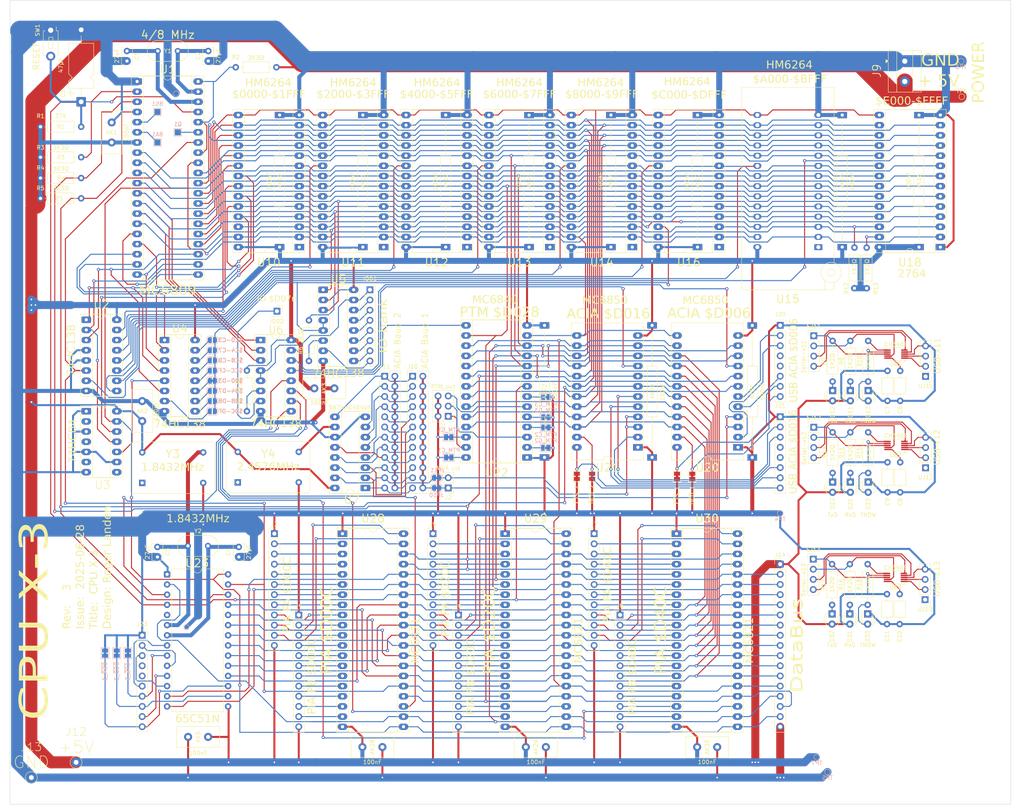
<source format=kicad_pcb>
(kicad_pcb (version 20241229) (generator "pcbnew") (generator_version "9.0")
  (title_block (title "CPU X-3") (date "2025-06-28") (rev "3") (company "rlink.se"))
  (layers (0 "F.Cu" mixed) (2 "B.Cu" mixed) (13 "F.Paste" user) (15 "B.Paste" user) (5 "F.SilkS" user "F.Silkscreen") (7 "B.SilkS" user "B.Silkscreen") (1 "F.Mask" user) (3 "B.Mask" user) (25 "Edge.Cuts" user))
  (net 0 "")
  (net 1 "Net-(U1-EXTAL)")
  (net 2 "GND")
  (net 3 "Net-(U1-XTAL)")
  (net 4 "~{RESET}")
  (net 5 "+5V")
  (net 6 "Net-(U1-MRDY)")
  (net 7 "NMI")
  (net 8 "IRQ")
  (net 9 "FIRQ")
  (net 10 "Net-(U23-XTLI)")
  (net 12 "Net-(U23-XTLO)")
  (net 13 "/D0")
  (net 14 "/D2")
  (net 15 "/D3")
  (net 16 "/D7")
  (net 17 "/D1")
  (net 18 "/D5")
  (net 19 "/D4")
  (net 20 "/D6")
  (net 21 "/A0")
  (net 22 "/A2")
  (net 23 "/A3")
  (net 24 "/A1")
  (net 25 "/A4")
  (net 26 "/A5")
  (net 27 "/A7")
  (net 28 "/A11")
  (net 29 "/A8")
  (net 30 "/A12")
  (net 31 "/A6")
  (net 32 "/A9")
  (net 33 "/A10")
  (net 40 "Net-(U10-CS2)")
  (net 41 "Net-(J10-Pin_7)")
  (net 42 "Net-(U1-BA)")
  (net 43 "Net-(U1-BS)")
  (net 44 "/~{Write}")
  (net 45 "/$00")
  (net 46 "/$60")
  (net 47 "/$20")
  (net 48 "/$E0")
  (net 49 "/$40")
  (net 50 "/$80")
  (net 51 "/$A0")
  (net 52 "/$C0")
  (net 57 "Net-(U1-Q)")
  (net 58 "/~{Read}")
  (net 59 "/PA23")
  (net 60 "/CA21")
  (net 61 "/PA24")
  (net 62 "/PA25")
  (net 63 "/PA21")
  (net 64 "/PA22")
  (net 65 "/PA20")
  (net 66 "/CA22")
  (net 67 "/PA26")
  (net 68 "/PA27")
  (net 69 "/PB24")
  (net 70 "/PB27")
  (net 71 "/CB21")
  (net 72 "/PB21")
  (net 73 "/PB25")
  (net 74 "/PB22")
  (net 75 "/PB23")
  (net 76 "/PB20")
  (net 77 "/CB22")
  (net 78 "/PB26")
  (net 79 "/PA16")
  (net 80 "/PA14")
  (net 81 "/PA13")
  (net 82 "/CA11")
  (net 83 "/PA17")
  (net 84 "/PA10")
  (net 85 "/PA12")
  (net 86 "/CA12")
  (net 87 "/PA11")
  (net 88 "/PA15")
  (net 89 "/PB10")
  (net 90 "/PB13")
  (net 91 "/PB15")
  (net 92 "/PB16")
  (net 93 "/CB12")
  (net 94 "/CB11")
  (net 95 "/PB14")
  (net 96 "/PB12")
  (net 97 "/PB17")
  (net 98 "/PB11")
  (net 99 "/CA32")
  (net 100 "/PA34")
  (net 101 "/PA31")
  (net 102 "/CA31")
  (net 103 "/PA35")
  (net 104 "/PA37")
  (net 105 "/PA33")
  (net 106 "/PA30")
  (net 107 "/PA32")
  (net 108 "/PA36")
  (net 109 "/CB32")
  (net 110 "/PB30")
  (net 111 "/PB33")
  (net 112 "/PB32")
  (net 113 "/PB37")
  (net 114 "/PB36")
  (net 115 "/PB35")
  (net 116 "/CB31")
  (net 117 "/PB31")
  (net 118 "/PB34")
  (net 119 "/clk_RS1")
  (net 120 "/clk_RS2")
  (net 121 "/PTM_o1")
  (net 122 "/PTM_o2")
  (net 123 "/PTM_o3")
  (net 124 "/SPA_~{DCD}")
  (net 125 "/SPA_~{CTS}")
  (net 126 "/SPA_~{RTS}")
  (net 127 "/SPB_~{DCD}")
  (net 128 "/SPB_~{RTS}")
  (net 129 "/SPB_~{CTS}")
  (net 130 "/E-clock")
  (net 133 "Net-(J20-Pin_3)")
  (net 134 "/SPA_TxD")
  (net 136 "/SPB_RxD")
  (net 137 "/SPB_TxD")
  (net 139 "Net-(U5-E2)")
  (net 140 "Net-(U6-E2)")
  (net 141 "Net-(U18-~{PGM})")
  (net 142 "/A13")
  (net 143 "/SPC_TxD")
  (net 144 "/SPC_~{CTS}")
  (net 145 "/SPC_RxD")
  (net 146 "/SPC_~{DSR}")
  (net 147 "/SPC_~{DCD}")
  (net 148 "/SPC_~{DTR}")
  (net 149 "/SPC_~{RTS}")
  (net 150 "/A14")
  (net 151 "/A15")
  (net 152 "/~{IO-sel}")
  (net 153 "Net-(IO01-Pin_5)")
  (net 154 "Net-(IO01-Pin_2)")
  (net 155 "Net-(IO01-Pin_6)")
  (net 156 "Net-(IO01-Pin_3)")
  (net 157 "Net-(IO01-Pin_8)")
  (net 158 "/$D00x")
  (net 159 "Net-(IO01-Pin_4)")
  (net 160 "Net-(IO01-Pin_7)")
  (net 161 "/$D03n")
  (net 162 "/$D06n")
  (net 163 "/$D01n")
  (net 164 "/$D07n")
  (net 165 "/$D05n")
  (net 166 "/$D00n")
  (net 167 "/$D02n")
  (net 168 "/$D04n")
  (net 171 "/~{A14}")
  (net 172 "Net-(Pio1-A)")
  (net 173 "Net-(Pio2-A)")
  (net 174 "Net-(Pio3-A)")
  (net 175 "Net-(Pio4-A)")
  (net 176 "Net-(Pio5-A)")
  (net 177 "Net-(Pio6-A)")
  (net 178 "Net-(Pio7-A)")
  (net 179 "Net-(Pio8-A)")
  (net 182 "Net-(J10-Pin_1)")
  (net 183 "Net-(J10-Pin_9)")
  (net 184 "Net-(J10-Pin_11)")
  (net 185 "Net-(J10-Pin_3)")
  (net 186 "Net-(J10-Pin_5)")
  (net 187 "Net-(PTM_C1-A)")
  (net 188 "Net-(PTM_C2-A)")
  (net 189 "Net-(PTM_C3-A)")
  (net 190 "Net-(PTM_G1-A)")
  (net 191 "Net-(PTM_G2-A)")
  (net 192 "Net-(PTM_G3-A)")
  (net 194 "Net-(U7-CLK)")
  (net 195 "Net-(J10-Pin_23)")
  (net 196 "Net-(J10-Pin_17)")
  (net 197 "Net-(J10-Pin_15)")
  (net 198 "Net-(J10-Pin_21)")
  (net 199 "Net-(J10-Pin_13)")
  (net 200 "Net-(J10-Pin_19)")
  (net 201 "Net-(J10-Pin_10)")
  (net 202 "Net-(J11-Pin_10)")
  (net 203 "Net-(U61-V3)")
  (net 204 "Net-(U62-V3)")
  (net 205 "Net-(U63-V3)")
  (net 206 "Net-(D11-K)")
  (net 207 "Net-(D12-K)")
  (net 208 "Net-(D13-A)")
  (net 209 "Net-(D21-K)")
  (net 210 "Net-(D22-K)")
  (net 211 "Net-(D31-K)")
  (net 212 "Net-(D32-K)")
  (net 213 "Net-(D23-A)")
  (net 214 "Net-(U61-UD+)")
  (net 215 "Net-(U61-UD-)")
  (net 216 "Net-(U62-UD-)")
  (net 217 "Net-(U62-UD+)")
  (net 218 "Net-(U63-UD-)")
  (net 219 "Net-(U63-UD+)")
  (net 220 "Net-(D33-A)")
  (net 224 "/USB-UART/~{RxD}_usb3")
  (net 225 "/USB-UART/~{TxD}_usb3")
  (net 226 "Net-(U63-TNOW)")
  (net 227 "/USB-UART/~{RTS}_usb3")
  (net 228 "/USB-UART/~{CTS}_usb3")
  (net 229 "/USB-UART/~{RxD}_usb1")
  (net 230 "/USB-UART/~{TxD}_usb1")
  (net 231 "Net-(U61-TNOW)")
  (net 232 "/USB-UART/~{RxD}_usb2")
  (net 233 "/USB-UART/~{TxD}_usb2")
  (net 234 "Net-(U62-TNOW)")
  (net 235 "/USB-UART/~{RTS}_usb1")
  (net 236 "/USB-UART/~{CTS}_usb1")
  (net 237 "/USB-UART/~{CTS}_usb2")
  (net 238 "/USB-UART/~{RTS}_usb2")
  (footprint "Resistor_THT:R_Axial_DIN0207_L6.3mm_D2.5mm_P10.16mm_Horizontal" (layer "F.Cu") (at 100.076 105.41 -90)
    (property "Reference" "R6")
    (property "Value" "3K3Ω")
  )
  (footprint "Connector_PinHeader_2.54mm:PinHeader_1x04_P2.54mm_Vertical" (layer "F.Cu") (at 226.187 109.28)
    (property "Reference" "SJ11")
    (property "Value" "Serial-x11")
  )
  (footprint "Resistor_THT:R_Axial_DIN0207_L6.3mm_D2.5mm_P10.16mm_Horizontal" (layer "F.Cu") (at 230.759 176.53 90)
    (property "Reference" "R17")
    (property "Value" "1K2Ω")
  )
  (footprint "Library:Avkoppling_LC" (layer "F.Cu") (at 252.436 70.622)
    (property "Reference" "AK16")
    (property "Value" "100nF")
  )
  (footprint "Library:Avkoppling_LC" (layer "F.Cu") (at 134.199 70.602)
    (property "Reference" "AK12")
    (property "Value" "100nF")
  )
  (footprint "Connector_PinHeader_2.54mm:PinHeader_1x12_P2.54mm_Vertical" (layer "F.Cu") (at 91.44 158.75)
    (property "Reference" "J3")
    (property "Value" "PA U28")
  )
  (footprint "Jumper:SolderJumper-2_P1.3mm_Bridged_Pad1.0x1.5mm" (layer "F.Cu") (at 170.815 144.399 -90)
    (property "Reference" "~{DCD}_2")
    (property "Value" "UART-B" (hide yes))
  )
  (footprint "Library:Avkopplings_C" (layer "F.Cu") (at 50.8 60.96 90)
    (property "Reference" "AK1")
    (property "Value" "100nF")
  )
  (footprint "Resistor_THT:R_Axial_DIN0207_L6.3mm_D2.5mm_P10.16mm_Horizontal" (layer "F.Cu") (at 33.02 74.93)
    (property "Reference" "R5")
    (property "Value" "3K3Ω")
  )
  (footprint "Connector_PinHeader_2.54mm:PinHeader_1x04_P2.54mm_Vertical" (layer "F.Cu") (at 254 175.26 180)
    (property "Reference" "UJ13")
    (property "Value" "USB-x13")
  )
  (footprint "Capacitor_THT:C_Rect_L4.0mm_W2.5mm_P2.50mm" (layer "F.Cu") (at 82.55 164.572 90)
    (property "Reference" "C4")
    (property "Value" "27pF")
  )
  (footprint "LED_THT:LED_D3.0mm" (layer "F.Cu") (at 230.886 145.856 -90)
    (property "Reference" "D22")
    (property "Value" "Red TX" (hide yes))
  )
  (footprint "Connector_PinSocket_2.54mm:PinSocket_1x08_P2.54mm_Vertical" (layer "F.Cu") (at 115.316 97.79)
    (property "Reference" "IO01")
    (property "Value" "IO-bank")
  )
  (footprint "Library:Avkoppling_LC" (layer "F.Cu") (at 175.474 70.602)
    (property "Reference" "AK14")
    (property "Value" "100nF")
  )
  (footprint "Connector_PinHeader_2.54mm:PinHeader_1x04_P2.54mm_Vertical" (layer "F.Cu") (at 254.127 142.3 180)
    (property "Reference" "UJ12")
    (property "Value" "USB-x12")
  )
  (footprint "Package_DIP:DIP-16_W7.62mm_Socket_LongPads" (layer "F.Cu") (at 103.632 97.79)
    (property "Reference" "U5")
    (property "Value" "74HC138")
  )
  (footprint "Jumper:SolderJumper-2_P1.3mm_Bridged_Pad1.0x1.5mm" (layer "F.Cu") (at 195.834 144.414 -90)
    (property "Reference" "~{DCD}_1")
    (property "Value" "UART-A" (hide yes))
  )
  (footprint "Resistor_THT:R_Axial_DIN0207_L6.3mm_D2.5mm_P10.16mm_Horizontal" (layer "F.Cu") (at 235.204 176.53 90)
    (property "Reference" "R16")
    (property "Value" "1K2Ω")
  )
  (footprint "Connector_PinHeader_2.54mm:PinHeader_1x04_P2.54mm_Vertical" (layer "F.Cu") (at 226.06 165.1)
    (property "Reference" "SJ13")
    (property "Value" "Serial-x13")
  )
  (footprint "Resistor_THT:R_Axial_DIN0207_L6.3mm_D2.5mm_P10.16mm_Horizontal" (layer "F.Cu") (at 91.948 42.164 180)
    (property "Reference" "R2")
    (property "Value" "3K3Ω")
  )
  (footprint "Capacitor_THT:C_Rect_L4.0mm_W2.5mm_P2.50mm" (layer "F.Cu") (at 54.61 38.1 -90)
    (property "Reference" "C1")
    (property "Value" "27pF")
  )
  (footprint "Connector_Pin:Pin_D1.0mm_L10.0mm_LooseFit" (layer "F.Cu") (at 41.91 215.9)
    (property "Reference" "J12")
    (property "Value" "+5V")
  )
  (footprint "Connector_PinHeader_2.54mm:PinHeader_1x12_P2.54mm_Vertical" (layer "F.Cu") (at 177.8 179.07)
    (property "Reference" "J8")
    (property "Value" "PB U30")
  )
  (footprint "Connector_PinHeader_2.54mm:PinHeader_2x12_P2.54mm_Vertical" (layer "F.Cu") (at 118.999 119.38)
    (property "Reference" "J11")
    (property "Value" "ACIA Baud 2")
  )
  (footprint "Library:X3-IO_DIP-40" (layer "F.Cu") (at 191.897 158.75)
    (property "Reference" "U30")
    (property "Value" "MC6821")
  )
  (footprint "LED_THT:LED_D3.0mm" (layer "F.Cu") (at 239.776 122.996 -90)
    (property "Reference" "D13")
    (property "Value" "Yellow TNOW" (hide yes))
  )
  (footprint "Library:Avkoppling_LC" (layer "F.Cu") (at 92.71 70.602)
    (property "Reference" "AK10")
    (property "Value" "100nF")
  )
  (footprint "LED_THT:LED_D3.0mm" (layer "F.Cu") (at 230.759 178.816 -90)
    (property "Reference" "D32")
    (property "Value" "Red TX" (hide yes))
  )
  (footprint "Connector_PinSocket_2.54mm:PinSocket_1x08_P2.54mm_Vertical" (layer "F.Cu") (at 217.805 129.54)
    (property "Reference" "J21")
    (property "Value" "USB ACIA $D016")
  )
  (footprint "Crystal:Resonator-2Pin_W10.0mm_H5.0mm" (layer "F.Cu") (at 62.3125 38.1)
    (property "Reference" "Y1" (hide yes))
    (property "Value" "4/8 MHz")
  )
  (footprint "Capacitor_THT:C_Rect_L4.0mm_W2.5mm_P2.50mm" (layer "F.Cu") (at 62.23 162.072 -90)
    (property "Reference" "C5")
    (property "Value" "27pF")
  )
  (footprint "Crystal:Resonator-2Pin_W10.0mm_H5.0mm" (layer "F.Cu") (at 69.85 161.798)
    (property "Reference" "Y2")
    (property "Value" "1.8432MHz")
  )
  (footprint "Package_DIP:DIP-14_W7.62mm_Socket_LongPads" (layer "F.Cu") (at 44.45 128.143)
    (property "Reference" "U3")
    (property "Value" "74HC04")
  )
  (footprint "Resistor_THT:R_Axial_DIN0207_L6.3mm_D2.5mm_P10.16mm_Horizontal" (layer "F.Cu") (at 230.886 120.71 90)
    (property "Reference" "R9")
    (property "Value" "1K2Ω")
  )
  (footprint "Library:X3-MEM_DIP-28" (layer "F.Cu") (at 257.81 87.122 180)
    (property "Reference" "U18")
    (property "Value" "2764")
  )
  (footprint "Library:Avkopplings_C" (layer "F.Cu") (at 101.426 122.428)
    (property "Reference" "AK3")
    (property "Value" "100nF")
  )
  (footprint "Library:Avkopplings_C" (layer "F.Cu") (at 197.057 212.09)
    (property "Reference" "AK30")
    (property "Value" "100nF")
  )
  (footprint "Library:Avkoppling_LC" (layer "F.Cu") (at 185.841 123.18 180)
    (property "Reference" "AK20")
    (property "Value" "100nF")
  )
  (footprint "Library:MSOP-10_3x3mm_P0.5mm-CH340E" (layer "F.Cu") (at 246.7145 113.868 180)
    (property "Reference" "U61")
    (property "Value" "CH340E")
  )
  (footprint "Package_DIP:DIP-16_W7.62mm_Socket_LongPads" (layer "F.Cu") (at 64.008 110.363)
    (property "Reference" "U4")
    (property "Value" "74HC138")
  )
  (footprint "Library:X3-MEM_DIP-28" (layer "F.Cu") (at 180.848 87.122 180)
    (property "Reference" "U14")
    (property "Value" "HM6264")
  )
  (footprint "Library:Avkopplings_C" (layer "F.Cu") (at 113.428175 212.09)
    (property "Reference" "AK28")
    (property "Value" "100nF")
  )
  (footprint "Library:Avkopplings_C" (layer "F.Cu") (at 154.258 212.09)
    (property "Reference" "AK29")
    (property "Value" "100nF")
  )
  (footprint "Package_DIP:DIP-24_18.0mmx34.29mm_W15.24mm_Socket_LongPads" (layer "F.Cu") (at 207.264 137.16 180)
    (property "Reference" "U20")
    (property "Value" "MC6850")
  )
  (footprint "Resistor_THT:R_Axial_DIN0207_L6.3mm_D2.5mm_P10.16mm_Horizontal" (layer "F.Cu") (at 239.776 110.55 -90)
    (property "Reference" "R10")
    (property "Value" "1K2Ω")
  )
  (footprint "LED_THT:LED_D3.0mm" (layer "F.Cu") (at 230.886 122.996 -90)
    (property "Reference" "D12")
    (property "Value" "Red TX" (hide yes))
  )
  (footprint "Resistor_THT:R_Axial_DIN0207_L6.3mm_D2.5mm_P10.16mm_Horizontal" (layer "F.Cu") (at 239.395 97.409 90)
    (property "Reference" "R13")
    (property "Value" "1K2Ω")
  )
  (footprint "LED_THT:LED_D3.0mm" (layer "F.Cu") (at 239.776 145.856 -90)
    (property "Reference" "D23")
    (property "Value" "Yellow TNOW" (hide yes))
  )
  (footprint "Package_DIP:DIP-16_W7.62mm_Socket_LongPads" (layer "F.Cu") (at 88.011 110.363)
    (property "Reference" "U6")
    (property "Value" "74HC138")
  )
  (footprint "Library:Avkoppling_LC" (layer "F.Cu") (at 158.964 123.18 180)
    (property "Reference" "AK22")
    (property "Value" "100nF")
  )
  (footprint "Connector_PinHeader_2.54mm:PinHeader_2x12_P2.54mm_Vertical" (layer "F.Cu") (at 125.984 119.38)
    (property "Reference" "J10")
    (property "Value" "ACIA Baud 1")
  )
  (footprint "Package_DIP:DIP-16_W7.62mm_Socket_LongPads" (layer "F.Cu") (at 114.173 147.32 180)
    (property "Reference" "U7")
    (property "Value" "SN74HC4040N")
  )
  (footprint "Package_DIP:DIP-16_W7.62mm_Socket_LongPads" (layer "F.Cu") (at 44.45 105.283)
    (property "Reference" "U2")
    (property "Value" "74HC138")
  )
  (footprint "Jumper:SolderJumper-2_P1.3mm_Bridged_Pad1.0x1.5mm" (layer "F.Cu") (at 192.024 144.414 -90)
    (property "Reference" "~{CTS}_1")
    (property "Value" "UART-A" (hide yes))
  )
  (footprint "Package_DIP:DIP-28_W15.24mm_Socket_LongPads" (layer "F.Cu") (at 154.559 139.7 180)
    (property "Reference" "U22")
    (property "Value" "MC6840")
  )
  (footprint "Capacitor_THT:C_Axial_L3.8mm_D2.6mm_P7.50mm_Horizontal" (layer "F.Cu") (at 247.777 118.043 -90)
    (property "Reference" "C6")
    (property "Value" "100 nF")
  )
  (footprint "Resistor_THT:R_Axial_DIN0207_L6.3mm_D2.5mm_P10.16mm_Horizontal" (layer "F.Cu") (at 84.582 117.983 -90)
    (property "Reference" "R7")
    (property "Value" "3K3Ω")
  )
  (footprint "Connector_PinSocket_2.54mm:PinSocket_1x01_P2.54mm_Vertical" (layer "F.Cu") (at 92.075 103.124)
    (property "Reference" "IO02")
    (property "Value" "IO $D07n")
  )
  (footprint "Library:X3-MEM_DIP-28" (layer "F.Cu") (at 118.745 87.122 180)
    (property "Reference" "U11")
    (property "Value" "HM6264")
  )
  (footprint "Socket:DIP_Socket-28_W11.9_W12.7_W15.24_W17.78_W18.5_3M_228-1277-00-0602J" (layer "F.Cu") (at 227.33 87.122 180)
    (property "Reference" "U15")
    (property "Value" "HM6264")
  )
  (footprint "Oscillator:Oscillator_DIP-14" (layer "F.Cu") (at 82.296 145.923)
    (property "Reference" "Y4")
    (property "Value" "2.4576MHz")
  )
  (footprint "Library:Avkoppling_LC" (layer "F.Cu") (at 155.027 70.622)
    (property "Reference" "AK13")
    (property "Value" "100nF")
  )
  (footprint "Package_DIP:DIP-24_18.0mmx34.29mm_W15.24mm_Socket_LongPads" (layer "F.Cu") (at 182.245 137.16 180)
    (property "Reference" "U21")
    (property "Value" "MC6850")
  )
  (footprint "Library:MSOP-10_3x3mm_P0.5mm-CH340E" (layer "F.Cu") (at 246.5875 169.688 180)
    (property "Reference" "U63")
    (property "Value" "CH340E")
  )
  (footprint "Library:MSOP-10_3x3mm_P0.5mm-CH340E" (layer "F.Cu") (at 246.7145 136.696 180)
    (property "Reference" "U62")
    (property "Value" "CH340E")
  )
  (footprint "Library:X3-IO_DIP-40" (layer "F.Cu") (at 108.458 158.75)
    (property "Reference" "U28")
    (property "Value" "MC6821")
  )
  (footprint "TerminalBlock_MetzConnect:TerminalBlock_MetzConnect_Type101_RT01602HBWC_1x02_P5.08mm_Horizontal" (layer "F.Cu") (at 248.92 40.64 -90)
    (property "Reference" "J9")
    (property "Value" "POWER")
  )
  (footprint "Resistor_THT:R_Axial_DIN0207_L6.3mm_D2.5mm_P10.16mm_Horizontal" (layer "F.Cu") (at 235.331 120.71 90)
    (property "Reference" "R8")
    (property "Value" "1K2Ω")
  )
  (footprint "Resistor_THT:R_Axial_DIN0207_L6.3mm_D2.5mm_P10.16mm_Horizontal" (layer "F.Cu") (at 239.776 133.41 -90)
    (property "Reference" "R15")
    (property "Value" "1K2Ω")
  )
  (footprint "Connector_PinHeader_2.54mm:PinHeader_1x02_P2.54mm_Vertical" (layer "F.Cu") (at 134.874 147.32 180)
    (property "Reference" "J2")
    (property "Value" "ACIA clk")
  )
  (footprint "Capacitor_THT:C_Axial_L3.8mm_D2.6mm_P7.50mm_Horizontal" (layer "F.Cu") (at 247.777 140.903 -90)
    (property "Reference" "C8")
    (property "Value" "100 nF")
  )
  (footprint "Resistor_THT:R_Axial_DIN0207_L6.3mm_D2.5mm_P10.16mm_Horizontal" (layer "F.Cu") (at 33.02 57.04)
    (property "Reference" "R1")
    (property "Value" "27K")
  )
  (footprint "Library:Avkoppling_LC" (layer "F.Cu") (at 210.86 123.2 180)
    (property "Reference" "AK21")
    (property "Value" "100nF")
  )
  (footprint "Connector_PinHeader_2.54mm:PinHeader_1x12_P2.54mm_Vertical" (layer "F.Cu") (at 131.064 158.75)
    (property "Reference" "J5")
    (property "Value" "PA U29")
  )
  (footprint "Capacitor_THT:C_Axial_L3.8mm_D2.6mm_P7.50mm_Horizontal" (layer "F.Cu") (at 247.65 173.856 -90)
    (property "Reference" "C10")
    (property "Value" "100 nF")
  )
  (footprint "Capacitor_THT:C_Axial_L3.8mm_D2.6mm_P7.50mm_Horizontal" (layer "F.Cu") (at 244.602 140.903 -90)
    (property "Reference" "C9")
    (property "Value" "100 nF")
  )
  (footprint "Library:X3-MEM_DIP-28" (layer "F.Cu") (at 139.573 87.122 180)
    (property "Reference" "U12")
    (property "Value" "HM6264")
  )
  (footprint "Library:Avkopplings_C" (layer "F.Cu") (at 58.42 130.603 90)
    (property "Reference" "AK2")
    (property "Value" "100nF")
  )
  (footprint "Library:X3-MEM_DIP-28" (layer "F.Cu") (at 160.274 87.122 180)
    (property "Reference" "U13")
    (property "Value" "HM6264")
  )
  (footprint "Library:X3-MEM_DIP-28" (layer "F.Cu") (at 97.663 87.122 180)
    (property "Reference" "U10")
    (property "Value" "HM6264")
  )
  (footprint "Library:Avkoppling_LC" (layer "F.Cu") (at 233.259 70.602)
    (property "Reference" "AK15")
    (property "Value" "100nF")
  )
  (footprint "Connector_PinHeader_2.54mm:PinHeader_1x12_P2.54mm_Vertical" (layer "F.Cu") (at 171.323 158.75)
    (property "Reference" "J7")
    (property "Value" "PA U30")
  )
  (footprint "Library:Avkoppling_LC" (layer "F.Cu") (at 113.498 70.602)
    (property "Reference" "AK11")
    (property "Value" "100nF")
  )
  (footprint "LED_THT:LED_D3.0mm" (layer "F.Cu") (at 235.331 122.996 -90)
    (property "Reference" "D11")
    (property "Value" "Green RX" (hide yes))
  )
  (footprint "Connector_PinHeader_2.54mm:PinHeader_1x17_P2.54mm_Vertical" (layer "F.Cu") (at 217.805 166.37)
    (property "Reference" "J14")
    (property "Value" "DataBus")
  )
  (footprint "Package_DIP:DIP-28_W15.24mm" (layer "F.Cu") (at 64.643 168.91)
    (property "Reference" "U23")
    (property "Value" "65C51N")
  )
  (footprint "Library:X3-MEM_DIP-28" (layer "F.Cu") (at 202.565 87.122 180)
    (property "Reference" "U16")
    (property "Value" "HM6264")
  )
  (footprint "Connector_Pin:Pin_D1.0mm_L10.0mm_LooseFit" (layer "F.Cu") (at 30.734 219.71)
    (property "Reference" "J13")
    (property "Value" "GND")
  )
  (footprint "Connector_PinHeader_2.54mm:PinHeader_1x04_P2.54mm_Vertical" (layer "F.Cu") (at 226.187 132.14)
    (property "Reference" "SJ12")
    (property "Value" "Serial-x12")
  )
  (footprint "Resistor_THT:R_Axial_DIN0207_L6.3mm_D2.5mm_P10.16mm_Horizontal" (layer "F.Cu") (at 33.02 69.85)
    (property "Reference" "R4")
    (property "Value" "3K3Ω")
  )
  (footprint "Oscillator:Oscillator_DIP-14" (layer "F.Cu") (at 58.42 146.05)
    (property "Reference" "Y3")
    (property "Value" "1.8432MHz")
  )
  (footprint "Capacitor_THT:CP_Axial_L11.0mm_D6.0mm_P18.00mm_Horizontal" (layer "F.Cu") (at 43.18 50.8 90)
    (property "Reference" "C3")
    (property "Value" "47µF")
  )
  (footprint "Capacitor_THT:C_Axial_L3.8mm_D2.6mm_P7.50mm_Horizontal" (layer "F.Cu") (at 244.602 118.043 -90)
    (property "Reference" "C7")
    (property "Value" "100 nF")
  )
  (footprint "Connector_PinSocket_2.54mm:PinSocket_1x08_P2.54mm_Vertical" (layer "F.Cu") (at 217.805 106.68)
    (property "Reference" "J20")
    (property "Value" "USB ACIA $D006")
  )
  (footprint "LED_THT:LED_D3.0mm" (layer "F.Cu") (at 235.204 178.816 -90)
    (property "Reference" "D31")
    (property "Value" "Green RX" (hide yes))
  )
  (footprint "Resistor_THT:R_Axial_DIN0207_L6.3mm_D2.5mm_P10.16mm_Horizontal" (layer "F.Cu") (at 33.02 64.66)
    (property "Reference" "R3")
    (property "Value" "3K3Ω")
  )
  (footprint "Connector_PinHeader_2.54mm:PinHeader_1x04_P2.54mm_Vertical" (layer "F.Cu") (at 254.127 119.44 180)
    (property "Reference" "UJ11")
    (property "Value" "USB-x11")
  )
  (footprint "Resistor_THT:R_Axial_DIN0207_L6.3mm_D2.5mm_P10.16mm_Horizontal" (layer "F.Cu") (at 239.649 166.37 -90)
    (property "Reference" "R18")
    (property "Value" "1K2Ω")
  )
  (footprint "LED_THT:LED_D3.0mm" (layer "F.Cu") (at 239.649 178.816 -90)
    (property "Reference" "D33")
    (property "Value" "Yellow TNOW" (hide yes))
  )
  (footprint "Connector_PinHeader_2.54mm:PinHeader_1x12_P2.54mm_Vertical" (layer "F.Cu") (at 97.536 179.07)
    (property "Reference" "J4")
    (property "Value" "PB U28")
  )
  (footprint "Capacitor_THT:C_Rect_L4.0mm_W2.5mm_P2.50mm" (layer "F.Cu") (at 74.93 40.6 90)
    (property "Reference" "C2")
    (property "Value" "27pF")
  )
  (footprint "LED_THT:LED_D3.0mm" (layer "F.Cu") (at 235.331 145.856 -90)
    (property "Reference" "D21")
    (property "Value" "Green RX" (hide yes))
  )
  (footprint "Button_Switch_THT:SW_PUSH_1P1T_6x3.5mm_H5.0_APEM_MJTP1250" (layer "F.Cu") (at 35.565 32.905 -90)
    (property "Reference" "SW1")
    (property "Value" "RESET")
  )
  (footprint "Library:X3-IO_DIP-40" (layer "F.Cu") (at 149.098 158.75)
    (property "Reference" "U29")
    (property "Value" "MC6821")
  )
  (footprint "Connector_PinHeader_2.54mm:PinHeader_1x12_P2.54mm_Vertical" (layer "F.Cu") (at 137.414 179.07)
    (property "Reference" "J6")
    (property "Value" "PB U29")
  )
  (footprint "Connector_PinSocket_2.54mm:PinSocket_1x10_P2.54mm_Vertical" (layer "F.Cu") (at 58.42 184.15)
    (property "Reference" "J23")
    (property "Value" "USB ACIA $D034")
  )
  (footprint "Library:Avkoppling_LC" (layer "F.Cu") (at 197.104 70.612)
    (property "Reference" "AK17")
    (property "Value" "100nF")
  )
  (footprint "Resistor_THT:R_Axial_DIN0207_L6.3mm_D2.5mm_P10.16mm_Horizontal" (layer "F.Cu") (at 235.331 143.57 90)
    (property "Reference" "R11")
    (property "Value" "1K2Ω")
  )
  (footprint "Jumper:SolderJumper-2_P1.3mm_Bridged_Pad1.0x1.5mm" (layer "F.Cu") (at 167.005 144.414 -90)
    (property "Reference" "~{CTS}_2")
    (property "Value" "UART-B" (hide yes))
  )
  (footprint "Resistor_THT:R_Axial_DIN0207_L6.3mm_D2.5mm_P10.16mm_Horizontal" (layer "F.Cu") (at 230.886 143.57 90)
    (property "Reference" "R14")
    (property "Value" "1K2Ω")
  )
  (footprint "Library:Avkopplings_C" (layer "F.Cu") (at 74.89 209.55 180)
    (property "Reference" "AK5")
    (property "Value" "100nF")
  )
  (footprint "Package_DIP:DIP-40_W15.24mm_Socket_LongPads" (layer "F.Cu") (at 57.155 45.72)
    (property "Reference" "U1")
    (property "Value" "MC6809")
  )
  (footprint "Capacitor_THT:C_Axial_L3.8mm_D2.6mm_P7.50mm_Horizontal" (layer "F.Cu") (at 244.475 173.856 -90)
    (property "Reference" "C11")
    (property "Value" "100 nF")
  )
  (footprint "Connector_PinHeader_2.54mm:PinHeader_2x03_P2.54mm_Vertical" (layer "F.Cu") (at 134.874 129.413 180)
    (property "Reference" "J1")
    (property "Value" "PTM_out")
  )
  (footprint "TestPoint:TestPoint_Pad_D1.0mm" (layer "F.Cu") (at 263.144 49.53)
    (property "Reference" "TP6")
    (property "Value" "PWR_end" (hide yes))
  )
  (footprint "Library:R_Axial_PullUp_long" (layer "F.Cu") (at 236.347 97.392 90)
    (property "Reference" "R12")
    (property "Value" "1K2Ω")
  )
  (footprint "Jumper:SolderJumper-2_P1.3mm_Bridged_RoundedPad1.0x1.5mm" (layer "B.Cu") (at 75.946 120.523)
    (property "Reference" "Pio5" (hide yes))
    (property "Value" "$D0-D3")
  )
  (footprint "TestPoint:TestPoint_Pad_D1.0mm" (layer "B.Cu") (at 226.949 214.63)
    (property "Reference" "TP7")
    (property "Value" "PWR_end" (hide yes))
  )
  (footprint "TestPoint:TestPoint_Pad_D1.0mm" (layer "B.Cu") (at 263.017 40.64)
    (property "Reference" "TP3")
    (property "Value" "PWR_end" (hide yes))
  )
  (footprint "Jumper:SolderJumper-2_P1.3mm_Open_RoundedPad1.0x1.5mm" (layer "B.Cu") (at 75.946 115.443)
    (property "Reference" "Pio3" (hide yes))
    (property "Value" "$C8-CB")
  )
  (footprint "Jumper:SolderJumper-2_P1.3mm_Bridged_Pad1.0x1.5mm" (layer "B.Cu") (at 54.864 188.61 90)
    (property "Reference" "~{CTS}_3")
    (property "Value" "UART-C" (hide yes))
  )
  (footprint "TestPoint:TestPoint_Pad_D1.0mm" (layer "B.Cu") (at 229.616 218.313)
    (property "Reference" "TP5")
    (property "Value" "PWR_end" (hide yes))
  )
  (footprint "TestPoint:TestPoint_Pad_1.5x1.5mm" (layer "B.Cu") (at 67.31 58.42 180)
    (property "Reference" "Q1")
    (property "Value" "Q")
  )
  (footprint "Jumper:SolderJumper-2_P1.3mm_Bridged_Pad1.0x1.5mm" (layer "B.Cu") (at 159.273 132.207)
    (property "Reference" "PTM_C2")
    (property "Value" "PTM_1" (hide yes))
  )
  (footprint "TestPoint:TestPoint_Pad_D1.0mm" (layer "B.Cu") (at 69.469 182.118)
    (property "Reference" "TP2" (hide yes))
    (property "Value" "XTAL_gnd" (hide yes))
  )
  (footprint "TestPoint:TestPoint_Pad_1.5x1.5mm" (layer "B.Cu") (at 62.23 60.96 180)
    (property "Reference" "BA1")
    (property "Value" "BA")
  )
  (footprint "Jumper:SolderJumper-2_P1.3mm_Bridged_Pad1.0x1.5mm" (layer "B.Cu") (at 49.149 188.61 90)
    (property "Reference" "~{DSR}_3")
    (property "Value" "UART-C" (hide yes))
  )
  (footprint "Jumper:SolderJumper-2_P1.3mm_Open_RoundedPad1.0x1.5mm" (layer "B.Cu") (at 75.946 128.143)
    (property "Reference" "Pio8" (hide yes))
    (property "Value" "$DC-DF")
  )
  (footprint "Jumper:SolderJumper-2_P1.3mm_Bridged_Pad1.0x1.5mm" (layer "B.Cu") (at 159.273 124.587)
    (property "Reference" "PTM_C3")
    (property "Value" "PTM_1" (hide yes))
  )
  (footprint "Jumper:SolderJumper-2_P1.3mm_Bridged_Pad1.0x1.5mm" (layer "B.Cu") (at 159.243 137.287)
    (property "Reference" "PTM_G2")
    (property "Value" "PTM_1" (hide yes))
  )
  (footprint "Jumper:SolderJumper-2_P1.3mm_Bridged_Pad1.0x1.5mm" (layer "B.Cu") (at 134.986 134.62 180)
    (property "Reference" "PTM_G1")
    (property "Value" "PTM_1" (hide yes))
  )
  (footprint "Jumper:SolderJumper-2_P1.3mm_Open_RoundedPad1.0x1.5mm" (layer "B.Cu") (at 75.946 125.603)
    (property "Reference" "Pio7" (hide yes))
    (property "Value" "$D8-DB")
  )
  (footprint "TestPoint:TestPoint_Pad_1.5x1.5mm" (layer "B.Cu") (at 62.23 53.34 180)
    (property "Reference" "BS1")
    (property "Value" "BS")
  )
  (footprint "Jumper:SolderJumper-2_P1.3mm_Open_RoundedPad1.0x1.5mm" (layer "B.Cu") (at 75.946 110.363)
    (property "Reference" "Pio1" (hide yes))
    (property "Value" "$C0-C3")
  )
  (footprint "Jumper:SolderJumper-2_P1.3mm_Bridged_Pad1.0x1.5mm" (layer "B.Cu") (at 135.001 139.7 180)
    (property "Reference" "PTM_C1")
    (property "Value" "PTM_1" (hide yes))
  )
  (footprint "TestPoint:TestPoint_Pad_D1.0mm" (layer "B.Cu") (at 217.805 153.67)
    (property "Reference" "TP4")
    (property "Value" "PWR_end" (hide yes))
  )
  (footprint "Jumper:SolderJumper-2_P1.3mm_Bridged_RoundedPad1.0x1.5mm" (layer "B.Cu") (at 131.953 144.78)
    (property "Reference" "JP11")
    (property "Value" "acia_clk" (hide yes))
  )
  (footprint "TestPoint:TestPoint_Pad_D1.0mm" (layer "B.Cu") (at 66.929 48.768)
    (property "Reference" "TP1" (hide yes))
    (property "Value" "XTAL_gnd" (hide yes))
  )
  (footprint "Jumper:SolderJumper-2_P1.3mm_Bridged_Pad1.0x1.5mm" (layer "B.Cu") (at 52.07 188.61 90)
    (property "Reference" "~{DCD}_3")
    (property "Value" "UART-C" (hide yes))
  )
  (footprint "Jumper:SolderJumper-2_P1.3mm_Open_RoundedPad1.0x1.5mm" (layer "B.Cu") (at 75.946 112.903)
    (property "Reference" "Pio2" (hide yes))
    (property "Value" "$C4-C7")
  )
  (footprint "Jumper:SolderJumper-2_P1.3mm_Bridged_Pad1.0x1.5mm" (layer "B.Cu") (at 159.273 129.667)
    (property "Reference" "PTM_G3")
    (property "Value" "PTM_1" (hide yes))
  )
  (footprint "Jumper:SolderJumper-2_P1.3mm_Bridged_RoundedPad1.0x1.5mm" (layer "B.Cu") (at 131.953 147.32)
    (property "Reference" "JP10")
    (property "Value" "acia_clk" (hide yes))
  )
  (footprint "Jumper:SolderJumper-2_P1.3mm_Open_RoundedPad1.0x1.5mm" (layer "B.Cu") (at 75.946 123.063)
    (property "Reference" "Pio6" (hide yes))
    (property "Value" "$D4-D7")
  )
  (footprint "Jumper:SolderJumper-2_P1.3mm_Open_RoundedPad1.0x1.5mm" (layer "B.Cu") (at 75.946 117.983)
    (property "Reference" "Pio4" (hide yes))
    (property "Value" "$CC-CF")
  )
  (gr_rect (start 25.4 25.4) (end 275.3868 226.3808) (stroke (width 0.1)) (fill no) (layer "Edge.Cuts"))
  (gr_text "Rev:    ${REVISION}\nIssue:  ${ISSUE_DATE}\nTitle:  ${TITLE}\nDesign: Roger Landén" (at 50.927 182.626 90) (layer "F.SilkS") (effects (font (size 2 2)) (justify left bottom)))
  (gr_text "CPU X-3" (at 35.941 205.486 90) (layer "F.SilkS") (effects (font (size 7 9) (thickness 0.3)) (justify left bottom)))
  (segment (start 54.61 38.1) (end 62.3125 38.1) (width 1) (layer "B.Cu") (net 1))
  (segment (start 62.3125 47.5805) (end 65.532 50.8) (width 1) (layer "B.Cu") (net 1))
  (segment (start 65.532 50.8) (end 72.395 50.8) (width 1) (layer "B.Cu") (net 1))
  (segment (start 62.3125 38.1) (end 62.3125 47.5805) (width 1) (layer "B.Cu") (net 1))
  (segment (start 261.112 85.471) (end 261.112 55.515476) (width 0.5) (layer "F.Cu") (net 2))
  (segment (start 160.401 139.827) (end 161.036 139.192) (width 0.5) (layer "F.Cu") (net 2))
  (segment (start 161.036 129.667) (end 161.036 124.587) (width 0.5) (layer "F.Cu") (net 2))
  (segment (start 210.82 153.67) (end 210.82 139.7) (width 1) (layer "F.Cu") (net 2))
  (segment (start 161.036 132.207) (end 161.036 129.667) (width 0.5) (layer "F.Cu") (net 2))
  (segment (start 210.82 135.255) (end 210.82 138.557) (width 0.5) (layer "F.Cu") (net 2))
  (segment (start 103.632 127.889) (end 103.632 122.428) (width 1) (layer "F.Cu") (net 2))
  (segment (start 158.924 153.67) (end 158.924 139.68) (width 0.5) (layer "F.Cu") (net 2))
  (segment (start 170.434 153.543) (end 170.434 153.67) (width 0.5) (layer "F.Cu") (net 2))
  (segment (start 192.024 145.064) (end 192.024 153.543) (width 0.5) (layer "F.Cu") (net 2))
  (segment (start 251.201 136.717) (end 248.827 136.717) (width 0.25) (layer "F.Cu") (net 2))
  (segment (start 118.428175 219.520175) (end 118.618 219.71) (width 0.5) (layer "F.Cu") (net 2))
  (segment (start 210.82 139.7) (end 210.82 138.557) (width 0.5) (layer "F.Cu") (net 2))
  (segment (start 191.897 158.75) (end 191.897 153.67) (width 0.5) (layer "F.Cu") (net 2))
  (segment (start 73.66 146.05) (end 73.66 156.464) (width 0.5) (layer "F.Cu") (net 2))
  (segment (start 101.727 130.937) (end 100.584 130.937) (width 1) (layer "F.Cu") (net 2))
  (segment (start 217.805 207.01) (end 217.805 219.71) (width 2) (layer "F.Cu") (net 2))
  (segment (start 251.206 136.712) (end 251.201 136.717) (width 0.25) (layer "F.Cu") (net 2))
  (segment (start 158.924 139.827) (end 160.401 139.827) (width 0.5) (layer "F.Cu") (net 2))
  (segment (start 184.531 137.16) (end 185.801 138.43) (width 0.5) (layer "F.Cu") (net 2))
  (segment (start 69.89 219.67) (end 69.85 219.71) (width 0.5) (layer "F.Cu") (net 2))
  (segment (start 170.815 145.049) (end 170.815 153.162) (width 0.5) (layer "F.Cu") (net 2))
  (segment (start 215.011 108.204) (end 216.535 106.68) (width 0.5) (layer "F.Cu") (net 2))
  (segment (start 97.536 153.67) (end 97.536 179.07) (width 0.5) (layer "F.Cu") (net 2))
  (segment (start 259.698524 54.102) (end 257.81 54.102) (width 0.5) (layer "F.Cu") (net 2))
  (segment (start 177.8 179.07) (end 177.8 153.67) (width 0.5) (layer "F.Cu") (net 2))
  (segment (start 132.334 134.62) (end 132.334 139.7) (width 0.5) (layer "F.Cu") (net 2))
  (segment (start 170.434 153.67) (end 171.323 153.67) (width 0.5) (layer "F.Cu") (net 2))
  (segment (start 251.333 112.709) (end 251.333 113.852) (width 0.25) (layer "F.Cu") (net 2))
  (segment (start 202.057 212.09) (end 202.057 219.71) (width 0.5) (layer "F.Cu") (net 2))
  (segment (start 97.536 145.923) (end 97.536 153.67) (width 0.5) (layer "F.Cu") (net 2))
  (segment (start 218.694 219.71) (end 217.043 219.71) (width 2) (layer "F.Cu") (net 2))
  (segment (start 261.112 55.515476) (end 259.698524 54.102) (width 0.5) (layer "F.Cu") (net 2))
  (segment (start 251.206 169.672) (end 251.079 169.672) (width 0.25) (layer "F.Cu") (net 2))
  (segment (start 132.334 124.333) (end 132.334 134.62) (width 0.5) (layer "F.Cu") (net 2))
  (segment (start 252.095 167.64) (end 251.206 168.529) (width 0.25) (layer "F.Cu") (net 2))
  (segment (start 251.206 113.852) (end 251.201 113.857) (width 0.25) (layer "F.Cu") (net 2))
  (segment (start 216.535 129.54) (end 215.011 128.016) (width 0.5) (layer "F.Cu") (net 2))
  (segment (start 185.801 138.43) (end 185.801 139.68) (width 0.5) (layer "F.Cu") (net 2))
  (segment (start 149.098 158.75) (end 149.098 153.67) (width 0.5) (layer "F.Cu") (net 2))
  (segment (start 217.805 129.54) (end 216.535 129.54) (width 0.5) (layer "F.Cu") (net 2))
  (segment (start 118.618 212.09) (end 118.428175 212.279825) (width 0.5) (layer "F.Cu") (net 2))
  (segment (start 100.584 130.937) (end 103.632 127.889) (width 1) (layer "F.Cu") (net 2))
  (segment (start 108.458 158.75) (end 108.458 153.67) (width 0.5) (layer "F.Cu") (net 2))
  (segment (start 251.206 168.529) (end 251.206 169.672) (width 0.25) (layer "F.Cu") (net 2))
  (segment (start 251.333 113.852) (end 251.206 113.852) (width 0.25) (layer "F.Cu") (net 2))
  (segment (start 182.245 137.16) (end 184.531 137.16) (width 0.5) (layer "F.Cu") (net 2))
  (segment (start 171.323 158.75) (end 171.323 153.67) (width 0.5) (layer "F.Cu") (net 2))
  (segment (start 167.005 145.064) (end 167.005 153.67) (width 0.5) (layer "F.Cu") (net 2))
  (segment (start 161.036 124.587) (end 161.036 124.333) (width 0.5) (layer "F.Cu") (net 2))
  (segment (start 252.222 111.82) (end 251.333 112.709) (width 0.25) (layer "F.Cu") (net 2))
  (segment (start 185.801 139.68) (end 185.801 153.67) (width 0.5) (layer "F.Cu") (net 2))
  (segment (start 131.064 153.67) (end 132.334 153.67) (width 0.5) (layer "F.Cu") (net 2))
  (segment (start 192.024 153.543) (end 191.897 153.67) (width 0.5) (layer "F.Cu") (net 2))
  (segment (start 161.036 139.192) (end 161.036 137.287) (width 0.5) (layer "F.Cu") (net 2))
  (segment (start 91.44 158.75) (end 91.44 153.67) (width 0.5) (layer "F.Cu") (net 2))
  (segment (start 251.201 113.857) (end 248.827 113.857) (width 0.25) (layer "F.Cu") (net 2))
  (segment (start 118.428175 212.279825) (end 118.428175 219.520175) (width 0.5) (layer "F.Cu") (net 2))
  (segment (start 69.89 209.55) (end 69.89 219.67) (width 0.5) (layer "F.Cu") (net 2))
  (segment (start 251.333 136.712) (end 251.206 136.712) (width 0.25) (layer "F.Cu") (net 2))
  (segment (start 259.461 87.122) (end 261.112 85.471) (width 0.5) (layer "F.Cu") (net 2))
  (segment (start 251.333 135.569) (end 251.333 136.712) (width 0.25) (layer "F.Cu") (net 2))
  (segment (start 159.258 212.09) (end 159.258 219.71) (width 0.5) (layer "F.Cu") (net 2))
  (segment (start 137.414 179.07) (end 137.414 153.67) (width 0.5) (layer "F.Cu") (net 2))
  (segment (start 209.423 137.16) (end 207.264 137.16) (width 0.5) (layer "F.Cu") (net 2))
  (segment (start 161.036 137.287) (end 161.036 132.207) (width 0.5) (layer "F.Cu") (net 2))
  (segment (start 170.815 153.162) (end 170.434 153.543) (width 0.5) (layer "F.Cu") (net 2))
  (segment (start 103.632 122.428) (end 106.426 122.428) (width 1) (layer "F.Cu") (net 2))
  (segment (start 216.535 106.68) (end 217.805 106.68) (width 0.5) (layer "F.Cu") (net 2))
  (segment (start 254 167.64) (end 252.095 167.64) (width 0.25) (layer "F.Cu") (net 2))
  (segment (start 132.334 139.7) (end 132.334 153.67) (width 0.5) (layer "F.Cu") (net 2))
  (segment (start 215.011 128.016) (end 215.011 108.204) (width 0.5) (layer "F.Cu") (net 2))
  (segment (start 251.079 169.672) (end 251.074 169.677) (width 0.25) (layer "F.Cu") (net 2))
  (segment (start 35.67 32.8) (end 35.565 32.905) (width 0.25) (layer "F.Cu") (net 2))
  (segment (start 252.222 134.68) (end 251.333 135.569) (width 0.25) (layer "F.Cu") (net 2))
  (segment (start 251.074 169.677) (end 248.7 169.677) (width 0.25) (layer "F.Cu") (net 2))
  (segment (start 195.834 145.064) (end 195.834 153.543) (width 0.5) (layer "F.Cu") (net 2))
  (segment (start 210.82 138.557) (end 209.423 137.16) (width 0.5) (layer "F.Cu") (net 2))
  (segment (start 103.632 115.57) (end 103.632 122.428) (width 1) (layer "F.Cu") (net 2))
  (segment (start 257.81 87.122) (end 259.461 87.122) (width 0.5) (layer "F.Cu") (net 2))
  (segment (start 216.535 129.54) (end 210.82 135.255) (width 0.5) (layer "F.Cu") (net 2))
  (segment (start 254.127 134.68) (end 252.222 134.68) (width 0.25) (layer "F.Cu") (net 2))
  (segment (start 131.064 158.75) (end 131.064 153.67) (width 0.5) (layer "F.Cu") (net 2))
  (segment (start 254.127 111.82) (end 252.222 111.82) (width 0.25) (layer "F.Cu") (net 2))
  (via (at 132.334 134.62) (size 0.8) (drill 0.4) (layers "F.Cu" "B.Cu") (net 2))
  (via (at 137.414 153.67) (size 0.8) (drill 0.4) (layers "F.Cu" "B.Cu") (net 2))
  (via (at 149.098 153.67) (size 0.8) (drill 0.4) (layers "F.Cu" "B.Cu") (net 2))
  (via (at 132.334 153.67) (size 0.8) (drill 0.4) (layers "F.Cu" "B.Cu") (net 2))
  (via (at 161.036 137.287) (size 0.8) (drill 0.4) (layers "F.Cu" "B.Cu") (net 2))
  (via (at 171.323 153.67) (size 0.8) (drill 0.4) (layers "F.Cu" "B.Cu") (net 2))
  (via (at 161.036 124.587) (size 0.8) (drill 0.4) (layers "F.Cu" "B.Cu") (net 2))
  (via (at 73.66 156.464) (size 0.8) (drill 0.4) (layers "F.Cu" "B.Cu") (net 2))
  (via (at 132.334 139.7) (size 0.8) (drill 0.4) (layers "F.Cu" "B.Cu") (net 2))
  (via (at 69.85 219.71) (size 0.8) (drill 0.4) (layers "F.Cu" "B.Cu") (net 2))
  (via (at 108.522175 153.67) (size 0.8) (drill 0.4) (layers "F.Cu" "B.Cu") (net 2))
  (via (at 161.036 132.207) (size 0.8) (drill 0.4) (layers "F.Cu" "B.Cu") (net 2))
  (via (at 202.057 219.71) (size 0.8) (drill 0.4) (layers "F.Cu" "B.Cu") (net 2))
  (via (at 91.44 153.67) (size 0.8) (drill 0.4) (layers "F.Cu" "B.Cu") (net 2))
  (via (at 101.727 130.937) (size 0.8) (drill 0.4) (layers "F.Cu" "B.Cu") (net 2))
  (via (at 195.834 153.543) (size 0.8) (drill 0.4) (layers "F.Cu" "B.Cu") (net 2))
  (via (at 185.801 153.67) (size 0.8) (drill 0.4) (layers "F.Cu" "B.Cu") (net 2))
  (via (at 167.005 153.67) (size 0.8) (drill 0.4) (layers "F.Cu" "B.Cu") (net 2))
  (via (at 118.428175 219.71) (size 0.8) (drill 0.4) (layers "F.Cu" "B.Cu") (net 2))
  (via (at 210.82 153.67) (size 0.8) (drill 0.4) (layers "F.Cu" "B.Cu") (net 2))
  (via (at 159.258 219.71) (size 0.8) (drill 0.4) (layers "F.Cu" "B.Cu") (net 2))
  (via (at 170.434 153.67) (size 0.8) (drill 0.4) (layers "F.Cu" "B.Cu") (net 2))
  (via (at 158.924 153.67) (size 0.8) (drill 0.4) (layers "F.Cu" "B.Cu") (net 2))
  (via (at 177.8 153.67) (size 0.8) (drill 0.4) (layers "F.Cu" "B.Cu") (net 2))
  (via (at 131.064 153.67) (size 0.8) (drill 0.4) (layers "F.Cu" "B.Cu") (net 2))
  (via (at 217.043 219.71) (size 0.8) (drill 0.4) (layers "F.Cu" "B.Cu") (net 2))
  (via (at 100.584 130.937) (size 0.8) (drill 0.4) (layers "F.Cu" "B.Cu") (net 2))
  (via (at 218.694 219.71) (size 0.8) (drill 0.4) (layers "F.Cu" "B.Cu") (net 2))
  (via (at 217.805 219.71) (size 0.8) (drill 0.4) (layers "F.Cu" "B.Cu") (net 2))
  (via (at 191.897 153.67) (size 0.8) (drill 0.4) (layers "F.Cu" "B.Cu") (net 2))
  (via (at 97.536 153.67) (size 0.8) (drill 0.4) (layers "F.Cu" "B.Cu") (net 2))
  (via (at 161.036 129.667) (size 0.8) (drill 0.4) (layers "F.Cu" "B.Cu") (net 2))
  (segment (start 97.663 54.102) (end 92.75 54.102) (width 1) (layer "B.Cu") (net 2))
  (segment (start 58.42 163.322) (end 58.42 156.972) (width 2) (layer "B.Cu") (net 2))
  (segment (start 228.219 219.71) (end 229.616 218.313) (width 2) (layer "B.Cu") (net 2))
  (segment (start 61.214 164.592) (end 61.234 164.572) (width 2) (layer "B.Cu") (net 2))
  (segment (start 101.727 130.937) (end 89.281 130.937) (width 1) (layer "B.Cu") (net 2))
  (segment (start 27.178 38.354) (end 32.512 33.02) (width 3) (layer "B.Cu") (net 2))
  (segment (start 246.38 40.64) (end 227.33 40.64) (width 5) (layer "B.Cu") (net 2))
  (segment (start 46.863 138.303) (end 49.403 140.843) (width 0.5) (layer "B.Cu") (net 2))
  (segment (start 223.139 162.56) (end 217.805 157.226) (width 0.5) (layer "B.Cu") (net 2))
  (segment (start 256.286 168.783) (end 255.7145 168.2115) (width 0.5) (layer "B.Cu") (net 2))
  (segment (start 49.53 40.64) (end 49.53 33.02) (width 3) (layer "B.Cu") (net 2))
  (segment (start 240.665 122.996) (end 243.205 125.536) (width 0.5) (layer "B.Cu") (net 2))
  (segment (start 44.704 133.223) (end 41.148 133.223) (width 0.5) (layer "B.Cu") (net 2))
  (segment (start 32.512 33.02) (end 48.768 33.02) (width 5) (layer "B.Cu") (net 2))
  (segment (start 217.805 219.71) (end 228.219 219.71) (width 2) (layer "B.Cu") (net 2))
  (segment (start 114.273719 153.67) (end 59.182 153.67) (width 1.5) (layer "B.Cu") (net 2))
  (segment (start 239.649 178.816) (end 240.538 178.816) (width 0.5) (layer "B.Cu") (net 2))
  (segment (start 42.164 115.443) (end 44.45 115.443) (width 0.5) (layer "B.Cu") (net 2))
  (segment (start 177.8 153.67) (end 170.434 153.67) (width 1.5) (layer "B.Cu") (net 2))
  (segment (start 41.148 129.286) (end 41.148 133.223) (width 0.5) (layer "B.Cu") (net 2))
  (segment (start 254.127 134.68) (end 254.127 133.537) (width 0.5) (layer "B.Cu") (net 2))
  (segment (start 58.42 163.322) (end 59.69 164.592) (width 2) (layer "B.Cu") (net 2))
  (segment (start 40.64 123.063) (end 40.64 116.967) (width 0.5) (layer "B.Cu") (net 2))
  (segment (start 115.456631 153.684) (end 114.287719 153.684) (width 1.5) (layer "B.Cu") (net 2))
  (segment (start 118.745 54.102) (end 113.538 54.102) (width 1) (layer "B.Cu") (net 2))
  (segment (start 49.53 43.18) (end 52.07 45.72) (width 2) (layer "B.Cu") (net 2))
  (segment (start 243.205 125.536) (end 247.777 125.536) (width 0.5) (layer "B.Cu") (net 2))
  (segment (start 50.8 55.96) (end 53.34 53.42) (width 0.5) (layer "B.Cu") (net 2))
  (segment (start 256.413 112.963) (end 255.8415 112.3915) (width 0.5) (layer "B.Cu") (net 2))
  (segment (start 64.77 33.02) (end 49.53 33.02) (width 5) (layer "B.Cu") (net 2))
  (segment (start 246.38 40.64) (end 248.92 40.64) (width 0.5) (layer "B.Cu") (net 2))
  (segment (start 112.776 129.54) (end 114.173 129.54) (width 0.5) (layer "B.Cu") (net 2))
  (segment (start 54.61 40.6) (end 49.57 40.6) (width 2) (layer "B.Cu") (net 2))
  (segment (start 48.641 125.603) (end 59.563 125.603) (width 1) (layer "B.Cu") (net 2))
  (segment (start 97.663 54.102) (end 97.663 44.577) (width 1) (layer "B.Cu") (net 2))
  (segment (start 210.82 153.67) (end 217.805 153.67) (width 1.5) (layer "B.Cu") (net 2))
  (segment (start 89.281 130.937) (end 88.011 129.667) (width 1) (layer "B.Cu") (net 2))
  (segment (start 217.805 157.226) (end 217.805 153.67) (width 0.5) (layer "B.Cu") (net 2))
  (segment (start 54.864 187.96) (end 54.864 184.15) (width 0.5) (layer "B.Cu") (net 2))
  (segment (start 176.53 40.64) (end 141.097 40.64) (width 5) (layer "B.Cu") (net 2))
  (segment (start 139.573 54.102) (end 134.239 54.102) (width 1) (layer "B.Cu") (net 2))
  (segment (start 170.434 153.67) (end 158.924 153.67) (width 1.5) (layer "B.Cu") (net 2))
  (segment (start 100.584 131.064) (end 104.14 134.62) (width 0.5) (layer "B.Cu") (net 2))
  (segment (start 180.9015 54.102) (end 175.514 54.102) (width 1) (layer "B.Cu") (net 2))
  (segment (start 64.77 167.112) (end 62.23 164.572) (width 0.5) (layer "B.Cu") (net 2))
  (segment (start 42.291 128.143) (end 41.148 129.286) (width 0.5) (layer "B.Cu") (net 2))
  (segment (start 255.8415 112.3915) (end 255.27 111.82) (width 0.5) (layer "B.Cu") (net 2))
  (segment (start 58.42 163.322) (end 58.42 184.15) (width 0.5) (layer "B.Cu") (net 2))
  (segment (start 62.103 128.143) (end 62.992 128.143) (width 1) (layer "B.Cu") (net 2))
  (segment (start 253.873 148.396) (end 256.413 145.856) (width 0.5) (layer "B.Cu") (net 2))
  (segment (start 243.078 181.356) (end 247.65 181.356) (width 0.5) (layer "B.Cu") (net 2))
  (segment (start 59.563 125.603) (end 62.103 128.143) (width 1) (layer "B.Cu") (net 2))
  (segment (start 257.81 54.102) (end 252.496 54.102) (width 1) (layer "B.Cu") (net 2))
  (segment (start 262.89 40.64) (end 248.92 40.64) (width 3) (layer "B.Cu") (net 2))
  (segment (start 86.32 156.972) (end 86.32 163.322) (width 2) (layer "B.Cu") (net 2))
  (segment (start 74.93 40.6) (end 77.47 40.6) (width 2) (layer "B.Cu") (net 2))
  (segment (start 85.09 164.552) (end 82.55 164.552) (width 2) (layer "B.Cu") (net 2))
  (segment (start 97.663 44.577) (end 100.33 41.91) (width 1) (layer "B.Cu") (net 2))
  (segment (start 254.127 111.82) (end 254.127 110.677) (width 0.5) (layer "B.Cu") (net 2))
  (segment (start 27.178 123.063) (end 27.178 38.354) (width 3) (layer "B.Cu") (net 2))
  (segment (start 104.14 134.62) (end 106.553 134.62) (width 0.5) (layer "B.Cu") (net 2))
  (segment (start 134.336 134.62) (end 132.334 134.62) (width 0.25) (layer "B.Cu") (net 2))
  (segment (start 54.864 184.15) (end 52.07 184.15) (width 0.5) (layer "B.Cu") (net 2))
  (segment (start 64.77 33.02) (end 64.77 46.609) (width 2) (layer "B.Cu") (net 2))
  (segment (start 59.436 155.956) (end 58.42 156.972) (width 5) (layer "B.Cu") (net 2))
  (segment (start 44.45 112.903) (end 42.164 112.903) (width 0.5) (layer "B.Cu") (net 2))
  (segment (start 159.923 124.587) (end 161.036 124.587) (width 0.25) (layer "B.Cu") (net 2))
  (segment (start 191.897 153.67) (end 210.82 153.67) (width 1.5) (layer "B.Cu") (net 2))
  (segment (start 240.665 145.856) (end 243.205 148.396) (width 0.5) (layer "B.Cu") (net 2))
  (segment (start 27.178 38.354) (end 27.178 33.782) (width 3) (layer "B.Cu") (net 2))
  (segment (start 99.06 40.513) (end 99.06 40.64) (width 5) (layer "B.Cu") (net 2))
  (segment (start 61.234 164.572) (end 62.23 164.572) (width 2) (layer "B.Cu") (net 2))
  (segment (start 58.42 156.972) (end 28.178 156.972) (width 5) (layer "B.Cu") (net 2))
  (segment (start 259.207 52.55) (end 257.81 53.947) (width 2) (layer "B.Cu") (net 2))
  (segment (start 256.413 122.996) (end 256.413 112.963) (width 0.5) (layer "B.Cu") (net 2))
  (segment (start 49.53 43.18) (end 49.53 40.64) (width 3) (layer "B.Cu") (net 2))
  (segment (start 72.39 179.197) (end 69.469 182.118) (width 1) (layer "B.Cu") (net 2))
  (segment (start 91.567 33.02) (end 99.06 40.513) (width 5) (layer "B.Cu") (net 2))
  (segment (start 49.403 140.843) (end 52.07 140.843) (width 0.5) (layer "B.Cu") (net 2))
  (segment (start 202.565 54.102) (end 202.565 40.767) (width 1.5) (layer "B.Cu") (net 2))
  (segment (start 27.178 142.875) (end 27.178 123.063) (width 3) (layer "B.Cu") (net 2))
  (segment (start 191.897 153.67) (end 185.801 153.67) (width 1.5) (layer "B.Cu") (net 2))
  (segment (start 247.65 181.356) (end 253.746 181.356) (width 0.5) (layer "B.Cu") (net 2))
  (segment (start 43.4 33.02) (end 43.18 32.8) (width 0.5) (layer "B.Cu") (net 2))
  (segment (start 134.351 139.7) (end 132.334 139.7) (width 0.25) (layer "B.Cu") (net 2))
  (segment (start 52.07 184.15) (end 49.149 184.15) (width 0.5) (layer "B.Cu") (net 2))
  (segment (start 160.274 54.102) (end 160.274 40.64) (width 1.5) (layer "B.Cu") (net 2))
  (segment (start 46.101 123.063) (end 48.641 125.603) (width 1) (layer "B.Cu") (net 2))
  (segment (start 114.287719 153.684) (end 114.273719 153.67) (width 1.5) (layer "B.Cu") (net 2))
  (segment (start 88.011 129.667) (end 88.011 128.143) (width 1.5) (layer "B.Cu") (net 2))
  (segment (start 227.33 40.64) (end 201.93 40.64) (width 5) (layer "B.Cu") (net 2))
  (segment (start 41.148 138.303) (end 41.148 143.383) (width 0.5) (layer "B.Cu") (net 2))
  (segment (start 49.149 184.15) (end 49.149 187.96) (width 0.5) (layer "B.Cu") (net 2))
  (segment (start 158.924 153.67) (end 115.470631 153.67) (width 1.5) (layer "B.Cu") (net 2))
  (segment (start 259.207 40.64) (end 259.207 52.55) (width 2) (layer "B.Cu") (net 2))
  (segment (start 71.882 155.956) (end 59.436 155.956) (width 5) (layer "B.Cu") (net 2))
  (segment (start 115.470631 153.67) (end 115.456631 153.684) (width 1.5) (layer "B.Cu") (net 2))
  (segment (start 254.127 133.537) (end 250.13 129.54) (width 0.5) (layer "B.Cu") (net 2))
  (segment (start 64.008 130.048) (end 62.103 128.143) (width 1) (layer "B.Cu") (net 2))
  (segment (start 197.154 54.102) (end 197.144 54.112) (width 0.5) (layer "B.Cu") (net 2))
  (segment (start 107.696 134.62) (end 112.776 129.54) (width 0.5) (layer "B.Cu") (net 2))
  (segment (start 71.882 155.956) (end 85.304 155.956) (width 5) (layer "B.Cu") (net 2))
  (segment (start 255.27 111.82) (end 254.127 111.82) (width 0.5) (layer "B.Cu") (net 2))
  (segment (start 77.47 40.6) (end 78.7 39.37) (width 2) (layer "B.Cu") (net 2))
  (segment (start 27.178 142.875) (end 27.686 143.383) (width 0.5) (layer "B.Cu") (net 2))
  (segment (start 139.7 53.975) (end 139.573 54.102) (width 1) (layer "B.Cu") (net 2))
  (segment (start 73.66 146.304) (end 73.787 146.431) (width 0.5) (layer "B.Cu") (net 2))
  (segment (start 141.097 40.64) (end 99.06 40.64) (width 5) (layer "B.Cu") (net 2))
  (segment (start 160.274 54.102) (end 155.087 54.102) (width 1) (layer "B.Cu") (net 2))
  (segment (start 64.008 130.048) (end 65.278 131.318) (width 1) (layer "B.Cu") (net 2))
  (segment (start 255.143 167.64) (end 254 167.64) (width 0.5) (layer "B.Cu") (net 2))
  (segment (start 250.13 106.68) (end 217.805 106.68) (width 0.5) (layer "B.Cu") (net 2))
  (segment (start 42.164 112.903) (end 40.64 114.427) (width 0.5) (layer "B.Cu") (net 2))
  (segment (start 53.34 53.42) (end 53.34 45.72) (width 0.5) (layer "B.Cu") (net 2))
  (segment (start 247.777 125.536) (end 253.873 125.536) (width 0.5) (layer "B.Cu") (net 2))
  (segment (start 154.559 139.827) (end 158.924 139.827) (width 0.5) (layer "B.Cu") (net 2))
  (segment (start 52.07 45.72) (end 53.34 45.72) (width 2) (layer "B.Cu") (net 2))
  (segment (start 27.178 216.154) (end 27.178 156.972) (width 3) (layer "B.Cu") (net 2))
  (segment (start 58.42 184.15) (end 54.864 184.15) (width 0.5) (layer "B.Cu") (net 2))
  (segment (start 72.39 179.197) (end 72.39 156.464) (width 2) (layer "B.Cu") (net 2))
  (segment (start 185.801 153.67) (end 177.927 153.67) (width 1.5) (layer "B.Cu") (net 2))
  (segment (start 139.7 40.767) (end 139.7 53.975) (width 1.5) (layer "B.Cu") (net 2))
  (segment (start 253.873 125.536) (end 256.413 122.996) (width 0.5) (layer "B.Cu") (net 2))
  (segment (start 65.278 131.318) (end 86.36 131.318) (width 1) (layer "B.Cu") (net 2))
  (segment (start 40.64 114.427) (end 40.64 116.967) (width 0.5) (layer "B.Cu") (net 2))
  (segment (start 27.178 142.875) (end 27.178 156.972) (width 3) (layer "B.Cu") (net 2))
  (segment (start 202.565 54.102) (end 197.154 54.102) (width 1) (layer "B.Cu") (net 2))
  (segment (start 256.413 135.823) (end 255.8415 135.2515) (width 0.5) (layer "B.Cu") (net 2))
  (segment (start 30.734 219.71) (end 217.805 219.71) (width 2) (layer "B.Cu") (net 2))
  (segment (start 255.27 134.68) (end 254.127 134.68) (width 0.5) (layer "B.Cu") (net 2))
  (segment (start 106.553 134.62) (end 107.696 134.62) (width 0.5) (layer "B.Cu") (net 2))
  (segment (start 159.923 132.207) (end 161.036 132.207) (width 0.25) (layer "B.Cu") (net 2))
  (segment (start 240.538 178.816) (end 243.078 181.356) (width 0.5) (layer "B.Cu") (net 2))
  (segment (start 255.8415 135.2515) (end 255.27 134.68) (width 0.5) (layer "B.Cu") (net 2))
  (segment (start 41.148 133.223) (end 41.148 138.303) (width 0.5) (layer "B.Cu") (net 2))
  (segment (start 254 166.497) (end 250.063 162.56) (width 0.5) (layer "B.Cu") (net 2))
  (segment (start 256.286 178.816) (end 256.286 168.783) (width 0.5) (layer "B.Cu") (net 2))
  (segment (start 85.304 155.956) (end 86.32 156.972) (width 5) (layer "B.Cu") (net 2))
  (segment (start 247.777 148.396) (end 253.873 148.396) (width 0.5) (layer "B.Cu") (net 2))
  (segment (start 64.77 168.91) (end 64.77 167.112) (width 0.5) (layer "B.Cu") (net 2))
  (segment (start 44.45 123.063) (end 40.64 123.063) (width 1) (layer "B.Cu") (net 2))
  (segment (start 86.32 163.322) (end 85.09 164.552) (width 2) (layer "B.Cu") (net 2))
  (segment (start 118.745 54.102) (end 118.745 40.64) (width 1.5) (layer "B.Cu") (net 2))
  (segment (start 256.413 145.856) (end 256.413 135.823) (width 0.5) (layer "B.Cu") (net 2))
  (segment (start 227.33 54.102) (end 233.299 54.102) (width 1) (layer "B.Cu") (net 2))
  (segment (start 44.45 123.063) (end 46.101 123.063) (width 1) (layer "B.Cu") (net 2))
  (segment (start 27.686 143.383) (end 44.45 143.383) (width 0.5) (layer "B.Cu") (net 2))
  (segment (start 49.57 40.6) (end 49.53 40.64) (width 0.5) (layer "B.Cu") (net 2))
  (segment (start 227.33 54.102) (end 227.33 40.64) (width 1.5) (layer "B.Cu") (net 2))
  (segment (start 159.893 137.287) (end 161.036 137.287) (width 0.25) (layer "B.Cu") (net 2))
  (segment (start 44.704 138.303) (end 41.148 138.303) (width 0.5) (layer "B.Cu") (net 2))
  (segment (start 44.704 128.143) (end 42.291 128.143) (width 0.5) (layer "B.Cu") (net 2))
  (segment (start 27.94 33.02) (end 32.512 33.02) (width 5) (layer "B.Cu") (net 2))
  (segment (start 86.36 131.318) (end 88.011 129.667) (width 1) (layer "B.Cu") (net 2))
  (segment (start 239.776 145.856) (end 240.665 145.856) (width 0.5) (layer "B.Cu") (net 2))
  (segment (start 53.34 45.72) (end 57.155 45.72) (width 2) (layer "B.Cu") (net 2))
  (segment (start 201.93 40.64) (end 176.53 40.64) (width 5) (layer "B.Cu") (net 2))
  (segment (start 252.496 54.102) (end 252.476 54.122) (width 0.5) (layer "B.Cu") (net 2))
  (segment (start 72.39 156.464) (end 71.882 155.956) (width 2) (layer "B.Cu") (net 2))
  (segment (start 155.087 54.102) (end 155.067 54.122) (width 1) (layer "B.Cu") (net 2))
  (segment (start 250.063 162.56) (end 223.139 162.56) (width 0.5) (layer "B.Cu") (net 2))
  (segment (start 254.127 110.677) (end 250.13 106.68) (width 0.5) (layer "B.Cu") (net 2))
  (segment (start 243.205 148.396) (end 247.777 148.396) (width 0.5) (layer "B.Cu") (net 2))
  (segment (start 254 167.64) (end 254 166.497) (width 0.5) (layer "B.Cu") (net 2))
  (segment (start 253.746 181.356) (end 256.286 178.816) (width 0.5) (layer "B.Cu") (net 2))
  (segment (start 180.848 54.102) (end 180.848 40.64) (width 1.5) (layer "B.Cu") (net 2))
  (segment (start 64.77 46.609) (end 66.802 48.641) (width 2) (layer "B.Cu") (net 2))
  (segment (start 64.008 128.143) (end 64.008 130.048) (width 1) (layer "B.Cu") (net 2))
  (segment (start 40.64 123.063) (end 27.178 123.063) (width 1) (layer "B.Cu") (net 2))
  (segment (start 100.33 41.91) (end 99.06 40.64) (width 0.5) (layer "B.Cu") (net 2))
  (segment (start 78.7 39.37) (end 78.7 33.02) (width 2) (layer "B.Cu") (net 2))
  (segment (start 159.923 129.667) (end 161.036 129.667) (width 0.25) (layer "B.Cu") (net 2))
  (segment (start 255.7145 168.2115) (end 255.143 167.64) (width 0.5) (layer "B.Cu") (net 2))
  (segment (start 59.69 164.592) (end 61.214 164.592) (width 2) (layer "B.Cu") (net 2))
  (segment (start 250.13 129.54) (end 217.805 129.54) (width 0.5) (layer "B.Cu") (net 2))
  (segment (start 30.734 219.71) (end 27.178 216.154) (width 3) (layer "B.Cu") (net 2))
  (segment (start 44.45 138.303) (end 46.863 138.303) (width 0.5) (layer "B.Cu") (net 2))
  (segment (start 100.584 130.937) (end 100.584 131.064) (width 0.5) (layer "B.Cu") (net 2))
  (segment (start 52.07 187.96) (end 52.07 184.15) (width 0.5) (layer "B.Cu") (net 2))
  (segment (start 40.64 116.967) (end 42.164 115.443) (width 0.5) (layer "B.Cu") (net 2))
  (segment (start 62.103 128.143) (end 64.008 128.143) (width 1) (layer "B.Cu") (net 2))
  (segment (start 239.776 122.996) (end 240.665 122.996) (width 0.5) (layer "B.Cu") (net 2))
  (segment (start 64.77 33.02) (end 91.567 33.02) (width 5) (layer "B.Cu") (net 2))
  (segment (start 69.85 48.26) (end 72.395 48.26) (width 1) (layer "B.Cu") (net 3))
  (segment (start 67.3125 45.7225) (end 69.85 48.26) (width 1) (layer "B.Cu") (net 3))
  (segment (start 67.3125 38.1) (end 67.3125 45.7225) (width 1) (layer "B.Cu") (net 3))
  (segment (start 74.93 38.1) (end 67.3125 38.1) (width 1) (layer "B.Cu") (net 3))
  (segment (start 52.07 49.53) (end 64.77 49.53) (width 0.25) (layer "F.Cu") (net 4))
  (segment (start 35.56 153.67) (end 35.56 53.34) (width 0.25) (layer "F.Cu") (net 4))
  (segment (start 151.892 123.063) (end 153.035 121.92) (width 0.25) (layer "F.Cu") (net 4))
  (segment (start 50.8 50.8) (end 52.07 49.53) (width 0.25) (layer "F.Cu") (net 4))
  (segment (start 153.035 121.92) (end 154.559 121.92) (width 0.25) (layer "F.Cu") (net 4))
  (segment (start 81.661 175.26) (end 76.2 175.26) (width 0.25) (layer "F.Cu") (net 4))
  (segment (start 76.2 175.26) (end 74.93 176.53) (width 0.25) (layer "F.Cu") (net 4))
  (segment (start 74.93 176.53) (end 58.42 176.53) (width 0.25) (layer "F.Cu") (net 4))
  (segment (start 38.1 50.8) (end 43.18 50.8) (width 0.5) (layer "F.Cu") (net 4))
  (segment (start 35.56 53.34) (end 38.1 50.8) (width 0.25) (layer "F.Cu") (net 4))
  (segment (start 58.42 176.53) (end 35.56 153.67) (width 0.25) (layer "F.Cu") (net 4))
  (segment (start 64.77 49.53) (end 68.58 53.34) (width 0.25) (layer "F.Cu") (net 4))
  (segment (start 151.892 175.26) (end 151.892 123.063) (width 0.25) (layer "F.Cu") (net 4))
  (segment (start 68.58 53.34) (end 72.395 53.34) (width 0.25) (layer "F.Cu") (net 4))
  (via (at 50.8 50.8) (size 0.8) (drill 0.4) (layers "F.Cu" "B.Cu") (net 4))
  (via (at 151.892 175.26) (size 0.8) (drill 0.4) (layers "F.Cu" "B.Cu") (net 4))
  (via (at 81.661 175.26) (size 0.8) (drill 0.4) (layers "F.Cu" "B.Cu") (net 4))
  (segment (start 203.327 173.99) (end 202.057338 175.259662) (width 0.25) (layer "B.Cu") (net 4))
  (segment (start 43.18 50.8) (end 43.18 57.04) (width 0.5) (layer "B.Cu") (net 4))
  (segment (start 119.888 173.99) (end 123.698 173.99) (width 0.25) (layer "B.Cu") (net 4))
  (segment (start 169.418 175.259662) (end 168.148338 173.99) (width 0.25) (layer "B.Cu") (net 4))
  (segment (start 151.892 175.26) (end 159.258 175.26) (width 0.25) (layer "B.Cu") (net 4))
  (segment (start 202.057338 175.259662) (end 169.418338 175.259662) (width 0.25) (layer "B.Cu") (net 4))
  (segment (start 168.148338 173.99) (end 164.338 173.99) (width 0.25) (layer "B.Cu") (net 4))
  (segment (start 38.1 50.8) (end 43.18 50.8) (width 0.5) (layer "B.Cu") (net 4))
  (segment (start 129.413 175.26) (end 128.143 173.99) (width 0.25) (layer "B.Cu") (net 4))
  (segment (start 169.418338 175.259662) (end 169.418 175.26) (width 0.25) (layer "B.Cu") (net 4))
  (segment (start 169.418 175.26) (end 169.418 175.259662) (width 0.25) (layer "B.Cu") (net 4))
  (segment (start 118.618 175.26) (end 119.888 173.99) (width 0.25) (layer "B.Cu") (net 4))
  (segment (start 134.239 175.26) (end 129.413 175.26) (width 0.25) (layer "B.Cu") (net 4))
  (segment (start 81.661 175.26) (end 118.618 175.26) (width 0.25) (layer "B.Cu") (net 4))
  (segment (start 35.565 48.265) (end 38.1 50.8) (width 0.5) (layer "B.Cu") (net 4))
  (segment (start 207.137 173.99) (end 217.805 173.99) (width 0.25) (layer "B.Cu") (net 4))
  (segment (start 128.143 173.99) (end 123.698 173.99) (width 0.25) (layer "B.Cu") (net 4))
  (segment (start 159.258 175.26) (end 160.528 173.99) (width 0.25) (layer "B.Cu") (net 4))
  (segment (start 134.239 175.26) (end 151.892 175.26) (width 0.25) (layer "B.Cu") (net 4))
  (segment (start 160.528 173.99) (end 164.338 173.99) (width 0.25) (layer "B.Cu") (net 4))
  (segment (start 43.18 50.8) (end 50.8 50.8) (width 0.25) (layer "B.Cu") (net 4))
  (segment (start 207.137 173.99) (end 203.327 173.99) (width 0.25) (layer "B.Cu") (net 4))
  (segment (start 35.565 39.405) (end 35.565 48.265) (width 0.5) (layer "B.Cu") (net 4))
  (segment (start 30.734 125.857) (end 30.734 210.947) (width 3) (layer "F.Cu") (net 5))
  (segment (start 49.911 33.401) (end 90.932 33.401) (width 5) (layer "F.Cu") (net 5))
  (segment (start 224.663 125.536) (end 224.409 125.536) (width 0.5) (layer "F.Cu") (net 5))
  (segment (start 110.808175 207.01) (end 113.428175 209.63) (width 0.5) (layer "F.Cu") (net 5))
  (segment (start 33.02 74.82) (end 33.02 74.93) (width 0.5) (layer "F.Cu") (net 5))
  (segment (start 111.252 97.79) (end 111.252 90.551) (width 0.5) (layer "F.Cu") (net 5))
  (segment (start 71.628 101.6) (end 71.628 110.363) (width 0.5) (layer "F.Cu") (net 5))
  (segment (start 80.01 209.296) (end 80.01 215.9) (width 0.5) (layer "F.Cu") (net 5))
  (segment (start 224.409 148.396) (end 222.377 146.364) (width 0.5) (layer "F.Cu") (net 5))
  (segment (start 100.203 142.621) (end 104.902 147.32) (width 0.5) (layer "F.Cu") (net 5))
  (segment (start 30.734 77.343) (end 30.734 100.203) (width 3) (layer "F.Cu") (net 5))
  (segment (start 185.801 106.68) (end 185.801 90.551) (width 0.5) (layer "F.Cu") (net 5))
  (segment (start 212.344 215.9) (end 210.82 215.9) (width 2) (layer "F.Cu") (net 5))
  (segment (start 177.8 207.01) (end 177.8 215.9) (width 0.5) (layer "F.Cu") (net 5))
  (segment (start 49.149 33.401) (end 49.911 33.401) (width 1) (layer "F.Cu") (net 5))
  (segment (start 98.425 40.894) (end 237.744 40.894) (width 5) (layer "F.Cu") (net 5))
  (segment (start 240.795 113.344) (end 244.594 113.344) (width 0.2) (layer "F.Cu") (net 5))
  (segment (start 96.901 110.363) (end 98.044 111.506) (width 1) (layer "F.Cu") (net 5))
  (segment (start 30.734 101.6) (end 30.734 102.87) (width 3) (layer "F.Cu") (net 5))
  (segment (start 248.92 49.53) (end 262.89 49.53) (width 3) (layer "F.Cu") (net 5))
  (segment (start 30.734 102.87) (end 30.734 125.857) (width 3) (layer "F.Cu") (net 5))
  (segment (start 224.282 181.356) (end 222.377 179.451) (width 0.5) (layer "F.Cu") (net 5))
  (segment (start 230.886 148.396) (end 224.409 148.396) (width 0.5) (layer "F.Cu") (net 5))
  (segment (start 31.75 76.327) (end 30.734 77.343) (width 3) (layer "F.Cu") (net 5))
  (segment (start 30.734 210.947) (end 35.687 215.9) (width 3) (layer "F.Cu") (net 5))
  (segment (start 90.932 33.401) (end 98.425 40.894) (width 5) (layer "F.Cu") (net 5))
  (segment (start 98.044 120.396) (end 100.076 122.428) (width 1) (layer "F.Cu") (net 5))
  (segment (start 197.057 209.63) (end 197.057 212.09) (width 0.5) (layer "F.Cu") (net 5))
  (segment (start 31.75 76.327) (end 31.75 50.8) (width 5) (layer "F.Cu") (net 5))
  (segment (start 185.801 106.68) (end 185.801 107.95) (width 0.5) (layer "F.Cu") (net 5))
  (segment (start 219.837 166.37) (end 217.805 166.37) (width 0.5) (layer "F.Cu") (net 5))
  (segment (start 154.258 209.63) (end 154.258 212.09) (width 0.5) (layer "F.Cu") (net 5))
  (segment (start 32.893 74.803) (end 33.02 74.93) (width 3) (layer "F.Cu") (net 5))
  (segment (start 98.044 111.506) (end 98.044 120.396) (width 1) (layer "F.Cu") (net 5))
  (segment (start 210.82 106.7) (end 210.82 107.95) (width 0.5) (layer "F.Cu") (net 5))
  (segment (start 222.377 168.91) (end 219.837 166.37) (width 0.5) (layer "F.Cu") (net 5))
  (segment (start 108.268175 207.01) (end 110.808175 207.01) (width 0.5) (layer "F.Cu") (net 5))
  (segment (start 100.076 122.428) (end 101.426 122.428) (width 1) (layer "F.Cu") (net 5))
  (segment (start 237.744 40.894) (end 246.38 49.53) (width 5) (layer "F.Cu") (net 5))
  (segment (start 104.902 147.32) (end 106.553 147.32) (width 0.5) (layer "F.Cu") (net 5))
  (segment (start 219.71 166.37) (end 222.377 163.703) (width 0.5) (layer "F.Cu") (net 5))
  (segment (start 246.38 49.53) (end 248.92 49.53) (width 5) (layer "F.Cu") (net 5))
  (segment (start 248.92 45.72) (end 248.92 49.53) (width 4) (layer "F.Cu") (net 5))
  (segment (start 30.734 101.473) (end 30.734 101.6) (width 3) (layer "F.Cu") (net 5))
  (segment (start 222.377 146.364) (end 222.377 127.508) (width 0.5) (layer "F.Cu") (net 5))
  (segment (start 244.467 169.164) (end 244.475 169.172) (width 0.2) (layer "F.Cu") (net 5))
  (segment (start 222.377 127.508) (end 224.349 125.536) (width 0.5) (layer "F.Cu") (net 5))
  (segment (start 185.801 107.95) (end 184.531 109.22) (width 0.5) (layer "F.Cu") (net 5))
  (segment (start 239.649 168.783) (end 240.027 169.161) (width 0.25) (layer "F.Cu") (net 5))
  (segment (start 77.851 133.858) (end 62.992 133.858) (width 0.5) (layer "F.Cu") (net 5))
  (segment (start 239.776 112.963) (end 240.154 113.341) (width 0.25) (layer "F.Cu") (net 5))
  (segment (start 240.154 136.201) (end 240.792 136.201) (width 0.25) (layer "F.Cu") (net 5))
  (segment (start 31.75 50.8) (end 49.149 33.401) (width 5) (layer "F.Cu") (net 5))
  (segment (start 91.948 42.164) (end 97.155 42.164) (width 0.5) (layer "F.Cu") (net 5))
  (segment (start 194.437 207.01) (end 197.057 209.63) (width 0.5) (layer "F.Cu") (net 5))
  (segment (start 230.759 181.356) (end 224.282 181.356) (width 0.5) (layer "F.Cu") (net 5))
  (segment (start 171.323 186.69) (end 171.323 215.9) (width 0.5) (layer "F.Cu") (net 5))
  (segment (start 239.776 135.823) (end 240.154 136.201) (width 0.25) (layer "F.Cu") (net 5))
  (segment (start 235.331 148.396) (end 230.886 148.396) (width 0.5) (layer "F.Cu") (net 5))
  (segment (start 97.155 42.164) (end 98.425 40.894) (width 0.5) (layer "F.Cu") (net 5))
  (segment (start 240.027 169.161) (end 240.665 169.161) (width 0.25) (layer "F.Cu") (net 5))
  (segment (start 240.792 113.341) (end 240.795 113.344) (width 0.2) (layer "F.Cu") (net 5))
  (segment (start 95.631 90.551) (end 95.631 110.363) (width 1) (layer "F.Cu") (net 5))
  (segment (start 95.631 110.363) (end 96.901 110.363) (width 1) (layer "F.Cu") (net 5))
  (segment (start 240.665 169.161) (end 240.668 169.164) (width 0.2) (layer "F.Cu") (net 5))
  (segment (start 244.594 113.344) (end 244.602 113.352) (width 0.2) (layer "F.Cu") (net 5))
  (segment (start 74.89 209.55) (end 79.756 209.55) (width 0.5) (layer "F.Cu") (net 5))
  (segment (start 131.064 186.69) (end 131.064 215.9) (width 0.5) (layer "F.Cu") (net 5))
  (segment (start 240.792 136.201) (end 240.795 136.204) (width 0.2) (layer "F.Cu") (net 5))
  (segment (start 240.795 136.204) (end 244.594 136.204) (width 0.2) (layer "F.Cu") (net 5))
  (segment (start 151.638 207.01) (end 154.258 209.63) (width 0.5) (layer "F.Cu") (net 5))
  (segment (start 210.82 107.95) (end 209.55 109.22) (width 0.5) (layer "F.Cu") (net 5))
  (segment (start 149.098 207.01) (end 151.638 207.01) (width 0.5) (layer "F.Cu") (net 5))
  (segment (start 184.531 109.22) (end 182.245 109.22) (width 0.5) (layer "F.Cu") (net 5))
  (segment (start 230.886 125.536) (end 224.663 125.536) (width 0.5) (layer "F.Cu") (net 5))
  (segment (start 82.296 138.303) (end 77.851 133.858) (width 0.5) (layer "F.Cu") (net 5))
  (segment (start 240.154 113.341) (end 240.792 113.341) (width 0.25) (layer "F.Cu") (net 5))
  (segment (start 154.559 90.551) (end 154.559 106.68) (width 0.5) (layer "F.Cu") (net 5))
  (segment (start 80.01 201.93) (end 80.01 209.296) (width 0.5) (layer "F.Cu") (net 5))
  (segment (start 211.582 169.545) (end 214.757 166.37) (width 2) (layer "F.Cu") (net 5))
  (segment (start 235.331 125.536) (end 230.886 125.536) (width 0.5) (layer "F.Cu") (net 5))
  (segment (start 235.204 181.356) (end 230.759 181.356) (width 0.5) (layer "F.Cu") (net 5))
  (segment (start 137.414 207.01) (end 137.414 215.9) (width 0.5) (layer "F.Cu") (net 5))
  (segment (start 224.349 125.536) (end 224.409 125.536) (width 0.5) (layer "F.Cu") (net 5))
  (segment (start 209.55 109.22) (end 207.264 109.22) (width 0.5) (layer "F.Cu") (net 5))
  (segment (start 210.82 106.7) (end 210.82 90.551) (width 0.5) (layer "F.Cu") (net 5))
  (segment (start 79.756 209.55) (end 80.01 209.296) (width 0.5) (layer "F.Cu") (net 5))
  (segment (start 211.582 215.9) (end 211.582 169.545) (width 2) (layer "F.Cu") (net 5))
  (segment (start 82.296 138.303) (end 86.614 142.621) (width 0.5) (layer "F.Cu") (net 5))
  (segment (start 30.734 100.203) (end 30.734 101.473) (width 3) (layer "F.Cu") (net 5))
  (segment (start 217.805 166.37) (end 219.71 166.37) (width 0.5) (layer "F.Cu") (net 5))
  (segment (start 214.757 166.37) (end 217.805 166.37) (width 2) (layer "F.Cu") (net 5))
  (segment (start 222.377 163.703) (end 222.377 150.428) (width 0.5) (layer "F.Cu") (net 5))
  (segment (start 222.377 150.428) (end 224.409 148.396) (width 0.5) (layer "F.Cu") (net 5))
  (segment (start 222.377 179.451) (end 222.377 168.91) (width 0.5) (layer "F.Cu") (net 5))
  (segment (start 91.44 186.69) (end 91.44 215.9) (width 0.5) (layer "F.Cu") (net 5))
  (segment (start 97.536 207.01) (end 97.536 215.9) (width 0.5) (layer "F.Cu") (net 5))
  (segment (start 113.428175 209.63) (end 113.428175 212.09) (width 0.5) (layer "F.Cu") (net 5))
  (segment (start 244.594 136.204) (end 244.602 136.212) (width 0.2) (layer "F.Cu") (net 5))
  (segment (start 86.614 142.621) (end 100.203 142.621) (width 0.5) (layer "F.Cu") (net 5))
  (segment (start 191.897 207.01) (end 194.437 207.01) (width 0.5) (layer "F.Cu") (net 5))
  (segment (start 240.668 169.164) (end 244.467 169.164) (width 0.2) (layer "F.Cu") (net 5))
  (segment (start 35.687 215.9) (end 41.91 215.9) (width 3) (layer "F.Cu") (net 5))
  (segment (start 62.992 133.858) (end 58.42 138.43) (width 0.5) (layer "F.Cu") (net 5))
  (via (at 30.734 100.203) (size 0.8) (drill 0.4) (layers "F.Cu" "B.Cu") (net 5))
  (via (at 210.82 215.9) (size 0.8) (drill 0.4) (layers "F.Cu" "B.Cu") (net 5))
  (via (at 210.82 90.551) (size 0.8) (drill 0.4) (layers "F.Cu" "B.Cu") (net 5))
  (via (at 91.44 215.9) (size 0.8) (drill 0.4) (layers "F.Cu" "B.Cu") (net 5))
  (via (at 111.379 90.551) (size 0.8) (drill 0.4) (layers "F.Cu" "B.Cu") (net 5))
  (via (at 154.559 90.551) (size 0.8) (drill 0.4) (layers "F.Cu" "B.Cu") (net 5))
  (via (at 185.801 90.551) (size 0.8) (drill 0.4) (layers "F.Cu" "B.Cu") (net 5))
  (via (at 239.776 135.823) (size 0.8) (drill 0.4) (layers "F.Cu" "B.Cu") (net 5))
  (via (at 30.734 101.6) (size 0.8) (drill 0.4) (layers "F.Cu" "B.Cu") (net 5))
  (via (at 212.344 215.9) (size 0.8) (drill 0.4) (layers "F.Cu" "B.Cu") (net 5))
  (via (at 97.536 215.9) (size 0.8) (drill 0.4) (layers "F.Cu" "B.Cu") (net 5))
  (via (at 31.75 101.6) (size 0.8) (drill 0.4) (layers "F.Cu" "B.Cu") (net 5))
  (via (at 137.414 215.9) (size 0.8) (drill 0.4) (layers "F.Cu" "B.Cu") (net 5))
  (via (at 239.649 168.783) (size 0.8) (drill 0.4) (layers "F.Cu" "B.Cu") (net 5))
  (via (at 211.582 215.9) (size 0.8) (drill 0.4) (layers "F.Cu" "B.Cu") (net 5))
  (via (at 171.323 215.9) (size 0.8) (drill 0.4) (layers "F.Cu" "B.Cu") (net 5))
  (via (at 131.064 215.9) (size 0.8) (drill 0.4) (layers "F.Cu" "B.Cu") (net 5))
  (via (at 30.734 102.87) (size 0.8) (drill 0.4) (layers "F.Cu" "B.Cu") (net 5))
  (via (at 239.776 112.963) (size 0.8) (drill 0.4) (layers "F.Cu" "B.Cu") (net 5))
  (via (at 177.8 215.9) (size 0.8) (drill 0.4) (layers "F.Cu" "B.Cu") (net 5))
  (via (at 95.631 90.551) (size 0.8) (drill 0.4) (layers "F.Cu" "B.Cu") (net 5))
  (via (at 71.628 101.6) (size 0.8) (drill 0.4) (layers "F.Cu" "B.Cu") (net 5))
  (via (at 30.734 125.857) (size 0.8) (drill 0.4) (layers "F.Cu" "B.Cu") (net 5))
  (via (at 80.01 215.9) (size 0.8) (drill 0.4) (layers "F.Cu" "B.Cu") (net 5))
  (segment (start 165.608 87.162) (end 165.608 90.551) (width 1) (layer "B.Cu") (net 5))
  (segment (start 145.034 90.551) (end 145.034 87.122) (width 1) (layer "B.Cu") (net 5))
  (segment (start 100.795 104.056) (end 104.986 104.056) (width 0.25) (layer "B.Cu") (net 5))
  (segment (start 33.02 74.93) (end 33.02 69.85) (width 1) (layer "B.Cu") (net 5))
  (segment (start 84.582 117.983) (end 84.582 117.221) (width 0.25) (layer "B.Cu") (net 5))
  (segment (start 237.871 97.409) (end 237.871 90.551) (width 1.5) (layer "B.Cu") (net 5))
  (segment (start 106.299 102.743) (end 106.299 99.314) (width 0.25) (layer "B.Cu") (net 5))
  (segment (start 232.918 180.594) (end 232.918 174.625) (width 0.5) (layer "B.Cu") (net 5))
  (segment (start 31.75 101.092) (end 31.242 100.584) (width 2) (layer "B.Cu") (net 5))
  (segment (start 239.649 168.783) (end 239.649 173.856) (width 0.25) (layer "B.Cu") (net 5))
  (segment (start 233.814 140.896) (end 239.776 140.896) (width 0.5) (layer "B.Cu") (net 5))
  (segment (start 106.299 99.314) (end 107.823 97.79) (width 0.25) (layer "B.Cu") (net 5))
  (segment (start 33.02 64.66) (end 33.02 69.85) (width 1) (layer "B.Cu") (net 5))
  (segment (start 239.776 112.963) (end 239.776 118.036) (width 0.25) (layer "B.Cu") (net 5))
  (segment (start 235.331 125.536) (end 233.807 125.536) (width 0.5) (layer "B.Cu") (net 5))
  (segment (start 84.582 117.221) (end 85.09 116.713) (width 0.25) (layer "B.Cu") (net 5))
  (segment (start 233.045 147.634) (end 233.045 141.665) (width 0.5) (layer "B.Cu") (net 5))
  (segment (start 239.649 173.856) (end 244.475 173.856) (width 0.5) (layer "B.Cu") (net 5))
  (segment (start 211.582 215.9) (end 212.344 215.9) (width 2) (layer "B.Cu") (net 5))
  (segment (start 103.505 90.551) (end 103.505 87.122) (width 1) (layer "B.Cu") (net 5))
  (segment (start 239.776 140.896) (end 244.602 140.896) (width 0.5) (layer "B.Cu") (net 5))
  (segment (start 84.582 117.983) (end 84.582 117.856) (width 0.5) (layer "B.Cu") (net 5))
  (segment (start 225.171 214.63) (end 223.901 215.9) (width 2) (layer "B.Cu") (net 5))
  (segment (start 155.099749 87.122) (end 145.128251 87.122) (width 0.5) (layer "B.Cu") (net 5))
  (segment (start 236.22 97.409) (end 237.871 97.409) (width 1.5) (layer "B.Cu") (net 5))
  (segment (start 233.807 148.396) (end 233.045 147.634) (width 0.5) (layer "B.Cu") (net 5))
  (segment (start 223.901 215.9) (end 212.344 215.9) (width 2) (layer "B.Cu") (net 5))
  (segment (start 242.57 88.773) (end 242.57 87.122) (width 1.5) (layer "B.Cu") (net 5))
  (segment (start 92.75 87.102) (end 92.374498 87.102) (width 0.5) (layer "B.Cu") (net 5))
  (segment (start 240.792 90.551) (end 242.57 88.773) (width 1.5) (layer "B.Cu") (net 5))
  (segment (start 90.678 115.57) (end 90.678 111.76) (width 0.25) (layer "B.Cu") (net 5))
  (segment (start 92.837 90.551) (end 92.837 87.189) (width 1) (layer "B.Cu") (net 5))
  (segment (start 58.42 130.603) (end 58.42 138.43) (width 0.5) (layer "B.Cu") (net 5))
  (segment (start 52.07 101.727) (end 52.197 101.6) (width 0.5) (layer "B.Cu") (net 5))
  (segment (start 52.07 127.127) (end 51.562 126.619) (width 0.5) (layer "B.Cu") (net 5))
  (segment (start 57.155 60.96) (end 50.8 60.96) (width 1) (layer "B.Cu") (net 5))
  (segment (start 40.64 101.6) (end 32.893 101.6) (width 2) (layer "B.Cu") (net 5))
  (segment (start 31.623 126.619) (end 30.861 125.857) (width 0.5) (layer "B.Cu") (net 5))
  (segment (start 71.628 101.6) (end 78.867 101.6) (width 1.5) (layer "B.Cu") (net 5))
  (segment (start 242.57 87.122) (end 252.476 87.122) (width 1.5) (layer "B.Cu") (net 5))
  (segment (start 50.8 60.96) (end 33.02 60.96) (width 1) (layer "B.Cu") (net 5))
  (segment (start 239.776 118.036) (end 244.602 118.036) (width 0.5) (layer "B.Cu") (net 5))
  (segment (start 187.325 87.2055) (end 187.325 90.551) (width 1) (layer "B.Cu") (net 5))
  (segment (start 239.776 135.823) (end 239.776 140.896) (width 0.25) (layer "B.Cu") (net 5))
  (segment (start 104.986 104.056) (end 106.299 102.743) (width 0.25) (layer "B.Cu") (net 5))
  (segment (start 124.333 90.551) (end 124.333 87.122) (width 1) (layer "B.Cu") (net 5))
  (segment (start 100.076 104.775) (end 100.795 104.056) (width 0.25) (layer "B.Cu") (net 5))
  (segment (start 101.6 215.9) (end 41.91 215.9) (width 2) (layer "B.Cu") (net 5))
  (segment (start 134.271749 87.122) (end 124.300251 87.122) (width 0.5) (layer "B.Cu") (net 5))
  (segment (start 31.75 101.6) (end 30.734 101.6) (width 2) (layer "B.Cu") (net 5))
  (segment (start 175.546749 87.122) (end 165.575251 87.122) (width 0.5) (layer "B.Cu") (net 5))
  (segment (start 31.75 101.219) (end 31.75 101.6) (width 2) (layer "B.Cu") (net 5))
  (segment (start 187.325 87.122) (end 197.134 87.122) (width 0.5) (layer "B.Cu") (net 5))
  (segment (start 233.045 141.665) (end 233.814 140.896) (width 0.5) (layer "B.Cu") (net 5))
  (segment (start 89.916 90.551) (end 237.871 90.551) (width 1.5) (layer "B.Cu") (net 5))
  (segment (start 210.82 215.9) (end 211.582 215.9) (width 2) (layer "B.Cu") (net 5))
  (segment (start 71.628 101.6) (end 52.197 101.6) (width 1.5) (layer "B.Cu") (net 5))
  (segment (start 85.09 116.713) (end 89.535 116.713) (width 0.25) (layer "B.Cu") (net 5))
  (segment (start 55.96 128.143) (end 58.42 130.603) (width 0.5) (layer "B.Cu") (net 5))
  (segment (start 197.057 212.09) (end 197.057 215.82) (width 1) (layer "B.Cu") (net 5))
  (segment (start 113.428175 212.09) (end 113.428175 215.82) (width 1) (layer "B.Cu") (net 5))
  (segment (start 90.678 111.76) (end 92.075 110.363) (width 0.25) (layer "B.Cu") (net 5))
  (segment (start 107.823 97.79) (end 111.252 97.79) (width 0.25) (layer "B.Cu") (net 5))
  (segment (start 232.918 174.625) (end 233.687 173.856) (width 0.5) (layer "B.Cu") (net 5))
  (segment (start 233.045 118.805) (end 233.814 118.036) (width 0.5) (layer "B.Cu") (net 5))
  (segment (start 51.562 126.619) (end 31.623 126.619) (width 0.5) (layer "B.Cu") (net 5))
  (segment (start 197.134 87.122) (end 197.144 87.112) (width 0.5) (layer "B.Cu") (net 5))
  (segment (start 52.07 105.283) (end 52.07 101.727) (width 0.5) (layer "B.Cu") (net 5))
  (segment (start 92.374498 87.102) (end 92.354498 87.122) (width 0.5) (layer "B.Cu") (net 5))
  (segment (start 92.837 87.189) (end 92.75 87.102) (width 1) (layer "B.Cu") (net 5))
  (segment (start 30.734 102.87) (end 30.734 102.616) (width 2) (layer "B.Cu") (net 5))
  (segment (start 33.02 64.66) (end 33.02 60.96) (width 1) (layer "B.Cu") (net 5))
  (segment (start 52.07 128.143) (end 52.07 127.127) (width 0.5) (layer "B.Cu") (net 5))
  (segment (start 78.867 101.6) (end 89.916 90.551) (width 1.5) (layer "B.Cu") (net 5))
  (segment (start 52.197 101.6) (end 40.64 101.6) (width 1.5) (layer "B.Cu") (net 5))
  (segment (start 233.807 125.536) (end 233.045 124.774) (width 0.5) (layer "B.Cu") (net 5))
  (segment (start 235.331 148.396) (end 233.807 148.396) (width 0.5) (layer "B.Cu") (net 5))
  (segment (start 101.6 215.9) (end 210.82 215.9) (width 2) (layer "B.Cu") (net 5))
  (segment (start 30.734 100.203) (end 31.75 101.219) (width 2) (layer "B.Cu") (net 5))
  (segment (start 154.559 106.68) (end 158.777 106.68) (width 0.5) (layer "B.Cu") (net 5))
  (segment (start 30.734 102.616) (end 31.75 101.6) (width 2) (layer "B.Cu") (net 5))
  (segment (start 33.02 60.96) (end 33.02 57.04) (width 1) (layer "B.Cu") (net 5))
  (segment (start 52.07 128.143) (end 55.96 128.143) (width 0.5) (layer "B.Cu") (net 5))
  (segment (start 237.871 97.409) (end 239.395 97.409) (width 1.5) (layer "B.Cu") (net 5))
  (segment (start 92.354498 87.122) (end 82.383 87.122) (width 0.5) (layer "B.Cu") (net 5))
  (segment (start 239.395 97.409) (end 239.522 97.409) (width 1.5) (layer "B.Cu") (net 5))
  (segment (start 31.75 101.6) (end 31.75 101.092) (width 2) (layer "B.Cu") (net 5))
  (segment (start 235.204 181.356) (end 233.68 181.356) (width 0.5) (layer "B.Cu") (net 5))
  (segment (start 113.570749 87.249) (end 103.599251 87.249) (width 0.5) (layer "B.Cu") (net 5))
  (segment (start 154.258 212.09) (end 154.258 215.82) (width 1) (layer "B.Cu") (net 5))
  (segment (start 32.893 101.6) (end 32.385 101.6) (width 2) (layer "B.Cu") (net 5))
  (segment (start 233.814 118.036) (end 239.776 118.036) (width 0.5) (layer "B.Cu") (net 5))
  (segment (start 233.045 124.774) (end 233.045 118.805) (width 0.5) (layer "B.Cu") (net 5))
  (segment (start 233.687 173.856) (end 239.649 173.856) (width 0.5) (layer "B.Cu") (net 5))
  (segment (start 89.535 116.713) (end 90.678 115.57) (width 0.25) (layer "B.Cu") (net 5))
  (segment (start 92.075 110.363) (end 95.631 110.363) (width 0.25) (layer "B.Cu") (net 5))
  (segment (start 237.871 90.551) (end 240.792 90.551) (width 1.5) (layer "B.Cu") (net 5))
  (segment (start 212.09 87.162) (end 212.09 90.551) (width 1) (layer "B.Cu") (net 5))
  (segment (start 32.385 101.6) (end 31.75 101.6) (width 2) (layer "B.Cu") (net 5))
  (segment (start 233.68 181.356) (end 232.918 180.594) (width 0.5) (layer "B.Cu") (net 5))
  (segment (start 100.076 105.41) (end 100.076 104.775) (width 0.25) (layer "B.Cu") (net 5))
  (segment (start 226.695 214.63) (end 225.171 214.63) (width 2) (layer "B.Cu") (net 5))
  (segment (start 233.299 86.985) (end 233.299 90.551) (width 1) (layer "B.Cu") (net 5))
  (segment (start 158.777 106.68) (end 158.924 106.827) (width 0.5) (layer "B.Cu") (net 5))
  (segment (start 74.549 56.769) (end 74.549 62.6135) (width 0.25) (layer "F.Cu") (net 6))
  (segment (start 73.6625 63.5) (end 72.395 63.5) (width 0.25) (layer "F.Cu") (net 6))
  (segment (start 74.549 62.6135) (end 73.6625 63.5) (width 0.25) (layer "F.Cu") (net 6))
  (segment (start 73.66 55.88) (end 74.549 56.769) (width 0.25) (layer "F.Cu") (net 6))
  (segment (start 72.395 55.88) (end 73.66 55.88) (width 0.25) (layer "F.Cu") (net 6))
  (segment (start 74.93 55.88) (end 76.2 54.61) (width 0.25) (layer "B.Cu") (net 6))
  (segment (start 72.395 55.88) (end 74.93 55.88) (width 0.25) (layer "B.Cu") (net 6))
  (segment (start 80.264 42.164) (end 81.788 42.164) (width 0.25) (layer "B.Cu") (net 6))
  (segment (start 76.2 45.72) (end 76.708 45.72) (width 0.25) (layer "B.Cu") (net 6))
  (segment (start 76.708 45.72) (end 80.264 42.164) (width 0.25) (layer "B.Cu") (net 6))
  (segment (start 76.2 54.61) (end 76.2 45.72) (width 0.25) (layer "B.Cu") (net 6))
  (segment (start 76.2 45.72) (end 72.395 45.72) (width 0.25) (layer "B.Cu") (net 6))
  (segment (start 45.72 63.5) (end 44.56 64.66) (width 0.25) (layer "F.Cu") (net 7))
  (segment (start 57.155 48.26) (end 48.26 48.26) (width 0.25) (layer "F.Cu") (net 7))
  (segment (start 44.56 64.66) (end 43.18 64.66) (width 0.25) (layer "F.Cu") (net 7))
  (segment (start 48.26 48.26) (end 45.72 50.8) (width 0.25) (layer "F.Cu") (net 7))
  (segment (start 45.72 50.8) (end 45.72 63.5) (width 0.25) (layer "F.Cu") (net 7))
  (segment (start 139.7 151.892) (end 139.7 151.765) (width 0.25) (layer "F.Cu") (net 8))
  (segment (start 50.8 53.34) (end 53.34 50.8) (width 0.25) (layer "F.Cu") (net 8))
  (segment (start 139.7 151.892) (end 139.7 167.64) (width 0.25) (layer "F.Cu") (net 8))
  (segment (start 142.621 148.844) (end 142.621 119.38) (width 0.25) (layer "F.Cu") (net 8))
  (segment (start 44.45 69.85) (end 48.26 66.04) (width 0.25) (layer "F.Cu") (net 8))
  (segment (start 48.26 53.34) (end 50.8 53.34) (width 0.25) (layer "F.Cu") (net 8))
  (segment (start 39.37 69.85) (end 43.18 69.85) (width 0.25) (layer "F.Cu") (net 8))
  (segment (start 48.26 66.04) (end 48.26 53.34) (width 0.25) (layer "F.Cu") (net 8))
  (segment (start 53.34 50.8) (end 57.155 50.8) (width 0.25) (layer "F.Cu") (net 8))
  (segment (start 36.576 153.162) (end 36.576 72.644) (width 0.25) (layer "F.Cu") (net 8))
  (segment (start 36.576 72.644) (end 39.37 69.85) (width 0.25) (layer "F.Cu") (net 8))
  (segment (start 139.7 151.765) (end 142.621 148.844) (width 0.25) (layer "F.Cu") (net 8))
  (segment (start 43.18 69.85) (end 44.45 69.85) (width 0.25) (layer "F.Cu") (net 8))
  (via (at 139.7 151.892) (size 0.8) (drill 0.4) (layers "F.Cu" "B.Cu") (net 8))
  (via (at 142.621 119.38) (size 0.8) (drill 0.4) (layers "F.Cu" "B.Cu") (net 8))
  (via (at 139.7 165.1) (size 0.8) (drill 0.4) (layers "F.Cu" "B.Cu") (net 8))
  (via (at 139.7 167.64) (size 0.8) (drill 0.4) (layers "F.Cu" "B.Cu") (net 8))
  (via (at 36.576 153.162) (size 0.8) (drill 0.4) (layers "F.Cu" "B.Cu") (net 8))
  (segment (start 126.238 166.37) (end 123.698 166.37) (width 0.25) (layer "B.Cu") (net 8))
  (segment (start 168.148 163.83) (end 169.418 165.1) (width 0.25) (layer "B.Cu") (net 8))
  (segment (start 164.338 163.83) (end 168.148 163.83) (width 0.25) (layer "B.Cu") (net 8))
  (segment (start 160.782 163.83) (end 164.338 163.83) (width 0.25) (layer "B.Cu") (net 8))
  (segment (start 202.057 165.1) (end 203.327 163.83) (width 0.25) (layer "B.Cu") (net 8))
  (segment (start 127.515355 167.647355) (end 126.238 166.37) (width 0.25) (layer "B.Cu") (net 8))
  (segment (start 169.46114 167.628948) (end 202.068052 167.628948) (width 0.25) (layer "B.Cu") (net 8))
  (segment (start 126.238 163.83) (end 127.508 165.1) (width 0.25) (layer "B.Cu") (net 8))
  (segment (start 139.7 165.1) (end 159.512 165.1) (width 0.25) (layer "B.Cu") (net 8))
  (segment (start 135.128 167.647355) (end 127.515355 167.647355) (width 0.25) (layer "B.Cu") (net 8))
  (segment (start 114.999175 151.892) (end 114.357175 152.534) (width 0.25) (layer "B.Cu") (net 8))
  (segment (start 127.508 165.1) (end 139.7 165.1) (width 0.25) (layer "B.Cu") (net 8))
  (segment (start 139.7 151.892) (end 114.999175 151.892) (width 0.25) (layer "B.Cu") (net 8))
  (segment (start 203.327 166.37) (end 207.137 166.37) (width 0.25) (layer "B.Cu") (net 8))
  (segment (start 123.698 163.83) (end 126.238 163.83) (width 0.25) (layer "B.Cu") (net 8))
  (segment (start 159.512 165.1) (end 160.782 163.83) (width 0.25) (layer "B.Cu") (net 8))
  (segment (start 114.357175 152.534) (end 56.381 152.534) (width 0.25) (layer "B.Cu") (net 8))
  (segment (start 135.128 167.647355) (end 135.135355 167.64) (width 0.25) (layer "B.Cu") (net 8))
  (segment (start 203.327 163.83) (end 207.137 163.83) (width 0.25) (layer "B.Cu") (net 8))
  (segment (start 154.559 119.38) (end 142.621 119.38) (width 0.25) (layer "B.Cu") (net 8))
  (segment (start 56.381 152.534) (end 55.753 153.162) (width 0.25) (layer "B.Cu") (net 8))
  (segment (start 139.7 167.64) (end 159.258 167.64) (width 0.25) (layer "B.Cu") (net 8))
  (segment (start 169.450088 167.64) (end 169.46114 167.628948) (width 0.25) (layer "B.Cu") (net 8))
  (segment (start 202.068052 167.628948) (end 203.327 166.37) (width 0.25) (layer "B.Cu") (net 8))
  (segment (start 164.338 166.37) (end 168.180088 166.37) (width 0.25) (layer "B.Cu") (net 8))
  (segment (start 55.753 153.162) (end 36.576 153.162) (width 0.25) (layer "B.Cu") (net 8))
  (segment (start 159.258 167.64) (end 160.528 166.37) (width 0.25) (layer "B.Cu") (net 8))
  (segment (start 135.135355 167.64) (end 139.7 167.64) (width 0.25) (layer "B.Cu") (net 8))
  (segment (start 169.418 165.1) (end 202.057 165.1) (width 0.25) (layer "B.Cu") (net 8))
  (segment (start 168.180088 166.37) (end 169.450088 167.64) (width 0.25) (layer "B.Cu") (net 8))
  (segment (start 160.528 166.37) (end 164.338 166.37) (width 0.25) (layer "B.Cu") (net 8))
  (segment (start 76.2 173.99) (end 80.01 173.99) (width 0.25) (layer "F.Cu") (net 9))
  (segment (start 53.34 53.34) (end 53.34 68.58) (width 0.25) (layer "F.Cu") (net 9))
  (segment (start 57.155 53.34) (end 53.34 53.34) (width 0.25) (layer "F.Cu") (net 9))
  (segment (start 74.93 175.26) (end 76.2 173.99) (width 0.25) (layer "F.Cu") (net 9))
  (segment (start 59.69 175.26) (end 74.93 175.26) (width 0.25) (layer "F.Cu") (net 9))
  (segment (start 38.1 152.019) (end 38.1 153.67) (width 0.25) (layer "F.Cu") (net 9))
  (segment (start 40.64 74.93) (end 46.99 74.93) (width 0.25) (layer "F.Cu") (net 9))
  (segment (start 163.957 122.174) (end 163.957 151.003) (width 0.25) (layer "F.Cu") (net 9))
  (segment (start 38.1 153.67) (end 59.69 175.26) (width 0.25) (layer "F.Cu") (net 9))
  (segment (start 46.99 74.93) (end 43.18 74.93) (width 0.25) (layer "F.Cu") (net 9))
  (segment (start 38.1 152.019) (end 38.1 77.47) (width 0.25) (layer "F.Cu") (net 9))
  (segment (start 53.34 68.58) (end 46.99 74.93) (width 0.25) (layer "F.Cu") (net 9))
  (segment (start 38.1 77.47) (end 40.64 74.93) (width 0.25) (layer "F.Cu") (net 9))
  (via (at 38.1 152.019) (size 0.8) (drill 0.4) (layers "F.Cu" "B.Cu") (net 9))
  (via (at 163.957 122.174) (size 0.8) (drill 0.4) (layers "F.Cu" "B.Cu") (net 9))
  (via (at 163.957 151.003) (size 0.8) (drill 0.4) (layers "F.Cu" "B.Cu") (net 9))
  (segment (start 169.167184 123.186816) (end 170.434 121.92) (width 0.25) (layer "B.Cu") (net 9))
  (segment (start 204.216 123.19) (end 205.486 121.92) (width 0.25) (layer "B.Cu") (net 9))
  (segment (start 164.969816 123.186816) (end 169.167184 123.186816) (width 0.25) (layer "B.Cu") (net 9))
  (segment (start 114.808 151.003) (end 113.791412 152.019588) (width 0.25) (layer "B.Cu") (net 9))
  (segment (start 163.957 122.174) (end 164.969816 123.186816) (width 0.25) (layer "B.Cu") (net 9))
  (segment (start 163.957 151.003) (end 114.808 151.003) (width 0.25) (layer "B.Cu") (net 9))
  (segment (start 190.119 123.19) (end 204.216 123.19) (width 0.25) (layer "B.Cu") (net 9))
  (segment (start 205.486 121.92) (end 207.264 121.92) (width 0.25) (layer "B.Cu") (net 9))
  (segment (start 188.849 121.92) (end 190.119 123.19) (width 0.25) (layer "B.Cu") (net 9))
  (segment (start 113.791412 152.019588) (end 38.100588 152.019588) (width 0.25) (layer "B.Cu") (net 9))
  (segment (start 182.245 121.92) (end 188.849 121.92) (width 0.25) (layer "B.Cu") (net 9))
  (segment (start 170.434 121.92) (end 182.245 121.92) (width 0.25) (layer "B.Cu") (net 9))
  (segment (start 38.100588 152.019588) (end 38.1 152.019) (width 0.25) (layer "B.Cu") (net 9))
  (segment (start 73.66 138.43) (end 72.39 138.43) (width 1) (layer "F.Cu") (net 10))
  (segment (start 69.85 140.97) (end 69.85 161.798) (width 1) (layer "F.Cu") (net 10))
  (segment (start 72.39 138.43) (end 69.85 140.97) (width 1) (layer "F.Cu") (net 10))
  (segment (start 62.23 162.052) (end 69.9325 162.052) (width 1) (layer "B.Cu") (net 10))
  (segment (start 69.9325 162.052) (end 69.9325 178.9875) (width 1) (layer "B.Cu") (net 10))
  (segment (start 69.9325 178.9875) (end 67.31 181.61) (width 1) (layer "B.Cu") (net 10))
  (segment (start 67.31 181.61) (end 64.77 181.61) (width 1) (layer "B.Cu") (net 10))
  (segment (start 82.55 162.052) (end 74.9325 162.052) (width 1) (layer "B.Cu") (net 12))
  (segment (start 74.9325 179.8295) (end 70.612 184.15) (width 1) (layer "B.Cu") (net 12))
  (segment (start 74.9325 162.052) (end 74.9325 179.8295) (width 1) (layer "B.Cu") (net 12))
  (segment (start 70.612 184.15) (end 64.77 184.15) (width 1) (layer "B.Cu") (net 12))
  (segment (start 169.164 132.08) (end 167.005 132.08) (width 0.25) (layer "F.Cu") (net 13))
  (segment (start 193.929 132.08) (end 192.024 132.08) (width 0.25) (layer "F.Cu") (net 13))
  (segment (start 199.009 174.371) (end 199.009 137.16) (width 0.25) (layer "F.Cu") (net 13))
  (segment (start 196.85 176.53) (end 199.009 174.371) (width 0.25) (layer "F.Cu") (net 13))
  (segment (start 112.078175 177.292) (end 112.840175 176.53) (width 0.25) (layer "F.Cu") (net 13))
  (segment (start 173.219 128.025) (end 169.164 132.08) (width 0.25) (layer "F.Cu") (net 13))
  (segment (start 199.009 137.16) (end 193.929 132.08) (width 0.25) (layer "F.Cu") (net 13))
  (segment (start 173.863 61.722) (end 173.219 62.366) (width 0.25) (layer "F.Cu") (net 13))
  (segment (start 173.219 62.366) (end 173.219 128.025) (width 0.25) (layer "F.Cu") (net 13))
  (segment (start 112.078175 195.58) (end 112.078175 177.292) (width 0.25) (layer "F.Cu") (net 13))
  (segment (start 112.840175 176.53) (end 123.698 176.53) (width 0.25) (layer "F.Cu") (net 13))
  (via (at 173.863 61.722) (size 0.8) (drill 0.4) (layers "F.Cu" "B.Cu") (net 13))
  (via (at 112.078175 195.58) (size 0.8) (drill 0.4) (layers "F.Cu" "B.Cu") (net 13))
  (via (at 196.85 176.53) (size 0.8) (drill 0.4) (layers "F.Cu" "B.Cu") (net 13))
  (segment (start 163.994 130.847) (end 165.227 132.08) (width 0.25) (layer "B.Cu") (net 13))
  (segment (start 193.802 177.8) (end 169.418 177.8) (width 0.25) (layer "B.Cu") (net 13))
  (segment (start 128.085175 176.53) (end 123.698 176.53) (width 0.25) (layer "B.Cu") (net 13))
  (segment (start 86.741002 62.992) (end 88.011002 61.722) (width 0.25) (layer "B.Cu") (net 13))
  (segment (start 146.055 177.795) (end 129.350175 177.795) (width 0.25) (layer "B.Cu") (net 13))
  (segment (start 74.422 68.58) (end 80.01 62.992) (width 0.25) (layer "B.Cu") (net 13))
  (segment (start 106.68 61.722) (end 121.031 61.722) (width 0.25) (layer "B.Cu") (net 13))
  (segment (start 169.418 177.8) (end 168.148 176.53) (width 0.25) (layer "B.Cu") (net 13))
  (segment (start 72.395 68.58) (end 74.422 68.58) (width 0.25) (layer "B.Cu") (net 13))
  (segment (start 170.434 130.81) (end 188.722 130.81) (width 0.25) (layer "B.Cu") (net 13))
  (segment (start 245.11 62.992) (end 231.14 62.992) (width 0.25) (layer "B.Cu") (net 13))
  (segment (start 88.9 195.58) (end 112.078175 195.58) (width 0.25) (layer "B.Cu") (net 13))
  (segment (start 184.15 62.992) (end 190.5 62.992) (width 0.25) (layer "B.Cu") (net 13))
  (segment (start 105.41 62.992) (end 106.68 61.722) (width 0.25) (layer "B.Cu") (net 13))
  (segment (start 195.072 176.53) (end 193.802 177.8) (width 0.25) (layer "B.Cu") (net 13))
  (segment (start 80.01 62.992) (end 86.741002 62.992) (width 0.25) (layer "B.Cu") (net 13))
  (segment (start 127.930958 61.722) (end 141.859 61.722) (width 0.25) (layer "B.Cu") (net 13))
  (segment (start 121.031 61.722) (end 122.301 62.992) (width 0.25) (layer "B.Cu") (net 13))
  (segment (start 80.01 194.31) (end 87.63 194.31) (width 0.25) (layer "B.Cu") (net 13))
  (segment (start 214.6935 62.992) (end 215.9635 61.722) (width 0.25) (layer "B.Cu") (net 13))
  (segment (start 163.703 62.992) (end 167.639998 62.992) (width 0.25) (layer "B.Cu") (net 13))
  (segment (start 191.77 61.722) (end 208.915 61.722) (width 0.25) (layer "B.Cu") (net 13))
  (segment (start 147.32 62.992) (end 148.59 61.722) (width 0.25) (layer "B.Cu") (net 13))
  (segment (start 87.63 194.31) (end 88.9 195.58) (width 0.25) (layer "B.Cu") (net 13))
  (segment (start 196.85 176.53) (end 195.072 176.53) (width 0.25) (layer "B.Cu") (net 13))
  (segment (start 167.005 132.08) (end 169.164 132.08) (width 0.25) (layer "B.Cu") (net 13))
  (segment (start 229.87 61.722) (end 227.33 61.722) (width 0.25) (layer "B.Cu") (net 13))
  (segment (start 168.148 176.53) (end 164.338 176.53) (width 0.25) (layer "B.Cu") (net 13))
  (segment (start 99.949 61.722) (end 101.219 62.992) (width 0.25) (layer "B.Cu") (net 13))
  (segment (start 188.722 130.81) (end 189.992 132.08) (width 0.25) (layer "B.Cu") (net 13))
  (segment (start 257.81 61.722) (end 246.38 61.722) (width 0.25) (layer "B.Cu") (net 13))
  (segment (start 167.639998 62.992) (end 168.909998 61.722) (width 0.25) (layer "B.Cu") (net 13))
  (segment (start 208.915 61.722) (end 210.185 62.992) (width 0.25) (layer "B.Cu") (net 13))
  (segment (start 165.227 132.08) (end 167.005 132.08) (width 0.25) (layer "B.Cu") (net 13))
  (segment (start 168.909998 61.722) (end 182.88 61.722) (width 0.25) (layer "B.Cu") (net 13))
  (segment (start 160.528 176.53) (end 159.258 177.8) (width 0.25) (layer "B.Cu") (net 13))
  (segment (start 196.85 176.53) (end 207.137 176.53) (width 0.25) (layer "B.Cu") (net 13))
  (segment (start 246.38 61.722) (end 245.11 62.992) (width 0.25) (layer "B.Cu") (net 13))
  (segment (start 122.301 62.992) (end 126.660958 62.992) (width 0.25) (layer "B.Cu") (net 13))
  (segment (start 162.433 61.722) (end 163.703 62.992) (width 0.25) (layer "B.Cu") (net 13))
  (segment (start 182.88 61.722) (end 184.15 62.992) (width 0.25) (layer "B.Cu") (net 13))
  (segment (start 189.992 132.08) (end 192.024 132.08) (width 0.25) (layer "B.Cu") (net 13))
  (segment (start 101.219 62.992) (end 105.41 62.992) (width 0.25) (layer "B.Cu") (net 13))
  (segment (start 169.164 132.08) (end 170.434 130.81) (width 0.25) (layer "B.Cu") (net 13))
  (segment (start 210.185 62.992) (end 214.6935 62.992) (width 0.25) (layer "B.Cu") (net 13))
  (segment (start 88.011002 61.722) (end 99.949 61.722) (width 0.25) (layer "B.Cu") (net 13))
  (segment (start 129.350175 177.795) (end 128.085175 176.53) (width 0.25) (layer "B.Cu") (net 13))
  (segment (start 142.076 130.847) (end 163.994 130.847) (width 0.25) (layer "B.Cu") (net 13))
  (segment (start 215.9635 61.722) (end 227.33 61.722) (width 0.25) (layer "B.Cu") (net 13))
  (segment (start 164.338 176.53) (end 160.528 176.53) (width 0.25) (layer "B.Cu") (net 13))
  (segment (start 140.843 132.08) (end 142.076 130.847) (width 0.25) (layer "B.Cu") (net 13))
  (segment (start 148.59 61.722) (end 162.433 61.722) (width 0.25) (layer "B.Cu") (net 13))
  (segment (start 143.129 62.992) (end 147.32 62.992) (width 0.25) (layer "B.Cu") (net 13))
  (segment (start 159.258 177.8) (end 146.06 177.8) (width 0.25) (layer "B.Cu") (net 13))
  (segment (start 139.319 132.08) (end 140.843 132.08) (width 0.25) (layer "B.Cu") (net 13))
  (segment (start 190.5 62.992) (end 191.77 61.722) (width 0.25) (layer "B.Cu") (net 13))
  (segment (start 207.137 176.53) (end 217.805 176.53) (width 0.25) (layer "B.Cu") (net 13))
  (segment (start 126.660958 62.992) (end 127.930958 61.722) (width 0.25) (layer "B.Cu") (net 13))
  (segment (start 231.14 62.992) (end 229.87 61.722) (width 0.25) (layer "B.Cu") (net 13))
  (segment (start 141.859 61.722) (end 143.129 62.992) (width 0.25) (layer "B.Cu") (net 13))
  (segment (start 117.158175 182.372) (end 117.920175 181.61) (width 0.25) (layer "F.Cu") (net 14))
  (segment (start 194.056 127) (end 192.024 127) (width 0.25) (layer "F.Cu") (net 14))
  (segment (start 76.327 56.642) (end 75.565 57.404) (width 0.25) (layer "F.Cu") (net 14))
  (segment (start 75.565 57.404) (end 75.565 73.025) (width 0.25) (layer "F.Cu") (net 14))
  (segment (start 172.209 58.296) (end 172.209 123.955) (width 0.25) (layer "F.Cu") (net 14))
  (segment (start 196.85 181.61) (end 200.04 178.42) (width 0.25) (layer "F.Cu") (net 14))
  (segment (start 75.565 73.025) (end 74.93 73.66) (width 0.25) (layer "F.Cu") (net 14))
  (segment (start 74.93 73.66) (end 72.395 73.66) (width 0.25) (layer "F.Cu") (net 14))
  (segment (start 173.863 56.642) (end 172.209 58.296) (width 0.25) (layer "F.Cu") (net 14))
  (segment (start 117.158175 190.5) (end 117.158175 182.372) (width 0.25) (layer "F.Cu") (net 14))
  (segment (start 200.04 178.42) (end 200.04 132.984) (width 0.25) (layer "F.Cu") (net 14))
  (segment (start 117.920175 181.61) (end 123.698 181.61) (width 0.25) (layer "F.Cu") (net 14))
  (segment (start 200.04 132.984) (end 194.056 127) (width 0.25) (layer "F.Cu") (net 14))
  (segment (start 169.164 127) (end 167.005 127) (width 0.25) (layer "F.Cu") (net 14))
  (segment (start 172.209 123.955) (end 169.164 127) (width 0.25) (layer "F.Cu") (net 14))
  (segment (start 76.327 55.88) (end 76.327 56.642) (width 0.25) (layer "F.Cu") (net 14))
  (via (at 196.85 181.61) (size 0.8) (drill 0.4) (layers "F.Cu" "B.Cu") (net 14))
  (via (at 117.158175 190.5) (size 0.8) (drill 0.4) (layers "F.Cu" "B.Cu") (net 14))
  (via (at 173.863 56.642) (size 0.8) (drill 0.4) (layers "F.Cu" "B.Cu") (net 14))
  (via (at 76.327 55.88) (size 0.8) (drill 0.4) (layers "F.Cu" "B.Cu") (net 14))
  (segment (start 128.778 182.88) (end 127.508 181.61) (width 0.25) (layer "B.Cu") (net 14))
  (segment (start 148.59 56.642) (end 147.32 57.912) (width 0.25) (layer "B.Cu") (net 14))
  (segment (start 121.030998 56.642) (end 106.712572 56.642) (width 0.25) (layer "B.Cu") (net 14))
  (segment (start 195.072 181.61) (end 193.802 182.88) (width 0.25) (layer "B.Cu") (net 14))
  (segment (start 86.741002 57.912) (end 78.486 57.912) (width 0.25) (layer "B.Cu") (net 14))
  (segment (start 159.258 182.88) (end 128.778 182.88) (width 0.25) (layer "B.Cu") (net 14))
  (segment (start 170.344 125.82) (end 189.066 125.82) (width 0.25) (layer "B.Cu") (net 14))
  (segment (start 162.433 56.642) (end 148.59 56.642) (width 0.25) (layer "B.Cu") (net 14))
  (segment (start 169.164 127) (end 170.344 125.82) (width 0.25) (layer "B.Cu") (net 14))
  (segment (start 141.859 56.642) (end 127.889 56.642) (width 0.25) (layer "B.Cu") (net 14))
  (segment (start 105.442572 57.912) (end 101.218998 57.912) (width 0.25) (layer "B.Cu") (net 14))
  (segment (start 122.300998 57.912) (end 121.030998 56.642) (width 0.25) (layer "B.Cu") (net 14))
  (segment (start 190.246 127) (end 192.024 127) (width 0.25) (layer "B.Cu") (net 14))
  (segment (start 257.81 56.642) (end 246.38 56.642) (width 0.25) (layer "B.Cu") (net 14))
  (segment (start 88.011002 56.642) (end 86.741002 57.912) (width 0.25) (layer "B.Cu") (net 14))
  (segment (start 127.889 56.642) (end 126.619 57.912) (width 0.25) (layer "B.Cu") (net 14))
  (segment (start 245.11 57.912) (end 231.14 57.912) (width 0.25) (layer "B.Cu") (net 14))
  (segment (start 229.87 56.642) (end 227.33 56.642) (width 0.25) (layer "B.Cu") (net 14))
  (segment (start 190.532057 57.912) (end 191.802057 56.642) (width 0.25) (layer "B.Cu") (net 14))
  (segment (start 78.486 57.912) (end 76.454 55.88) (width 0.25) (layer "B.Cu") (net 14))
  (segment (start 182.88 56.642) (end 184.15 57.912) (width 0.25) (layer "B.Cu") (net 14))
  (segment (start 167.8305 181.61) (end 164.338 181.61) (width 0.25) (layer "B.Cu") (net 14))
  (segment (start 257.81 56.622) (end 257.8 56.632) (width 0.25) (layer "B.Cu") (net 14))
  (segment (start 173.863 56.642) (end 168.91 56.642) (width 0.25) (layer "B.Cu") (net 14))
  (segment (start 80.01 189.23) (end 87.63 189.23) (width 0.25) (layer "B.Cu") (net 14))
  (segment (start 184.15 57.912) (end 190.532057 57.912) (width 0.25) (layer "B.Cu") (net 14))
  (segment (start 210.2485 57.912) (end 214.63 57.912) (width 0.25) (layer "B.Cu") (net 14))
  (segment (start 99.948998 56.642) (end 88.011002 56.642) (width 0.25) (layer "B.Cu") (net 14))
  (segment (start 160.528 181.61) (end 159.258 182.88) (width 0.25) (layer "B.Cu") (net 14))
  (segment (start 207.137 181.61) (end 196.85 181.61) (width 0.25) (layer "B.Cu") (net 14))
  (segment (start 101.218998 57.912) (end 99.948998 56.642) (width 0.25) (layer "B.Cu") (net 14))
  (segment (start 88.9 190.5) (end 117.158175 190.5) (width 0.25) (layer "B.Cu") (net 14))
  (segment (start 167.64 57.912) (end 163.703 57.912) (width 0.25) (layer "B.Cu") (net 14))
  (segment (start 215.9 56.642) (end 227.33 56.642) (width 0.25) (layer "B.Cu") (net 14))
  (segment (start 214.63 57.912) (end 215.9 56.642) (width 0.25) (layer "B.Cu") (net 14))
  (segment (start 140.843 127) (end 142.113 125.73) (width 0.25) (layer "B.Cu") (net 14))
  (segment (start 147.32 57.912) (end 143.129 57.912) (width 0.25) (layer "B.Cu") (net 14))
  (segment (start 246.38 56.642) (end 245.11 57.912) (width 0.25) (layer "B.Cu") (net 14))
  (segment (start 173.863 56.642) (end 182.88 56.642) (width 0.25) (layer "B.Cu") (net 14))
  (segment (start 168.91 56.642) (end 167.64 57.912) (width 0.25) (layer "B.Cu") (net 14))
  (segment (start 143.129 57.912) (end 141.859 56.642) (width 0.25) (layer "B.Cu") (net 14))
  (segment (start 127.508 181.61) (end 123.698 181.61) (width 0.25) (layer "B.Cu") (net 14))
  (segment (start 139.319 127) (end 140.843 127) (width 0.25) (layer "B.Cu") (net 14))
  (segment (start 231.14 57.912) (end 229.87 56.642) (width 0.25) (layer "B.Cu") (net 14))
  (segment (start 208.9785 56.642) (end 210.2485 57.912) (width 0.25) (layer "B.Cu") (net 14))
  (segment (start 126.619 57.912) (end 122.300998 57.912) (width 0.25) (layer "B.Cu") (net 14))
  (segment (start 196.85 181.61) (end 195.072 181.61) (width 0.25) (layer "B.Cu") (net 14))
  (segment (start 207.137 181.61) (end 217.805 181.61) (width 0.25) (layer "B.Cu") (net 14))
  (segment (start 165.227 127) (end 167.005 127) (width 0.25) (layer "B.Cu") (net 14))
  (segment (start 76.454 55.88) (end 76.327 55.88) (width 0.25) (layer "B.Cu") (net 14))
  (segment (start 142.113 125.73) (end 163.957 125.73) (width 0.25) (layer "B.Cu") (net 14))
  (segment (start 169.1005 182.88) (end 167.8305 181.61) (width 0.25) (layer "B.Cu") (net 14))
  (segment (start 163.703 57.912) (end 162.433 56.642) (width 0.25) (layer "B.Cu") (net 14))
  (segment (start 164.338 181.61) (end 160.528 181.61) (width 0.25) (layer "B.Cu") (net 14))
  (segment (start 191.802057 56.642) (end 208.9785 56.642) (width 0.25) (layer "B.Cu") (net 14))
  (segment (start 167.005 127) (end 169.164 127) (width 0.25) (layer "B.Cu") (net 14))
  (segment (start 193.802 182.88) (end 169.1005 182.88) (width 0.25) (layer "B.Cu") (net 14))
  (segment (start 87.63 189.23) (end 88.9 190.5) (width 0.25) (layer "B.Cu") (net 14))
  (segment (start 189.066 125.82) (end 190.246 127) (width 0.25) (layer "B.Cu") (net 14))
  (segment (start 106.712572 56.642) (end 105.442572 57.912) (width 0.25) (layer "B.Cu") (net 14))
  (segment (start 163.957 125.73) (end 165.227 127) (width 0.25) (layer "B.Cu") (net 14))
  (segment (start 237.49 54.102) (end 236.22 52.832) (width 0.25) (layer "F.Cu") (net 15))
  (segment (start 215.9 52.832) (end 214.63 54.102) (width 0.25) (layer "F.Cu") (net 15))
  (segment (start 169.164 124.46) (end 171.704 121.92) (width 0.25) (layer "F.Cu") (net 15))
  (segment (start 105.41 54.102) (end 101.346 54.102) (width 0.25) (layer "F.Cu") (net 15))
  (segment (start 172.847 52.832) (end 168.91 52.832) (width 0.25) (layer "F.Cu") (net 15))
  (segment (start 100.076 52.832) (end 87.884 52.832) (width 0.25) (layer "F.Cu") (net 15))
  (segment (start 119.698175 187.96) (end 119.698175 185.166) (width 0.25) (layer "F.Cu") (net 15))
  (segment (start 184.15 54.102) (end 182.88 52.832) (width 0.25) (layer "F.Cu") (net 15))
  (segment (start 121.031 52.832) (end 106.68 52.832) (width 0.25) (layer "F.Cu") (net 15))
  (segment (start 79.629 54.102) (end 76.073 57.658) (width 0.25) (layer "F.Cu") (net 15))
  (segment (start 200.545 130.949) (end 194.056 124.46) (width 0.25) (layer "F.Cu") (net 15))
  (segment (start 236.22 52.832) (end 215.9 52.832) (width 0.25) (layer "F.Cu") (net 15))
  (segment (start 214.63 54.102) (end 212.09 54.102) (width 0.25) (layer "F.Cu") (net 15))
  (segment (start 167.64 54.102) (end 163.576 54.102) (width 0.25) (layer "F.Cu") (net 15))
  (segment (start 76.073 57.658) (end 76.073 75.057) (width 0.25) (layer "F.Cu") (net 15))
  (segment (start 82.423 54.102) (end 79.629 54.102) (width 0.25) (layer "F.Cu") (net 15))
  (segment (start 196.85 184.15) (end 200.545 180.455) (width 0.25) (layer "F.Cu") (net 15))
  (segment (start 171.704 52.832) (end 172.085 52.832) (width 0.25) (layer "F.Cu") (net 15))
  (segment (start 143.129 54.102) (end 141.859 52.832) (width 0.25) (layer "F.Cu") (net 15))
  (segment (start 101.346 54.102) (end 100.076 52.832) (width 0.25) (layer "F.Cu") (net 15))
  (segment (start 182.88 52.832) (end 172.847 52.832) (width 0.25) (layer "F.Cu") (net 15))
  (segment (start 171.704 121.92) (end 171.704 52.832) (width 0.25) (layer "F.Cu") (net 15))
  (segment (start 162.306 52.832) (end 148.59 52.832) (width 0.25) (layer "F.Cu") (net 15))
  (segment (start 212.09 54.102) (end 210.312 54.102) (width 0.25) (layer "F.Cu") (net 15))
  (segment (start 190.5 54.102) (end 184.15 54.102) (width 0.25) (layer "F.Cu") (net 15))
  (segment (start 119.698175 185.166) (end 120.714175 184.15) (width 0.25) (layer "F.Cu") (net 15))
  (segment (start 87.884 52.832) (end 86.614 54.102) (width 0.25) (layer "F.Cu") (net 15))
  (segment (start 120.714175 184.15) (end 123.698 184.15) (width 0.25) (layer "F.Cu") (net 15))
  (segment (start 148.59 52.832) (end 147.32 54.102) (width 0.25) (layer "F.Cu") (net 15))
  (segment (start 167.005 124.46) (end 169.164 124.46) (width 0.25) (layer "F.Cu") (net 15))
  (segment (start 126.492 54.102) (end 122.301 54.102) (width 0.25) (layer "F.Cu") (net 15))
  (segment (start 200.545 180.455) (end 200.545 130.949) (width 0.25) (layer "F.Cu") (net 15))
  (segment (start 147.32 54.102) (end 143.129 54.102) (width 0.25) (layer "F.Cu") (net 15))
  (segment (start 122.301 54.102) (end 121.031 52.832) (width 0.25) (layer "F.Cu") (net 15))
  (segment (start 209.042 52.832) (end 191.77 52.832) (width 0.25) (layer "F.Cu") (net 15))
  (segment (start 74.93 76.2) (end 72.395 76.2) (width 0.25) (layer "F.Cu") (net 15))
  (segment (start 86.614 54.102) (end 82.423 54.102) (width 0.25) (layer "F.Cu") (net 15))
  (segment (start 141.859 52.832) (end 127.762 52.832) (width 0.25) (layer "F.Cu") (net 15))
  (segment (start 191.77 52.832) (end 190.5 54.102) (width 0.25) (layer "F.Cu") (net 15))
  (segment (start 163.576 54.102) (end 162.306 52.832) (width 0.25) (layer "F.Cu") (net 15))
  (segment (start 106.68 52.832) (end 105.41 54.102) (width 0.25) (layer "F.Cu") (net 15))
  (segment (start 242.57 54.102) (end 237.49 54.102) (width 0.25) (layer "F.Cu") (net 15))
  (segment (start 210.312 54.102) (end 209.042 52.832) (width 0.25) (layer "F.Cu") (net 15))
  (segment (start 168.91 52.832) (end 167.64 54.102) (width 0.25) (layer "F.Cu") (net 15))
  (segment (start 194.056 124.46) (end 192.024 124.46) (width 0.25) (layer "F.Cu") (net 15))
  (segment (start 127.762 52.832) (end 126.492 54.102) (width 0.25) (layer "F.Cu") (net 15))
  (segment (start 76.073 75.057) (end 74.93 76.2) (width 0.25) (layer "F.Cu") (net 15))
  (via (at 119.698175 187.96) (size 0.8) (drill 0.4) (layers "F.Cu" "B.Cu") (net 15))
  (via (at 196.85 184.15) (size 0.8) (drill 0.4) (layers "F.Cu" "B.Cu") (net 15))
  (segment (start 196.85 184.15) (end 207.137 184.15) (width 0.25) (layer "B.Cu") (net 15))
  (segment (start 207.137 184.15) (end 217.805 184.15) (width 0.25) (layer "B.Cu") (net 15))
  (segment (start 169.164 124.46) (end 170.434 123.19) (width 0.25) (layer "B.Cu") (net 15))
  (segment (start 167.005 124.46) (end 169.164 124.46) (width 0.25) (layer "B.Cu") (net 15))
  (segment (start 170.434 123.19) (end 188.849 123.19) (width 0.25) (layer "B.Cu") (net 15))
  (segment (start 165.227 124.46) (end 167.005 124.46) (width 0.25) (layer "B.Cu") (net 15))
  (segment (start 139.319 124.46) (end 140.97 124.46) (width 0.25) (layer "B.Cu") (net 15))
  (segment (start 163.957 123.19) (end 165.227 124.46) (width 0.25) (layer "B.Cu") (net 15))
  (segment (start 164.338 184.15) (end 160.528 184.15) (width 0.25) (layer "B.Cu") (net 15))
  (segment (start 128.600737 185.42) (end 127.330737 184.15) (width 0.25) (layer "B.Cu") (net 15))
  (segment (start 168.148 184.15) (end 164.338 184.15) (width 0.25) (layer "B.Cu") (net 15))
  (segment (start 87.63 186.69) (end 88.9 187.96) (width 0.25) (layer "B.Cu") (net 15))
  (segment (start 88.9 187.96) (end 119.698175 187.96) (width 0.25) (layer "B.Cu") (net 15))
  (segment (start 169.418 185.42) (end 168.148 184.15) (width 0.25) (layer "B.Cu") (net 15))
  (segment (start 196.85 184.15) (end 195.072 184.15) (width 0.25) (layer "B.Cu") (net 15))
  (segment (start 160.528 184.15) (end 159.258 185.42) (width 0.25) (layer "B.Cu") (net 15))
  (segment (start 190.119 124.46) (end 192.024 124.46) (width 0.25) (layer "B.Cu") (net 15))
  (segment (start 127.330737 184.15) (end 123.698 184.15) (width 0.25) (layer "B.Cu") (net 15))
  (segment (start 188.849 123.19) (end 190.119 124.46) (width 0.25) (layer "B.Cu") (net 15))
  (segment (start 159.258 185.42) (end 128.600737 185.42) (width 0.25) (layer "B.Cu") (net 15))
  (segment (start 80.01 186.69) (end 87.63 186.69) (width 0.25) (layer "B.Cu") (net 15))
  (segment (start 193.802 185.42) (end 169.418 185.42) (width 0.25) (layer "B.Cu") (net 15))
  (segment (start 140.97 124.46) (end 142.24 123.19) (width 0.25) (layer "B.Cu") (net 15))
  (segment (start 142.24 123.19) (end 163.957 123.19) (width 0.25) (layer "B.Cu") (net 15))
  (segment (start 195.072 184.15) (end 193.802 185.42) (width 0.25) (layer "B.Cu") (net 15))
  (segment (start 202.565 122.809) (end 194.056 114.3) (width 0.25) (layer "F.Cu") (net 16))
  (segment (start 202.565 188.595) (end 202.565 122.809) (width 0.25) (layer "F.Cu") (net 16))
  (segment (start 78.105 64.897) (end 78.105 82.1767) (width 0.25) (layer "F.Cu") (net 16))
  (segment (start 78.74 64.262) (end 78.105 64.897) (width 0.25) (layer "F.Cu") (net 16))
  (segment (start 194.056 114.3) (end 192.024 114.3) (width 0.25) (layer "F.Cu") (net 16))
  (segment (start 169.672 63.119) (end 169.672 113.665) (width 0.25) (layer "F.Cu") (net 16))
  (segment (start 169.545 62.992) (end 169.672 63.119) (width 0.25) (layer "F.Cu") (net 16))
  (segment (start 169.037 114.3) (end 167.005 114.3) (width 0.25) (layer "F.Cu") (net 16))
  (segment (start 81.153 64.262) (end 78.74 64.262) (width 0.25) (layer "F.Cu") (net 16))
  (segment (start 113.348175 177.8) (end 113.348175 193.294) (width 0.25) (layer "F.Cu") (net 16))
  (segment (start 169.672 113.665) (end 169.037 114.3) (width 0.25) (layer "F.Cu") (net 16))
  (segment (start 73.9217 86.36) (end 72.395 86.36) (width 0.25) (layer "F.Cu") (net 16))
  (segment (start 78.105 82.1767) (end 73.9217 86.36) (width 0.25) (layer "F.Cu") (net 16))
  (segment (start 169.291 62.992) (end 169.545 62.992) (width 0.25) (layer "F.Cu") (net 16))
  (segment (start 113.348175 193.294) (end 114.364175 194.31) (width 0.25) (layer "F.Cu") (net 16))
  (segment (start 196.85 194.31) (end 202.565 188.595) (width 0.25) (layer "F.Cu") (net 16))
  (segment (start 114.364175 194.31) (end 123.698 194.31) (width 0.25) (layer "F.Cu") (net 16))
  (via (at 169.291 62.992) (size 0.8) (drill 0.4) (layers "F.Cu" "B.Cu") (net 16))
  (via (at 113.348175 177.8) (size 0.8) (drill 0.4) (layers "F.Cu" "B.Cu") (net 16))
  (via (at 196.85 194.31) (size 0.8) (drill 0.4) (layers "F.Cu" "B.Cu") (net 16))
  (segment (start 182.88 62.992) (end 168.91 62.992) (width 0.25) (layer "B.Cu") (net 16))
  (segment (start 191.77 62.992) (end 190.5 64.262) (width 0.25) (layer "B.Cu") (net 16))
  (segment (start 215.9635 62.992) (end 214.6935 64.262) (width 0.25) (layer "B.Cu") (net 16))
  (segment (start 122.301 64.262) (end 121.031 62.992) (width 0.25) (layer "B.Cu") (net 16))
  (segment (start 140.843 114.3) (end 142.076 113.067) (width 0.25) (layer "B.Cu") (net 16))
  (segment (start 88.9 177.8) (end 113.348175 177.8) (width 0.25) (layer "B.Cu") (net 16))
  (segment (start 196.85 194.31) (end 195.072 194.31) (width 0.25) (layer "B.Cu") (net 16))
  (segment (start 210.185 64.262) (end 208.915 62.992) (width 0.25) (layer "B.Cu") (net 16))
  (segment (start 169.418 195.58) (end 168.148 194.31) (width 0.25) (layer "B.Cu") (net 16))
  (segment (start 141.859 62.992) (end 127.889 62.992) (width 0.25) (layer "B.Cu") (net 16))
  (segment (start 163.867 113.067) (end 165.1 114.3) (width 0.25) (layer "B.Cu") (net 16))
  (segment (start 101.218998 64.262) (end 99.948998 62.992) (width 0.25) (layer "B.Cu") (net 16))
  (segment (start 165.1 114.3) (end 167.005 114.3) (width 0.25) (layer "B.Cu") (net 16))
  (segment (start 169.037 114.3) (end 170.307 113.03) (width 0.25) (layer "B.Cu") (net 16))
  (segment (start 163.702998 64.262) (end 162.432998 62.992) (width 0.25) (layer "B.Cu") (net 16))
  (segment (start 80.01 176.53) (end 87.63 176.53) (width 0.25) (layer "B.Cu") (net 16))
  (segment (start 168.148 194.31) (end 164.338 194.31) (width 0.25) (layer "B.Cu") (net 16))
  (segment (start 242.57 64.262) (end 231.14 64.262) (width 0.25) (layer "B.Cu") (net 16))
  (segment (start 188.849 113.03) (end 190.119 114.3) (width 0.25) (layer "B.Cu") (net 16))
  (segment (start 195.072 194.31) (end 193.802 195.58) (width 0.25) (layer "B.Cu") (net 16))
  (segment (start 123.6185 194.2305) (end 127.4285 194.2305) (width 0.25) (layer "B.Cu") (net 16))
  (segment (start 190.5 64.262) (end 184.15 64.262) (width 0.25) (layer "B.Cu") (net 16))
  (segment (start 139.319 114.3) (end 140.843 114.3) (width 0.25) (layer "B.Cu") (net 16))
  (segment (start 229.87 62.992) (end 215.9635 62.992) (width 0.25) (layer "B.Cu") (net 16))
  (segment (start 184.15 64.262) (end 182.88 62.992) (width 0.25) (layer "B.Cu") (net 16))
  (segment (start 207.137 194.31) (end 217.805 194.31) (width 0.25) (layer "B.Cu") (net 16))
  (segment (start 168.91 62.992) (end 167.64 64.262) (width 0.25) (layer "B.Cu") (net 16))
  (segment (start 193.802 195.58) (end 169.418 195.58) (width 0.25) (layer "B.Cu") (net 16))
  (segment (start 121.031 62.992) (end 106.68 62.992) (width 0.25) (layer "B.Cu") (net 16))
  (segment (start 159.28175 195.58) (end 160.63125 194.2305) (width 0.25) (layer "B.Cu") (net 16))
  (segment (start 167.64 64.262) (end 163.702998 64.262) (width 0.25) (layer "B.Cu") (net 16))
  (segment (start 148.6535 62.992) (end 147.3835 64.262) (width 0.25) (layer "B.Cu") (net 16))
  (segment (start 143.129 64.262) (end 141.859 62.992) (width 0.25) (layer "B.Cu") (net 16))
  (segment (start 142.076 113.067) (end 163.867 113.067) (width 0.25) (layer "B.Cu") (net 16))
  (segment (start 214.6935 64.262) (end 212.09 64.262) (width 0.25) (layer "B.Cu") (net 16))
  (segment (start 160.63125 194.2305) (end 164.2585 194.2305) (width 0.25) (layer "B.Cu") (net 16))
  (segment (start 99.948998 62.992) (end 88.011002 62.992) (width 0.25) (layer "B.Cu") (net 16))
  (segment (start 231.14 64.262) (end 229.87 62.992) (width 0.25) (layer "B.Cu") (net 16))
  (segment (start 127.4285 194.2305) (end 128.778 195.58) (width 0.25) (layer "B.Cu") (net 16))
  (segment (start 106.68 62.992) (end 105.41 64.262) (width 0.25) (layer "B.Cu") (net 16))
  (segment (start 162.432998 62.992) (end 148.6535 62.992) (width 0.25) (layer "B.Cu") (net 16))
  (segment (start 128.778 195.58) (end 159.28175 195.58) (width 0.25) (layer "B.Cu") (net 16))
  (segment (start 88.011002 62.992) (end 86.741002 64.262) (width 0.25) (layer "B.Cu") (net 16))
  (segment (start 190.119 114.3) (end 192.024 114.3) (width 0.25) (layer "B.Cu") (net 16))
  (segment (start 86.741002 64.262) (end 82.423 64.262) (width 0.25) (layer "B.Cu") (net 16))
  (segment (start 127.889 62.992) (end 126.619 64.262) (width 0.25) (layer "B.Cu") (net 16))
  (segment (start 105.41 64.262) (end 101.218998 64.262) (width 0.25) (layer "B.Cu") (net 16))
  (segment (start 170.307 113.03) (end 188.849 113.03) (width 0.25) (layer "B.Cu") (net 16))
  (segment (start 196.85 194.31) (end 207.137 194.31) (width 0.25) (layer "B.Cu") (net 16))
  (segment (start 208.915 62.992) (end 191.77 62.992) (width 0.25) (layer "B.Cu") (net 16))
  (segment (start 212.09 64.262) (end 210.185 64.262) (width 0.25) (layer "B.Cu") (net 16))
  (segment (start 126.619 64.262) (end 122.301 64.262) (width 0.25) (layer "B.Cu") (net 16))
  (segment (start 147.3835 64.262) (end 143.129 64.262) (width 0.25) (layer "B.Cu") (net 16))
  (segment (start 167.005 114.3) (end 169.037 114.3) (width 0.25) (layer "B.Cu") (net 16))
  (segment (start 87.63 176.53) (end 88.9 177.8) (width 0.25) (layer "B.Cu") (net 16))
  (segment (start 75.057 56.896) (end 75.057 70.463) (width 0.25) (layer "F.Cu") (net 17))
  (segment (start 169.164 129.54) (end 167.005 129.54) (width 0.25) (layer "F.Cu") (net 17))
  (segment (start 74.4 71.12) (end 72.395 71.12) (width 0.25) (layer "F.Cu") (net 17))
  (segment (start 173.863 59.182) (end 172.714 60.331) (width 0.25) (layer "F.Cu") (net 17))
  (segment (start 75.303329 56.563716) (end 75.303329 56.649671) (width 0.25) (layer "F.Cu") (net 17))
  (segment (start 114.618175 179.832) (end 115.380175 179.07) (width 0.25) (layer "F.Cu") (net 17))
  (segment (start 114.618175 193.04) (end 114.618175 179.832) (width 0.25) (layer "F.Cu") (net 17))
  (segment (start 199.535 135.146) (end 193.929 129.54) (width 0.25) (layer "F.Cu") (net 17))
  (segment (start 75.303329 56.649671) (end 75.057 56.896) (width 0.25) (layer "F.Cu") (net 17))
  (segment (start 115.380175 179.07) (end 123.698 179.07) (width 0.25) (layer "F.Cu") (net 17))
  (segment (start 199.535 176.385) (end 199.535 135.146) (width 0.25) (layer "F.Cu") (net 17))
  (segment (start 172.714 60.331) (end 172.714 125.99) (width 0.25) (layer "F.Cu") (net 17))
  (segment (start 172.714 125.99) (end 169.164 129.54) (width 0.25) (layer "F.Cu") (net 17))
  (segment (start 193.929 129.54) (end 192.024 129.54) (width 0.25) (layer "F.Cu") (net 17))
  (segment (start 75.057 70.463) (end 74.4 71.12) (width 0.25) (layer "F.Cu") (net 17))
  (segment (start 196.85 179.07) (end 199.535 176.385) (width 0.25) (layer "F.Cu") (net 17))
  (via (at 114.618175 193.04) (size 0.8) (drill 0.4) (layers "F.Cu" "B.Cu") (net 17))
  (via (at 173.863 59.182) (size 0.8) (drill 0.4) (layers "F.Cu" "B.Cu") (net 17))
  (via (at 75.303329 56.563716) (size 0.8) (drill 0.4) (layers "F.Cu" "B.Cu") (net 17))
  (via (at 196.85 179.07) (size 0.8) (drill 0.4) (layers "F.Cu" "B.Cu") (net 17))
  (segment (start 127.508 179.07) (end 123.698 179.07) (width 0.25) (layer "B.Cu") (net 17))
  (segment (start 147.32 60.452) (end 143.129 60.452) (width 0.25) (layer "B.Cu") (net 17))
  (segment (start 229.87 59.182) (end 227.33 59.182) (width 0.25) (layer "B.Cu") (net 17))
  (segment (start 80.01 191.77) (end 87.63 191.77) (width 0.25) (layer "B.Cu") (net 17))
  (segment (start 195.072 179.07) (end 207.137 179.07) (width 0.25) (layer "B.Cu") (net 17))
  (segment (start 76.073 60.452) (end 75.057 59.436) (width 0.25) (layer "B.Cu") (net 17))
  (segment (start 167.005 129.54) (end 169.164 129.54) (width 0.25) (layer "B.Cu") (net 17))
  (segment (start 168.148338 179.07) (end 169.418338 180.34) (width 0.25) (layer "B.Cu") (net 17))
  (segment (start 168.91 59.182) (end 167.64 60.452) (width 0.25) (layer "B.Cu") (net 17))
  (segment (start 87.63 191.77) (end 88.9 193.04) (width 0.25) (layer "B.Cu") (net 17))
  (segment (start 214.63 60.452) (end 215.9 59.182) (width 0.25) (layer "B.Cu") (net 17))
  (segment (start 146.055 180.345) (end 128.783 180.345) (width 0.25) (layer "B.Cu") (net 17))
  (segment (start 257.81 59.182) (end 246.38 59.182) (width 0.25) (layer "B.Cu") (net 17))
  (segment (start 148.59 59.182) (end 147.32 60.452) (width 0.25) (layer "B.Cu") (net 17))
  (segment (start 210.185 60.452) (end 214.63 60.452) (width 0.25) (layer "B.Cu") (net 17))
  (segment (start 173.863 59.182) (end 168.91 59.182) (width 0.25) (layer "B.Cu") (net 17))
  (segment (start 170.434 128.27) (end 188.722 128.27) (width 0.25) (layer "B.Cu") (net 17))
  (segment (start 128.783 180.345) (end 127.508 179.07) (width 0.25) (layer "B.Cu") (net 17))
  (segment (start 75.057 56.810045) (end 75.303329 56.563716) (width 0.25) (layer "B.Cu") (net 17))
  (segment (start 141.859 59.182) (end 127.889 59.182) (width 0.25) (layer "B.Cu") (net 17))
  (segment (start 245.11 60.452) (end 231.14 60.452) (width 0.25) (layer "B.Cu") (net 17))
  (segment (start 127.889 59.182) (end 126.619 60.452) (width 0.25) (layer "B.Cu") (net 17))
  (segment (start 122.301 60.452) (end 121.031 59.182) (width 0.25) (layer "B.Cu") (net 17))
  (segment (start 106.68 59.182) (end 105.41 60.452) (width 0.25) (layer "B.Cu") (net 17))
  (segment (start 163.703 60.452) (end 162.433 59.182) (width 0.25) (layer "B.Cu") (net 17))
  (segment (start 159.258 180.34) (end 146.06 180.34) (width 0.25) (layer "B.Cu") (net 17))
  (segment (start 189.992 129.54) (end 192.024 129.54) (width 0.25) (layer "B.Cu") (net 17))
  (segment (start 164.338 179.07) (end 168.148338 179.07) (width 0.25) (layer "B.Cu") (net 17))
  (segment (start 188.722 128.27) (end 189.992 129.54) (width 0.25) (layer "B.Cu") (net 17))
  (segment (start 231.14 60.452) (end 229.87 59.182) (width 0.25) (layer "B.Cu") (net 17))
  (segment (start 142.203 128.307) (end 163.867 128.307) (width 0.25) (layer "B.Cu") (net 17))
  (segment (start 193.802 180.34) (end 195.072 179.07) (width 0.25) (layer "B.Cu") (net 17))
  (segment (start 167.64 60.452) (end 163.703 60.452) (width 0.25) (layer "B.Cu") (net 17))
  (segment (start 207.137 179.07) (end 217.805 179.07) (width 0.25) (layer "B.Cu") (net 17))
  (segment (start 88.9 193.04) (end 114.618175 193.04) (width 0.25) (layer "B.Cu") (net 17))
  (segment (start 163.867 128.307) (end 165.1 129.54) (width 0.25) (layer "B.Cu") (net 17))
  (segment (start 121.031 59.182) (end 106.68 59.182) (width 0.25) (layer "B.Cu") (net 17))
  (segment (start 184.15 60.452) (end 190.5635 60.452) (width 0.25) (layer "B.Cu") (net 17))
  (segment (start 139.319 129.54) (end 140.97 129.54) (width 0.25) (layer "B.Cu") (net 17))
  (segment (start 182.88 59.182) (end 184.15 60.452) (width 0.25) (layer "B.Cu") (net 17))
  (segment (start 99.949 59.182) (end 88.011006 59.182) (width 0.25) (layer "B.Cu") (net 17))
  (segment (start 190.5635 60.452) (end 191.8335 59.182) (width 0.25) (layer "B.Cu") (net 17))
  (segment (start 105.41 60.452) (end 101.219 60.452) (width 0.25) (layer "B.Cu") (net 17))
  (segment (start 101.219 60.452) (end 99.949 59.182) (width 0.25) (layer "B.Cu") (net 17))
  (segment (start 169.164 129.54) (end 170.434 128.27) (width 0.25) (layer "B.Cu") (net 17))
  (segment (start 169.418338 180.34) (end 193.802 180.34) (width 0.25) (layer "B.Cu") (net 17))
  (segment (start 160.528 179.07) (end 159.258 180.34) (width 0.25) (layer "B.Cu") (net 17))
  (segment (start 86.741006 60.452) (end 76.073 60.452) (width 0.25) (layer "B.Cu") (net 17))
  (segment (start 126.619 60.452) (end 122.301 60.452) (width 0.25) (layer "B.Cu") (net 17))
  (segment (start 246.38 59.182) (end 245.11 60.452) (width 0.25) (layer "B.Cu") (net 17))
  (segment (start 165.1 129.54) (end 167.005 129.54) (width 0.25) (layer "B.Cu") (net 17))
  (segment (start 162.433 59.182) (end 148.59 59.182) (width 0.25) (layer "B.Cu") (net 17))
  (segment (start 164.338 179.07) (end 160.528 179.07) (width 0.25) (layer "B.Cu") (net 17))
  (segment (start 88.011006 59.182) (end 86.741006 60.452) (width 0.25) (layer "B.Cu") (net 17))
  (segment (start 215.9 59.182) (end 227.33 59.182) (width 0.25) (layer "B.Cu") (net 17))
  (segment (start 140.97 129.54) (end 142.203 128.307) (width 0.25) (layer "B.Cu") (net 17))
  (segment (start 143.129 60.452) (end 141.859 59.182) (width 0.25) (layer "B.Cu") (net 17))
  (segment (start 191.8335 59.182) (end 208.915 59.182) (width 0.25) (layer "B.Cu") (net 17))
  (segment (start 208.915 59.182) (end 210.185 60.452) (width 0.25) (layer "B.Cu") (net 17))
  (segment (start 173.863 59.182) (end 182.88 59.182) (width 0.25) (layer "B.Cu") (net 17))
  (segment (start 75.057 59.436) (end 75.057 56.810045) (width 0.25) (layer "B.Cu") (net 17))
  (segment (start 169.291 57.912) (end 169.545 57.912) (width 0.25) (layer "F.Cu") (net 18))
  (segment (start 77.089 79.121) (end 77.089 60.071) (width 0.25) (layer "F.Cu") (net 18))
  (segment (start 118.428175 182.88) (end 118.428175 188.468) (width 0.25) (layer "F.Cu") (net 18))
  (segment (start 77.978 59.182) (end 82.423 59.182) (width 0.25) (layer "F.Cu") (net 18))
  (segment (start 170.688 117.729) (end 169.037 119.38) (width 0.25) (layer "F.Cu") (net 18))
  (segment (start 201.555 126.879) (end 194.056 119.38) (width 0.25) (layer "F.Cu") (net 18))
  (segment (start 201.555 184.525) (end 201.555 126.879) (width 0.25) (layer "F.Cu") (net 18))
  (segment (start 74.93 81.28) (end 77.089 79.121) (width 0.25) (layer "F.Cu") (net 18))
  (segment (start 170.688 59.055) (end 170.688 117.729) (width 0.25) (layer "F.Cu") (net 18))
  (segment (start 72.395 81.28) (end 74.93 81.28) (width 0.25) (layer "F.Cu") (net 18))
  (segment (start 196.85 189.23) (end 201.555 184.525) (width 0.25) (layer "F.Cu") (net 18))
  (segment (start 194.056 119.38) (end 192.024 119.38) (width 0.25) (layer "F.Cu") (net 18))
  (segment (start 118.428175 188.468) (end 119.190175 189.23) (width 0.25) (layer "F.Cu") (net 18))
  (segment (start 77.089 60.071) (end 77.978 59.182) (width 0.25) (layer "F.Cu") (net 18))
  (segment (start 169.037 119.38) (end 167.005 119.38) (width 0.25) (layer "F.Cu") (net 18))
  (segment (start 119.190175 189.23) (end 123.698 189.23) (width 0.25) (layer "F.Cu") (net 18))
  (segment (start 169.545 57.912) (end 170.688 59.055) (width 0.25) (layer "F.Cu") (net 18))
  (via (at 169.291 57.912) (size 0.8) (drill 0.4) (layers "F.Cu" "B.Cu") (net 18))
  (via (at 118.428175 182.88) (size 0.8) (drill 0.4) (layers "F.Cu" "B.Cu") (net 18))
  (via (at 196.85 189.23) (size 0.8) (drill 0.4) (layers "F.Cu" "B.Cu") (net 18))
  (segment (start 99.949 57.912) (end 88.011004 57.912) (width 0.25) (layer "B.Cu") (net 18))
  (segment (start 105.41 59.182) (end 101.219 59.182) (width 0.25) (layer "B.Cu") (net 18))
  (segment (start 168.021 189.23) (end 164.338 189.23) (width 0.25) (layer "B.Cu") (net 18))
  (segment (start 86.741004 59.182) (end 82.423 59.182) (width 0.25) (layer "B.Cu") (net 18))
  (segment (start 188.849 118.11) (end 190.119 119.38) (width 0.25) (layer "B.Cu") (net 18))
  (segment (start 184.149998 59.182) (end 182.879998 57.912) (width 0.25) (layer "B.Cu") (net 18))
  (segment (start 87.63 181.61) (end 88.9 182.88) (width 0.25) (layer "B.Cu") (net 18))
  (segment (start 168.91 57.912) (end 167.64 59.182) (width 0.25) (layer "B.Cu") (net 18))
  (segment (start 196.85 189.23) (end 195.072 189.23) (width 0.25) (layer "B.Cu") (net 18))
  (segment (start 139.319 119.38) (end 141.097 119.38) (width 0.25) (layer "B.Cu") (net 18))
  (segment (start 167.005 119.38) (end 169.037 119.38) (width 0.25) (layer "B.Cu") (net 18))
  (segment (start 127.508 189.23) (end 128.778 190.5) (width 0.25) (layer "B.Cu") (net 18))
  (segment (start 191.801443 57.912) (end 190.531443 59.182) (width 0.25) (layer "B.Cu") (net 18))
  (segment (start 207.137 189.23) (end 217.805 189.23) (width 0.25) (layer "B.Cu") (net 18))
  (segment (start 126.619 59.182) (end 122.301 59.182) (width 0.25) (layer "B.Cu") (net 18))
  (segment (start 122.301 59.182) (end 121.031 57.912) (width 0.25) (layer "B.Cu") (net 18))
  (segment (start 208.915 57.912) (end 191.801443 57.912) (width 0.25) (layer "B.Cu") (net 18))
  (segment (start 163.867 118.147) (end 165.1 119.38) (width 0.25) (layer "B.Cu") (net 18))
  (segment (start 231.14 59.182) (end 229.87 57.912) (width 0.25) (layer "B.Cu") (net 18))
  (segment (start 142.33 118.147) (end 163.867 118.147) (width 0.25) (layer "B.Cu") (net 18))
  (segment (start 195.072 189.23) (end 193.802 190.5) (width 0.25) (layer "B.Cu") (net 18))
  (segment (start 141.859 57.912) (end 127.889 57.912) (width 0.25) (layer "B.Cu") (net 18))
  (segment (start 88.011004 57.912) (end 86.741004 59.182) (width 0.25) (layer "B.Cu") (net 18))
  (segment (start 163.703 59.182) (end 162.433 57.912) (width 0.25) (layer "B.Cu") (net 18))
  (segment (start 159.258 190.5) (end 160.528 189.23) (width 0.25) (layer "B.Cu") (net 18))
  (segment (start 162.433 57.912) (end 148.59 57.912) (width 0.25) (layer "B.Cu") (net 18))
  (segment (start 167.64 59.182) (end 163.703 59.182) (width 0.25) (layer "B.Cu") (net 18))
  (segment (start 242.57 59.182) (end 231.14 59.182) (width 0.25) (layer "B.Cu") (net 18))
  (segment (start 229.87 57.912) (end 215.9 57.912) (width 0.25) (layer "B.Cu") (net 18))
  (segment (start 190.531443 59.182) (end 184.149998 59.182) (width 0.25) (layer "B.Cu") (net 18))
  (segment (start 123.698 189.23) (end 127.508 189.23) (width 0.25) (layer "B.Cu") (net 18))
  (segment (start 141.097 119.38) (end 142.33 118.147) (width 0.25) (layer "B.Cu") (net 18))
  (segment (start 121.031 57.912) (end 106.68 57.912) (width 0.25) (layer "B.Cu") (net 18))
  (segment (start 160.528 189.23) (end 164.338 189.23) (width 0.25) (layer "B.Cu") (net 18))
  (segment (start 165.1 119.38) (end 167.005 119.38) (width 0.25) (layer "B.Cu") (net 18))
  (segment (start 80.01 181.61) (end 87.63 181.61) (width 0.25) (layer "B.Cu") (net 18))
  (segment (start 127.889 57.912) (end 126.619 59.182) (width 0.25) (layer "B.Cu") (net 18))
  (segment (start 214.63 59.182) (end 212.09 59.182) (width 0.25) (layer "B.Cu") (net 18))
  (segment (start 196.85 189.23) (end 207.137 189.23) (width 0.25) (layer "B.Cu") (net 18))
  (segment (start 128.778 190.5) (end 159.258 190.5) (width 0.25) (layer "B.Cu") (net 18))
  (segment (start 101.219 59.182) (end 99.949 57.912) (width 0.25) (layer "B.Cu") (net 18))
  (segment (start 169.037 119.38) (end 170.307 118.11) (width 0.25) (layer "B.Cu") (net 18))
  (segment (start 148.59 57.912) (end 147.32 59.182) (width 0.25) (layer "B.Cu") (net 18))
  (segment (start 88.9 182.88) (end 118.428175 182.88) (width 0.25) (layer "B.Cu") (net 18))
  (segment (start 169.291 190.5) (end 168.021 189.23) (width 0.25) (layer "B.Cu") (net 18))
  (segment (start 215.9 57.912) (end 214.63 59.182) (width 0.25) (layer "B.Cu") (net 18))
  (segment (start 210.185 59.182) (end 208.915 57.912) (width 0.25) (layer "B.Cu") (net 18))
  (segment (start 170.307 118.11) (end 188.849 118.11) (width 0.25) (layer "B.Cu") (net 18))
  (segment (start 182.879998 57.912) (end 168.91 57.912) (width 0.25) (layer "B.Cu") (net 18))
  (segment (start 190.119 119.38) (end 192.024 119.38) (width 0.25) (layer "B.Cu") (net 18))
  (segment (start 147.32 59.182) (end 143.129 59.182) (width 0.25) (layer "B.Cu") (net 18))
  (segment (start 212.09 59.182) (end 210.185 59.182) (width 0.25) (layer "B.Cu") (net 18))
  (segment (start 193.802 190.5) (end 169.291 190.5) (width 0.25) (layer "B.Cu") (net 18))
  (segment (start 143.129 59.182) (end 141.859 57.912) (width 0.25) (layer "B.Cu") (net 18))
  (segment (start 106.68 57.912) (end 105.41 59.182) (width 0.25) (layer "B.Cu") (net 18))
  (segment (start 169.037 121.92) (end 167.005 121.92) (width 0.25) (layer "F.Cu") (net 19))
  (segment (start 76.581 58.293) (end 76.581 77.089) (width 0.25) (layer "F.Cu") (net 19))
  (segment (start 169.545 55.372) (end 171.196 57.023) (width 0.25) (layer "F.Cu") (net 19))
  (segment (start 196.85 186.69) (end 201.05 182.49) (width 0.25) (layer "F.Cu") (net 19))
  (segment (start 82.423 56.642) (end 78.232 56.642) (width 0.25) (layer "F.Cu") (net 19))
  (segment (start 201.05 128.914) (end 194.056 121.92) (width 0.25) (layer "F.Cu") (net 19))
  (segment (start 78.232 56.642) (end 76.581 58.293) (width 0.25) (layer "F.Cu") (net 19))
  (segment (start 201.05 182.49) (end 201.05 128.914) (width 0.25) (layer "F.Cu") (net 19))
  (segment (start 76.581 77.089) (end 74.93 78.74) (width 0.25) (layer "F.Cu") (net 19))
  (segment (start 194.056 121.92) (end 192.024 121.92) (width 0.25) (layer "F.Cu") (net 19))
  (segment (start 169.291 55.372) (end 169.545 55.372) (width 0.25) (layer "F.Cu") (net 19))
  (segment (start 171.196 57.023) (end 171.196 119.761) (width 0.25) (layer "F.Cu") (net 19))
  (segment (start 74.93 78.74) (end 72.395 78.74) (width 0.25) (layer "F.Cu") (net 19))
  (segment (start 171.196 119.761) (end 169.037 121.92) (width 0.25) (layer "F.Cu") (net 19))
  (via (at 196.85 186.69) (size 0.8) (drill 0.4) (layers "F.Cu" "B.Cu") (net 19))
  (via (at 169.291 55.372) (size 0.8) (drill 0.4) (layers "F.Cu" "B.Cu") (net 19))
  (segment (start 140.97 121.92) (end 142.203 120.687) (width 0.25) (layer "B.Cu") (net 19))
  (segment (start 165.1 121.92) (end 167.005 121.92) (width 0.25) (layer "B.Cu") (net 19))
  (segment (start 121.031 55.372) (end 106.68 55.372) (width 0.25) (layer "B.Cu") (net 19))
  (segment (start 160.528 186.69) (end 159.258 187.96) (width 0.25) (layer "B.Cu") (net 19))
  (segment (start 231.14 56.642) (end 229.87 55.372) (width 0.25) (layer "B.Cu") (net 19))
  (segment (start 210.185 56.642) (end 208.915 55.372) (width 0.25) (layer "B.Cu") (net 19))
  (segment (start 128.783 187.965) (end 127.508 186.69) (width 0.25) (layer "B.Cu") (net 19))
  (segment (start 207.137 186.69) (end 196.85 186.69) (width 0.25) (layer "B.Cu") (net 19))
  (segment (start 167.005 121.92) (end 169.037 121.92) (width 0.25) (layer "B.Cu") (net 19))
  (segment (start 208.915 55.372) (end 191.737943 55.372) (width 0.25) (layer "B.Cu") (net 19))
  (segment (start 214.63 56.642) (end 212.09 56.642) (width 0.25) (layer "B.Cu") (net 19))
  (segment (start 86.741002 56.642) (end 82.423 56.642) (width 0.25) (layer "B.Cu") (net 19))
  (segment (start 105.41 56.642) (end 103.505 56.642) (width 0.25) (layer "B.Cu") (net 19))
  (segment (start 88.011002 55.372) (end 86.741002 56.642) (width 0.25) (layer "B.Cu") (net 19))
  (segment (start 182.88 55.372) (end 168.973502 55.372) (width 0.25) (layer "B.Cu") (net 19))
  (segment (start 190.119 121.92) (end 192.024 121.92) (width 0.25) (layer "B.Cu") (net 19))
  (segment (start 80.01 184.15) (end 87.63 184.15) (width 0.25) (layer "B.Cu") (net 19))
  (segment (start 87.63 184.15) (end 88.9 185.42) (width 0.25) (layer "B.Cu") (net 19))
  (segment (start 168.148 186.69) (end 164.338 186.69) (width 0.25) (layer "B.Cu") (net 19))
  (segment (start 190.467943 56.642) (end 184.15 56.642) (width 0.25) (layer "B.Cu") (net 19))
  (segment (start 141.859 55.372) (end 127.889 55.372) (width 0.25) (layer "B.Cu") (net 19))
  (segment (start 147.32 56.642) (end 143.129 56.642) (width 0.25) (layer "B.Cu") (net 19))
  (segment (start 207.137 186.69) (end 217.805 186.69) (width 0.25) (layer "B.Cu") (net 19))
  (segment (start 162.432998 55.372) (end 148.59 55.372) (width 0.25) (layer "B.Cu") (net 19))
  (segment (start 143.129 56.642) (end 141.859 55.372) (width 0.25) (layer "B.Cu") (net 19))
  (segment (start 120.968175 186.69) (end 123.698 186.69) (width 0.25) (layer "B.Cu") (net 19))
  (segment (start 126.619 56.642) (end 122.301 56.642) (width 0.25) (layer "B.Cu") (net 19))
  (segment (start 212.09 56.642) (end 210.185 56.642) (width 0.25) (layer "B.Cu") (net 19))
  (segment (start 196.85 186.69) (end 195.072 186.69) (width 0.25) (layer "B.Cu") (net 19))
  (segment (start 88.9 185.42) (end 119.698175 185.42) (width 0.25) (layer "B.Cu") (net 19))
  (segment (start 99.949 55.372) (end 88.011002 55.372) (width 0.25) (layer "B.Cu") (net 19))
  (segment (start 159.258 187.96) (end 128.788 187.96) (width 0.25) (layer "B.Cu") (net 19))
  (segment (start 127.889 55.372) (end 126.619 56.642) (width 0.25) (layer "B.Cu") (net 19))
  (segment (start 142.203 120.687) (end 163.867 120.687) (width 0.25) (layer "B.Cu") (net 19))
  (segment (start 106.68 55.372) (end 105.41 56.642) (width 0.25) (layer "B.Cu") (net 19))
  (segment (start 148.59 55.372) (end 147.32 56.642) (width 0.25) (layer "B.Cu") (net 19))
  (segment (start 103.505 56.642) (end 101.219 56.642) (width 0.25) (layer "B.Cu") (net 19))
  (segment (start 170.307 120.65) (end 188.849 120.65) (width 0.25) (layer "B.Cu") (net 19))
  (segment (start 168.973502 55.372) (end 167.703502 56.642) (width 0.25) (layer "B.Cu") (net 19))
  (segment (start 164.338 186.69) (end 160.528 186.69) (width 0.25) (layer "B.Cu") (net 19))
  (segment (start 195.072 186.69) (end 193.797 187.965) (width 0.25) (layer "B.Cu") (net 19))
  (segment (start 169.037 121.92) (end 170.307 120.65) (width 0.25) (layer "B.Cu") (net 19))
  (segment (start 229.87 55.372) (end 215.9 55.372) (width 0.25) (layer "B.Cu") (net 19))
  (segment (start 163.702998 56.642) (end 162.432998 55.372) (width 0.25) (layer "B.Cu") (net 19))
  (segment (start 119.698175 185.42) (end 120.968175 186.69) (width 0.25) (layer "B.Cu") (net 19))
  (segment (start 169.423 187.965) (end 168.148 186.69) (width 0.25) (layer "B.Cu") (net 19))
  (segment (start 191.737943 55.372) (end 190.467943 56.642) (width 0.25) (layer "B.Cu") (net 19))
  (segment (start 127.508 186.69) (end 123.698 186.69) (width 0.25) (layer "B.Cu") (net 19))
  (segment (start 163.867 120.687) (end 165.1 121.92) (width 0.25) (layer "B.Cu") (net 19))
  (segment (start 167.703502 56.642) (end 163.702998 56.642) (width 0.25) (layer "B.Cu") (net 19))
  (segment (start 101.219 56.642) (end 99.949 55.372) (width 0.25) (layer "B.Cu") (net 19))
  (segment (start 188.849 120.65) (end 190.119 121.92) (width 0.25) (layer "B.Cu") (net 19))
  (segment (start 215.9 55.372) (end 214.63 56.642) (width 0.25) (layer "B.Cu") (net 19))
  (segment (start 122.301 56.642) (end 121.031 55.372) (width 0.25) (layer "B.Cu") (net 19))
  (segment (start 128.788 187.96) (end 128.783 187.965) (width 0.25) (layer "B.Cu") (net 19))
  (segment (start 139.319 121.92) (end 140.97 121.92) (width 0.25) (layer "B.Cu") (net 19))
  (segment (start 242.57 56.642) (end 231.14 56.642) (width 0.25) (layer "B.Cu") (net 19))
  (segment (start 193.797 187.965) (end 169.423 187.965) (width 0.25) (layer "B.Cu") (net 19))
  (segment (start 184.15 56.642) (end 182.88 55.372) (width 0.25) (layer "B.Cu") (net 19))
  (segment (start 116.904175 191.77) (end 123.698 191.77) (width 0.25) (layer "F.Cu") (net 20))
  (segment (start 115.888175 180.34) (end 115.888175 190.754) (width 0.25) (layer "F.Cu") (net 20))
  (segment (start 194.056 116.84) (end 192.024 116.84) (width 0.25) (layer "F.Cu") (net 20))
  (segment (start 196.85 191.77) (end 202.06 186.56) (width 0.25) (layer "F.Cu") (net 20))
  (segment (start 169.037 116.84) (end 167.005 116.84) (width 0.25) (layer "F.Cu") (net 20))
  (segment (start 202.06 186.56) (end 202.06 124.844) (width 0.25) (layer "F.Cu") (net 20))
  (segment (start 78.359 61.722) (end 82.423 61.722) (width 0.25) (layer "F.Cu") (net 20))
  (segment (start 170.18 115.697) (end 169.037 116.84) (width 0.25) (layer "F.Cu") (net 20))
  (segment (start 169.545 60.452) (end 170.18 61.087) (width 0.25) (layer "F.Cu") (net 20))
  (segment (start 77.597 80.64885) (end 77.597 62.484) (width 0.25) (layer "F.Cu") (net 20))
  (segment (start 115.888175 190.754) (end 116.904175 191.77) (width 0.25) (layer "F.Cu") (net 20))
  (segment (start 202.06 124.844) (end 194.056 116.84) (width 0.25) (layer "F.Cu") (net 20))
  (segment (start 77.597 62.484) (end 78.359 61.722) (width 0.25) (layer "F.Cu") (net 20))
  (segment (start 170.18 61.087) (end 170.18 115.697) (width 0.25) (layer "F.Cu") (net 20))
  (segment (start 72.395 83.82) (end 74.42585 83.82) (width 0.25) (layer "F.Cu") (net 20))
  (segment (start 74.42585 83.82) (end 77.597 80.64885) (width 0.25) (layer "F.Cu") (net 20))
  (segment (start 169.291 60.452) (end 169.545 60.452) (width 0.25) (layer "F.Cu") (net 20))
  (via (at 169.291 60.452) (size 0.8) (drill 0.4) (layers "F.Cu" "B.Cu") (net 20))
  (via (at 196.85 191.77) (size 0.8) (drill 0.4) (layers "F.Cu" "B.Cu") (net 20))
  (via (at 115.888175 180.34) (size 0.8) (drill 0.4) (layers "F.Cu" "B.Cu") (net 20))
  (segment (start 88.9 180.34) (end 115.888175 180.34) (width 0.25) (layer "B.Cu") (net 20))
  (segment (start 122.300999 61.722) (end 121.030999 60.452) (width 0.25) (layer "B.Cu") (net 20))
  (segment (start 87.63 179.07) (end 88.9 180.34) (width 0.25) (layer "B.Cu") (net 20))
  (segment (start 126.619 61.722) (end 122.300999 61.722) (width 0.25) (layer "B.Cu") (net 20))
  (segment (start 196.85 191.77) (end 207.137 191.77) (width 0.25) (layer "B.Cu") (net 20))
  (segment (start 163.703 61.722) (end 162.433 60.452) (width 0.25) (layer "B.Cu") (net 20))
  (segment (start 162.433 60.452) (end 148.59 60.452) (width 0.25) (layer "B.Cu") (net 20))
  (segment (start 139.319 116.84) (end 140.843 116.84) (width 0.25) (layer "B.Cu") (net 20))
  (segment (start 212.09 61.722) (end 210.185 61.722) (width 0.25) (layer "B.Cu") (net 20))
  (segment (start 207.137 191.77) (end 217.805 191.77) (width 0.25) (layer "B.Cu") (net 20))
  (segment (start 191.77 60.452) (end 190.5 61.722) (width 0.25) (layer "B.Cu") (net 20))
  (segment (start 214.629998 61.722) (end 212.09 61.722) (width 0.25) (layer "B.Cu") (net 20))
  (segment (start 170.307 115.57) (end 188.849 115.57) (width 0.25) (layer "B.Cu") (net 20))
  (segment (start 210.185 61.722) (end 208.915 60.452) (width 0.25) (layer "B.Cu") (net 20))
  (segment (start 195.072 191.77) (end 193.802 193.04) (width 0.25) (layer "B.Cu") (net 20))
  (segment (start 196.85 191.77) (end 195.072 191.77) (width 0.25) (layer "B.Cu") (net 20))
  (segment (start 208.915 60.452) (end 191.77 60.452) (width 0.25) (layer "B.Cu") (net 20))
  (segment (start 160.528 191.77) (end 164.084 191.77) (width 0.25) (layer "B.Cu") (net 20))
  (segment (start 190.119 116.84) (end 192.024 116.84) (width 0.25) (layer "B.Cu") (net 20))
  (segment (start 101.219 61.722) (end 99.949 60.452) (width 0.25) (layer "B.Cu") (net 20))
  (segment (start 167.703498 61.722) (end 163.703 61.722) (width 0.25) (layer "B.Cu") (net 20))
  (segment (start 184.15 61.722) (end 182.88 60.452) (width 0.25) (layer "B.Cu") (net 20))
  (segment (start 106.68 60.452) (end 105.41 61.722) (width 0.25) (layer "B.Cu") (net 20))
  (segment (start 123.444 191.77) (end 127.254 191.77) (width 0.25) (layer "B.Cu") (net 20))
  (segment (start 168.148 191.77) (end 164.338 191.77) (width 0.25) (layer "B.Cu") (net 20))
  (segment (start 86.741002 61.722) (end 82.423 61.722) (width 0.25) (layer "B.Cu") (net 20))
  (segment (start 229.87 60.452) (end 215.899998 60.452) (width 0.25) (layer "B.Cu") (net 20))
  (segment (start 190.5 61.722) (end 184.15 61.722) (width 0.25) (layer "B.Cu") (net 20))
  (segment (start 193.802 193.04) (end 169.418 193.04) (width 0.25) (layer "B.Cu") (net 20))
  (segment (start 165.1 116.84) (end 167.005 116.84) (width 0.25) (layer "B.Cu") (net 20))
  (segment (start 128.524 193.04) (end 159.258 193.04) (width 0.25) (layer "B.Cu") (net 20))
  (segment (start 141.859 60.452) (end 127.889 60.452) (width 0.25) (layer "B.Cu") (net 20))
  (segment (start 121.030999 60.452) (end 106.68 60.452) (width 0.25) (layer "B.Cu") (net 20))
  (segment (start 88.011002 60.452) (end 86.741002 61.722) (width 0.25) (layer "B.Cu") (net 20))
  (segment (start 140.843 116.84) (end 142.113 115.57) (width 0.25) (layer "B.Cu") (net 20))
  (segment (start 147.32 61.722) (end 143.129 61.722) (width 0.25) (layer "B.Cu") (net 20))
  (segment (start 80.01 179.07) (end 87.63 179.07) (width 0.25) (layer "B.Cu") (net 20))
  (segment (start 182.88 60.452) (end 168.973498 60.452) (width 0.25) (layer "B.Cu") (net 20))
  (segment (start 169.418 193.04) (end 168.148 191.77) (width 0.25) (layer "B.Cu") (net 20))
  (segment (start 105.41 61.722) (end 101.219 61.722) (width 0.25) (layer "B.Cu") (net 20))
  (segment (start 127.889 60.452) (end 126.619 61.722) (width 0.25) (layer "B.Cu") (net 20))
  (segment (start 242.57 61.722) (end 231.14 61.722) (width 0.25) (layer "B.Cu") (net 20))
  (segment (start 188.849 115.57) (end 190.119 116.84) (width 0.25) (layer "B.Cu") (net 20))
  (segment (start 142.113 115.57) (end 163.83 115.57) (width 0.25) (layer "B.Cu") (net 20))
  (segment (start 231.14 61.722) (end 229.87 60.452) (width 0.25) (layer "B.Cu") (net 20))
  (segment (start 167.005 116.84) (end 169.037 116.84) (width 0.25) (layer "B.Cu") (net 20))
  (segment (start 159.258 193.04) (end 160.528 191.77) (width 0.25) (layer "B.Cu") (net 20))
  (segment (start 127.254 191.77) (end 128.524 193.04) (width 0.25) (layer "B.Cu") (net 20))
  (segment (start 168.973498 60.452) (end 167.703498 61.722) (width 0.25) (layer "B.Cu") (net 20))
  (segment (start 169.037 116.84) (end 170.307 115.57) (width 0.25) (layer "B.Cu") (net 20))
  (segment (start 215.899998 60.452) (end 214.629998 61.722) (width 0.25) (layer "B.Cu") (net 20))
  (segment (start 143.129 61.722) (end 141.859 60.452) (width 0.25) (layer "B.Cu") (net 20))
  (segment (start 148.59 60.452) (end 147.32 61.722) (width 0.25) (layer "B.Cu") (net 20))
  (segment (start 163.83 115.57) (end 165.1 116.84) (width 0.25) (layer "B.Cu") (net 20))
  (segment (start 99.949 60.452) (end 88.011002 60.452) (width 0.25) (layer "B.Cu") (net 20))
  (segment (start 153.162 116.84) (end 154.559 116.84) (width 0.25) (layer "F.Cu") (net 21))
  (segment (start 69.85 198.12) (end 68.58 199.39) (width 0.25) (layer "F.Cu") (net 21))
  (segment (start 150.622 114.3) (end 153.162 116.84) (width 0.25) (layer "F.Cu") (net 21))
  (segment (start 85.09 197.104) (end 84.074 198.12) (width 0.25) (layer "F.Cu") (net 21))
  (segment (start 85.09 172.72) (end 85.09 197.104) (width 0.25) (layer "F.Cu") (net 21))
  (segment (start 159.893 111.76) (end 159.893 116.84) (width 0.25) (layer "F.Cu") (net 21))
  (segment (start 146.812 116.84) (end 146.812 170.18) (width 0.25) (layer "F.Cu") (net 21))
  (segment (start 84.074 198.12) (end 69.85 198.12) (width 0.25) (layer "F.Cu") (net 21))
  (segment (start 68.58 199.39) (end 64.77 199.39) (width 0.25) (layer "F.Cu") (net 21))
  (segment (start 150.622 64.262) (end 150.622 114.3) (width 0.25) (layer "F.Cu") (net 21))
  (via (at 146.812 170.18) (size 0.8) (drill 0.4) (layers "F.Cu" "B.Cu") (net 21))
  (via (at 159.893 116.84) (size 0.8) (drill 0.4) (layers "F.Cu" "B.Cu") (net 21))
  (via (at 159.893 111.76) (size 0.8) (drill 0.4) (layers "F.Cu" "B.Cu") (net 21))
  (via (at 150.622 64.262) (size 0.8) (drill 0.4) (layers "F.Cu" "B.Cu") (net 21))
  (via (at 85.09 172.72) (size 0.8) (drill 0.4) (layers "F.Cu" "B.Cu") (net 21))
  (via (at 146.812 116.84) (size 0.8) (drill 0.4) (layers "F.Cu" "B.Cu") (net 21))
  (segment (start 121.031 64.262) (end 106.68 64.262) (width 0.25) (layer "B.Cu") (net 21))
  (segment (start 101.219 65.532) (end 99.949 64.262) (width 0.25) (layer "B.Cu") (net 21))
  (segment (start 105.41 65.532) (end 101.219 65.532) (width 0.25) (layer "B.Cu") (net 21))
  (segment (start 150.622 64.262) (end 148.59 64.262) (width 0.25) (layer "B.Cu") (net 21))
  (segment (start 159.893 111.76) (end 163.83 111.76) (width 0.25) (layer "B.Cu") (net 21))
  (segment (start 182.245 111.76) (end 188.722 111.76) (width 0.25) (layer "B.Cu") (net 21))
  (segment (start 147.32 65.532) (end 143.129 65.532) (width 0.25) (layer "B.Cu") (net 21))
  (segment (start 127.889 64.262) (end 126.619 65.532) (width 0.25) (layer "B.Cu") (net 21))
  (segment (start 190.499996 65.622) (end 191.859996 64.262) (width 0.25) (layer "B.Cu") (net 21))
  (segment (start 85.09 171.45) (end 86.36 170.18) (width 0.25) (layer "B.Cu") (net 21))
  (segment (start 119.952175 168.91) (end 123.698 168.91) (width 0.25) (layer "B.Cu") (net 21))
  (segment (start 168.909998 64.262) (end 182.88 64.262) (width 0.25) (layer "B.Cu") (net 21))
  (segment (start 229.87 64.262) (end 227.33 64.262) (width 0.25) (layer "B.Cu") (net 21))
  (segment (start 127.508 168.91) (end 128.778 170.18) (width 0.25) (layer "B.Cu") (net 21))
  (segment (start 189.992 113.03) (end 204.216 113.03) (width 0.25) (layer "B.Cu") (net 21))
  (segment (start 159.258 170.18) (end 160.528 168.91) (width 0.25) (layer "B.Cu") (net 21))
  (segment (start 202.057 170.18) (end 203.327 168.91) (width 0.25) (layer "B.Cu") (net 21))
  (segment (start 214.6035 65.622) (end 215.9635 64.262) (width 0.25) (layer "B.Cu") (net 21))
  (segment (start 204.216 113.03) (end 205.486 111.76) (width 0.25) (layer "B.Cu") (net 21))
  (segment (start 188.722 111.76) (end 189.992 113.03) (width 0.25) (layer "B.Cu") (net 21))
  (segment (start 205.486 111.76) (end 207.264 111.76) (width 0.25) (layer "B.Cu") (net 21))
  (segment (start 106.68 64.262) (end 105.41 65.532) (width 0.25) (layer "B.Cu") (net 21))
  (segment (start 191.859996 64.262) (end 208.825 64.262) (width 0.25) (layer "B.Cu") (net 21))
  (segment (start 165.1 113.03) (end 168.91 113.03) (width 0.25) (layer "B.Cu") (net 21))
  (segment (start 169.418 170.18) (end 202.057 170.18) (width 0.25) (layer "B.Cu") (net 21))
  (segment (start 246.38 64.262) (end 245.11 65.532) (width 0.25) (layer "B.Cu") (net 21))
  (segment (start 74.422 69.85) (end 65.53585 69.85) (width 0.25) (layer "B.Cu") (net 21))
  (segment (start 207.137 168.91) (end 217.805 168.91) (width 0.25) (layer "B.Cu") (net 21))
  (segment (start 99.949 64.262) (end 88.011004 64.262) (width 0.25) (layer "B.Cu") (net 21))
  (segment (start 203.327 168.91) (end 207.137 168.91) (width 0.25) (layer "B.Cu") (net 21))
  (segment (start 210.185 65.622) (end 214.6035 65.622) (width 0.25) (layer "B.Cu") (net 21))
  (segment (start 86.36 170.18) (end 118.682175 170.18) (width 0.25) (layer "B.Cu") (net 21))
  (segment (start 184.24 65.622) (end 190.499996 65.622) (width 0.25) (layer "B.Cu") (net 21))
  (segment (start 163.703 65.532) (end 167.639998 65.532) (width 0.25) (layer "B.Cu") (net 21))
  (segment (start 141.859 64.262) (end 127.889 64.262) (width 0.25) (layer "B.Cu") (net 21))
  (segment (start 164.338 168.91) (end 168.148 168.91) (width 0.25) (layer "B.Cu") (net 21))
  (segment (start 245.11 65.532) (end 231.14 65.532) (width 0.25) (layer "B.Cu") (net 21))
  (segment (start 126.619 65.532) (end 122.301 65.532) (width 0.25) (layer "B.Cu") (net 21))
  (segment (start 78.74 65.532) (end 74.422 69.85) (width 0.25) (layer "B.Cu") (net 21))
  (segment (start 159.893 116.84) (end 154.559 116.84) (width 0.25) (layer "B.Cu") (net 21))
  (segment (start 160.528 168.91) (end 164.338 168.91) (width 0.25) (layer "B.Cu") (net 21))
  (segment (start 150.622 64.262) (end 162.433 64.262) (width 0.25) (layer "B.Cu") (net 21))
  (segment (start 123.698 168.91) (end 127.508 168.91) (width 0.25) (layer "B.Cu") (net 21))
  (segment (start 182.88 64.262) (end 184.24 65.622) (width 0.25) (layer "B.Cu") (net 21))
  (segment (start 168.91 113.03) (end 170.18 111.76) (width 0.25) (layer "B.Cu") (net 21))
  (segment (start 170.18 111.76) (end 182.245 111.76) (width 0.25) (layer "B.Cu") (net 21))
  (segment (start 88.011004 64.262) (end 86.741004 65.532) (width 0.25) (layer "B.Cu") (net 21))
  (segment (start 162.433 64.262) (end 163.703 65.532) (width 0.25) (layer "B.Cu") (net 21))
  (segment (start 85.09 172.72) (end 85.09 171.45) (width 0.25) (layer "B.Cu") (net 21))
  (segment (start 86.741004 65.532) (end 78.74 65.532) (width 0.25) (layer "B.Cu") (net 21))
  (segment (start 168.148 168.91) (end 169.418 170.18) (width 0.25) (layer "B.Cu") (net 21))
  (segment (start 215.9635 64.262) (end 227.33 64.262) (width 0.25) (layer "B.Cu") (net 21))
  (segment (start 208.825 64.262) (end 210.185 65.622) (width 0.25) (layer "B.Cu") (net 21))
  (segment (start 143.129 65.532) (end 141.859 64.262) (width 0.25) (layer "B.Cu") (net 21))
  (segment (start 122.301 65.532) (end 121.031 64.262) (width 0.25) (layer "B.Cu") (net 21))
  (segment (start 257.81 64.262) (end 246.38 64.262) (width 0.25) (layer "B.Cu") (net 21))
  (segment (start 138.684 170.18) (end 146.812 170.18) (width 0.25) (layer "B.Cu") (net 21))
  (segment (start 231.14 65.532) (end 229.87 64.262) (width 0.25) (layer "B.Cu") (net 21))
  (segment (start 146.812 170.18) (end 159.258 170.18) (width 0.25) (layer "B.Cu") (net 21))
  (segment (start 118.682175 170.18) (end 119.952175 168.91) (width 0.25) (layer "B.Cu") (net 21))
  (segment (start 59.18585 63.5) (end 57.155 63.5) (width 0.25) (layer "B.Cu") (net 21))
  (segment (start 163.83 111.76) (end 165.1 113.03) (width 0.25) (layer "B.Cu") (net 21))
  (segment (start 148.59 64.262) (end 147.32 65.532) (width 0.25) (layer "B.Cu") (net 21))
  (segment (start 128.778 170.18) (end 138.684 170.18) (width 0.25) (layer "B.Cu") (net 21))
  (segment (start 154.559 116.84) (end 146.812 116.84) (width 0.25) (layer "B.Cu") (net 21))
  (segment (start 65.53585 69.85) (end 59.18585 63.5) (width 0.25) (layer "B.Cu") (net 21))
  (segment (start 167.639998 65.532) (end 168.909998 64.262) (width 0.25) (layer "B.Cu") (net 21))
  (segment (start 158.496 114.3) (end 158.496 111.76) (width 0.25) (layer "F.Cu") (net 22))
  (segment (start 152.4 110.998) (end 152.4 69.469) (width 0.25) (layer "F.Cu") (net 22))
  (segment (start 146.685 205.74) (end 145.161 204.216) (width 0.25) (layer "F.Cu") (net 22))
  (segment (start 153.162 111.76) (end 152.4 110.998) (width 0.25) (layer "F.Cu") (net 22))
  (segment (start 145.161 204.216) (end 145.161 113.411) (width 0.25) (layer "F.Cu") (net 22))
  (segment (start 154.559 111.76) (end 153.162 111.76) (width 0.25) (layer "F.Cu") (net 22))
  (segment (start 152.4 69.469) (end 152.273 69.342) (width 0.25) (layer "F.Cu") (net 22))
  (segment (start 145.161 113.411) (end 146.812 111.76) (width 0.25) (layer "F.Cu") (net 22))
  (via (at 146.685 205.74) (size 0.8) (drill 0.4) (layers "F.Cu" "B.Cu") (net 22))
  (via (at 152.4 69.342) (size 0.8) (drill 0.4) (layers "F.Cu" "B.Cu") (net 22))
  (via (at 158.496 114.3) (size 0.8) (drill 0.4) (layers "F.Cu" "B.Cu") (net 22))
  (via (at 146.812 111.76) (size 0.8) (drill 0.4) (layers "F.Cu" "B.Cu") (net 22))
  (via (at 158.496 111.76) (size 0.8) (drill 0.4) (layers "F.Cu" "B.Cu") (net 22))
  (segment (start 257.81 69.342) (end 246.38 69.342) (width 0.25) (layer "B.Cu") (net 22))
  (segment (start 147.32 70.612) (end 148.59 69.342) (width 0.25) (layer "B.Cu") (net 22))
  (segment (start 245.11 70.612) (end 231.14 70.612) (width 0.25) (layer "B.Cu") (net 22))
  (segment (start 88.011002 69.342) (end 99.949 69.342) (width 0.25) (layer "B.Cu") (net 22))
  (segment (start 210.185 70.612) (end 214.63 70.612) (width 0.25) (layer "B.Cu") (net 22))
  (segment (start 215.9 69.342) (end 227.33 69.342) (width 0.25) (layer "B.Cu") (net 22))
  (segment (start 67.818 172.974) (end 67.818 179.07) (width 0.25) (layer "B.Cu") (net 22))
  (segment (start 141.859 69.342) (end 143.129 70.612) (width 0.25) (layer "B.Cu") (net 22))
  (segment (start 163.703 114.3) (end 164.973 115.57) (width 0.25) (layer "B.Cu") (net 22))
  (segment (start 215.265 199.39) (end 210.185 204.47) (width 0.25) (layer "B.Cu") (net 22))
  (segment (start 101.219 70.612) (end 105.41 70.612) (width 0.25) (layer "B.Cu") (net 22))
  (segment (start 168.91 69.342) (end 182.88 69.342) (width 0.25) (layer "B.Cu") (net 22))
  (segment (start 66.548 180.34) (end 63.246 180.34) (width 0.25) (layer "B.Cu") (net 22))
  (segment (start 169.418 205.74) (end 168.148 204.47) (width 0.25) (layer "B.Cu") (net 22))
  (segment (start 188.849 114.3) (end 190.119 115.57) (width 0.25) (layer "B.Cu") (net 22))
  (segment (start 210.185 204.47) (end 207.137 204.47) (width 0.25) (layer "B.Cu") (net 22))
  (segment (start 121.031 69.342) (end 122.301 70.612) (width 0.25) (layer "B.Cu") (net 22))
  (segment (start 164.973 115.57) (end 168.9735 115.57) (width 0.25) (layer "B.Cu") (net 22))
  (segment (start 184.15 70.612) (end 190.53175 70.612) (width 0.25) (layer "B.Cu") (net 22))
  (segment (start 217.805 199.39) (end 215.265 199.39) (width 0.25) (layer "B.Cu") (net 22))
  (segment (start 118.682175 205.74) (end 119.952175 204.47) (width 0.25) (layer "B.Cu") (net 22))
  (segment (start 163.703 70.612) (end 167.64 70.612) (width 0.25) (layer "B.Cu") (net 22))
  (segment (start 159.258 205.74) (end 160.528 204.47) (width 0.25) (layer "B.Cu") (net 22))
  (segment (start 67.31 185.42) (end 77.47 195.58) (width 0.25) (layer "B.Cu") (net 22))
  (segment (start 99.949 69.342) (end 101.219 70.612) (width 0.25) (layer "B.Cu") (net 22))
  (segment (start 119.952175 204.47) (end 123.698 204.47) (width 0.25) (layer "B.Cu") (net 22))
  (segment (start 100.902175 205.74) (end 118.682175 205.74) (width 0.25) (layer "B.Cu") (net 22))
  (segment (start 145.360244 205.74) (end 128.645881 205.74) (width 0.25) (layer "B.Cu") (net 22))
  (segment (start 105.41 70.612) (end 106.68 69.342) (width 0.25) (layer "B.Cu") (net 22))
  (segment (start 152.4 69.342) (end 162.433 69.342) (width 0.25) (layer "B.Cu") (net 22))
  (segment (start 64.77 171.45) (end 66.294 171.45) (width 0.25) (layer "B.Cu") (net 22))
  (segment (start 182.245 114.3) (end 188.849 114.3) (width 0.25) (layer "B.Cu") (net 22))
  (segment (start 106.68 69.342) (end 121.031 69.342) (width 0.25) (layer "B.Cu") (net 22))
  (segment (start 178.460123 205.74) (end 169.418 205.74) (width 0.25) (layer "B.Cu") (net 22))
  (segment (start 77.47 195.58) (end 84.328 195.58) (width 0.25) (layer "B.Cu") (net 22))
  (segment (start 214.63 70.612) (end 215.9 69.342) (width 0.25) (layer "B.Cu") (net 22))
  (segment (start 205.486 114.3) (end 207.264 114.3) (width 0.25) (layer "B.Cu") (net 22))
  (segment (start 146.685 205.74) (end 145.360244 205.74) (width 0.25) (layer "B.Cu") (net 22))
  (segment (start 190.53175 70.612) (end 191.80175 69.342) (width 0.25) (layer "B.Cu") (net 22))
  (segment (start 94.488 205.74) (end 107.95 205.74) (width 0.25) (layer "B.Cu") (net 22))
  (segment (start 143.129 70.612) (end 147.32 70.612) (width 0.25) (layer "B.Cu") (net 22))
  (segment (start 191.80175 69.342) (end 208.915 69.342) (width 0.25) (layer "B.Cu") (net 22))
  (segment (start 59.18585 68.58) (end 65.53585 74.93) (width 0.25) (layer "B.Cu") (net 22))
  (segment (start 126.619 70.612) (end 127.889 69.342) (width 0.25) (layer "B.Cu") (net 22))
  (segment (start 146.685 205.74) (end 159.258 205.74) (width 0.25) (layer "B.Cu") (net 22))
  (segment (start 148.59 69.342) (end 152.4 69.342) (width 0.25) (layer "B.Cu") (net 22))
  (segment (start 65.53585 74.93) (end 74.422 74.93) (width 0.25) (layer "B.Cu") (net 22))
  (segment (start 67.818 179.07) (end 66.548 180.34) (width 0.25) (layer "B.Cu") (net 22))
  (segment (start 62.23 184.404) (end 63.246 185.42) (width 0.25) (layer "B.Cu") (net 22))
  (segment (start 160.528 204.47) (end 164.338 204.47) (width 0.25) (layer "B.Cu") (net 22))
  (segment (start 154.559 111.76) (end 146.812 111.76) (width 0.25) (layer "B.Cu") (net 22))
  (segment (start 207.137 204.47) (end 203.327 204.47) (width 0.25) (layer "B.Cu") (net 22))
  (segment (start 229.87 69.342) (end 227.33 69.342) (width 0.25) (layer "B.Cu") (net 22))
  (segment (start 63.246 185.42) (end 67.31 185.42) (width 0.25) (layer "B.Cu") (net 22))
  (segment (start 86.741002 70.612) (end 88.011002 69.342) (width 0.25) (layer "B.Cu") (net 22))
  (segment (start 57.155 68.58) (end 59.18585 68.58) (width 0.25) (layer "B.Cu") (net 22))
  (segment (start 170.2435 114.3) (end 182.245 114.3) (width 0.25) (layer "B.Cu") (net 22))
  (segment (start 128.645881 205.74) (end 127.375881 204.47) (width 0.25) (layer "B.Cu") (net 22))
  (segment (start 162.433 69.342) (end 163.703 70.612) (width 0.25) (layer "B.Cu") (net 22))
  (segment (start 231.14 70.612) (end 229.87 69.342) (width 0.25) (layer "B.Cu") (net 22))
  (segment (start 63.246 180.34) (end 62.23 181.356) (width 0.25) (layer "B.Cu") (net 22))
  (segment (start 158.496 114.3) (end 163.703 114.3) (width 0.25) (layer "B.Cu") (net 22))
  (segment (start 246.38 69.342) (end 245.11 70.612) (width 0.25) (layer "B.Cu") (net 22))
  (segment (start 84.328 195.58) (end 94.488 205.74) (width 0.25) (layer "B.Cu") (net 22))
  (segment (start 204.216 115.57) (end 205.486 114.3) (width 0.25) (layer "B.Cu") (net 22))
  (segment (start 66.294 171.45) (end 67.818 172.974) (width 0.25) (layer "B.Cu") (net 22))
  (segment (start 127.889 69.342) (end 141.859 69.342) (width 0.25) (layer "B.Cu") (net 22))
  (segment (start 202.057 205.74) (end 178.460123 205.74) (width 0.25) (layer "B.Cu") (net 22))
  (segment (start 182.88 69.342) (end 184.15 70.612) (width 0.25) (layer "B.Cu") (net 22))
  (segment (start 78.74 70.612) (end 86.741002 70.612) (width 0.25) (layer "B.Cu") (net 22))
  (segment (start 122.301 70.612) (end 126.619 70.612) (width 0.25) (layer "B.Cu") (net 22))
  (segment (start 190.119 115.57) (end 204.216 115.57) (width 0.25) (layer "B.Cu") (net 22))
  (segment (start 203.327 204.47) (end 202.057 205.74) (width 0.25) (layer "B.Cu") (net 22))
  (segment (start 127.375881 204.47) (end 123.698 204.47) (width 0.25) (layer "B.Cu") (net 22))
  (segment (start 62.23 181.356) (end 62.23 184.404) (width 0.25) (layer "B.Cu") (net 22))
  (segment (start 208.915 69.342) (end 210.185 70.612) (width 0.25) (layer "B.Cu") (net 22))
  (segment (start 168.148 204.47) (end 164.338 204.47) (width 0.25) (layer "B.Cu") (net 22))
  (segment (start 167.64 70.612) (end 168.91 69.342) (width 0.25) (layer "B.Cu") (net 22))
  (segment (start 74.422 74.93) (end 78.74 70.612) (width 0.25) (layer "B.Cu") (net 22))
  (segment (start 158.496 111.76) (end 154.559 111.76) (width 0.25) (layer "B.Cu") (net 22))
  (segment (start 168.9735 115.57) (end 170.2435 114.3) (width 0.25) (layer "B.Cu") (net 22))
  (segment (start 144.272 111.76) (end 144.272 200.66) (width 0.25) (layer "F.Cu") (net 23))
  (segment (start 139.319 109.22) (end 146.812 109.22) (width 0.25) (layer "F.Cu") (net 23))
  (segment (start 146.812 109.22) (end 148.209 109.22) (width 0.25) (layer "F.Cu") (net 23))
  (segment (start 149.606 107.823) (end 149.606 71.882) (width 0.25) (layer "F.Cu") (net 23))
  (segment (start 148.209 109.22) (end 149.606 107.823) (width 0.25) (layer "F.Cu") (net 23))
  (segment (start 146.812 109.22) (end 144.272 111.76) (width 0.25) (layer "F.Cu") (net 23))
  (via (at 144.272 200.66) (size 0.8) (drill 0.4) (layers "F.Cu" "B.Cu") (net 23))
  (via (at 149.606 71.882) (size 0.8) (drill 0.4) (layers "F.Cu" "B.Cu") (net 23))
  (segment (start 106.7435 71.882) (end 105.4735 73.152) (width 0.25) (layer "B.Cu") (net 23))
  (segment (start 74.422 77.47) (end 65.53585 77.47) (width 0.25) (layer "B.Cu") (net 23))
  (segment (start 220.599 198.628) (end 220.599 201.422) (width 0.25) (layer "B.Cu") (net 23))
  (segment (start 207.137 199.39) (end 203.327 199.39) (width 0.25) (layer "B.Cu") (net 23))
  (segment (start 169.38625 200.66) (end 168.11625 199.39) (width 0.25) (layer "B.Cu") (net 23))
  (segment (start 122.301 73.152) (end 121.031 71.882) (width 0.25) (layer "B.Cu") (net 23))
  (segment (start 147.32 73.152) (end 143.129 73.152) (width 0.25) (layer "B.Cu") (net 23))
  (segment (start 202.057 200.66) (end 169.38625 200.66) (width 0.25) (layer "B.Cu") (net 23))
  (segment (start 168.11625 199.39) (end 164.338 199.39) (width 0.25) (layer "B.Cu") (net 23))
  (segment (start 127.889 71.882) (end 126.619 73.152) (width 0.25) (layer "B.Cu") (net 23))
  (segment (start 220.091 201.93) (end 217.805 201.93) (width 0.25) (layer "B.Cu") (net 23))
  (segment (start 191.77 71.882) (end 190.5 73.152) (width 0.25) (layer "B.Cu") (net 23))
  (segment (start 78.74 73.152) (end 74.422 77.47) (width 0.25) (layer "B.Cu") (net 23))
  (segment (start 227.33 71.882) (end 215.9 71.882) (width 0.25) (layer "B.Cu") (net 23))
  (segment (start 126.619 73.152) (end 122.301 73.152) (width 0.25) (layer "B.Cu") (net 23))
  (segment (start 159.258 200.66) (end 160.528 199.39) (width 0.25) (layer "B.Cu") (net 23))
  (segment (start 163.703 73.152) (end 162.433 71.882) (width 0.25) (layer "B.Cu") (net 23))
  (segment (start 207.137 199.39) (end 211.455 199.39) (width 0.25) (layer "B.Cu") (net 23))
  (segment (start 105.4735 73.152) (end 101.219 73.152) (width 0.25) (layer "B.Cu") (net 23))
  (segment (start 128.651 200.66) (end 127.381 199.39) (width 0.25) (layer "B.Cu") (net 23))
  (segment (start 257.81 71.882) (end 246.38 71.882) (width 0.25) (layer "B.Cu") (net 23))
  (segment (start 220.599 201.422) (end 220.091 201.93) (width 0.25) (layer "B.Cu") (net 23))
  (segment (start 65.53585 77.47) (end 59.18585 71.12) (width 0.25) (layer "B.Cu") (net 23))
  (segment (start 190.5 73.152) (end 184.15 73.152) (width 0.25) (layer "B.Cu") (net 23))
  (segment (start 210.058 73.152) (end 208.788 71.882) (width 0.25) (layer "B.Cu") (net 23))
  (segment (start 86.741 73.152) (end 78.74 73.152) (width 0.25) (layer "B.Cu") (net 23))
  (segment (start 141.859 71.882) (end 136.652 71.882) (width 0.25) (layer "B.Cu") (net 23))
  (segment (start 59.18585 71.12) (end 57.155 71.12) (width 0.25) (layer "B.Cu") (net 23))
  (segment (start 88.011 71.882) (end 86.741 73.152) (width 0.25) (layer "B.Cu") (net 23))
  (segment (start 214.63 73.152) (end 210.058 73.152) (width 0.25) (layer "B.Cu") (net 23))
  (segment (start 168.91 71.882) (end 167.64 73.152) (width 0.25) (layer "B.Cu") (net 23))
  (segment (start 121.031 71.882) (end 106.7435 71.882) (width 0.25) (layer "B.Cu") (net 23))
  (segment (start 245.11 73.152) (end 231.14 73.152) (width 0.25) (layer "B.Cu") (net 23))
  (segment (start 203.327 199.39) (end 202.057 200.66) (width 0.25) (layer "B.Cu") (net 23))
  (segment (start 136.652 71.882) (end 127.889 71.882) (width 0.25) (layer "B.Cu") (net 23))
  (segment (start 229.87 71.882) (end 227.33 71.882) (width 0.25) (layer "B.Cu") (net 23))
  (segment (start 220.091 198.12) (end 220.599 198.628) (width 0.25) (layer "B.Cu") (net 23))
  (segment (start 215.9 71.882) (end 214.63 73.152) (width 0.25) (layer "B.Cu") (net 23))
  (segment (start 143.129 73.152) (end 141.859 71.882) (width 0.25) (layer "B.Cu") (net 23))
  (segment (start 167.64 73.152) (end 163.703 73.152) (width 0.25) (layer "B.Cu") (net 23))
  (segment (start 231.14 73.152) (end 229.87 71.882) (width 0.25) (layer "B.Cu") (net 23))
  (segment (start 212.725 198.12) (end 220.091 198.12) (width 0.25) (layer "B.Cu") (net 23))
  (segment (start 246.38 71.882) (end 245.11 73.152) (width 0.25) (layer "B.Cu") (net 23))
  (segment (start 160.528 199.39) (end 164.338 199.39) (width 0.25) (layer "B.Cu") (net 23))
  (segment (start 211.455 199.39) (end 212.725 198.12) (width 0.25) (layer "B.Cu") (net 23))
  (segment (start 159.258 200.66) (end 128.651 200.66) (width 0.25) (layer "B.Cu") (net 23))
  (segment (start 99.949 71.882) (end 88.011 71.882) (width 0.25) (layer "B.Cu") (net 23))
  (segment (start 208.788 71.882) (end 191.77 71.882) (width 0.25) (layer "B.Cu") (net 23))
  (segment (start 184.15 73.152) (end 182.88 71.882) (width 0.25) (layer "B.Cu") (net 23))
  (segment (start 101.219 73.152) (end 99.949 71.882) (width 0.25) (layer "B.Cu") (net 23))
  (segment (start 148.59 71.882) (end 147.32 73.152) (width 0.25) (layer "B.Cu") (net 23))
  (segment (start 162.433 71.882) (end 148.59 71.882) (width 0.25) (layer "B.Cu") (net 23))
  (segment (start 182.88 71.882) (end 168.91 71.882) (width 0.25) (layer "B.Cu") (net 23))
  (segment (start 127.381 199.39) (end 123.698 199.39) (width 0.25) (layer "B.Cu") (net 23))
  (segment (start 144.272 200.66) (end 159.258 200.66) (width 0.25) (layer "B.Cu") (net 23))
  (segment (start 69.85 200.66) (end 68.58 201.93) (width 0.25) (layer "F.Cu") (net 24))
  (segment (start 151.511 112.649) (end 151.511 66.802) (width 0.25) (layer "F.Cu") (net 24))
  (segment (start 146.032 171.94) (end 146.812 172.72) (width 0.25) (layer "F.Cu") (net 24))
  (segment (start 82.55 200.66) (end 69.85 200.66) (width 0.25) (layer "F.Cu") (net 24))
  (segment (start 146.812 114.3) (end 146.032 115.08) (width 0.25) (layer "F.Cu") (net 24))
  (segment (start 154.559 114.3) (end 153.162 114.3) (width 0.25) (layer "F.Cu") (net 24))
  (segment (start 153.162 114.3) (end 151.511 112.649) (width 0.25) (layer "F.Cu") (net 24))
  (segment (start 86.36 172.72) (end 86.36 196.85) (width 0.25) (layer "F.Cu") (net 24))
  (segment (start 68.58 201.93) (end 64.77 201.93) (width 0.25) (layer "F.Cu") (net 24))
  (segment (start 146.032 115.08) (end 146.032 171.94) (width 0.25) (layer "F.Cu") (net 24))
  (segment (start 157.099 119.507) (end 157.099 114.3) (width 0.25) (layer "F.Cu") (net 24))
  (segment (start 86.36 196.85) (end 82.55 200.66) (width 0.25) (layer "F.Cu") (net 24))
  (via (at 146.812 172.72) (size 0.8) (drill 0.4) (layers "F.Cu" "B.Cu") (net 24))
  (via (at 86.36 172.72) (size 0.8) (drill 0.4) (layers "F.Cu" "B.Cu") (net 24))
  (via (at 157.099 119.507) (size 0.8) (drill 0.4) (layers "F.Cu" "B.Cu") (net 24))
  (via (at 151.528 66.802) (size 0.8) (drill 0.4) (layers "F.Cu" "B.Cu") (net 24))
  (via (at 146.812 114.3) (size 0.8) (drill 0.4) (layers "F.Cu" "B.Cu") (net 24))
  (via (at 157.099 114.3) (size 0.8) (drill 0.4) (layers "F.Cu" "B.Cu") (net 24))
  (segment (start 106.7435 66.802) (end 105.4735 68.072) (width 0.25) (layer "B.Cu") (net 24))
  (segment (start 74.422 72.39) (end 65.53585 72.39) (width 0.25) (layer "B.Cu") (net 24))
  (segment (start 203.32565 171.45) (end 202.05565 172.72) (width 0.25) (layer "B.Cu") (net 24))
  (segment (start 168.148 171.45) (end 164.338 171.45) (width 0.25) (layer "B.Cu") (net 24))
  (segment (start 122.301 68.072) (end 121.031 66.802) (width 0.25) (layer "B.Cu") (net 24))
  (segment (start 126.619 68.072) (end 122.301 68.072) (width 0.25) (layer "B.Cu") (net 24))
  (segment (start 139.7 172.72) (end 146.812 172.72) (width 0.25) (layer "B.Cu") (net 24))
  (segment (start 160.528 171.45) (end 164.338 171.45) (width 0.25) (layer "B.Cu") (net 24))
  (segment (start 65.53585 72.39) (end 59.18585 66.04) (width 0.25) (layer "B.Cu") (net 24))
  (segment (start 191.67475 66.929) (end 209.042 66.929) (width 0.25) (layer "B.Cu") (net 24))
  (segment (start 182.245 119.38) (end 170.307 119.38) (width 0.25) (layer "B.Cu") (net 24))
  (segment (start 167.64 68.072) (end 168.91 66.802) (width 0.25) (layer "B.Cu") (net 24))
  (segment (start 99.949 66.802) (end 88.011 66.802) (width 0.25) (layer "B.Cu") (net 24))
  (segment (start 148.59 66.802) (end 147.32 68.072) (width 0.25) (layer "B.Cu") (net 24))
  (segment (start 128.778 172.72) (end 139.7 172.72) (width 0.25) (layer "B.Cu") (net 24))
  (segment (start 205.486 119.38) (end 207.264 119.38) (width 0.25) (layer "B.Cu") (net 24))
  (segment (start 86.741 68.072) (end 78.74 68.072) (width 0.25) (layer "B.Cu") (net 24))
  (segment (start 215.9 66.802) (end 227.33 66.802) (width 0.25) (layer "B.Cu") (net 24))
  (segment (start 143.129 68.072) (end 141.859 66.802) (width 0.25) (layer "B.Cu") (net 24))
  (segment (start 207.137 171.45) (end 217.805 171.45) (width 0.25) (layer "B.Cu") (net 24))
  (segment (start 147.32 68.072) (end 143.129 68.072) (width 0.25) (layer "B.Cu") (net 24))
  (segment (start 127.889 66.802) (end 126.619 68.072) (width 0.25) (layer "B.Cu") (net 24))
  (segment (start 182.88 66.802) (end 184.15 68.072) (width 0.25) (layer "B.Cu") (net 24))
  (segment (start 163.703 68.072) (end 167.64 68.072) (width 0.25) (layer "B.Cu") (net 24))
  (segment (start 78.74 68.072) (end 74.422 72.39) (width 0.25) (layer "B.Cu") (net 24))
  (segment (start 119.952175 171.45) (end 118.682175 172.72) (width 0.25) (layer "B.Cu") (net 24))
  (segment (start 163.957 119.507) (end 157.099 119.507) (width 0.25) (layer "B.Cu") (net 24))
  (segment (start 188.849 119.38) (end 190.119 120.65) (width 0.25) (layer "B.Cu") (net 24))
  (segment (start 101.219 68.072) (end 99.949 66.802) (width 0.25) (layer "B.Cu") (net 24))
  (segment (start 168.91 66.802) (end 182.88 66.802) (width 0.25) (layer "B.Cu") (net 24))
  (segment (start 231.14 68.072) (end 229.87 66.802) (width 0.25) (layer "B.Cu") (net 24))
  (segment (start 162.433 66.802) (end 163.703 68.072) (width 0.25) (layer "B.Cu") (net 24))
  (segment (start 169.418 172.72) (end 168.148 171.45) (width 0.25) (layer "B.Cu") (net 24))
  (segment (start 245.11 68.072) (end 231.14 68.072) (width 0.25) (layer "B.Cu") (net 24))
  (segment (start 154.559 114.3) (end 146.812 114.3) (width 0.25) (layer "B.Cu") (net 24))
  (segment (start 157.099 114.3) (end 154.559 114.3) (width 0.25) (layer "B.Cu") (net 24))
  (segment (start 257.81 66.802) (end 246.38 66.802) (width 0.25) (layer "B.Cu") (net 24))
  (segment (start 146.812 172.72) (end 159.258 172.72) (width 0.25) (layer "B.Cu") (net 24))
  (segment (start 123.698 171.45) (end 127.508 171.45) (width 0.25) (layer "B.Cu") (net 24))
  (segment (start 151.528 66.802) (end 148.59 66.802) (width 0.25) (layer "B.Cu") (net 24))
  (segment (start 184.15 68.072) (end 190.53175 68.072) (width 0.25) (layer "B.Cu") (net 24))
  (segment (start 88.011 66.802) (end 86.741 68.072) (width 0.25) (layer "B.Cu") (net 24))
  (segment (start 170.307 119.38) (end 169.037 120.65) (width 0.25) (layer "B.Cu") (net 24))
  (segment (start 169.037 120.65) (end 165.1 120.65) (width 0.25) (layer "B.Cu") (net 24))
  (segment (start 105.4735 68.072) (end 101.219 68.072) (width 0.25) (layer "B.Cu") (net 24))
  (segment (start 165.1 120.65) (end 163.957 119.507) (width 0.25) (layer "B.Cu") (net 24))
  (segment (start 210.185 68.072) (end 214.63 68.072) (width 0.25) (layer "B.Cu") (net 24))
  (segment (start 246.38 66.802) (end 245.11 68.072) (width 0.25) (layer "B.Cu") (net 24))
  (segment (start 229.87 66.802) (end 227.33 66.802) (width 0.25) (layer "B.Cu") (net 24))
  (segment (start 121.031 66.802) (end 106.7435 66.802) (width 0.25) (layer "B.Cu") (net 24))
  (segment (start 207.137 171.45) (end 203.32565 171.45) (width 0.25) (layer "B.Cu") (net 24))
  (segment (start 209.042 66.929) (end 210.185 68.072) (width 0.25) (layer "B.Cu") (net 24))
  (segment (start 159.258 172.72) (end 160.528 171.45) (width 0.25) (layer "B.Cu") (net 24))
  (segment (start 141.859 66.802) (end 127.889 66.802) (width 0.25) (layer "B.Cu") (net 24))
  (segment (start 190.53175 68.072) (end 191.67475 66.929) (width 0.25) (layer "B.Cu") (net 24))
  (segment (start 214.63 68.072) (end 215.9 66.802) (width 0.25) (layer "B.Cu") (net 24))
  (segment (start 127.508 171.45) (end 128.778 172.72) (width 0.25) (layer "B.Cu") (net 24))
  (segment (start 123.698 171.45) (end 119.952175 171.45) (width 0.25) (layer "B.Cu") (net 24))
  (segment (start 182.245 119.38) (end 188.849 119.38) (width 0.25) (layer "B.Cu") (net 24))
  (segment (start 59.18585 66.04) (end 57.155 66.04) (width 0.25) (layer "B.Cu") (net 24))
  (segment (start 151.528 66.802) (end 162.433 66.802) (width 0.25) (layer "B.Cu") (net 24))
  (segment (start 118.682175 172.72) (end 86.36 172.72) (width 0.25) (layer "B.Cu") (net 24))
  (segment (start 202.05565 172.72) (end 169.418 172.72) (width 0.25) (layer "B.Cu") (net 24))
  (segment (start 204.216 120.65) (end 205.486 119.38) (width 0.25) (layer "B.Cu") (net 24))
  (segment (start 190.119 120.65) (end 204.216 120.65) (width 0.25) (layer "B.Cu") (net 24))
  (segment (start 57.155 73.66) (end 59.182 73.66) (width 0.25) (layer "F.Cu") (net 25))
  (segment (start 70.866 97.155) (end 84.074 110.363) (width 0.25) (layer "F.Cu") (net 25))
  (segment (start 65.913 95.297822) (end 67.770178 97.155) (width 0.25) (layer "F.Cu") (net 25))
  (segment (start 84.074 110.363) (end 88.011 110.363) (width 0.25) (layer "F.Cu") (net 25))
  (segment (start 65.786 80.264) (end 65.913 80.264) (width 0.25) (layer "F.Cu") (net 25))
  (segment (start 65.913 80.264) (end 65.913 95.297822) (width 0.25) (layer "F.Cu") (net 25))
  (segment (start 67.770178 97.155) (end 70.866 97.155) (width 0.25) (layer "F.Cu") (net 25))
  (segment (start 59.182 73.66) (end 65.786 80.264) (width 0.25) (layer "F.Cu") (net 25))
  (segment (start 168.91 74.422) (end 167.64 75.692) (width 0.25) (layer "B.Cu") (net 25))
  (segment (start 141.859 74.422) (end 127.889 74.422) (width 0.25) (layer "B.Cu") (net 25))
  (segment (start 229.87 74.422) (end 227.33 74.422) (width 0.25) (layer "B.Cu") (net 25))
  (segment (start 231.14 75.692) (end 229.87 74.422) (width 0.25) (layer "B.Cu") (net 25))
  (segment (start 208.788 74.422) (end 191.77 74.422) (width 0.25) (layer "B.Cu") (net 25))
  (segment (start 105.41 75.692) (end 101.219 75.692) (width 0.25) (layer "B.Cu") (net 25))
  (segment (start 143.129 75.692) (end 141.859 74.422) (width 0.25) (layer "B.Cu") (net 25))
  (segment (start 74.422 80.01) (end 65.53585 80.01) (width 0.25) (layer "B.Cu") (net 25))
  (segment (start 127.889 74.422) (end 126.619 75.692) (width 0.25) (layer "B.Cu") (net 25))
  (segment (start 59.18585 73.66) (end 57.155 73.66) (width 0.25) (layer "B.Cu") (net 25))
  (segment (start 86.741002 75.692) (end 78.74 75.692) (width 0.25) (layer "B.Cu") (net 25))
  (segment (start 88.011002 74.422) (end 86.741002 75.692) (width 0.25) (layer "B.Cu") (net 25))
  (segment (start 78.74 75.692) (end 74.422 80.01) (width 0.25) (layer "B.Cu") (net 25))
  (segment (start 246.38 74.422) (end 245.11 75.692) (width 0.25) (layer "B.Cu") (net 25))
  (segment (start 162.433 74.422) (end 148.59 74.422) (width 0.25) (layer "B.Cu") (net 25))
  (segment (start 227.33 74.422) (end 215.9 74.422) (width 0.25) (layer "B.Cu") (net 25))
  (segment (start 167.64 75.692) (end 163.703 75.692) (width 0.25) (layer "B.Cu") (net 25))
  (segment (start 106.68 74.422) (end 105.41 75.692) (width 0.25) (layer "B.Cu") (net 25))
  (segment (start 147.32 75.692) (end 143.129 75.692) (width 0.25) (layer "B.Cu") (net 25))
  (segment (start 101.219 75.692) (end 99.949 74.422) (width 0.25) (layer "B.Cu") (net 25))
  (segment (start 191.77 74.422) (end 190.5 75.692) (width 0.25) (layer "B.Cu") (net 25))
  (segment (start 190.5 75.692) (end 184.15 75.692) (width 0.25) (layer "B.Cu") (net 25))
  (segment (start 122.301 75.692) (end 121.031 74.422) (width 0.25) (layer "B.Cu") (net 25))
  (segment (start 215.9 74.422) (end 214.63 75.692) (width 0.25) (layer "B.Cu") (net 25))
  (segment (start 214.63 75.692) (end 210.058 75.692) (width 0.25) (layer "B.Cu") (net 25))
  (segment (start 99.949 74.422) (end 88.011002 74.422) (width 0.25) (layer "B.Cu") (net 25))
  (segment (start 182.88 74.422) (end 168.91 74.422) (width 0.25) (layer "B.Cu") (net 25))
  (segment (start 184.15 75.692) (end 182.88 74.422) (width 0.25) (layer "B.Cu") (net 25))
  (segment (start 126.619 75.692) (end 122.301 75.692) (width 0.25) (layer "B.Cu") (net 25))
  (segment (start 245.11 75.692) (end 231.14 75.692) (width 0.25) (layer "B.Cu") (net 25))
  (segment (start 257.81 74.422) (end 246.38 74.422) (width 0.25) (layer "B.Cu") (net 25))
  (segment (start 163.703 75.692) (end 162.433 74.422) (width 0.25) (layer "B.Cu") (net 25))
  (segment (start 148.59 74.422) (end 147.32 75.692) (width 0.25) (layer "B.Cu") (net 25))
  (segment (start 121.031 74.422) (end 106.68 74.422) (width 0.25) (layer "B.Cu") (net 25))
  (segment (start 65.53585 80.01) (end 59.18585 73.66) (width 0.25) (layer "B.Cu") (net 25))
  (segment (start 210.058 75.692) (end 208.788 74.422) (width 0.25) (layer "B.Cu") (net 25))
  (segment (start 65.151 95.25) (end 67.561 97.66) (width 0.25) (layer "F.Cu") (net 26))
  (segment (start 57.155 76.2) (end 59.182 76.2) (width 0.25) (layer "F.Cu") (net 26))
  (segment (start 59.182 76.2) (end 65.151 82.169) (width 0.25) (layer "F.Cu") (net 26))
  (segment (start 67.561 97.66) (end 70.609 97.66) (width 0.25) (layer "F.Cu") (net 26))
  (segment (start 85.852 112.903) (end 88.011 112.903) (width 0.25) (layer "F.Cu") (net 26))
  (segment (start 65.151 82.169) (end 65.151 95.25) (width 0.25) (layer "F.Cu") (net 26))
  (segment (start 70.609 97.66) (end 85.852 112.903) (width 0.25) (layer "F.Cu") (net 26))
  (segment (start 229.87 76.962) (end 227.33 76.962) (width 0.25) (layer "B.Cu") (net 26))
  (segment (start 147.32 78.232) (end 143.129 78.232) (width 0.25) (layer "B.Cu") (net 26))
  (segment (start 208.788 76.962) (end 191.8335 76.962) (width 0.25) (layer "B.Cu") (net 26))
  (segment (start 106.68 76.962) (end 105.41 78.232) (width 0.25) (layer "B.Cu") (net 26))
  (segment (start 246.39918 76.962) (end 245.12918 78.232) (width 0.25) (layer "B.Cu") (net 26))
  (segment (start 167.64 78.232) (end 163.703 78.232) (width 0.25) (layer "B.Cu") (net 26))
  (segment (start 65.53585 82.55) (end 59.18585 76.2) (width 0.25) (layer "B.Cu") (net 26))
  (segment (start 184.0865 78.232) (end 182.8165 76.962) (width 0.25) (layer "B.Cu") (net 26))
  (segment (start 190.5635 78.232) (end 184.0865 78.232) (width 0.25) (layer "B.Cu") (net 26))
  (segment (start 148.59 76.962) (end 147.32 78.232) (width 0.25) (layer "B.Cu") (net 26))
  (segment (start 162.433 76.962) (end 148.59 76.962) (width 0.25) (layer "B.Cu") (net 26))
  (segment (start 88.010998 76.962) (end 86.740998 78.232) (width 0.25) (layer "B.Cu") (net 26))
  (segment (start 59.18585 76.2) (end 57.155 76.2) (width 0.25) (layer "B.Cu") (net 26))
  (segment (start 101.219002 78.232) (end 99.949002 76.962) (width 0.25) (layer "B.Cu") (net 26))
  (segment (start 210.058 78.232) (end 208.788 76.962) (width 0.25) (layer "B.Cu") (net 26))
  (segment (start 215.9 76.962) (end 214.63 78.232) (width 0.25) (layer "B.Cu") (net 26))
  (segment (start 245.12918 78.232) (end 231.14 78.232) (width 0.25) (layer "B.Cu") (net 26))
  (segment (start 168.91 76.962) (end 167.64 78.232) (width 0.25) (layer "B.Cu") (net 26))
  (segment (start 214.63 78.232) (end 210.058 78.232) (width 0.25) (layer "B.Cu") (net 26))
  (segment (start 182.8165 76.962) (end 168.91 76.962) (width 0.25) (layer "B.Cu") (net 26))
  (segment (start 86.740998 78.232) (end 78.74 78.232) (width 0.25) (layer "B.Cu") (net 26))
  (segment (start 99.949002 76.962) (end 88.010998 76.962) (width 0.25) (layer "B.Cu") (net 26))
  (segment (start 257.81 76.962) (end 246.39918 76.962) (width 0.25) (layer "B.Cu") (net 26))
  (segment (start 127.8255 76.962) (end 126.5555 78.232) (width 0.25) (layer "B.Cu") (net 26))
  (segment (start 126.5555 78.232) (end 122.301 78.232) (width 0.25) (layer "B.Cu") (net 26))
  (segment (start 143.129 78.232) (end 141.859 76.962) (width 0.25) (layer "B.Cu") (net 26))
  (segment (start 122.301 78.232) (end 121.031 76.962) (width 0.25) (layer "B.Cu") (net 26))
  (segment (start 141.859 76.962) (end 127.8255 76.962) (width 0.25) (layer "B.Cu") (net 26))
  (segment (start 231.14 78.232) (end 229.87 76.962) (width 0.25) (layer "B.Cu") (net 26))
  (segment (start 74.422 82.55) (end 65.53585 82.55) (width 0.25) (layer "B.Cu") (net 26))
  (segment (start 105.41 78.232) (end 101.219002 78.232) (width 0.25) (layer "B.Cu") (net 26))
  (segment (start 163.703 78.232) (end 162.433 76.962) (width 0.25) (layer "B.Cu") (net 26))
  (segment (start 78.74 78.232) (end 74.422 82.55) (width 0.25) (layer "B.Cu") (net 26))
  (segment (start 191.8335 76.962) (end 190.5635 78.232) (width 0.25) (layer "B.Cu") (net 26))
  (segment (start 227.33 76.962) (end 215.9 76.962) (width 0.25) (layer "B.Cu") (net 26))
  (segment (start 121.031 76.962) (end 106.68 76.962) (width 0.25) (layer "B.Cu") (net 26))
  (segment (start 105.69575 82.96275) (end 105.664 82.9945) (width 0.25) (layer "F.Cu") (net 27))
  (segment (start 105.283 97.79) (end 103.632 97.79) (width 0.25) (layer "F.Cu") (net 27))
  (segment (start 105.664 97.409) (end 105.283 97.79) (width 0.25) (layer "F.Cu") (net 27))
  (segment (start 105.664 82.9945) (end 105.664 97.409) (width 0.25) (layer "F.Cu") (net 27))
  (via (at 105.69575 82.96275) (size 0.8) (drill 0.4) (layers "F.Cu" "B.Cu") (net 27))
  (segment (start 229.87 82.042) (end 227.33 82.042) (width 0.25) (layer "B.Cu") (net 27))
  (segment (start 148.59 82.042) (end 162.433 82.042) (width 0.25) (layer "B.Cu") (net 27))
  (segment (start 147.32 83.312) (end 148.59 82.042) (width 0.25) (layer "B.Cu") (net 27))
  (segment (start 245.1735 83.312) (end 231.14 83.312) (width 0.25) (layer "B.Cu") (net 27))
  (segment (start 214.63 83.312) (end 215.9 82.042) (width 0.25) (layer "B.Cu") (net 27))
  (segment (start 215.9 82.042) (end 227.33 82.042) (width 0.25) (layer "B.Cu") (net 27))
  (segment (start 182.8165 82.042) (end 184.0865 83.312) (width 0.25) (layer "B.Cu") (net 27))
  (segment (start 106.6165 82.042) (end 121.031 82.042) (width 0.25) (layer "B.Cu") (net 27))
  (segment (start 210.058 83.312) (end 214.63 83.312) (width 0.25) (layer "B.Cu") (net 27))
  (segment (start 105.69575 82.96275) (end 106.6165 82.042) (width 0.25) (layer "B.Cu") (net 27))
  (segment (start 122.301 83.312) (end 126.619 83.312) (width 0.25) (layer "B.Cu") (net 27))
  (segment (start 88.011 82.042) (end 86.741 83.312) (width 0.25) (layer "B.Cu") (net 27))
  (segment (start 257.81 82.042) (end 246.4435 82.042) (width 0.25) (layer "B.Cu") (net 27))
  (segment (start 208.788 82.042) (end 210.058 83.312) (width 0.25) (layer "B.Cu") (net 27))
  (segment (start 65.53585 87.63) (end 59.18585 81.28) (width 0.25) (layer "B.Cu") (net 27))
  (segment (start 126.619 83.312) (end 127.889 82.042) (width 0.25) (layer "B.Cu") (net 27))
  (segment (start 105.3465 83.312) (end 101.219 83.312) (width 0.25) (layer "B.Cu") (net 27))
  (segment (start 74.422 87.63) (end 65.53585 87.63) (width 0.25) (layer "B.Cu") (net 27))
  (segment (start 163.703 83.312) (end 167.64 83.312) (width 0.25) (layer "B.Cu") (net 27))
  (segment (start 143.129 83.312) (end 147.32 83.312) (width 0.25) (layer "B.Cu") (net 27))
  (segment (start 190.4365 83.312) (end 191.7065 82.042) (width 0.25) (layer "B.Cu") (net 27))
  (segment (start 101.219 83.312) (end 99.949 82.042) (width 0.25) (layer "B.Cu") (net 27))
  (segment (start 121.031 82.042) (end 122.301 83.312) (width 0.25) (layer "B.Cu") (net 27))
  (segment (start 246.4435 82.042) (end 245.1735 83.312) (width 0.25) (layer "B.Cu") (net 27))
  (segment (start 86.741 83.312) (end 78.74 83.312) (width 0.25) (layer "B.Cu") (net 27))
  (segment (start 141.859 82.042) (end 143.129 83.312) (width 0.25) (layer "B.Cu") (net 27))
  (segment (start 184.0865 83.312) (end 190.4365 83.312) (width 0.25) (layer "B.Cu") (net 27))
  (segment (start 59.18585 81.28) (end 57.155 81.28) (width 0.25) (layer "B.Cu") (net 27))
  (segment (start 231.14 83.312) (end 229.87 82.042) (width 0.25) (layer "B.Cu") (net 27))
  (segment (start 105.69575 82.96275) (end 105.3465 83.312) (width 0.25) (layer "B.Cu") (net 27))
  (segment (start 168.91 82.042) (end 182.8165 82.042) (width 0.25) (layer "B.Cu") (net 27))
  (segment (start 162.433 82.042) (end 163.703 83.312) (width 0.25) (layer "B.Cu") (net 27))
  (segment (start 167.64 83.312) (end 168.91 82.042) (width 0.25) (layer "B.Cu") (net 27))
  (segment (start 78.74 83.312) (end 74.422 87.63) (width 0.25) (layer "B.Cu") (net 27))
  (segment (start 127.889 82.042) (end 141.859 82.042) (width 0.25) (layer "B.Cu") (net 27))
  (segment (start 99.949 82.042) (end 88.011 82.042) (width 0.25) (layer "B.Cu") (net 27))
  (segment (start 191.7065 82.042) (end 208.788 82.042) (width 0.25) (layer "B.Cu") (net 27))
  (segment (start 61.976 99.06) (end 61.976 110.871) (width 0.25) (layer "F.Cu") (net 28))
  (segment (start 61.976 110.871) (end 64.008 112.903) (width 0.25) (layer "F.Cu") (net 28))
  (segment (start 84.425487 74.392487) (end 82.452513 74.392487) (width 0.25) (layer "F.Cu") (net 28))
  (segment (start 63.0555 97.9805) (end 61.976 99.06) (width 0.25) (layer "F.Cu") (net 28))
  (segment (start 85.598 89.916) (end 85.598 75.565) (width 0.25) (layer "F.Cu") (net 28))
  (segment (start 82.452513 74.392487) (end 82.423 74.422) (width 0.25) (layer "F.Cu") (net 28))
  (segment (start 82.55 92.964) (end 85.598 89.916) (width 0.25) (layer "F.Cu") (net 28))
  (segment (start 85.598 75.565) (end 84.425487 74.392487) (width 0.25) (layer "F.Cu") (net 28))
  (via (at 63.0555 97.9805) (size 0.8) (drill 0.4) (layers "F.Cu" "B.Cu") (net 28))
  (via (at 82.55 92.964) (size 0.8) (drill 0.4) (layers "F.Cu" "B.Cu") (net 28))
  (segment (start 42.799 97.028) (end 42.799 92.837) (width 0.25) (layer "B.Cu") (net 28))
  (segment (start 82.55 92.964) (end 77.851 97.663) (width 0.25) (layer "B.Cu") (net 28))
  (segment (start 191.8335 73.152) (end 190.5635 74.422) (width 0.25) (layer "B.Cu") (net 28))
  (segment (start 101.219 74.422) (end 99.949 73.152) (width 0.25) (layer "B.Cu") (net 28))
  (segment (start 105.41 74.422) (end 101.219 74.422) (width 0.25) (layer "B.Cu") (net 28))
  (segment (start 106.68 73.152) (end 105.41 74.422) (width 0.25) (layer "B.Cu") (net 28))
  (segment (start 210.058 74.422) (end 208.788 73.152) (width 0.25) (layer "B.Cu") (net 28))
  (segment (start 208.788 73.152) (end 191.8335 73.152) (width 0.25) (layer "B.Cu") (net 28))
  (segment (start 212.09 74.422) (end 210.058 74.422) (width 0.25) (layer "B.Cu") (net 28))
  (segment (start 182.88 73.152) (end 168.9735 73.152) (width 0.25) (layer "B.Cu") (net 28))
  (segment (start 229.87 73.152) (end 215.9 73.152) (width 0.25) (layer "B.Cu") (net 28))
  (segment (start 167.7035 74.422) (end 163.703 74.422) (width 0.25) (layer "B.Cu") (net 28))
  (segment (start 63.0555 97.9805) (end 62.738 98.298) (width 0.25) (layer "B.Cu") (net 28))
  (segment (start 44.069 98.298) (end 42.799 97.028) (width 0.25) (layer "B.Cu") (net 28))
  (segment (start 42.799 92.837) (end 44.196 91.44) (width 0.25) (layer "B.Cu") (net 28))
  (segment (start 63.373 97.663) (end 63.0555 97.9805) (width 0.25) (layer "B.Cu") (net 28))
  (segment (start 190.5635 74.422) (end 184.15 74.422) (width 0.25) (layer "B.Cu") (net 28))
  (segment (start 231.14 74.422) (end 229.87 73.152) (width 0.25) (layer "B.Cu") (net 28))
  (segment (start 44.196 91.44) (end 57.155 91.44) (width 0.25) (layer "B.Cu") (net 28))
  (segment (start 215.9 73.152) (end 214.63 74.422) (width 0.25) (layer "B.Cu") (net 28))
  (segment (start 162.433 73.152) (end 148.59 73.152) (width 0.25) (layer "B.Cu") (net 28))
  (segment (start 121.031 73.152) (end 106.68 73.152) (width 0.25) (layer "B.Cu") (net 28))
  (segment (start 143.129 74.422) (end 141.859 73.152) (width 0.25) (layer "B.Cu") (net 28))
  (segment (start 127.889002 73.152) (end 126.619002 74.422) (width 0.25) (layer "B.Cu") (net 28))
  (segment (start 148.59 73.152) (end 147.32 74.422) (width 0.25) (layer "B.Cu") (net 28))
  (segment (start 86.741 74.422) (end 82.423 74.422) (width 0.25) (layer "B.Cu") (net 28))
  (segment (start 184.15 74.422) (end 182.88 73.152) (width 0.25) (layer "B.Cu") (net 28))
  (segment (start 77.851 97.663) (end 63.373 97.663) (width 0.25) (layer "B.Cu") (net 28))
  (segment (start 126.619002 74.422) (end 122.301 74.422) (width 0.25) (layer "B.Cu") (net 28))
  (segment (start 99.949 73.152) (end 88.011 73.152) (width 0.25) (layer "B.Cu") (net 28))
  (segment (start 62.738 98.298) (end 44.069 98.298) (width 0.25) (layer "B.Cu") (net 28))
  (segment (start 141.859 73.152) (end 127.889002 73.152) (width 0.25) (layer "B.Cu") (net 28))
  (segment (start 214.63 74.422) (end 212.09 74.422) (width 0.25) (layer "B.Cu") (net 28))
  (segment (start 168.9735 73.152) (end 167.7035 74.422) (width 0.25) (layer "B.Cu") (net 28))
  (segment (start 163.703 74.422) (end 162.433 73.152) (width 0.25) (layer "B.Cu") (net 28))
  (segment (start 122.301 74.422) (end 121.031 73.152) (width 0.25) (layer "B.Cu") (net 28))
  (segment (start 242.57 74.422) (end 231.14 74.422) (width 0.25) (layer "B.Cu") (net 28))
  (segment (start 147.32 74.422) (end 143.129 74.422) (width 0.25) (layer "B.Cu") (net 28))
  (segment (start 88.011 73.152) (end 86.741 74.422) (width 0.25) (layer "B.Cu") (net 28))
  (segment (start 82.55 90.678) (end 84.963 88.265) (width 0.25) (layer "F.Cu") (net 29))
  (segment (start 54.737 96.393) (end 53.594 95.25) (width 0.25) (layer "F.Cu") (net 29))
  (segment (start 106.553 78.359) (end 106.553 99.06) (width 0.25) (layer "F.Cu") (net 29))
  (segment (start 53.594 95.25) (end 53.594 85.598) (width 0.25) (layer "F.Cu") (net 29))
  (segment (start 55.372 83.82) (end 57.155 83.82) (width 0.25) (layer "F.Cu") (net 29))
  (segment (start 105.283 100.33) (end 103.632 100.33) (width 0.25) (layer "F.Cu") (net 29))
  (segment (start 106.553 99.06) (end 105.283 100.33) (width 0.25) (layer "F.Cu") (net 29))
  (segment (start 84.963 80.772) (end 83.693 79.502) (width 0.25) (layer "F.Cu") (net 29))
  (segment (start 57.15 96.393) (end 54.737 96.393) (width 0.25) (layer "F.Cu") (net 29))
  (segment (start 53.594 85.598) (end 55.372 83.82) (width 0.25) (layer "F.Cu") (net 29))
  (segment (start 84.963 88.265) (end 84.963 80.772) (width 0.25) (layer "F.Cu") (net 29))
  (segment (start 83.693 79.502) (end 82.423 79.502) (width 0.25) (layer "F.Cu") (net 29))
  (segment (start 106.6165 78.2955) (end 106.553 78.359) (width 0.25) (layer "F.Cu") (net 29))
  (via (at 57.15 96.393) (size 0.8) (drill 0.4) (layers "F.Cu" "B.Cu") (net 29))
  (via (at 106.6165 78.2955) (size 0.8) (drill 0.4) (layers "F.Cu" "B.Cu") (net 29))
  (via (at 82.55 90.678) (size 0.8) (drill 0.4) (layers "F.Cu" "B.Cu") (net 29))
  (segment (start 163.703 79.502) (end 162.433 78.232) (width 0.25) (layer "B.Cu") (net 29))
  (segment (start 101.219 79.502) (end 99.949 78.232) (width 0.25) (layer "B.Cu") (net 29))
  (segment (start 184.086498 79.502) (end 182.816498 78.232) (width 0.25) (layer "B.Cu") (net 29))
  (segment (start 141.859 78.232) (end 127.86498 78.232) (width 0.25) (layer "B.Cu") (net 29))
  (segment (start 57.15 96.393) (end 59.563 96.393) (width 0.25) (layer "B.Cu") (net 29))
  (segment (start 148.6535 78.232) (end 147.3835 79.502) (width 0.25) (layer "B.Cu") (net 29))
  (segment (start 147.3835 79.502) (end 143.129 79.502) (width 0.25) (layer "B.Cu") (net 29))
  (segment (start 143.129 79.502) (end 141.859 78.232) (width 0.25) (layer "B.Cu") (net 29))
  (segment (start 59.563 96.393) (end 63.246 92.71) (width 0.25) (layer "B.Cu") (net 29))
  (segment (start 122.301 79.502) (end 121.031 78.232) (width 0.25) (layer "B.Cu") (net 29))
  (segment (start 210.058 79.502) (end 208.788 78.232) (width 0.25) (layer "B.Cu") (net 29))
  (segment (start 162.433 78.232) (end 148.6535 78.232) (width 0.25) (layer "B.Cu") (net 29))
  (segment (start 212.09 79.502) (end 210.058 79.502) (width 0.25) (layer "B.Cu") (net 29))
  (segment (start 242.57 79.502) (end 231.14 79.502) (width 0.25) (layer "B.Cu") (net 29))
  (segment (start 127.86498 78.232) (end 126.59498 79.502) (width 0.25) (layer "B.Cu") (net 29))
  (segment (start 99.949 78.232) (end 88.011 78.232) (width 0.25) (layer "B.Cu") (net 29))
  (segment (start 106.68 78.232) (end 106.6165 78.2955) (width 0.25) (layer "B.Cu") (net 29))
  (segment (start 63.246 92.71) (end 80.518 92.71) (width 0.25) (layer "B.Cu") (net 29))
  (segment (start 80.518 92.71) (end 82.55 90.678) (width 0.25) (layer "B.Cu") (net 29))
  (segment (start 168.909998 78.232) (end 167.639998 79.502) (width 0.25) (layer "B.Cu") (net 29))
  (segment (start 182.816498 78.232) (end 168.909998 78.232) (width 0.25) (layer "B.Cu") (net 29))
  (segment (start 214.63 79.502) (end 212.09 79.502) (width 0.25) (layer "B.Cu") (net 29))
  (segment (start 215.9 78.232) (end 214.63 79.502) (width 0.25) (layer "B.Cu") (net 29))
  (segment (start 126.59498 79.502) (end 122.301 79.502) (width 0.25) (layer "B.Cu") (net 29))
  (segment (start 106.6165 78.2955) (end 105.41 79.502) (width 0.25) (layer "B.Cu") (net 29))
  (segment (start 86.741 79.502) (end 82.423 79.502) (width 0.25) (layer "B.Cu") (net 29))
  (segment (start 105.41 79.502) (end 101.219 79.502) (width 0.25) (layer "B.Cu") (net 29))
  (segment (start 88.011 78.232) (end 86.741 79.502) (width 0.25) (layer "B.Cu") (net 29))
  (segment (start 121.031 78.232) (end 106.68 78.232) (width 0.25) (layer "B.Cu") (net 29))
  (segment (start 190.5 79.502) (end 184.086498 79.502) (width 0.25) (layer "B.Cu") (net 29))
  (segment (start 167.639998 79.502) (end 163.703 79.502) (width 0.25) (layer "B.Cu") (net 29))
  (segment (start 208.788 78.232) (end 191.77 78.232) (width 0.25) (layer "B.Cu") (net 29))
  (segment (start 191.77 78.232) (end 190.5 79.502) (width 0.25) (layer "B.Cu") (net 29))
  (segment (start 229.87 78.232) (end 215.9 78.232) (width 0.25) (layer "B.Cu") (net 29))
  (segment (start 231.14 79.502) (end 229.87 78.232) (width 0.25) (layer "B.Cu") (net 29))
  (segment (start 59.436 112.395) (end 62.484 115.443) (width 0.25) (layer "F.Cu") (net 30))
  (segment (start 62.484 115.443) (end 64.008 115.443) (width 0.25) (layer "F.Cu") (net 30))
  (segment (start 59.436 93.98) (end 59.436 112.395) (width 0.25) (layer "F.Cu") (net 30))
  (via (at 59.436 93.98) (size 0.8) (drill 0.4) (layers "F.Cu" "B.Cu") (net 30))
  (segment (start 59.436 93.98) (end 57.155 93.98) (width 0.25) (layer "B.Cu") (net 30))
  (segment (start 122.301 85.852) (end 121.031 84.582) (width 0.25) (layer "B.Cu") (net 30))
  (segment (start 143.129 85.852) (end 141.859 84.582) (width 0.25) (layer "B.Cu") (net 30))
  (segment (start 182.8165 84.582) (end 168.9735 84.582) (width 0.25) (layer "B.Cu") (net 30))
  (segment (start 245.11 85.852) (end 231.14 85.852) (width 0.25) (layer "B.Cu") (net 30))
  (segment (start 257.81 84.582) (end 246.38 84.582) (width 0.25) (layer "B.Cu") (net 30))
  (segment (start 246.38 84.582) (end 245.11 85.852) (width 0.25) (layer "B.Cu") (net 30))
  (segment (start 163.703 85.852) (end 162.433 84.582) (width 0.25) (layer "B.Cu") (net 30))
  (segment (start 101.219 85.852) (end 99.949 84.582) (width 0.25) (layer "B.Cu") (net 30))
  (segment (start 227.33 84.582) (end 215.9 84.582) (width 0.25) (layer "B.Cu") (net 30))
  (segment (start 141.859 84.582) (end 127.825496 84.582) (width 0.25) (layer "B.Cu") (net 30))
  (segment (start 63.246 90.17) (end 59.436 93.98) (width 0.25) (layer "B.Cu") (net 30))
  (segment (start 105.41 85.852) (end 101.219 85.852) (width 0.25) (layer "B.Cu") (net 30))
  (segment (start 214.63 85.852) (end 210.058 85.852) (width 0.25) (layer "B.Cu") (net 30))
  (segment (start 147.3835 85.852) (end 143.129 85.852) (width 0.25) (layer "B.Cu") (net 30))
  (segment (start 190.4365 85.852) (end 184.0865 85.852) (width 0.25) (layer "B.Cu") (net 30))
  (segment (start 88.011 84.582) (end 86.741 85.852) (width 0.25) (layer "B.Cu") (net 30))
  (segment (start 208.788 84.582) (end 191.7065 84.582) (width 0.25) (layer "B.Cu") (net 30))
  (segment (start 168.9735 84.582) (end 167.7035 85.852) (width 0.25) (layer "B.Cu") (net 30))
  (segment (start 121.031 84.582) (end 106.68 84.582) (width 0.25) (layer "B.Cu") (net 30))
  (segment (start 215.9 84.582) (end 214.63 85.852) (width 0.25) (layer "B.Cu") (net 30))
  (segment (start 106.68 84.582) (end 105.41 85.852) (width 0.25) (layer "B.Cu") (net 30))
  (segment (start 74.422 90.17) (end 63.246 90.17) (width 0.25) (layer "B.Cu") (net 30))
  (segment (start 86.741 85.852) (end 78.74 85.852) (width 0.25) (layer "B.Cu") (net 30))
  (segment (start 126.555496 85.852) (end 122.301 85.852) (width 0.25) (layer "B.Cu") (net 30))
  (segment (start 229.87 84.582) (end 227.33 84.582) (width 0.25) (layer "B.Cu") (net 30))
  (segment (start 99.949 84.582) (end 88.011 84.582) (width 0.25) (layer "B.Cu") (net 30))
  (segment (start 162.433 84.582) (end 148.6535 84.582) (width 0.25) (layer "B.Cu") (net 30))
  (segment (start 78.74 85.852) (end 74.422 90.17) (width 0.25) (layer "B.Cu") (net 30))
  (segment (start 184.0865 85.852) (end 182.8165 84.582) (width 0.25) (layer "B.Cu") (net 30))
  (segment (start 167.7035 85.852) (end 163.703 85.852) (width 0.25) (layer "B.Cu") (net 30))
  (segment (start 127.825496 84.582) (end 126.555496 85.852) (width 0.25) (layer "B.Cu") (net 30))
  (segment (start 148.6535 84.582) (end 147.3835 85.852) (width 0.25) (layer "B.Cu") (net 30))
  (segment (start 210.058 85.852) (end 208.788 84.582) (width 0.25) (layer "B.Cu") (net 30))
  (segment (start 191.7065 84.582) (end 190.4365 85.852) (width 0.25) (layer "B.Cu") (net 30))
  (segment (start 231.14 85.852) (end 229.87 84.582) (width 0.25) (layer "B.Cu") (net 30))
  (segment (start 67.183 98.171) (end 70.231 98.171) (width 0.25) (layer "F.Cu") (net 31))
  (segment (start 57.155 78.74) (end 59.182 78.74) (width 0.25) (layer "F.Cu") (net 31))
  (segment (start 84.0105 112.9665) (end 86.487 115.443) (width 0.25) (layer "F.Cu") (net 31))
  (segment (start 84.0105 111.9505) (end 84.0105 112.9665) (width 0.25) (layer "F.Cu") (net 31))
  (segment (start 70.231 98.171) (end 84.0105 111.9505) (width 0.25) (layer "F.Cu") (net 31))
  (segment (start 64.262 95.25) (end 67.183 98.171) (width 0.25) (layer "F.Cu") (net 31))
  (segment (start 64.262 83.82) (end 64.262 95.25) (width 0.25) (layer "F.Cu") (net 31))
  (segment (start 86.487 115.443) (end 88.011 115.443) (width 0.25) (layer "F.Cu") (net 31))
  (segment (start 59.182 78.74) (end 64.262 83.82) (width 0.25) (layer "F.Cu") (net 31))
  (segment (start 121.031 79.502) (end 106.68 79.502) (width 0.25) (layer "B.Cu") (net 31))
  (segment (start 141.859 79.502) (end 127.864978 79.502) (width 0.25) (layer "B.Cu") (net 31))
  (segment (start 182.8165 79.502) (end 168.91 79.502) (width 0.25) (layer "B.Cu") (net 31))
  (segment (start 127.864978 79.502) (end 126.594978 80.772) (width 0.25) (layer "B.Cu") (net 31))
  (segment (start 126.594978 80.772) (end 122.301 80.772) (width 0.25) (layer "B.Cu") (net 31))
  (segment (start 59.18585 78.74) (end 57.155 78.74) (width 0.25) (layer "B.Cu") (net 31))
  (segment (start 163.703 80.772) (end 162.433 79.502) (width 0.25) (layer "B.Cu") (net 31))
  (segment (start 148.59 79.502) (end 147.32 80.772) (width 0.25) (layer "B.Cu") (net 31))
  (segment (start 227.33 79.502) (end 215.9 79.502) (width 0.25) (layer "B.Cu") (net 31))
  (segment (start 215.9 79.502) (end 214.63 80.772) (width 0.25) (layer "B.Cu") (net 31))
  (segment (start 143.129 80.772) (end 141.859 79.502) (width 0.25) (layer "B.Cu") (net 31))
  (segment (start 167.64 80.772) (end 163.703 80.772) (width 0.25) (layer "B.Cu") (net 31))
  (segment (start 147.32 80.772) (end 143.129 80.772) (width 0.25) (layer "B.Cu") (net 31))
  (segment (start 99.949 79.502) (end 88.011 79.502) (width 0.25) (layer "B.Cu") (net 31))
  (segment (start 191.77 79.502) (end 190.5 80.772) (width 0.25) (layer "B.Cu") (net 31))
  (segment (start 184.0865 80.772) (end 182.8165 79.502) (width 0.25) (layer "B.Cu") (net 31))
  (segment (start 106.68 79.502) (end 105.41 80.772) (width 0.25) (layer "B.Cu") (net 31))
  (segment (start 214.63 80.772) (end 210.058 80.772) (width 0.25) (layer "B.Cu") (net 31))
  (segment (start 229.87 79.502) (end 227.33 79.502) (width 0.25) (layer "B.Cu") (net 31))
  (segment (start 65.53585 85.09) (end 59.18585 78.74) (width 0.25) (layer "B.Cu") (net 31))
  (segment (start 208.788 79.502) (end 191.77 79.502) (width 0.25) (layer "B.Cu") (net 31))
  (segment (start 78.74 80.772) (end 74.422 85.09) (width 0.25) (layer "B.Cu") (net 31))
  (segment (start 245.11 80.772) (end 231.14 80.772) (width 0.25) (layer "B.Cu") (net 31))
  (segment (start 105.41 80.772) (end 101.219 80.772) (width 0.25) (layer "B.Cu") (net 31))
  (segment (start 88.011 79.502) (end 86.741 80.772) (width 0.25) (layer "B.Cu") (net 31))
  (segment (start 162.433 79.502) (end 148.59 79.502) (width 0.25) (layer "B.Cu") (net 31))
  (segment (start 168.91 79.502) (end 167.64 80.772) (width 0.25) (layer "B.Cu") (net 31))
  (segment (start 246.38 79.502) (end 245.11 80.772) (width 0.25) (layer "B.Cu") (net 31))
  (segment (start 86.741 80.772) (end 78.74 80.772) (width 0.25) (layer "B.Cu") (net 31))
  (segment (start 257.81 79.502) (end 246.38 79.502) (width 0.25) (layer "B.Cu") (net 31))
  (segment (start 101.219 80.772) (end 99.949 79.502) (width 0.25) (layer "B.Cu") (net 31))
  (segment (start 210.058 80.772) (end 208.788 79.502) (width 0.25) (layer "B.Cu") (net 31))
  (segment (start 122.301 80.772) (end 121.031 79.502) (width 0.25) (layer "B.Cu") (net 31))
  (segment (start 231.14 80.772) (end 229.87 79.502) (width 0.25) (layer "B.Cu") (net 31))
  (segment (start 190.5 80.772) (end 184.0865 80.772) (width 0.25) (layer "B.Cu") (net 31))
  (segment (start 74.422 85.09) (end 65.53585 85.09) (width 0.25) (layer "B.Cu") (net 31))
  (segment (start 80.684913 91.860913) (end 82.55 91.860913) (width 0.25) (layer "F.Cu") (net 32))
  (segment (start 107.442 75.692) (end 107.442 75.855) (width 0.25) (layer "F.Cu") (net 32))
  (segment (start 107.442 75.855) (end 107.3965 75.9005) (width 0.25) (layer "F.Cu") (net 32))
  (segment (start 62.0079 96.901) (end 62.0079 89.6862) (width 0.25) (layer "F.Cu") (net 32))
  (segment (start 107.3965 75.9005) (end 107.3965 100.6295) (width 0.25) (layer "F.Cu") (net 32))
  (segment (start 82.423 76.962) (end 80.137 76.962) (width 0.25) (layer "F.Cu") (net 32))
  (segment (start 62.0079 89.6862) (end 58.6817 86.36) (width 0.25) (layer "F.Cu") (net 32))
  (segment (start 58.6817 86.36) (end 57.155 86.36) (width 0.25) (layer "F.Cu") (net 32))
  (segment (start 62.0079 97.155) (end 62.0079 96.901) (width 0.25) (layer "F.Cu") (net 32))
  (segment (start 79.629 90.805) (end 80.684913 91.860913) (width 0.25) (layer "F.Cu") (net 32))
  (segment (start 105.156 102.87) (end 103.632 102.87) (width 0.25) (layer "F.Cu") (net 32))
  (segment (start 80.137 76.962) (end 79.629 77.47) (width 0.25) (layer "F.Cu") (net 32))
  (segment (start 79.629 77.47) (end 79.629 90.805) (width 0.25) (layer "F.Cu") (net 32))
  (segment (start 107.3965 100.6295) (end 105.156 102.87) (width 0.25) (layer "F.Cu") (net 32))
  (via (at 107.442 75.692) (size 0.8) (drill 0.4) (layers "F.Cu" "B.Cu") (net 32))
  (via (at 82.55 91.860913) (size 0.8) (drill 0.4) (layers "F.Cu" "B.Cu") (net 32))
  (via (at 62.0079 97.155) (size 0.8) (drill 0.4) (layers "F.Cu" "B.Cu") (net 32))
  (segment (start 148.59 75.692) (end 162.433 75.692) (width 0.25) (layer "B.Cu") (net 32))
  (segment (start 107.442 75.692) (end 121.031 75.692) (width 0.25) (layer "B.Cu") (net 32))
  (segment (start 86.741002 76.962) (end 82.423 76.962) (width 0.25) (layer "B.Cu") (net 32))
  (segment (start 62.0079 97.155) (end 77.255913 97.155) (width 0.25) (layer "B.Cu") (net 32))
  (segment (start 168.91 75.692) (end 182.8165 75.692) (width 0.25) (layer "B.Cu") (net 32))
  (segment (start 191.77 75.692) (end 208.788 75.692) (width 0.25) (layer "B.Cu") (net 32))
  (segment (start 208.788 75.692) (end 210.058 76.962) (width 0.25) (layer "B.Cu") (net 32))
  (segment (start 210.058 76.962) (end 212.09 76.962) (width 0.25) (layer "B.Cu") (net 32))
  (segment (start 88.011002 75.692) (end 86.741002 76.962) (width 0.25) (layer "B.Cu") (net 32))
  (segment (start 126.5555 76.962) (end 127.8255 75.692) (width 0.25) (layer "B.Cu") (net 32))
  (segment (start 101.219 76.962) (end 99.949 75.692) (width 0.25) (layer "B.Cu") (net 32))
  (segment (start 127.8255 75.692) (end 141.859 75.692) (width 0.25) (layer "B.Cu") (net 32))
  (segment (start 242.57 76.962) (end 231.14 76.962) (width 0.25) (layer "B.Cu") (net 32))
  (segment (start 215.9 75.692) (end 214.63 76.962) (width 0.25) (layer "B.Cu") (net 32))
  (segment (start 143.129 76.962) (end 147.32 76.962) (width 0.25) (layer "B.Cu") (net 32))
  (segment (start 229.87 75.692) (end 215.9 75.692) (width 0.25) (layer "B.Cu") (net 32))
  (segment (start 122.301 76.962) (end 126.5555 76.962) (width 0.25) (layer "B.Cu") (net 32))
  (segment (start 214.63 76.962) (end 212.09 76.962) (width 0.25) (layer "B.Cu") (net 32))
  (segment (start 99.949 75.692) (end 88.011002 75.692) (width 0.25) (layer "B.Cu") (net 32))
  (segment (start 162.433 75.692) (end 163.703 76.962) (width 0.25) (layer "B.Cu") (net 32))
  (segment (start 182.8165 75.692) (end 184.0865 76.962) (width 0.25) (layer "B.Cu") (net 32))
  (segment (start 163.703 76.962) (end 167.64 76.962) (width 0.25) (layer "B.Cu") (net 32))
  (segment (start 141.859 75.692) (end 143.129 76.962) (width 0.25) (layer "B.Cu") (net 32))
  (segment (start 105.41 76.962) (end 101.219 76.962) (width 0.25) (layer "B.Cu") (net 32))
  (segment (start 147.32 76.962) (end 148.59 75.692) (width 0.25) (layer "B.Cu") (net 32))
  (segment (start 107.442 75.692) (end 106.68 75.692) (width 0.25) (layer "B.Cu") (net 32))
  (segment (start 184.0865 76.962) (end 190.5 76.962) (width 0.25) (layer "B.Cu") (net 32))
  (segment (start 77.255913 97.155) (end 82.55 91.860913) (width 0.25) (layer "B.Cu") (net 32))
  (segment (start 231.14 76.962) (end 229.87 75.692) (width 0.25) (layer "B.Cu") (net 32))
  (segment (start 106.68 75.692) (end 105.41 76.962) (width 0.25) (layer "B.Cu") (net 32))
  (segment (start 167.64 76.962) (end 168.91 75.692) (width 0.25) (layer "B.Cu") (net 32))
  (segment (start 190.5 76.962) (end 191.77 75.692) (width 0.25) (layer "B.Cu") (net 32))
  (segment (start 121.031 75.692) (end 122.301 76.962) (width 0.25) (layer "B.Cu") (net 32))
  (segment (start 86.233 90.424) (end 86.233 71.12) (width 0.25) (layer "F.Cu") (net 33))
  (segment (start 64.008 98.806) (end 64.008 110.363) (width 0.25) (layer "F.Cu") (net 33))
  (segment (start 84.455 69.342) (end 82.423 69.342) (width 0.25) (layer "F.Cu") (net 33))
  (segment (start 82.55 94.107) (end 86.233 90.424) (width 0.25) (layer "F.Cu") (net 33))
  (segment (start 86.233 71.12) (end 84.455 69.342) (width 0.25) (layer "F.Cu") (net 33))
  (via (at 82.55 94.107) (size 0.8) (drill 0.4) (layers "F.Cu" "B.Cu") (net 33))
  (via (at 64.008 98.806) (size 0.8) (drill 0.4) (layers "F.Cu" "B.Cu") (net 33))
  (segment (start 182.879998 68.072) (end 168.91 68.072) (width 0.25) (layer "B.Cu") (net 33))
  (segment (start 88.011002 68.072) (end 86.741002 69.342) (width 0.25) (layer "B.Cu") (net 33))
  (segment (start 141.859 68.072) (end 127.889 68.072) (width 0.25) (layer "B.Cu") (net 33))
  (segment (start 126.619 69.342) (end 122.301 69.342) (width 0.25) (layer "B.Cu") (net 33))
  (segment (start 106.68 68.072) (end 105.41 69.342) (width 0.25) (layer "B.Cu") (net 33))
  (segment (start 42.164 92.329) (end 45.593 88.9) (width 0.25) (layer "B.Cu") (net 33))
  (segment (start 212.09 69.342) (end 210.185 69.342) (width 0.25) (layer "B.Cu") (net 33))
  (segment (start 191.80175 68.072) (end 190.53175 69.342) (width 0.25) (layer "B.Cu") (net 33))
  (segment (start 64.008 98.806) (end 43.815 98.806) (width 0.25) (layer "B.Cu") (net 33))
  (segment (start 163.703 69.342) (end 162.433 68.072) (width 0.25) (layer "B.Cu") (net 33))
  (segment (start 143.129 69.342) (end 141.859 68.072) (width 0.25) (layer "B.Cu") (net 33))
  (segment (start 127.889 68.072) (end 126.619 69.342) (width 0.25) (layer "B.Cu") (net 33))
  (segment (start 101.219 69.342) (end 99.949 68.072) (width 0.25) (layer "B.Cu") (net 33))
  (segment (start 45.593 88.9) (end 57.155 88.9) (width 0.25) (layer "B.Cu") (net 33))
  (segment (start 242.57 69.342) (end 231.14 69.342) (width 0.25) (layer "B.Cu") (net 33))
  (segment (start 65.405 98.171) (end 78.359 98.171) (width 0.25) (layer "B.Cu") (net 33))
  (segment (start 231.14 69.342) (end 229.87 68.072) (width 0.25) (layer "B.Cu") (net 33))
  (segment (start 229.87 68.072) (end 215.9 68.072) (width 0.25) (layer "B.Cu") (net 33))
  (segment (start 148.59 68.072) (end 147.32 69.342) (width 0.25) (layer "B.Cu") (net 33))
  (segment (start 82.296 94.361) (end 82.55 94.107) (width 0.25) (layer "B.Cu") (net 33))
  (segment (start 210.185 69.342) (end 208.915 68.072) (width 0.25) (layer "B.Cu") (net 33))
  (segment (start 64.135 98.679) (end 64.897 98.679) (width 0.25) (layer "B.Cu") (net 33))
  (segment (start 168.91 68.072) (end 167.64 69.342) (width 0.25) (layer "B.Cu") (net 33))
  (segment (start 190.53175 69.342) (end 184.149998 69.342) (width 0.25) (layer "B.Cu") (net 33))
  (segment (start 215.9 68.072) (end 214.63 69.342) (width 0.25) (layer "B.Cu") (net 33))
  (segment (start 43.815 98.806) (end 42.164 97.155) (width 0.25) (layer "B.Cu") (net 33))
  (segment (start 208.915 68.072) (end 191.80175 68.072) (width 0.25) (layer "B.Cu") (net 33))
  (segment (start 82.169 94.361) (end 82.296 94.361) (width 0.25) (layer "B.Cu") (net 33))
  (segment (start 214.63 69.342) (end 212.09 69.342) (width 0.25) (layer "B.Cu") (net 33))
  (segment (start 86.741002 69.342) (end 82.423 69.342) (width 0.25) (layer "B.Cu") (net 33))
  (segment (start 64.897 98.679) (end 65.405 98.171) (width 0.25) (layer "B.Cu") (net 33))
  (segment (start 99.949 68.072) (end 88.011002 68.072) (width 0.25) (layer "B.Cu") (net 33))
  (segment (start 122.301 69.342) (end 121.031 68.072) (width 0.25) (layer "B.Cu") (net 33))
  (segment (start 64.008 98.806) (end 64.135 98.679) (width 0.25) (layer "B.Cu") (net 33))
  (segment (start 42.164 97.155) (end 42.164 92.329) (width 0.25) (layer "B.Cu") (net 33))
  (segment (start 167.64 69.342) (end 163.703 69.342) (width 0.25) (layer "B.Cu") (net 33))
  (segment (start 121.031 68.072) (end 106.68 68.072) (width 0.25) (layer "B.Cu") (net 33))
  (segment (start 162.433 68.072) (end 148.59 68.072) (width 0.25) (layer "B.Cu") (net 33))
  (segment (start 105.41 69.342) (end 101.219 69.342) (width 0.25) (layer "B.Cu") (net 33))
  (segment (start 147.32 69.342) (end 143.129 69.342) (width 0.25) (layer "B.Cu") (net 33))
  (segment (start 78.359 98.171) (end 82.169 94.361) (width 0.25) (layer "B.Cu") (net 33))
  (segment (start 184.149998 69.342) (end 182.879998 68.072) (width 0.25) (layer "B.Cu") (net 33))
  (segment (start 236.347 82.042) (end 236.347 87.232) (width 0.25) (layer "F.Cu") (net 40))
  (segment (start 184.658 82.042) (end 185.928 80.772) (width 0.25) (layer "F.Cu") (net 40))
  (segment (start 185.928 80.772) (end 193.04 80.772) (width 0.25) (layer "F.Cu") (net 40))
  (via (at 193.04 80.772) (size 0.8) (drill 0.4) (layers "F.Cu" "B.Cu") (net 40))
  (via (at 236.347 82.042) (size 0.8) (drill 0.4) (layers "F.Cu" "B.Cu") (net 40))
  (via (at 184.658 82.042) (size 0.8) (drill 0.4) (layers "F.Cu" "B.Cu") (net 40))
  (segment (start 214.63 82.042) (end 212.09 82.042) (width 0.25) (layer "B.Cu") (net 40))
  (segment (start 184.0865 82.042) (end 182.8165 80.772) (width 0.25) (layer "B.Cu") (net 40))
  (segment (start 184.658 82.042) (end 184.0865 82.042) (width 0.25) (layer "B.Cu") (net 40))
  (segment (start 141.859 80.772) (end 127.86498 80.772) (width 0.25) (layer "B.Cu") (net 40))
  (segment (start 88.011002 80.772) (end 86.741002 82.042) (width 0.25) (layer "B.Cu") (net 40))
  (segment (start 106.68 80.772) (end 105.41 82.042) (width 0.25) (layer "B.Cu") (net 40))
  (segment (start 101.219002 82.042) (end 99.949002 80.772) (width 0.25) (layer "B.Cu") (net 40))
  (segment (start 105.41 82.042) (end 101.219002 82.042) (width 0.25) (layer "B.Cu") (net 40))
  (segment (start 229.87 80.772) (end 215.9 80.772) (width 0.25) (layer "B.Cu") (net 40))
  (segment (start 231.14 82.042) (end 229.87 80.772) (width 0.25) (layer "B.Cu") (net 40))
  (segment (start 147.32 82.042) (end 143.129 82.042) (width 0.25) (layer "B.Cu") (net 40))
  (segment (start 148.59 80.772) (end 147.32 82.042) (width 0.25) (layer "B.Cu") (net 40))
  (segment (start 162.433 80.772) (end 148.59 80.772) (width 0.25) (layer "B.Cu") (net 40))
  (segment (start 99.949002 80.772) (end 88.011002 80.772) (width 0.25) (layer "B.Cu") (net 40))
  (segment (start 143.129 82.042) (end 141.859 80.772) (width 0.25) (layer "B.Cu") (net 40))
  (segment (start 121.031 80.772) (end 106.68 80.772) (width 0.25) (layer "B.Cu") (net 40))
  (segment (start 127.86498 80.772) (end 126.59498 82.042) (width 0.25) (layer "B.Cu") (net 40))
  (segment (start 242.57 82.042) (end 236.347 82.042) (width 0.25) (layer "B.Cu") (net 40))
  (segment (start 126.59498 82.042) (end 122.301 82.042) (width 0.25) (layer "B.Cu") (net 40))
  (segment (start 208.788 80.772) (end 193.04 80.772) (width 0.25) (layer "B.Cu") (net 40))
  (segment (start 167.64 82.042) (end 163.703 82.042) (width 0.25) (layer "B.Cu") (net 40))
  (segment (start 236.347 82.042) (end 231.14 82.042) (width 0.25) (layer "B.Cu") (net 40))
  (segment (start 122.301 82.042) (end 121.031 80.772) (width 0.25) (layer "B.Cu") (net 40))
  (segment (start 168.91 80.772) (end 167.64 82.042) (width 0.25) (layer "B.Cu") (net 40))
  (segment (start 215.9 80.772) (end 214.63 82.042) (width 0.25) (layer "B.Cu") (net 40))
  (segment (start 163.703 82.042) (end 162.433 80.772) (width 0.25) (layer "B.Cu") (net 40))
  (segment (start 210.058 82.042) (end 208.788 80.772) (width 0.25) (layer "B.Cu") (net 40))
  (segment (start 86.741002 82.042) (end 82.423 82.042) (width 0.25) (layer "B.Cu") (net 40))
  (segment (start 212.09 82.042) (end 210.058 82.042) (width 0.25) (layer "B.Cu") (net 40))
  (segment (start 182.8165 80.772) (end 168.91 80.772) (width 0.25) (layer "B.Cu") (net 40))
  (segment (start 116.84 127.889) (end 117.729 127) (width 0.25) (layer "B.Cu") (net 41))
  (segment (start 116.84 134.493) (end 116.84 127.889) (width 0.25) (layer "B.Cu") (net 41))
  (segment (start 120.269 128.27) (end 124.714 128.27) (width 0.25) (layer "B.Cu") (net 41))
  (segment (start 117.729 127) (end 118.999 127) (width 0.25) (layer "B.Cu") (net 41))
  (segment (start 114.173 137.16) (end 116.84 134.493) (width 0.25) (layer "B.Cu") (net 41))
  (segment (start 118.999 127) (end 120.269 128.27) (width 0.25) (layer "B.Cu") (net 41))
  (segment (start 124.714 128.27) (end 125.984 127) (width 0.25) (layer "B.Cu") (net 41))
  (segment (start 57.155 58.42) (end 59.69 58.42) (width 0.25) (layer "B.Cu") (net 42))
  (segment (start 59.69 58.42) (end 62.23 60.96) (width 0.25) (layer "B.Cu") (net 42))
  (segment (start 57.155 55.88) (end 59.69 55.88) (width 0.25) (layer "B.Cu") (net 43))
  (segment (start 59.69 55.88) (end 62.23 53.34) (width 0.25) (layer "B.Cu") (net 43))
  (segment (start 49.149 76.327) (end 49.149 129.54) (width 0.25) (layer "F.Cu") (net 44))
  (segment (start 74.549 88.773) (end 73.406 87.63) (width 0.25) (layer "F.Cu") (net 44))
  (segment (start 168.656 109.22) (end 169.164 108.712) (width 0.25) (layer "F.Cu") (net 44))
  (segment (start 69.85 72.39) (end 53.086 72.39) (width 0.25) (layer "F.Cu") (net 44))
  (segment (start 82.804 174.244) (end 81.28 172.72) (width 0.25) (layer "F.Cu") (net 44))
  (segment (start 49.149 129.54) (end 50.292 130.683) (width 0.25) (layer "F.Cu") (net 44))
  (segment (start 81.28 172.72) (end 78.74 172.72) (width 0.25) (layer "F.Cu") (net 44))
  (segment (start 53.086 72.39) (end 49.149 76.327) (width 0.25) (layer "F.Cu") (net 44))
  (segment (start 80.01 168.91) (end 77.47 168.91) (width 0.25) (layer "F.Cu") (net 44))
  (segment (start 69.85 72.263) (end 69.85 66.802) (width 0.25) (layer "F.Cu") (net 44))
  (segment (start 76.2 170.18) (end 58.674 170.18) (width 0.25) (layer "F.Cu") (net 44))
  (segment (start 167.005 109.22) (end 168.656 109.22) (width 0.25) (layer "F.Cu") (net 44))
  (segment (start 169.164 108.712) (end 169.164 86.233) (width 0.25) (layer "F.Cu") (net 44))
  (segment (start 73.406 87.63) (end 70.612 87.63) (width 0.25) (layer "F.Cu") (net 44))
  (segment (start 69.85 86.868) (end 69.85 72.263) (width 0.25) (layer "F.Cu") (net 44))
  (segment (start 69.85 66.802) (end 70.612 66.04) (width 0.25) (layer "F.Cu") (net 44))
  (segment (start 78.74 172.72) (end 76.2 170.18) (width 0.25) (layer "F.Cu") (net 44))
  (segment (start 169.164 86.233) (end 167.513 84.582) (width 0.25) (layer "F.Cu") (net 44))
  (segment (start 55.753 167.259) (end 55.753 149.733) (width 0.25) (layer "F.Cu") (net 44))
  (segment (start 167.513 84.582) (end 165.608 84.582) (width 0.25) (layer "F.Cu") (net 44))
  (segment (start 77.47 168.91) (end 76.2 170.18) (width 0.25) (layer "F.Cu") (net 44))
  (segment (start 50.292 130.683) (end 52.07 130.683) (width 0.25) (layer "F.Cu") (net 44))
  (segment (start 70.612 87.63) (end 69.85 86.868) (width 0.25) (layer "F.Cu") (net 44))
  (segment (start 70.612 66.04) (end 72.395 66.04) (width 0.25) (layer "F.Cu") (net 44))
  (segment (start 58.674 170.18) (end 55.753 167.259) (width 0.25) (layer "F.Cu") (net 44))
  (segment (start 82.804 196.596) (end 82.804 174.244) (width 0.25) (layer "F.Cu") (net 44))
  (via (at 82.804 196.596) (size 0.8) (drill 0.4) (layers "F.Cu" "B.Cu") (net 44))
  (via (at 74.549 88.773) (size 0.8) (drill 0.4) (layers "F.Cu" "B.Cu") (net 44))
  (via (at 55.753 149.733) (size 0.8) (drill 0.4) (layers "F.Cu" "B.Cu") (net 44))
  (segment (start 188.849 107.95) (end 190.119 109.22) (width 0.25) (layer "B.Cu") (net 44))
  (segment (start 122.301 84.582) (end 121.031 83.312) (width 0.25) (layer "B.Cu") (net 44))
  (segment (start 74.549 88.773) (end 74.676 88.9) (width 0.25) (layer "B.Cu") (net 44))
  (segment (start 167.005 109.22) (end 169.037 109.22) (width 0.25) (layer "B.Cu") (net 44))
  (segment (start 184.0865 84.582) (end 182.8165 83.312) (width 0.25) (layer "B.Cu") (net 44))
  (segment (start 52.07 130.683) (end 53.467 130.683) (width 0.25) (layer "B.Cu") (net 44))
  (segment (start 127.318175 207.01) (end 128.66539 208.357215) (width 0.25) (layer "B.Cu") (net 44))
  (segment (start 120.269 207.01) (end 123.698 207.01) (width 0.25) (layer "B.Cu") (net 44))
  (segment (start 147.32 84.582) (end 143.129 84.582) (width 0.25) (layer "B.Cu") (net 44))
  (segment (start 211.963 207.01) (end 207.137 207.01) (width 0.25) (layer "B.Cu") (net 44))
  (segment (start 121.031 83.312) (end 106.68 83.312) (width 0.25) (layer "B.Cu") (net 44))
  (segment (start 208.788 83.312) (end 191.7065 83.312) (width 0.25) (layer "B.Cu") (net 44))
  (segment (start 202.064025 208.3358) (end 169.4738 208.3358) (width 0.25) (layer "B.Cu") (net 44))
  (segment (start 143.129 84.582) (end 141.859 83.312) (width 0.25) (layer "B.Cu") (net 44))
  (segment (start 212.09 84.582) (end 210.058 84.582) (width 0.25) (layer "B.Cu") (net 44))
  (segment (start 101.219002 84.582) (end 99.949002 83.312) (width 0.25) (layer "B.Cu") (net 44))
  (segment (start 217.805 204.47) (end 214.503 204.47) (width 0.25) (layer "B.Cu") (net 44))
  (segment (start 106.68 83.312) (end 105.41 84.582) (width 0.25) (layer "B.Cu") (net 44))
  (segment (start 214.503 204.47) (end 211.963 207.01) (width 0.25) (layer "B.Cu") (net 44))
  (segment (start 105.41 84.582) (end 101.219002 84.582) (width 0.25) (layer "B.Cu") (net 44))
  (segment (start 191.7065 83.312) (end 190.4365 84.582) (width 0.25) (layer "B.Cu") (net 44))
  (segment (start 207.137 207.01) (end 203.389825 207.01) (width 0.25) (layer "B.Cu") (net 44))
  (segment (start 170.307 107.95) (end 188.849 107.95) (width 0.25) (layer "B.Cu") (net 44))
  (segment (start 210.058 84.582) (end 208.788 83.312) (width 0.25) (layer "B.Cu") (net 44))
  (segment (start 169.037 109.22) (end 170.307 107.95) (width 0.25) (layer "B.Cu") (net 44))
  (segment (start 163.703 84.582) (end 162.433 83.312) (width 0.25) (layer "B.Cu") (net 44))
  (segment (start 190.119 109.22) (end 192.024 109.22) (width 0.25) (layer "B.Cu") (net 44))
  (segment (start 126.721978 84.582) (end 122.301 84.582) (width 0.25) (layer "B.Cu") (net 44))
  (segment (start 148.59 83.312) (end 147.32 84.582) (width 0.25) (layer "B.Cu") (net 44))
  (segment (start 160.5915 207.01) (end 164.338 207.01) (width 0.25) (layer "B.Cu") (net 44))
  (segment (start 118.872 208.407) (end 120.269 207.01) (width 0.25) (layer "B.Cu") (net 44))
  (segment (start 168.148 207.01) (end 164.338 207.01) (width 0.25) (layer "B.Cu") (net 44))
  (segment (start 128.66539 208.357215) (end 159.244285 208.357215) (width 0.25) (layer "B.Cu") (net 44))
  (segment (start 168.91 83.312) (end 167.64 84.582) (width 0.25) (layer "B.Cu") (net 44))
  (segment (start 88.010998 83.312) (end 86.740998 84.582) (width 0.25) (layer "B.Cu") (net 44))
  (segment (start 159.244285 208.357215) (end 160.5915 207.01) (width 0.25) (layer "B.Cu") (net 44))
  (segment (start 203.389825 207.01) (end 202.064025 208.3358) (width 0.25) (layer "B.Cu") (net 44))
  (segment (start 53.467 130.683) (end 55.753 132.969) (width 0.25) (layer "B.Cu") (net 44))
  (segment (start 190.4365 84.582) (end 184.0865 84.582) (width 0.25) (layer "B.Cu") (net 44))
  (segment (start 162.433 83.312) (end 148.59 83.312) (width 0.25) (layer "B.Cu") (net 44))
  (segment (start 82.804 208.407) (end 118.872 208.407) (width 0.25) (layer "B.Cu") (net 44))
  (segment (start 167.64 84.582) (end 163.703 84.582) (width 0.25) (layer "B.Cu") (net 44))
  (segment (start 55.753 132.969) (end 55.753 149.733) (width 0.25) (layer "B.Cu") (net 44))
  (segment (start 86.740998 84.582) (end 82.423 84.582) (width 0.25) (layer "B.Cu") (net 44))
  (segment (start 123.698 207.01) (end 127.318175 207.01) (width 0.25) (layer "B.Cu") (net 44))
  (segment (start 78.74 84.582) (end 82.423 84.582) (width 0.25) (layer "B.Cu") (net 44))
  (segment (start 182.8165 83.312) (end 168.91 83.312) (width 0.25) (layer "B.Cu") (net 44))
  (segment (start 74.676 88.646) (end 78.74 84.582) (width 0.25) (layer "B.Cu") (net 44))
  (segment (start 74.676 88.9) (end 74.676 88.646) (width 0.25) (layer "B.Cu") (net 44))
  (segment (start 169.4738 208.3358) (end 168.148 207.01) (width 0.25) (layer "B.Cu") (net 44))
  (segment (start 82.804 196.596) (end 82.804 208.407) (width 0.25) (layer "B.Cu") (net 44))
  (segment (start 127.991978 83.312) (end 126.721978 84.582) (width 0.25) (layer "B.Cu") (net 44))
  (segment (start 154.559 109.22) (end 167.005 109.22) (width 0.25) (layer "B.Cu") (net 44))
  (segment (start 141.859 83.312) (end 127.991978 83.312) (width 0.25) (layer "B.Cu") (net 44))
  (segment (start 99.949002 83.312) (end 88.010998 83.312) (width 0.25) (layer "B.Cu") (net 44))
  (segment (start 78.613 68.072) (end 79.883 66.802) (width 0.25) (layer "F.Cu") (net 45))
  (segment (start 79.883 66.802) (end 82.423 66.802) (width 0.25) (layer "F.Cu") (net 45))
  (segment (start 78.613 103.124) (end 78.613 68.072) (width 0.25) (layer "F.Cu") (net 45))
  (via (at 78.613 103.124) (size 0.8) (drill 0.4) (layers "F.Cu" "B.Cu") (net 45))
  (segment (start 54.102 107.188) (end 53.467 107.823) (width 0.25) (layer "B.Cu") (net 45))
  (segment (start 54.483 103.124) (end 54.102 103.505) (width 0.25) (layer "B.Cu") (net 45))
  (segment (start 53.467 107.823) (end 52.07 107.823) (width 0.25) (layer "B.Cu") (net 45))
  (segment (start 78.613 103.124) (end 54.483 103.124) (width 0.25) (layer "B.Cu") (net 45))
  (segment (start 54.102 103.505) (end 54.102 107.188) (width 0.25) (layer "B.Cu") (net 45))
  (segment (start 142.24 67.818) (end 143.256 66.802) (width 0.25) (layer "F.Cu") (net 46))
  (segment (start 143.256 66.802) (end 145.034 66.802) (width 0.25) (layer "F.Cu") (net 46))
  (segment (start 142.24 92.075) (end 142.24 67.818) (width 0.25) (layer "F.Cu") (net 46))
  (via (at 142.24 92.075) (size 0.8) (drill 0.4) (layers "F.Cu" "B.Cu") (net 46))
  (segment (start 140.846 93.469) (end 142.24 92.075) (width 0.25) (layer "B.Cu") (net 46))
  (segment (start 90.966356 93.469) (end 140.846 93.469) (width 0.25) (layer "B.Cu") (net 46))
  (segment (start 52.07 115.443) (end 53.594 115.443) (width 0.25) (layer "B.Cu") (net 46))
  (segment (start 56.261 105.029) (end 79.406356 105.029) (width 0.25) (layer "B.Cu") (net 46))
  (segment (start 55.617 113.42) (end 55.617 105.673) (width 0.25) (layer "B.Cu") (net 46))
  (segment (start 55.617 105.673) (end 56.261 105.029) (width 0.25) (layer "B.Cu") (net 46))
  (segment (start 79.406356 105.029) (end 90.966356 93.469) (width 0.25) (layer "B.Cu") (net 46))
  (segment (start 53.594 115.443) (end 55.617 113.42) (width 0.25) (layer "B.Cu") (net 46))
  (segment (start 101.219 66.802) (end 103.505 66.802) (width 0.25) (layer "F.Cu") (net 47))
  (segment (start 100.33 67.691) (end 101.219 66.802) (width 0.25) (layer "F.Cu") (net 47))
  (segment (start 100.33 92.075) (end 100.33 67.691) (width 0.25) (layer "F.Cu") (net 47))
  (via (at 100.33 92.075) (size 0.8) (drill 0.4) (layers "F.Cu" "B.Cu") (net 47))
  (segment (start 55.118 104.013) (end 78.994 104.013) (width 0.25) (layer "B.Cu") (net 47))
  (segment (start 78.994 104.013) (end 90.932 92.075) (width 0.25) (layer "B.Cu") (net 47))
  (segment (start 54.607 109.35) (end 54.607 104.524) (width 0.25) (layer "B.Cu") (net 47))
  (segment (start 90.932 92.075) (end 100.33 92.075) (width 0.25) (layer "B.Cu") (net 47))
  (segment (start 53.594 110.363) (end 54.607 109.35) (width 0.25) (layer "B.Cu") (net 47))
  (segment (start 54.607 104.524) (end 55.118 104.013) (width 0.25) (layer "B.Cu") (net 47))
  (segment (start 52.07 110.363) (end 53.594 110.363) (width 0.25) (layer "B.Cu") (net 47))
  (segment (start 223.901 65.532) (end 223.901 92.075) (width 0.25) (layer "F.Cu") (net 48))
  (via (at 223.901 92.075) (size 0.8) (drill 0.4) (layers "F.Cu" "B.Cu") (net 48))
  (via (at 223.901 65.532) (size 0.8) (drill 0.4) (layers "F.Cu" "B.Cu") (net 48))
  (segment (start 50.165 124.714) (end 45.974 120.523) (width 0.25) (layer "B.Cu") (net 48))
  (segment (start 220.487 95.489) (end 91.858356 95.489) (width 0.25) (layer "B.Cu") (net 48))
  (segment (start 231.267 66.802) (end 229.997 65.532) (width 0.25) (layer "B.Cu") (net 48))
  (segment (start 91.858356 95.489) (end 80.292356 107.055) (width 0.25) (layer "B.Cu") (net 48))
  (segment (start 54.229 124.120822) (end 53.635822 124.714) (width 0.25) (layer "B.Cu") (net 48))
  (segment (start 53.635822 124.714) (end 50.165 124.714) (width 0.25) (layer "B.Cu") (net 48))
  (segment (start 58.553 107.055) (end 57.652 107.956) (width 0.25) (layer "B.Cu") (net 48))
  (segment (start 242.57 66.802) (end 231.267 66.802) (width 0.25) (layer "B.Cu") (net 48))
  (segment (start 57.652 107.956) (end 57.652 117.179178) (width 0.25) (layer "B.Cu") (net 48))
  (segment (start 223.901 92.075) (end 220.487 95.489) (width 0.25) (layer "B.Cu") (net 48))
  (segment (start 229.997 65.532) (end 223.901 65.532) (width 0.25) (layer "B.Cu") (net 48))
  (segment (start 54.229 120.602178) (end 54.229 124.120822) (width 0.25) (layer "B.Cu") (net 48))
  (segment (start 45.974 120.523) (end 44.45 120.523) (width 0.25) (layer "B.Cu") (net 48))
  (segment (start 80.292356 107.055) (end 58.553 107.055) (width 0.25) (layer "B.Cu") (net 48))
  (segment (start 57.652 117.179178) (end 54.229 120.602178) (width 0.25) (layer "B.Cu") (net 48))
  (segment (start 121.285 92.075) (end 121.285 67.691) (width 0.25) (layer "F.Cu") (net 49))
  (segment (start 122.174 66.802) (end 124.333 66.802) (width 0.25) (layer "F.Cu") (net 49))
  (segment (start 121.285 67.691) (end 122.174 66.802) (width 0.25) (layer "F.Cu") (net 49))
  (via (at 121.285 92.075) (size 0.8) (drill 0.4) (layers "F.Cu" "B.Cu") (net 49))
  (segment (start 79.203178 104.518) (end 55.629 104.518) (width 0.25) (layer "B.Cu") (net 49))
  (segment (start 55.629 104.518) (end 55.112 105.035) (width 0.25) (layer "B.Cu") (net 49))
  (segment (start 90.757178 92.964) (end 79.203178 104.518) (width 0.25) (layer "B.Cu") (net 49))
  (segment (start 53.594 112.903) (end 52.07 112.903) (width 0.25) (layer "B.Cu") (net 49))
  (segment (start 55.112 105.035) (end 55.112 111.385) (width 0.25) (layer "B.Cu") (net 49))
  (segment (start 120.396 92.964) (end 90.757178 92.964) (width 0.25) (layer "B.Cu") (net 49))
  (segment (start 121.285 92.075) (end 120.396 92.964) (width 0.25) (layer "B.Cu") (net 49))
  (segment (start 55.112 111.385) (end 53.594 112.903) (width 0.25) (layer "B.Cu") (net 49))
  (segment (start 163.83 66.802) (end 165.608 66.802) (width 0.25) (layer "F.Cu") (net 50))
  (segment (start 162.814 92.075) (end 162.814 67.818) (width 0.25) (layer "F.Cu") (net 50))
  (segment (start 162.814 67.818) (end 163.83 66.802) (width 0.25) (layer "F.Cu") (net 50))
  (via (at 162.814 92.075) (size 0.8) (drill 0.4) (layers "F.Cu" "B.Cu") (net 50))
  (segment (start 162.814 92.075) (end 160.915 93.974) (width 0.25) (layer "B.Cu") (net 50))
  (segment (start 56.122 115.455) (end 53.594 117.983) (width 0.25) (layer "B.Cu") (net 50))
  (segment (start 53.594 117.983) (end 52.07 117.983) (width 0.25) (layer "B.Cu") (net 50))
  (segment (start 91.175534 93.974) (end 79.615534 105.534) (width 0.25) (layer "B.Cu") (net 50))
  (segment (start 160.915 93.974) (end 91.175534 93.974) (width 0.25) (layer "B.Cu") (net 50))
  (segment (start 56.122 106.184) (end 56.122 115.455) (width 0.25) (layer "B.Cu") (net 50))
  (segment (start 56.772 105.534) (end 56.122 106.184) (width 0.25) (layer "B.Cu") (net 50))
  (segment (start 79.615534 105.534) (end 56.772 105.534) (width 0.25) (layer "B.Cu") (net 50))
  (segment (start 208.407 66.929) (end 211.963 66.929) (width 0.25) (layer "F.Cu") (net 51))
  (segment (start 211.963 66.929) (end 212.09 66.802) (width 0.25) (layer "F.Cu") (net 51))
  (segment (start 207.137 92.075) (end 207.137 68.199) (width 0.25) (layer "F.Cu") (net 51))
  (segment (start 207.137 68.199) (end 208.407 66.929) (width 0.25) (layer "F.Cu") (net 51))
  (via (at 207.137 92.075) (size 0.8) (drill 0.4) (layers "F.Cu" "B.Cu") (net 51))
  (segment (start 57.147 107.191) (end 57.147 116.97) (width 0.25) (layer "B.Cu") (net 51))
  (segment (start 53.594 120.523) (end 52.07 120.523) (width 0.25) (layer "B.Cu") (net 51))
  (segment (start 207.137 92.075) (end 204.228 94.984) (width 0.25) (layer "B.Cu") (net 51))
  (segment (start 80.083178 106.55) (end 57.788 106.55) (width 0.25) (layer "B.Cu") (net 51))
  (segment (start 57.147 116.97) (end 53.594 120.523) (width 0.25) (layer "B.Cu") (net 51))
  (segment (start 91.649178 94.984) (end 80.083178 106.55) (width 0.25) (layer "B.Cu") (net 51))
  (segment (start 204.228 94.984) (end 91.649178 94.984) (width 0.25) (layer "B.Cu") (net 51))
  (segment (start 57.788 106.55) (end 57.147 107.191) (width 0.25) (layer "B.Cu") (net 51))
  (segment (start 183.261 92.075) (end 183.261 68.58) (width 0.25) (layer "F.Cu") (net 52))
  (segment (start 183.261 68.58) (end 185.039 66.802) (width 0.25) (layer "F.Cu") (net 52))
  (segment (start 185.039 66.802) (end 187.325 66.802) (width 0.25) (layer "F.Cu") (net 52))
  (via (at 183.261 92.075) (size 0.8) (drill 0.4) (layers "F.Cu" "B.Cu") (net 52))
  (segment (start 50.419 123.063) (end 52.07 123.063) (width 0.25) (layer "B.Cu") (net 52))
  (segment (start 56.642 106.553) (end 56.642 116.205) (width 0.25) (layer "B.Cu") (net 52))
  (segment (start 49.53 122.174) (end 50.419 123.063) (width 0.25) (layer "B.Cu") (net 52))
  (segment (start 183.261 92.075) (end 180.857 94.479) (width 0.25) (layer "B.Cu") (net 52))
  (segment (start 180.857 94.479) (end 91.44 94.479) (width 0.25) (layer "B.Cu") (net 52))
  (segment (start 56.642 116.205) (end 53.594 119.253) (width 0.25) (layer "B.Cu") (net 52))
  (segment (start 79.874 106.045) (end 57.15 106.045) (width 0.25) (layer "B.Cu") (net 52))
  (segment (start 49.53 119.888) (end 49.53 122.174) (width 0.25) (layer "B.Cu") (net 52))
  (segment (start 57.15 106.045) (end 56.642 106.553) (width 0.25) (layer "B.Cu") (net 52))
  (segment (start 91.44 94.479) (end 79.874 106.045) (width 0.25) (layer "B.Cu") (net 52))
  (segment (start 50.165 119.253) (end 49.53 119.888) (width 0.25) (layer "B.Cu") (net 52))
  (segment (start 53.594 119.253) (end 50.165 119.253) (width 0.25) (layer "B.Cu") (net 52))
  (segment (start 72.395 58.42) (end 67.31 58.42) (width 0.25) (layer "B.Cu") (net 57))
  (segment (start 80.01 71.882) (end 79.121 72.771) (width 0.25) (layer "F.Cu") (net 58))
  (segment (start 48.277 131.208) (end 48.404 131.335) (width 0.25) (layer "F.Cu") (net 58))
  (segment (start 48.404 131.335) (end 50.292 133.223) (width 0.25) (layer "F.Cu") (net 58))
  (segment (start 48.277 99.695) (end 48.277 131.208) (width 0.25) (layer "F.Cu") (net 58))
  (segment (start 50.292 133.223) (end 52.07 133.223) (width 0.25) (layer "F.Cu") (net 58))
  (segment (start 79.121 72.771) (end 79.121 98.044) (width 0.25) (layer "F.Cu") (net 58))
  (segment (start 82.423 71.882) (end 80.01 71.882) (width 0.25) (layer "F.Cu") (net 58))
  (segment (start 79.121 98.044) (end 79.502 98.425) (width 0.25) (layer "F.Cu") (net 58))
  (via (at 79.502 98.425) (size 0.8) (drill 0.4) (layers "F.Cu" "B.Cu") (net 58))
  (via (at 48.277 99.695) (size 0.8) (drill 0.4) (layers "F.Cu" "B.Cu") (net 58))
  (segment (start 190.531751 71.882) (end 184.15 71.882) (width 0.25) (layer "B.Cu") (net 58))
  (segment (start 106.68 70.612) (end 105.41 71.882) (width 0.25) (layer "B.Cu") (net 58))
  (segment (start 48.277 99.695) (end 78.232 99.695) (width 0.25) (layer "B.Cu") (net 58))
  (segment (start 122.301 71.882) (end 121.031 70.612) (width 0.25) (layer "B.Cu") (net 58))
  (segment (start 208.788 70.612) (end 191.801751 70.612) (width 0.25) (layer "B.Cu") (net 58))
  (segment (start 215.9 70.612) (end 214.63 71.882) (width 0.25) (layer "B.Cu") (net 58))
  (segment (start 229.87 70.612) (end 215.9 70.612) (width 0.25) (layer "B.Cu") (net 58))
  (segment (start 182.88 70.612) (end 168.910002 70.612) (width 0.25) (layer "B.Cu") (net 58))
  (segment (start 242.57 71.882) (end 231.14 71.882) (width 0.25) (layer "B.Cu") (net 58))
  (segment (start 99.949002 70.612) (end 88.011002 70.612) (width 0.25) (layer "B.Cu") (net 58))
  (segment (start 167.640002 71.882) (end 163.703 71.882) (width 0.25) (layer "B.Cu") (net 58))
  (segment (start 212.09 71.882) (end 210.058 71.882) (width 0.25) (layer "B.Cu") (net 58))
  (segment (start 88.011002 70.612) (end 86.741002 71.882) (width 0.25) (layer "B.Cu") (net 58))
  (segment (start 191.801751 70.612) (end 190.531751 71.882) (width 0.25) (layer "B.Cu") (net 58))
  (segment (start 121.031 70.612) (end 106.68 70.612) (width 0.25) (layer "B.Cu") (net 58))
  (segment (start 162.433 70.612) (end 148.59 70.612) (width 0.25) (layer "B.Cu") (net 58))
  (segment (start 141.859 70.612) (end 127.889 70.612) (width 0.25) (layer "B.Cu") (net 58))
  (segment (start 143.129 71.882) (end 141.859 70.612) (width 0.25) (layer "B.Cu") (net 58))
  (segment (start 184.15 71.882) (end 182.88 70.612) (width 0.25) (layer "B.Cu") (net 58))
  (segment (start 78.232 99.695) (end 79.502 98.425) (width 0.25) (layer "B.Cu") (net 58))
  (segment (start 231.14 71.882) (end 229.87 70.612) (width 0.25) (layer "B.Cu") (net 58))
  (segment (start 210.058 71.882) (end 208.788 70.612) (width 0.25) (layer "B.Cu") (net 58))
  (segment (start 168.910002 70.612) (end 167.640002 71.882) (width 0.25) (layer "B.Cu") (net 58))
  (segment (start 148.59 70.612) (end 147.32 71.882) (width 0.25) (layer "B.Cu") (net 58))
  (segment (start 163.703 71.882) (end 162.433 70.612) (width 0.25) (layer "B.Cu") (net 58))
  (segment (start 86.741002 71.882) (end 82.423 71.882) (width 0.25) (layer "B.Cu") (net 58))
  (segment (start 105.41 71.882) (end 101.219002 71.882) (width 0.25) (layer "B.Cu") (net 58))
  (segment (start 126.619 71.882) (end 122.301 71.882) (width 0.25) (layer "B.Cu") (net 58))
  (segment (start 214.63 71.882) (end 212.09 71.882) (width 0.25) (layer "B.Cu") (net 58))
  (segment (start 127.889 70.612) (end 126.619 71.882) (width 0.25) (layer "B.Cu") (net 58))
  (segment (start 101.219002 71.882) (end 99.949002 70.612) (width 0.25) (layer "B.Cu") (net 58))
  (segment (start 147.32 71.882) (end 143.129 71.882) (width 0.25) (layer "B.Cu") (net 58))
  (segment (start 108.458 168.91) (end 91.44 168.91) (width 0.25) (layer "B.Cu") (net 59))
  (segment (start 93.98 181.61) (end 91.44 181.61) (width 0.25) (layer "F.Cu") (net 60))
  (segment (start 95.25 182.88) (end 93.98 181.61) (width 0.25) (layer "F.Cu") (net 60))
  (segment (start 101.092 156.591) (end 101.092 180.594) (width 0.25) (layer "F.Cu") (net 60))
  (segment (start 101.092 180.594) (end 98.806 182.88) (width 0.25) (layer "F.Cu") (net 60))
  (segment (start 98.806 182.88) (end 95.25 182.88) (width 0.25) (layer "F.Cu") (net 60))
  (via (at 101.092 156.591) (size 0.8) (drill 0.4) (layers "F.Cu" "B.Cu") (net 60))
  (segment (start 101.124087 156.623087) (end 117.761087 156.623087) (width 0.25) (layer "B.Cu") (net 60))
  (segment (start 101.092 156.591) (end 101.124087 156.623087) (width 0.25) (layer "B.Cu") (net 60))
  (segment (start 117.761087 156.623087) (end 119.888 158.75) (width 0.25) (layer "B.Cu") (net 60))
  (segment (start 101.092 156.591) (end 101.219 156.718) (width 0.25) (layer "B.Cu") (net 60))
  (segment (start 119.888 158.75) (end 123.698 158.75) (width 0.25) (layer "B.Cu") (net 60))
  (segment (start 108.458 171.45) (end 91.44 171.45) (width 0.25) (layer "B.Cu") (net 61))
  (segment (start 108.458 173.99) (end 91.44 173.99) (width 0.25) (layer "B.Cu") (net 62))
  (segment (start 108.458 163.83) (end 91.44 163.83) (width 0.25) (layer "B.Cu") (net 63))
  (segment (start 108.458 166.37) (end 91.44 166.37) (width 0.25) (layer "B.Cu") (net 64))
  (segment (start 91.44 161.29) (end 108.458 161.29) (width 0.25) (layer "B.Cu") (net 65))
  (segment (start 101.871 160.147) (end 101.854 160.164) (width 0.25) (layer "F.Cu") (net 66))
  (segment (start 95.123 185.42) (end 93.853 184.15) (width 0.25) (layer "F.Cu") (net 66))
  (segment (start 101.854 160.164) (end 101.854 182.499) (width 0.25) (layer "F.Cu") (net 66))
  (segment (start 101.871 160.02) (end 101.871 160.147) (width 0.25) (layer "F.Cu") (net 66))
  (segment (start 98.933 185.42) (end 95.123 185.42) (width 0.25) (layer "F.Cu") (net 66))
  (segment (start 93.853 184.15) (end 91.3467 184.15) (width 0.25) (layer "F.Cu") (net 66))
  (segment (start 101.854 182.499) (end 98.933 185.42) (width 0.25) (layer "F.Cu") (net 66))
  (via (at 101.871 160.02) (size 0.8) (drill 0.4) (layers "F.Cu" "B.Cu") (net 66))
  (segment (start 118.618 160.02) (end 119.888 161.29) (width 0.25) (layer "B.Cu") (net 66))
  (segment (start 101.871 160.02) (end 118.618 160.02) (width 0.25) (layer "B.Cu") (net 66))
  (segment (start 119.888 161.29) (end 123.698 161.29) (width 0.25) (layer "B.Cu") (net 66))
  (segment (start 108.458 176.53) (end 91.44 176.53) (width 0.25) (layer "B.Cu") (net 67))
  (segment (start 95.25 180.34) (end 93.98 179.07) (width 0.25) (layer "F.Cu") (net 68))
  (segment (start 100.203 179.07) (end 98.933 180.34) (width 0.25) (layer "F.Cu") (net 68))
  (segment (start 98.933 180.34) (end 95.25 180.34) (width 0.25) (layer "F.Cu") (net 68))
  (segment (start 93.98 179.07) (end 91.44 179.07) (width 0.25) (layer "F.Cu") (net 68))
  (via (at 100.203 179.07) (size 0.8) (drill 0.4) (layers "F.Cu" "B.Cu") (net 68))
  (segment (start 108.458 179.07) (end 100.203 179.07) (width 0.25) (layer "B.Cu") (net 68))
  (segment (start 108.458 191.77) (end 97.536 191.77) (width 0.25) (layer "B.Cu") (net 69))
  (segment (start 108.458 199.39) (end 97.536 199.39) (width 0.25) (layer "B.Cu") (net 70))
  (segment (start 108.458 201.93) (end 97.536 201.93) (width 0.25) (layer "B.Cu") (net 71))
  (segment (start 108.458 184.15) (end 97.536 184.15) (width 0.25) (layer "B.Cu") (net 72))
  (segment (start 108.458 194.31) (end 97.536 194.31) (width 0.25) (layer "B.Cu") (net 73))
  (segment (start 108.458 186.69) (end 97.536 186.69) (width 0.25) (layer "B.Cu") (net 74))
  (segment (start 108.458 189.23) (end 97.536 189.23) (width 0.25) (layer "B.Cu") (net 75))
  (segment (start 108.458 181.61) (end 97.536 181.61) (width 0.25) (layer "B.Cu") (net 76))
  (segment (start 108.458 204.47) (end 97.536 204.47) (width 0.25) (layer "B.Cu") (net 77))
  (segment (start 108.458 196.85) (end 97.536 196.85) (width 0.25) (layer "B.Cu") (net 78))
  (segment (start 149.098 176.53) (end 131.064 176.53) (width 0.25) (layer "B.Cu") (net 79))
  (segment (start 149.098 171.45) (end 131.064 171.45) (width 0.25) (layer "B.Cu") (net 80))
  (segment (start 149.098 168.91) (end 131.064 168.91) (width 0.25) (layer "B.Cu") (net 81))
  (segment (start 134.874 182.88) (end 133.604 181.61) (width 0.25) (layer "F.Cu") (net 82))
  (segment (start 141.732 180.297264) (end 139.149264 182.88) (width 0.25) (layer "F.Cu") (net 82))
  (segment (start 141.732 156.591) (end 141.732 180.297264) (width 0.25) (layer "F.Cu") (net 82))
  (segment (start 133.604 181.61) (end 130.937 181.61) (width 0.25) (layer "F.Cu") (net 82))
  (segment (start 139.149264 182.88) (end 134.874 182.88) (width 0.25) (layer "F.Cu") (net 82))
  (via (at 141.732 156.591) (size 0.8) (drill 0.4) (layers "F.Cu" "B.Cu") (net 82))
  (segment (start 160.528 158.75) (end 164.338 158.75) (width 0.25) (layer "B.Cu") (net 82))
  (segment (start 158.496 156.718) (end 160.528 158.75) (width 0.25) (layer "B.Cu") (net 82))
  (segment (start 141.859 156.718) (end 158.496 156.718) (width 0.25) (layer "B.Cu") (net 82))
  (segment (start 141.732 156.591) (end 141.859 156.718) (width 0.25) (layer "B.Cu") (net 82))
  (segment (start 140.462 179.07) (end 139.187 180.345) (width 0.25) (layer "F.Cu") (net 83))
  (segment (start 133.604 179.07) (end 131.064 179.07) (width 0.25) (layer "F.Cu") (net 83))
  (segment (start 139.187 180.345) (end 134.874 180.345) (width 0.25) (layer "F.Cu") (net 83))
  (segment (start 134.874 180.34) (end 133.604 179.07) (width 0.25) (layer "F.Cu") (net 83))
  (via (at 140.462 179.07) (size 0.8) (drill 0.4) (layers "F.Cu" "B.Cu") (net 83))
  (segment (start 149.098 179.07) (end 140.462 179.07) (width 0.25) (layer "B.Cu") (net 83))
  (segment (start 131.064 161.29) (end 149.098 161.29) (width 0.25) (layer "B.Cu") (net 84))
  (segment (start 149.098 166.37) (end 131.064 166.37) (width 0.25) (layer "B.Cu") (net 85))
  (segment (start 139.233 185.379) (end 134.833 185.379) (width 0.25) (layer "F.Cu") (net 86))
  (segment (start 134.833 185.379) (end 133.604 184.15) (width 0.25) (layer "F.Cu") (net 86))
  (segment (start 133.604 184.15) (end 130.937 184.15) (width 0.25) (layer "F.Cu") (net 86))
  (segment (start 142.748 160.061) (end 142.748 181.864) (width 0.25) (layer "F.Cu") (net 86))
  (segment (start 142.748 181.864) (end 139.233 185.379) (width 0.25) (layer "F.Cu") (net 86))
  (via (at 142.748 160.061) (size 0.8) (drill 0.4) (layers "F.Cu" "B.Cu") (net 86))
  (segment (start 160.487 161.29) (end 164.338 161.29) (width 0.25) (layer "B.Cu") (net 86))
  (segment (start 159.258 160.061) (end 160.487 161.29) (width 0.25) (layer "B.Cu") (net 86))
  (segment (start 142.748 160.061) (end 159.258 160.061) (width 0.25) (layer "B.Cu") (net 86))
  (segment (start 149.098 163.83) (end 131.064 163.83) (width 0.25) (layer "B.Cu") (net 87))
  (segment (start 149.098 173.99) (end 131.064 173.99) (width 0.25) (layer "B.Cu") (net 88))
  (segment (start 149.098 181.61) (end 137.414 181.61) (width 0.25) (layer "B.Cu") (net 89))
  (segment (start 149.098 189.23) (end 137.414 189.23) (width 0.25) (layer "B.Cu") (net 90))
  (segment (start 149.098 194.31) (end 137.414 194.31) (width 0.25) (layer "B.Cu") (net 91))
  (segment (start 149.098 196.85) (end 137.414 196.85) (width 0.25) (layer "B.Cu") (net 92))
  (segment (start 149.098 204.47) (end 137.414 204.47) (width 0.25) (layer "B.Cu") (net 93))
  (segment (start 149.098 201.93) (end 137.414 201.93) (width 0.25) (layer "B.Cu") (net 94))
  (segment (start 149.098 191.77) (end 137.414 191.77) (width 0.25) (layer "B.Cu") (net 95))
  (segment (start 149.098 186.69) (end 137.414 186.69) (width 0.25) (layer "B.Cu") (net 96))
  (segment (start 149.098 199.39) (end 137.414 199.39) (width 0.25) (layer "B.Cu") (net 97))
  (segment (start 149.098 184.15) (end 137.414 184.15) (width 0.25) (layer "B.Cu") (net 98))
  (segment (start 173.863 184.15) (end 171.323 184.15) (width 0.25) (layer "F.Cu") (net 99))
  (segment (start 183.261 182.626) (end 180.467 185.42) (width 0.25) (layer "F.Cu") (net 99))
  (segment (start 183.261 160.02) (end 183.261 182.626) (width 0.25) (layer "F.Cu") (net 99))
  (segment (start 175.133 185.42) (end 173.863 184.15) (width 0.25) (layer "F.Cu") (net 99))
  (segment (start 180.467 185.42) (end 175.133 185.42) (width 0.25) (layer "F.Cu") (net 99))
  (via (at 183.261 160.02) (size 0.8) (drill 0.4) (layers "F.Cu" "B.Cu") (net 99))
  (segment (start 183.261 160.02) (end 202.057 160.02) (width 0.25) (layer "B.Cu") (net 99))
  (segment (start 203.327 161.29) (end 207.137 161.29) (width 0.25) (layer "B.Cu") (net 99))
  (segment (start 202.057 160.02) (end 203.327 161.29) (width 0.25) (layer "B.Cu") (net 99))
  (segment (start 191.897 171.45) (end 171.323 171.45) (width 0.25) (layer "B.Cu") (net 100))
  (segment (start 191.897 163.83) (end 171.323 163.83) (width 0.25) (layer "B.Cu") (net 101))
  (segment (start 173.7995 181.61) (end 171.323 181.61) (width 0.25) (layer "F.Cu") (net 102))
  (segment (start 180.467 182.88) (end 175.0695 182.88) (width 0.25) (layer "F.Cu") (net 102))
  (segment (start 183.261 156.718) (end 182.245 157.734) (width 0.25) (layer "F.Cu") (net 102))
  (segment (start 175.0695 182.88) (end 173.7995 181.61) (width 0.25) (layer "F.Cu") (net 102))
  (segment (start 182.245 157.734) (end 182.245 181.102) (width 0.25) (layer "F.Cu") (net 102))
  (segment (start 182.245 181.102) (end 180.467 182.88) (width 0.25) (layer "F.Cu") (net 102))
  (via (at 183.261 156.718) (size 0.8) (drill 0.4) (layers "F.Cu" "B.Cu") (net 102))
  (segment (start 201.295 156.718) (end 203.327 158.75) (width 0.25) (layer "B.Cu") (net 102))
  (segment (start 183.261 156.718) (end 201.295 156.718) (width 0.25) (layer "B.Cu") (net 102))
  (segment (start 203.327 158.75) (end 207.137 158.75) (width 0.25) (layer "B.Cu") (net 102))
  (segment (start 191.897 173.99) (end 171.323 173.99) (width 0.25) (layer "B.Cu") (net 103))
  (segment (start 173.863 179.07) (end 171.323 179.07) (width 0.25) (layer "F.Cu") (net 104))
  (segment (start 180.848 179.07) (end 180.7845 179.1335) (width 0.25) (layer "F.Cu") (net 104))
  (segment (start 179.578 180.34) (end 175.133 180.34) (width 0.25) (layer "F.Cu") (net 104))
  (segment (start 175.133 180.34) (end 173.863 179.07) (width 0.25) (layer "F.Cu") (net 104))
  (segment (start 180.7845 179.1335) (end 179.578 180.34) (width 0.25) (layer "F.Cu") (net 104))
  (via (at 180.7845 179.1335) (size 0.8) (drill 0.4) (layers "F.Cu" "B.Cu") (net 104))
  (segment (start 191.897 179.07) (end 180.848 179.07) (width 0.25) (layer "B.Cu") (net 104))
  (segment (start 191.897 168.91) (end 171.323 168.91) (width 0.25) (layer "B.Cu") (net 105))
  (segment (start 191.897 161.29) (end 171.323 161.29) (width 0.25) (layer "B.Cu") (net 106))
  (segment (start 191.897 166.37) (end 171.323 166.37) (width 0.25) (layer "B.Cu") (net 107))
  (segment (start 171.323 176.53) (end 191.897 176.53) (width 0.25) (layer "B.Cu") (net 108))
  (segment (start 191.897 204.47) (end 177.927 204.47) (width 0.25) (layer "B.Cu") (net 109))
  (segment (start 191.897 181.61) (end 177.927 181.61) (width 0.25) (layer "B.Cu") (net 110))
  (segment (start 191.897 189.23) (end 177.927 189.23) (width 0.25) (layer "B.Cu") (net 111))
  (segment (start 191.897 186.69) (end 177.927 186.69) (width 0.25) (layer "B.Cu") (net 112))
  (segment (start 191.897 199.39) (end 177.927 199.39) (width 0.25) (layer "B.Cu") (net 113))
  (segment (start 191.897 196.85) (end 177.927 196.85) (width 0.25) (layer "B.Cu") (net 114))
  (segment (start 191.897 194.31) (end 177.927 194.31) (width 0.25) (layer "B.Cu") (net 115))
  (segment (start 191.897 201.93) (end 177.927 201.93) (width 0.25) (layer "B.Cu") (net 116))
  (segment (start 191.897 184.15) (end 177.927 184.15) (width 0.25) (layer "B.Cu") (net 117))
  (segment (start 191.897 191.77) (end 177.927 191.77) (width 0.25) (layer "B.Cu") (net 118))
  (segment (start 204.47 129.54) (end 204.47 149.733) (width 0.25) (layer "F.Cu") (net 119))
  (via (at 204.47 129.54) (size 0.8) (drill 0.4) (layers "F.Cu" "B.Cu") (net 119))
  (via (at 204.47 149.733) (size 0.8) (drill 0.4) (layers "F.Cu" "B.Cu") (net 119))
  (via (at 204.47 132.08) (size 0.8) (drill 0.4) (layers "F.Cu" "B.Cu") (net 119))
  (segment (start 207.264 129.54) (end 204.47 129.54) (width 0.25) (layer "B.Cu") (net 119))
  (segment (start 162.179 149.733) (end 159.766 147.32) (width 0.25) (layer "B.Cu") (net 119))
  (segment (start 204.47 149.733) (end 162.179 149.733) (width 0.25) (layer "B.Cu") (net 119))
  (segment (start 207.264 132.08) (end 204.47 132.08) (width 0.25) (layer "B.Cu") (net 119))
  (segment (start 132.603 147.32) (end 159.766 147.32) (width 0.25) (layer "B.Cu") (net 119))
  (segment (start 179.451 129.54) (end 179.451 148.844) (width 0.25) (layer "F.Cu") (net 120))
  (via (at 179.451 129.54) (size 0.8) (drill 0.4) (layers "F.Cu" "B.Cu") (net 120))
  (via (at 179.451 148.844) (size 0.8) (drill 0.4) (layers "F.Cu" "B.Cu") (net 120))
  (via (at 179.451 132.08) (size 0.8) (drill 0.4) (layers "F.Cu" "B.Cu") (net 120))
  (segment (start 158.496 144.78) (end 162.56 148.844) (width 0.25) (layer "B.Cu") (net 120))
  (segment (start 182.245 129.54) (end 179.451 129.54) (width 0.25) (layer "B.Cu") (net 120))
  (segment (start 182.245 132.08) (end 179.451 132.08) (width 0.25) (layer "B.Cu") (net 120))
  (segment (start 132.603 144.78) (end 134.874 144.78) (width 0.25) (layer "B.Cu") (net 120))
  (segment (start 134.874 144.78) (end 158.496 144.78) (width 0.25) (layer "B.Cu") (net 120))
  (segment (start 162.56 148.844) (end 179.451 148.844) (width 0.25) (layer "B.Cu") (net 120))
  (segment (start 137.033 130.048) (end 137.033 136.271) (width 0.25) (layer "F.Cu") (net 121))
  (segment (start 137.922 137.16) (end 139.319 137.16) (width 0.25) (layer "F.Cu") (net 121))
  (segment (start 134.874 129.413) (end 136.398 129.413) (width 0.25) (layer "F.Cu") (net 121))
  (segment (start 136.398 129.413) (end 137.033 130.048) (width 0.25) (layer "F.Cu") (net 121))
  (segment (start 137.033 136.271) (end 137.922 137.16) (width 0.25) (layer "F.Cu") (net 121))
  (segment (start 154.559 134.62) (end 142.24 134.62) (width 0.25) (layer "B.Cu") (net 122))
  (segment (start 137.033 127.889) (end 136.017 126.873) (width 0.25) (layer "B.Cu") (net 122))
  (segment (start 137.033 132.588) (end 137.033 127.889) (width 0.25) (layer "B.Cu") (net 122))
  (segment (start 137.795 133.35) (end 137.033 132.588) (width 0.25) (layer "B.Cu") (net 122))
  (segment (start 142.24 134.62) (end 140.97 133.35) (width 0.25) (layer "B.Cu") (net 122))
  (segment (start 136.017 126.873) (end 134.874 126.873) (width 0.25) (layer "B.Cu") (net 122))
  (segment (start 140.97 133.35) (end 137.795 133.35) (width 0.25) (layer "B.Cu") (net 122))
  (segment (start 137.033 127.174822) (end 137.033 125.095) (width 0.25) (layer "B.Cu") (net 123))
  (segment (start 137.033 125.095) (end 136.271 124.333) (width 0.25) (layer "B.Cu") (net 123))
  (segment (start 154.559 127) (end 142.24 127) (width 0.25) (layer "B.Cu") (net 123))
  (segment (start 136.271 124.333) (end 134.874 124.333) (width 0.25) (layer "B.Cu") (net 123))
  (segment (start 140.97 128.27) (end 138.128178 128.27) (width 0.25) (layer "B.Cu") (net 123))
  (segment (start 138.128178 128.27) (end 137.033 127.174822) (width 0.25) (layer "B.Cu") (net 123))
  (segment (start 142.24 127) (end 140.97 128.27) (width 0.25) (layer "B.Cu") (net 123))
  (segment (start 193.802 134.62) (end 192.024 134.62) (width 0.25) (layer "F.Cu") (net 124))
  (segment (start 195.834 143.764) (end 195.834 142.621) (width 0.25) (layer "F.Cu") (net 124))
  (segment (start 195.834 136.652) (end 193.802 134.62) (width 0.25) (layer "F.Cu") (net 124))
  (segment (start 195.834 142.621) (end 195.834 136.652) (width 0.25) (layer "F.Cu") (net 124))
  (via (at 195.834 142.621) (size 0.8) (drill 0.4) (layers "F.Cu" "B.Cu") (net 124))
  (segment (start 199.644 138.811) (end 195.834 142.621) (width 0.25) (layer "B.Cu") (net 124))
  (segment (start 215.011 125.73) (end 215.011 132.461) (width 0.25) (layer "B.Cu") (net 124))
  (segment (start 216.281 124.46) (end 215.011 125.73) (width 0.25) (layer "B.Cu") (net 124))
  (segment (start 208.661 138.811) (end 199.644 138.811) (width 0.25) (layer "B.Cu") (net 124))
  (segment (start 215.011 132.461) (end 208.661 138.811) (width 0.25) (layer "B.Cu") (net 124))
  (segment (start 217.805 124.46) (end 216.281 124.46) (width 0.25) (layer "B.Cu") (net 124))
  (segment (start 192.024 142.494) (end 192.024 143.764) (width 0.25) (layer "F.Cu") (net 125))
  (segment (start 192.024 137.16) (end 192.024 142.494) (width 0.25) (layer "F.Cu") (net 125))
  (via (at 192.024 142.494) (size 0.8) (drill 0.4) (layers "F.Cu" "B.Cu") (net 125))
  (segment (start 198.628 135.89) (end 192.024 142.494) (width 0.25) (layer "B.Cu") (net 125))
  (segment (start 216.408 121.92) (end 214.376 123.952) (width 0.25) (layer "B.Cu") (net 125))
  (segment (start 217.805 121.92) (end 216.408 121.92) (width 0.25) (layer "B.Cu") (net 125))
  (segment (start 214.376 131.445) (end 209.931 135.89) (width 0.25) (layer "B.Cu") (net 125))
  (segment (start 214.376 123.952) (end 214.376 131.445) (width 0.25) (layer "B.Cu") (net 125))
  (segment (start 209.931 135.89) (end 198.628 135.89) (width 0.25) (layer "B.Cu") (net 125))
  (segment (start 207.264 127) (end 210.312 127) (width 0.25) (layer "B.Cu") (net 126))
  (segment (start 217.805 119.38) (end 217.805 119.507) (width 0.25) (layer "B.Cu") (net 126))
  (segment (start 210.312 127) (end 217.805 119.507) (width 0.25) (layer "B.Cu") (net 126))
  (segment (start 170.815 136.652) (end 170.815 142.621) (width 0.25) (layer "F.Cu") (net 127))
  (segment (start 170.815 142.621) (end 170.815 143.749) (width 0.25) (layer "F.Cu") (net 127))
  (segment (start 168.783 134.62) (end 170.815 136.652) (width 0.25) (layer "F.Cu") (net 127))
  (segment (start 167.005 134.62) (end 168.783 134.62) (width 0.25) (layer "F.Cu") (net 127))
  (via (at 170.815 142.621) (size 0.8) (drill 0.4) (layers "F.Cu" "B.Cu") (net 127))
  (segment (start 217.805 147.32) (end 173.228 147.32) (width 0.25) (layer "B.Cu") (net 127))
  (segment (start 170.815 144.907) (end 170.815 142.621) (width 0.25) (layer "B.Cu") (net 127))
  (segment (start 173.228 147.32) (end 170.815 144.907) (width 0.25) (layer "B.Cu") (net 127))
  (segment (start 175.514 127) (end 175.514 142.621) (width 0.25) (layer "F.Cu") (net 128))
  (via (at 175.514 127) (size 0.8) (drill 0.4) (layers "F.Cu" "B.Cu") (net 128))
  (via (at 175.514 142.621) (size 0.8) (drill 0.4) (layers "F.Cu" "B.Cu") (net 128))
  (segment (start 177.546 146.304) (end 211.153178 146.304) (width 0.25) (layer "B.Cu") (net 128))
  (segment (start 211.153178 146.304) (end 215.217178 142.24) (width 0.25) (layer "B.Cu") (net 128))
  (segment (start 215.217178 142.24) (end 217.805 142.24) (width 0.25) (layer "B.Cu") (net 128))
  (segment (start 175.514 142.621) (end 175.514 144.272) (width 0.25) (layer "B.Cu") (net 128))
  (segment (start 182.245 127) (end 175.514 127) (width 0.25) (layer "B.Cu") (net 128))
  (segment (start 175.514 144.272) (end 177.546 146.304) (width 0.25) (layer "B.Cu") (net 128))
  (segment (start 167.005 137.16) (end 167.005 142.621) (width 0.25) (layer "F.Cu") (net 129))
  (segment (start 167.005 142.621) (end 167.005 143.764) (width 0.25) (layer "F.Cu") (net 129))
  (via (at 167.005 142.621) (size 0.8) (drill 0.4) (layers "F.Cu" "B.Cu") (net 129))
  (segment (start 172.339 142.621) (end 171.069 141.351) (width 0.25) (layer "B.Cu") (net 129))
  (segment (start 213.391356 144.78) (end 211.359356 146.812) (width 0.25) (layer "B.Cu") (net 129))
  (segment (start 217.805 144.78) (end 213.391356 144.78) (width 0.25) (layer "B.Cu") (net 129))
  (segment (start 172.339 144.907) (end 172.339 142.621) (width 0.25) (layer "B.Cu") (net 129))
  (segment (start 168.275 141.351) (end 167.005 142.621) (width 0.25) (layer "B.Cu") (net 129))
  (segment (start 171.069 141.351) (end 168.275 141.351) (width 0.25) (layer "B.Cu") (net 129))
  (segment (start 211.359356 146.812) (end 174.244 146.812) (width 0.25) (layer "B.Cu") (net 129))
  (segment (start 174.244 146.812) (end 172.339 144.907) (width 0.25) (layer "B.Cu") (net 129))
  (segment (start 39.243 151.13) (end 39.243 120.396) (width 0.25) (layer "F.Cu") (net 130))
  (segment (start 41.783 117.983) (end 42.799 117.983) (width 0.25) (layer "F.Cu") (net 130))
  (segment (start 54.483 69.85) (end 39.243 85.09) (width 0.25) (layer "F.Cu") (net 130))
  (segment (start 88.9 151.147) (end 88.9 198.161) (width 0.25) (layer "F.Cu") (net 130))
  (segment (start 41.656 117.983) (end 42.799 117.983) (width 0.25) (layer "F.Cu") (net 130))
  (segment (start 162.814 196.85) (end 164.338 196.85) (width 0.25) (layer "F.Cu") (net 130))
  (segment (start 161.29 195.326) (end 162.814 196.85) (width 0.25) (layer "F.Cu") (net 130))
  (segment (start 60.706 69.85) (end 54.483 69.85) (width 0.25) (layer "F.Cu") (net 130))
  (segment (start 80.01 171.45) (end 88.9 171.45) (width 0.25) (layer "F.Cu") (net 130))
  (segment (start 161.29 155.702) (end 161.29 195.326) (width 0.25) (layer "F.Cu") (net 130))
  (segment (start 39.243 115.443) (end 41.783 117.983) (width 0.25) (layer "F.Cu") (net 130))
  (segment (start 39.243 120.396) (end 41.656 117.983) (width 0.25) (layer "F.Cu") (net 130))
  (segment (start 72.395 60.96) (end 69.596 60.96) (width 0.25) (layer "F.Cu") (net 130))
  (segment (start 69.596 60.96) (end 60.706 69.85) (width 0.25) (layer "F.Cu") (net 130))
  (segment (start 42.799 117.983) (end 44.45 117.983) (width 0.25) (layer "F.Cu") (net 130))
  (segment (start 162.56 110.49) (end 162.56 154.432) (width 0.25) (layer "F.Cu") (net 130))
  (segment (start 162.56 154.432) (end 161.29 155.702) (width 0.25) (layer "F.Cu") (net 130))
  (segment (start 39.243 85.09) (end 39.243 115.443) (width 0.25) (layer "F.Cu") (net 130))
  (via (at 39.243 151.13) (size 0.8) (drill 0.4) (layers "F.Cu" "B.Cu") (net 130))
  (via (at 88.9 151.147) (size 0.8) (drill 0.4) (layers "F.Cu" "B.Cu") (net 130))
  (via (at 88.9 198.161) (size 0.8) (drill 0.4) (layers "F.Cu" "B.Cu") (net 130))
  (via (at 162.56 110.49) (size 0.8) (drill 0.4) (layers "F.Cu" "B.Cu") (net 130))
  (segment (start 127.508 196.85) (end 128.778 198.12) (width 0.25) (layer "B.Cu") (net 130))
  (segment (start 163.957 110.49) (end 165.227 111.76) (width 0.25) (layer "B.Cu") (net 130))
  (segment (start 170.307 110.49) (end 188.849 110.49) (width 0.25) (layer "B.Cu") (net 130))
  (segment (start 169.037 111.76) (end 170.307 110.49) (width 0.25) (layer "B.Cu") (net 130))
  (segment (start 88.9 198.161) (end 118.641175 198.161) (width 0.25) (layer "B.Cu") (net 130))
  (segment (start 88.9 151.13) (end 88.9 151.147) (width 0.25) (layer "B.Cu") (net 130))
  (segment (start 165.227 111.76) (end 167.005 111.76) (width 0.25) (layer "B.Cu") (net 130))
  (segment (start 202.057 198.12) (end 203.327 196.85) (width 0.25) (layer "B.Cu") (net 130))
  (segment (start 142.367 110.49) (end 163.957 110.49) (width 0.25) (layer "B.Cu") (net 130))
  (segment (start 159.258 198.12) (end 160.528 196.85) (width 0.25) (layer "B.Cu") (net 130))
  (segment (start 207.137 196.85) (end 217.805 196.85) (width 0.25) (layer "B.Cu") (net 130))
  (segment (start 141.097 111.76) (end 142.367 110.49) (width 0.25) (layer "B.Cu") (net 130))
  (segment (start 190.119 111.76) (end 192.024 111.76) (width 0.25) (layer "B.Cu") (net 130))
  (segment (start 118.641175 198.161) (end 119.952175 196.85) (width 0.25) (layer "B.Cu") (net 130))
  (segment (start 203.327 196.85) (end 207.137 196.85) (width 0.25) (layer "B.Cu") (net 130))
  (segment (start 164.338 196.85) (end 168.148 196.85) (width 0.25) (layer "B.Cu") (net 130))
  (segment (start 168.148 196.85) (end 169.418 198.12) (width 0.25) (layer "B.Cu") (net 130))
  (segment (start 188.849 110.49) (end 190.119 111.76) (width 0.25) (layer "B.Cu") (net 130))
  (segment (start 119.952175 196.85) (end 123.698 196.85) (width 0.25) (layer "B.Cu") (net 130))
  (segment (start 167.005 111.76) (end 169.037 111.76) (width 0.25) (layer "B.Cu") (net 130))
  (segment (start 169.418 198.12) (end 202.057 198.12) (width 0.25) (layer "B.Cu") (net 130))
  (segment (start 139.319 111.76) (end 141.097 111.76) (width 0.25) (layer "B.Cu") (net 130))
  (segment (start 160.528 196.85) (end 164.338 196.85) (width 0.25) (layer "B.Cu") (net 130))
  (segment (start 39.243 151.13) (end 88.9 151.13) (width 0.25) (layer "B.Cu") (net 130))
  (segment (start 123.698 196.85) (end 127.508 196.85) (width 0.25) (layer "B.Cu") (net 130))
  (segment (start 128.778 198.12) (end 159.258 198.12) (width 0.25) (layer "B.Cu") (net 130))
  (segment (start 208.661 125.73) (end 213.487 120.904) (width 0.25) (layer "B.Cu") (net 133))
  (segment (start 209.55 129.159) (end 208.661 128.27) (width 0.25) (layer "B.Cu") (net 133))
  (segment (start 205.867 125.73) (end 208.661 125.73) (width 0.25) (layer "B.Cu") (net 133))
  (segment (start 205.105 126.492) (end 205.867 125.73) (width 0.25) (layer "B.Cu") (net 133))
  (segment (start 208.661 134.62) (end 209.55 133.731) (width 0.25) (layer "B.Cu") (net 133))
  (segment (start 205.867 128.27) (end 205.105 127.508) (width 0.25) (layer "B.Cu") (net 133))
  (segment (start 215.392 111.76) (end 217.805 111.76) (width 0.25) (layer "B.Cu") (net 133))
  (segment (start 205.105 127.508) (end 205.105 126.492) (width 0.25) (layer "B.Cu") (net 133))
  (segment (start 207.264 134.62) (end 208.661 134.62) (width 0.25) (layer "B.Cu") (net 133))
  (segment (start 213.487 113.665) (end 215.392 111.76) (width 0.25) (layer "B.Cu") (net 133))
  (segment (start 208.661 128.27) (end 205.867 128.27) (width 0.25) (layer "B.Cu") (net 133))
  (segment (start 209.55 133.731) (end 209.55 129.159) (width 0.25) (layer "B.Cu") (net 133))
  (segment (start 213.487 120.904) (end 213.487 113.665) (width 0.25) (layer "B.Cu") (net 133))
  (segment (start 207.264 124.46) (end 208.788 124.46) (width 0.25) (layer "B.Cu") (net 134))
  (segment (start 208.788 124.46) (end 212.852 120.396) (width 0.25) (layer "B.Cu") (net 134))
  (segment (start 214.376 109.22) (end 217.805 109.22) (width 0.25) (layer "B.Cu") (net 134))
  (segment (start 212.852 120.396) (end 212.852 110.744) (width 0.25) (layer "B.Cu") (net 134))
  (segment (start 212.852 110.744) (end 214.376 109.22) (width 0.25) (layer "B.Cu") (net 134))
  (segment (start 216.408 134.62) (end 217.805 134.62) (width 0.25) (layer "B.Cu") (net 136))
  (segment (start 178.121825 145.796) (end 210.947 145.796) (width 0.25) (layer "B.Cu") (net 136))
  (segment (start 176.403 144.077175) (end 178.121825 145.796) (width 0.25) (layer "B.Cu") (net 136))
  (segment (start 215.138 135.89) (end 216.408 134.62) (width 0.25) (layer "B.Cu") (net 136))
  (segment (start 215.138 141.605) (end 215.138 135.89) (width 0.25) (layer "B.Cu") (net 136))
  (segment (start 176.403 137.922) (end 176.403 144.077175) (width 0.25) (layer "B.Cu") (net 136))
  (segment (start 210.947 145.796) (end 215.138 141.605) (width 0.25) (layer "B.Cu") (net 136))
  (segment (start 179.705 134.62) (end 176.403 137.922) (width 0.25) (layer "B.Cu") (net 136))
  (segment (start 182.245 134.62) (end 179.705 134.62) (width 0.25) (layer "B.Cu") (net 136))
  (segment (start 177.292 124.46) (end 177.292 142.621) (width 0.25) (layer "F.Cu") (net 137))
  (via (at 177.292 142.621) (size 0.8) (drill 0.4) (layers "F.Cu" "B.Cu") (net 137))
  (via (at 177.292 124.46) (size 0.8) (drill 0.4) (layers "F.Cu" "B.Cu") (net 137))
  (segment (start 182.245 124.46) (end 177.292 124.46) (width 0.25) (layer "B.Cu") (net 137))
  (segment (start 177.292 143.891) (end 178.689 145.288) (width 0.25) (layer "B.Cu") (net 137))
  (segment (start 210.693 145.288) (end 214.63 141.351) (width 0.25) (layer "B.Cu") (net 137))
  (segment (start 177.292 142.621) (end 177.292 143.891) (width 0.25) (layer "B.Cu") (net 137))
  (segment (start 214.63 141.351) (end 214.63 133.858) (width 0.25) (layer "B.Cu") (net 137))
  (segment (start 216.408 132.08) (end 217.805 132.08) (width 0.25) (layer "B.Cu") (net 137))
  (segment (start 214.63 133.858) (end 216.408 132.08) (width 0.25) (layer "B.Cu") (net 137))
  (segment (start 178.689 145.288) (end 210.693 145.288) (width 0.25) (layer "B.Cu") (net 137))
  (segment (start 103.632 110.49) (end 101.219 110.49) (width 0.25) (layer "B.Cu") (net 139))
  (segment (start 101.219 110.49) (end 100.076 111.633) (width 0.25) (layer "B.Cu") (net 139))
  (segment (start 100.076 111.633) (end 100.076 115.57) (width 0.25) (layer "B.Cu") (net 139))
  (segment (start 85.979 123.063) (end 84.582 124.46) (width 0.25) (layer "B.Cu") (net 140))
  (segment (start 88.011 123.063) (end 85.979 123.063) (width 0.25) (layer "B.Cu") (net 140))
  (segment (start 84.582 124.46) (end 84.582 128.143) (width 0.25) (layer "B.Cu") (net 140))
  (segment (start 239.395 84.582) (end 239.395 87.249) (width 0.25) (layer "F.Cu") (net 141))
  (via (at 239.395 84.582) (size 0.8) (drill 0.4) (layers "F.Cu" "B.Cu") (net 141))
  (segment (start 242.57 84.582) (end 239.395 84.582) (width 0.25) (layer "B.Cu") (net 141))
  (segment (start 45.212 97.282) (end 45.212 104.521) (width 0.25) (layer "F.Cu") (net 142))
  (segment (start 58.547 114.173) (end 58.547 99.695) (width 0.25) (layer "F.Cu") (net 142))
  (segment (start 64.008 117.983) (end 62.484 117.983) (width 0.25) (layer "F.Cu") (net 142))
  (segment (start 58.547 99.695) (end 56.134 97.282) (width 0.25) (layer "F.Cu") (net 142))
  (segment (start 62.357 117.983) (end 58.547 114.173) (width 0.25) (layer "F.Cu") (net 142))
  (segment (start 45.212 104.521) (end 44.45 105.283) (width 0.25) (layer "F.Cu") (net 142))
  (via (at 56.134 97.282) (size 0.8) (drill 0.4) (layers "F.Cu" "B.Cu") (net 142))
  (via (at 45.212 97.282) (size 0.8) (drill 0.4) (layers "F.Cu" "B.Cu") (net 142))
  (segment (start 62.865 93.98) (end 72.395 93.98) (width 0.25) (layer "B.Cu") (net 142))
  (segment (start 59.563 97.282) (end 62.865 93.98) (width 0.25) (layer "B.Cu") (net 142))
  (segment (start 56.134 97.282) (end 59.563 97.282) (width 0.25) (layer "B.Cu") (net 142))
  (segment (start 45.212 97.282) (end 56.134 97.282) (width 0.25) (layer "B.Cu") (net 142))
  (segment (start 64.643 191.77) (end 65.786 191.77) (width 0.25) (layer "B.Cu") (net 143))
  (segment (start 66.675 190.881) (end 66.675 188.722) (width 0.25) (layer "B.Cu") (net 143))
  (segment (start 66.675 188.722) (end 65.913 187.96) (width 0.25) (layer "B.Cu") (net 143))
  (segment (start 59.69 187.96) (end 58.42 186.69) (width 0.25) (layer "B.Cu") (net 143))
  (segment (start 65.913 187.96) (end 59.69 187.96) (width 0.25) (layer "B.Cu") (net 143))
  (segment (start 65.786 191.77) (end 66.675 190.881) (width 0.25) (layer "B.Cu") (net 143))
  (segment (start 59.69 199.39) (end 58.42 199.39) (width 0.25) (layer "F.Cu") (net 144))
  (segment (start 60.96 198.12) (end 59.69 199.39) (width 0.25) (layer "F.Cu") (net 144))
  (segment (start 60.96 189.23) (end 60.96 198.12) (width 0.25) (layer "F.Cu") (net 144))
  (via (at 60.96 189.23) (size 0.8) (drill 0.4) (layers "F.Cu" "B.Cu") (net 144))
  (segment (start 54.864 198.628) (end 54.864 189.26) (width 0.25) (layer "B.Cu") (net 144))
  (segment (start 64.77 189.23) (end 60.96 189.23) (width 0.25) (layer "B.Cu") (net 144))
  (segment (start 58.42 199.39) (end 55.626 199.39) (width 0.25) (layer "B.Cu") (net 144))
  (segment (start 55.626 199.39) (end 54.864 198.628) (width 0.25) (layer "B.Cu") (net 144))
  (segment (start 60.833 195.58) (end 57.277 195.58) (width 0.25) (layer "B.Cu") (net 145))
  (segment (start 57.404 189.23) (end 58.42 189.23) (width 0.25) (layer "B.Cu") (net 145))
  (segment (start 56.896 195.199) (end 56.896 189.738) (width 0.25) (layer "B.Cu") (net 145))
  (segment (start 62.103 196.85) (end 60.833 195.58) (width 0.25) (layer "B.Cu") (net 145))
  (segment (start 56.896 189.738) (end 57.404 189.23) (width 0.25) (layer "B.Cu") (net 145))
  (segment (start 57.277 195.58) (end 56.896 195.199) (width 0.25) (layer "B.Cu") (net 145))
  (segment (start 64.77 196.85) (end 62.103 196.85) (width 0.25) (layer "B.Cu") (net 145))
  (segment (start 62.738 203.962) (end 59.69 207.01) (width 0.25) (layer "F.Cu") (net 146))
  (segment (start 62.738 198.118307) (end 62.738 203.962) (width 0.25) (layer "F.Cu") (net 146))
  (segment (start 59.69 207.01) (end 58.42 207.01) (width 0.25) (layer "F.Cu") (net 146))
  (via (at 62.738 198.118307) (size 0.8) (drill 0.4) (layers "F.Cu" "B.Cu") (net 146))
  (segment (start 49.911 207.01) (end 49.149 206.248) (width 0.25) (layer "B.Cu") (net 146))
  (segment (start 62.738 198.118307) (end 68.581693 198.118307) (width 0.25) (layer "B.Cu") (net 146))
  (segment (start 58.42 207.01) (end 49.911 207.01) (width 0.25) (layer "B.Cu") (net 146))
  (segment (start 68.581693 198.118307) (end 69.85 196.85) (width 0.25) (layer "B.Cu") (net 146))
  (segment (start 49.149 206.248) (end 49.149 189.26) (width 0.25) (layer "B.Cu") (net 146))
  (segment (start 69.85 196.85) (end 80.01 196.85) (width 0.25) (layer "B.Cu") (net 146))
  (segment (start 52.705 201.93) (end 52.07 201.295) (width 0.25) (layer "B.Cu") (net 147))
  (segment (start 59.69 201.93) (end 58.42 201.93) (width 0.25) (layer "B.Cu") (net 147))
  (segment (start 80.01 199.39) (end 69.85 199.39) (width 0.25) (layer "B.Cu") (net 147))
  (segment (start 52.07 201.295) (end 52.07 189.26) (width 0.25) (layer "B.Cu") (net 147))
  (segment (start 60.96 200.66) (end 59.69 201.93) (width 0.25) (layer "B.Cu") (net 147))
  (segment (start 58.42 201.93) (end 52.705 201.93) (width 0.25) (layer "B.Cu") (net 147))
  (segment (start 68.58 200.66) (end 60.96 200.66) (width 0.25) (layer "B.Cu") (net 147))
  (segment (start 69.85 199.39) (end 68.58 200.66) (width 0.25) (layer "B.Cu") (net 147))
  (segment (start 61.849 202.311) (end 59.69 204.47) (width 0.25) (layer "F.Cu") (net 148))
  (segment (start 59.69 204.47) (end 58.42 204.47) (width 0.25) (layer "F.Cu") (net 148))
  (segment (start 61.849 194.31) (end 61.849 202.311) (width 0.25) (layer "F.Cu") (net 148))
  (via (at 61.849 194.31) (size 0.8) (drill 0.4) (layers "F.Cu" "B.Cu") (net 148))
  (segment (start 64.77 194.31) (end 61.849 194.31) (width 0.25) (layer "B.Cu") (net 148))
  (segment (start 60.96 186.69) (end 59.69 185.42) (width 0.25) (layer "B.Cu") (net 149))
  (segment (start 59.69 185.42) (end 57.15 185.42) (width 0.25) (layer "B.Cu") (net 149))
  (segment (start 56.388 196.020081) (end 57.217919 196.85) (width 0.25) (layer "B.Cu") (net 149))
  (segment (start 56.388 186.182) (end 56.388 196.020081) (width 0.25) (layer "B.Cu") (net 149))
  (segment (start 57.217919 196.85) (end 58.42 196.85) (width 0.25) (layer "B.Cu") (net 149))
  (segment (start 64.77 186.69) (end 60.96 186.69) (width 0.25) (layer "B.Cu") (net 149))
  (segment (start 57.15 185.42) (end 56.388 186.182) (width 0.25) (layer "B.Cu") (net 149))
  (segment (start 47.244 132.588) (end 50.419 135.763) (width 0.25) (layer "F.Cu") (net 150))
  (segment (start 50.419 135.763) (end 52.07 135.763) (width 0.25) (layer "F.Cu") (net 150))
  (segment (start 46.355 95.6045) (end 46.355 106.553) (width 0.25) (layer "F.Cu") (net 150))
  (segment (start 46.355 106.553) (end 45.085 107.823) (width 0.25) (layer "F.Cu") (net 150))
  (segment (start 45.085 107.823) (end 44.45 107.823) (width 0.25) (layer "F.Cu") (net 150))
  (segment (start 47.244 115.443) (end 47.244 132.588) (width 0.25) (layer "F.Cu") (net 150))
  (via (at 47.244 115.443) (size 0.8) (drill 0.4) (layers "F.Cu" "B.Cu") (net 150))
  (via (at 46.355 95.6045) (size 0.8) (drill 0.4) (layers "F.Cu" "B.Cu") (net 150))
  (segment (start 45.847 107.823) (end 44.45 107.823) (width 0.25) (layer "B.Cu") (net 150))
  (segment (start 47.244 109.22) (end 45.847 107.823) (width 0.25) (layer "B.Cu") (net 150))
  (segment (start 59.4625 95.6045) (end 63.627 91.44) (width 0.25) (layer "B.Cu") (net 150))
  (segment (start 63.627 91.44) (end 72.395 91.44) (width 0.25) (layer "B.Cu") (net 150))
  (segment (start 47.244 115.443) (end 47.244 109.22) (width 0.25) (layer "B.Cu") (net 150))
  (segment (start 46.355 95.6045) (end 59.4625 95.6045) (width 0.25) (layer "B.Cu") (net 150))
  (segment (start 64.008 123.063) (end 62.611 123.063) (width 0.25) (layer "F.Cu") (net 151))
  (segment (start 47.498 107.315) (end 44.45 110.363) (width 0.25) (layer "F.Cu") (net 151))
  (segment (start 50.673 94.107) (end 50.673 92.71) (width 0.25) (layer "F.Cu") (net 151))
  (segment (start 57.658 118.11) (end 57.658 101.092) (width 0.25) (layer "F.Cu") (net 151))
  (segment (start 62.611 123.063) (end 57.658 118.11) (width 0.25) (layer "F.Cu") (net 151))
  (segment (start 47.498 92.71) (end 47.498 107.315) (width 0.25) (layer "F.Cu") (net 151))
  (segment (start 57.658 101.092) (end 50.673 94.107) (width 0.25) (layer "F.Cu") (net 151))
  (via (at 50.673 92.71) (size 0.8) (drill 0.4) (layers "F.Cu" "B.Cu") (net 151))
  (via (at 47.498 92.71) (size 0.8) (drill 0.4) (layers "F.Cu" "B.Cu") (net 151))
  (segment (start 47.498 92.71) (end 50.673 92.71) (width 0.25) (layer "B.Cu") (net 151))
  (segment (start 58.8209 92.71) (end 62.6309 88.9) (width 0.25) (layer "B.Cu") (net 151))
  (segment (start 62.6309 88.9) (end 72.395 88.9) (width 0.25) (layer "B.Cu") (net 151))
  (segment (start 50.673 92.71) (end 58.8209 92.71) (width 0.25) (layer "B.Cu") (net 151))
  (segment (start 189.865 96.52) (end 189.865 82.931) (width 0.25) (layer "F.Cu") (net 152))
  (segment (start 188.976 82.042) (end 187.325 82.042) (width 0.25) (layer "F.Cu") (net 152))
  (segment (start 189.865 82.931) (end 188.976 82.042) (width 0.25) (layer "F.Cu") (net 152))
  (via (at 189.865 96.52) (size 0.8) (drill 0.4) (layers "F.Cu" "B.Cu") (net 152))
  (segment (start 98.552 107.95) (end 97.155 106.553) (width 0.25) (layer "B.Cu") (net 152))
  (segment (start 189.865 96.52) (end 189.339 95.994) (width 0.25) (layer "B.Cu") (net 152))
  (segment (start 103.632 105.41) (end 103.632 107.95) (width 0.25) (layer "B.Cu") (net 152))
  (segment (start 189.339 95.994) (end 97.155 95.994) (width 0.25) (layer "B.Cu") (net 152))
  (segment (start 92.075 95.994) (end 97.155 95.994) (width 0.25) (layer "B.Cu") (net 152))
  (segment (start 76.596 108.697) (end 77.724 107.569) (width 0.25) (layer "B.Cu") (net 152))
  (segment (start 103.632 107.95) (end 98.552 107.95) (width 0.25) (layer "B.Cu") (net 152))
  (segment (start 76.596 128.143) (end 76.596 108.697) (width 0.25) (layer "B.Cu") (net 152))
  (segment (start 80.5 107.569) (end 92.075 95.994) (width 0.25) (layer "B.Cu") (net 152))
  (segment (start 77.724 107.569) (end 80.5 107.569) (width 0.25) (layer "B.Cu") (net 152))
  (segment (start 97.155 106.553) (end 97.155 95.994) (width 0.25) (layer "B.Cu") (net 152))
  (segment (start 111.252 110.49) (end 112.776 110.49) (width 0.25) (layer "B.Cu") (net 153))
  (segment (start 112.776 110.49) (end 115.316 107.95) (width 0.25) (layer "B.Cu") (net 153))
  (segment (start 111.252 102.87) (end 112.776 102.87) (width 0.25) (layer "B.Cu") (net 154))
  (segment (start 112.776 102.87) (end 115.316 100.33) (width 0.25) (layer "B.Cu") (net 154))
  (segment (start 111.252 113.03) (end 112.776 113.03) (width 0.25) (layer "B.Cu") (net 155))
  (segment (start 112.776 113.03) (end 115.316 110.49) (width 0.25) (layer "B.Cu") (net 155))
  (segment (start 112.776 105.41) (end 115.316 102.87) (width 0.25) (layer "B.Cu") (net 156))
  (segment (start 111.252 105.41) (end 112.776 105.41) (width 0.25) (layer "B.Cu") (net 156))
  (segment (start 115.316 115.57) (end 113.538 117.348) (width 0.25) (layer "B.Cu") (net 157))
  (segment (start 109.474 117.348) (end 105.156 113.03) (width 0.25) (layer "B.Cu") (net 157))
  (segment (start 105.156 113.03) (end 103.632 113.03) (width 0.25) (layer "B.Cu") (net 157))
  (segment (start 113.538 117.348) (end 109.474 117.348) (width 0.25) (layer "B.Cu") (net 157))
  (segment (start 105.283 109.22) (end 100.457 109.22) (width 0.25) (layer "B.Cu") (net 158))
  (segment (start 89.662 117.983) (end 88.011 117.983) (width 0.25) (layer "B.Cu") (net 158))
  (segment (start 98.044 111.633) (end 92.71 111.633) (width 0.25) (layer "B.Cu") (net 158))
  (segment (start 88.011 117.983) (end 88.011 120.523) (width 0.25) (layer "B.Cu") (net 158))
  (segment (start 107.442 107.061) (end 105.283 109.22) (width 0.25) (layer "B.Cu") (net 158))
  (segment (start 91.694 112.649) (end 91.694 115.951) (width 0.25) (layer "B.Cu") (net 158))
  (segment (start 111.252 100.33) (end 112.776 100.33) (width 0.25) (layer "B.Cu") (net 158))
  (segment (start 111.252 100.33) (end 109.22 100.33) (width 0.25) (layer "B.Cu") (net 158))
  (segment (start 92.71 111.633) (end 91.694 112.649) (width 0.25) (layer "B.Cu") (net 158))
  (segment (start 107.442 102.108) (end 107.442 107.061) (width 0.25) (layer "B.Cu") (net 158))
  (segment (start 112.776 100.33) (end 115.316 97.79) (width 0.25) (layer "B.Cu") (net 158))
  (segment (start 100.457 109.22) (end 98.044 111.633) (width 0.25) (layer "B.Cu") (net 158))
  (segment (start 91.694 115.951) (end 89.662 117.983) (width 0.25) (layer "B.Cu") (net 158))
  (segment (start 109.22 100.33) (end 107.442 102.108) (width 0.25) (layer "B.Cu") (net 158))
  (segment (start 112.776 107.95) (end 115.316 105.41) (width 0.25) (layer "B.Cu") (net 159))
  (segment (start 111.252 107.95) (end 112.776 107.95) (width 0.25) (layer "B.Cu") (net 159))
  (segment (start 111.252 115.57) (end 112.776 115.57) (width 0.25) (layer "B.Cu") (net 160))
  (segment (start 112.776 115.57) (end 115.316 113.03) (width 0.25) (layer "B.Cu") (net 160))
  (segment (start 53.848 149.733) (end 53.848 166.878) (width 0.25) (layer "F.Cu") (net 161))
  (segment (start 90.551 123.317) (end 93.345 120.523) (width 0.25) (layer "F.Cu") (net 161))
  (segment (start 53.848 166.878) (end 60.96 173.99) (width 0.25) (layer "F.Cu") (net 161))
  (segment (start 90.551 132.334) (end 90.551 123.317) (width 0.25) (layer "F.Cu") (net 161))
  (segment (start 60.96 173.99) (end 64.77 173.99) (width 0.25) (layer "F.Cu") (net 161))
  (segment (start 93.345 120.523) (end 95.631 120.523) (width 0.25) (layer "F.Cu") (net 161))
  (via (at 90.551 132.334) (size 0.8) (drill 0.4) (layers "F.Cu" "B.Cu") (net 161))
  (via (at 53.848 149.733) (size 0.8) (drill 0.4) (layers "F.Cu" "B.Cu") (net 161))
  (segment (start 89.934 132.845) (end 90.551 132.228) (width 0.25) (layer "B.Cu") (net 161))
  (segment (start 76.968 135.979644) (end 80.102644 132.845) (width 0.25) (layer "B.Cu") (net 161))
  (segment (start 90.551 132.228) (end 90.551 132.334) (width 0.25) (layer "B.Cu") (net 161))
  (segment (start 54.737 150.622) (end 74.295 150.622) (width 0.25) (layer "B.Cu") (net 161))
  (segment (start 80.102644 132.845) (end 89.934 132.845) (width 0.25) (layer "B.Cu") (net 161))
  (segment (start 76.968 136.265) (end 76.968 135.979644) (width 0.25) (layer "B.Cu") (net 161))
  (segment (start 74.295 150.622) (end 76.962 147.955) (width 0.25) (layer "B.Cu") (net 161))
  (segment (start 76.962 147.955) (end 76.962 136.271) (width 0.25) (layer "B.Cu") (net 161))
  (segment (start 76.962 136.271) (end 76.968 136.265) (width 0.25) (layer "B.Cu") (net 161))
  (segment (start 53.848 149.733) (end 54.737 150.622) (width 0.25) (layer "B.Cu") (net 161))
  (segment (start 168.783 209.804) (end 168.783 203.2) (width 0.25) (layer "F.Cu") (net 162))
  (segment (start 103.632 151.13) (end 103.632 209.664697) (width 0.25) (layer "F.Cu") (net 162))
  (segment (start 92.202 130.048) (end 94.107 128.143) (width 0.25) (layer "F.Cu") (net 162))
  (segment (start 94.107 128.143) (end 95.631 128.143) (width 0.25) (layer "F.Cu") (net 162))
  (segment (start 92.202 132.334) (end 92.202 130.048) (width 0.25) (layer "F.Cu") (net 162))
  (via (at 92.202 132.334) (size 0.8) (drill 0.4) (layers "F.Cu" "B.Cu") (net 162))
  (via (at 103.632 151.13) (size 0.8) (drill 0.4) (layers "F.Cu" "B.Cu") (net 162))
  (via (at 103.632 209.664697) (size 0.8) (drill 0.4) (layers "F.Cu" "B.Cu") (net 162))
  (via (at 168.783 209.804) (size 0.8) (drill 0.4) (layers "F.Cu" "B.Cu") (net 162))
  (via (at 168.783 203.2) (size 0.8) (drill 0.4) (layers "F.Cu" "B.Cu") (net 162))
  (segment (start 91.313 133.35) (end 80.311822 133.35) (width 0.25) (layer "B.Cu") (net 162))
  (segment (start 77.473 147.862356) (end 79.972644 150.362) (width 0.25) (layer "B.Cu") (net 162))
  (segment (start 77.473 136.188822) (end 77.473 147.862356) (width 0.25) (layer "B.Cu") (net 162))
  (segment (start 92.202 132.334) (end 92.202 132.461) (width 0.25) (layer "B.Cu") (net 162))
  (segment (start 80.311822 133.35) (end 77.473 136.188822) (width 0.25) (layer "B.Cu") (net 162))
  (segment (start 203.327 201.93) (end 202.057 203.2) (width 0.25) (layer "B.Cu") (net 162))
  (segment (start 92.202 132.461) (end 91.313 133.35) (width 0.25) (layer "B.Cu") (net 162))
  (segment (start 102.87 150.368) (end 79.990644 150.368) (width 0.25) (layer "B.Cu") (net 162))
  (segment (start 103.632 209.664697) (end 103.771303 209.804) (width 0.25) (layer "B.Cu") (net 162))
  (segment (start 103.771303 209.804) (end 168.783 209.804) (width 0.25) (layer "B.Cu") (net 162))
  (segment (start 207.137 201.93) (end 203.327 201.93) (width 0.25) (layer "B.Cu") (net 162))
  (segment (start 103.632 151.13) (end 102.87 150.368) (width 0.25) (layer "B.Cu") (net 162))
  (segment (start 202.057 203.2) (end 168.783 203.2) (width 0.25) (layer "B.Cu") (net 162))
  (segment (start 178.562 97.536) (end 178.562 116.84) (width 0.25) (layer "F.Cu") (net 163))
  (via (at 178.562 97.536) (size 0.8) (drill 0.4) (layers "F.Cu" "B.Cu") (net 163))
  (via (at 178.562 116.84) (size 0.8) (drill 0.4) (layers "F.Cu" "B.Cu") (net 163))
  (segment (start 117.98 98.428) (end 117.98 116.541178) (width 0.25) (layer "B.Cu") (net 163))
  (segment (start 178.054 97.028) (end 119.38 97.028) (width 0.25) (layer "B.Cu") (net 163))
  (segment (start 98.977822 118.361) (end 97.917 117.300178) (width 0.25) (layer "B.Cu") (net 163))
  (segment (start 96.901 115.443) (end 95.631 115.443) (width 0.25) (layer "B.Cu") (net 163))
  (segment (start 178.562 97.536) (end 178.054 97.028) (width 0.25) (layer "B.Cu") (net 163))
  (segment (start 116.160178 118.361) (end 98.977822 118.361) (width 0.25) (layer "B.Cu") (net 163))
  (segment (start 182.245 116.84) (end 178.562 116.84) (width 0.25) (layer "B.Cu") (net 163))
  (segment (start 97.917 117.300178) (end 97.917 116.459) (width 0.25) (layer "B.Cu") (net 163))
  (segment (start 117.98 116.541178) (end 116.160178 118.361) (width 0.25) (layer "B.Cu") (net 163))
  (segment (start 97.917 116.459) (end 96.901 115.443) (width 0.25) (layer "B.Cu") (net 163))
  (segment (start 119.38 97.028) (end 117.98 98.428) (width 0.25) (layer "B.Cu") (net 163))
  (segment (start 88.011 125.603) (end 86.995 125.603) (width 0.25) (layer "B.Cu") (net 164))
  (segment (start 83.185 129.921) (end 82.296 129.032) (width 0.25) (layer "B.Cu") (net 164))
  (segment (start 82.296 129.032) (end 82.296 108.331) (width 0.25) (layer "B.Cu") (net 164))
  (segment (start 86.36 128.905) (end 85.344 129.921) (width 0.25) (layer "B.Cu") (net 164))
  (segment (start 86.995 125.603) (end 86.36 126.238) (width 0.25) (layer "B.Cu") (net 164))
  (segment (start 86.36 126.238) (end 86.36 128.905) (width 0.25) (layer "B.Cu") (net 164))
  (segment (start 87.503 103.124) (end 92.075 103.124) (width 0.25) (layer "B.Cu") (net 164))
  (segment (start 82.296 108.331) (end 87.503 103.124) (width 0.25) (layer "B.Cu") (net 164))
  (segment (start 85.344 129.921) (end 83.185 129.921) (width 0.25) (layer "B.Cu") (net 164))
  (segment (start 97.917 126.365) (end 97.917 132.334) (width 0.25) (layer "F.Cu") (net 165))
  (segment (start 97.155 125.603) (end 97.79 126.238) (width 0.25) (layer "F.Cu") (net 165))
  (segment (start 110.998 151.13) (end 110.998 203.2) (width 0.25) (layer "F.Cu") (net 165))
  (segment (start 97.79 126.238) (end 97.917 126.365) (width 0.25) (layer "F.Cu") (net 165))
  (segment (start 95.631 125.603) (end 97.155 125.603) (width 0.25) (layer "F.Cu") (net 165))
  (via (at 97.917 132.334) (size 0.8) (drill 0.4) (layers "F.Cu" "B.Cu") (net 165))
  (via (at 110.998 151.13) (size 0.8) (drill 0.4) (layers "F.Cu" "B.Cu") (net 165))
  (via (at 110.998 203.2) (size 0.8) (drill 0.4) (layers "F.Cu" "B.Cu") (net 165))
  (segment (start 80.521 133.855) (end 96.396 133.855) (width 0.25) (layer "B.Cu") (net 165))
  (segment (start 159.258 203.2) (end 160.528 201.93) (width 0.25) (layer "B.Cu") (net 165))
  (segment (start 96.396 133.855) (end 97.917 132.334) (width 0.25) (layer "B.Cu") (net 165))
  (segment (start 77.978 147.653178) (end 77.978 136.398) (width 0.25) (layer "B.Cu") (net 165))
  (segment (start 77.978 136.398) (end 80.521 133.855) (width 0.25) (layer "B.Cu") (net 165))
  (segment (start 109.725 149.857) (end 80.181822 149.857) (width 0.25) (layer "B.Cu") (net 165))
  (segment (start 110.998 151.13) (end 109.725 149.857) (width 0.25) (layer "B.Cu") (net 165))
  (segment (start 160.528 201.93) (end 164.338 201.93) (width 0.25) (layer "B.Cu") (net 165))
  (segment (start 80.181822 149.857) (end 77.978 147.653178) (width 0.25) (layer "B.Cu") (net 165))
  (segment (start 110.998 203.2) (end 159.258 203.2) (width 0.25) (layer "B.Cu") (net 165))
  (segment (start 204.47 97.536) (end 204.47 116.84) (width 0.25) (layer "F.Cu") (net 166))
  (via (at 204.47 97.536) (size 0.8) (drill 0.4) (layers "F.Cu" "B.Cu") (net 166))
  (via (at 204.47 116.84) (size 0.8) (drill 0.4) (layers "F.Cu" "B.Cu") (net 166))
  (segment (start 97.028 112.903) (end 95.631 112.903) (width 0.25) (layer "B.Cu") (net 166))
  (segment (start 187.709 96.523) (end 119.170822 96.523) (width 0.25) (layer "B.Cu") (net 166))
  (segment (start 119.170822 96.523) (end 117.475 98.218822) (width 0.25) (layer "B.Cu") (net 166))
  (segment (start 117.475 98.218822) (end 117.475 116.332) (width 0.25) (layer "B.Cu") (net 166))
  (segment (start 207.264 116.84) (end 204.47 116.84) (width 0.25) (layer "B.Cu") (net 166))
  (segment (start 99.187 117.856) (end 98.425 117.094) (width 0.25) (layer "B.Cu") (net 166))
  (segment (start 98.425 114.3) (end 97.028 112.903) (width 0.25) (layer "B.Cu") (net 166))
  (segment (start 117.475 116.332) (end 115.951 117.856) (width 0.25) (layer "B.Cu") (net 166))
  (segment (start 204.47 97.536) (end 188.722 97.536) (width 0.25) (layer "B.Cu") (net 166))
  (segment (start 98.425 117.094) (end 98.425 114.3) (width 0.25) (layer "B.Cu") (net 166))
  (segment (start 115.951 117.856) (end 99.187 117.856) (width 0.25) (layer "B.Cu") (net 166))
  (segment (start 188.722 97.536) (end 187.709 96.523) (width 0.25) (layer "B.Cu") (net 166))
  (segment (start 118.491 107.95) (end 119.761 106.68) (width 0.25) (layer "B.Cu") (net 167))
  (segment (start 97.79 117.983) (end 98.673 118.866) (width 0.25) (layer "B.Cu") (net 167))
  (segment (start 119.761 106.68) (end 139.319 106.68) (width 0.25) (layer "B.Cu") (net 167))
  (segment (start 116.369356 118.866) (end 118.491 116.744356) (width 0.25) (layer "B.Cu") (net 167))
  (segment (start 95.631 117.983) (end 97.79 117.983) (width 0.25) (layer "B.Cu") (net 167))
  (segment (start 98.673 118.866) (end 116.369356 118.866) (width 0.25) (layer "B.Cu") (net 167))
  (segment (start 118.491 116.744356) (end 118.491 107.95) (width 0.25) (layer "B.Cu") (net 167))
  (segment (start 99.314 132.334) (end 99.314 125.349) (width 0.25) (layer "F.Cu") (net 168))
  (segment (start 125.222 201.93) (end 123.698 201.93) (width 0.25) (layer "F.Cu") (net 168))
  (segment (start 99.314 125.349) (end 97.028 123.063) (width 0.25) (layer "F.Cu") (net 168))
  (segment (start 126.619 200.533) (end 125.222 201.93) (width 0.25) (layer "F.Cu") (net 168))
  (segment (start 97.028 123.063) (end 95.631 123.063) (width 0.25) (layer "F.Cu") (net 168))
  (segment (start 126.619 149.733) (end 126.619 200.533) (width 0.25) (layer "F.Cu") (net 168))
  (via (at 126.619 149.733) (size 0.8) (drill 0.4) (layers "F.Cu" "B.Cu") (net 168))
  (via (at 99.314 132.334) (size 0.8) (drill 0.4) (layers "F.Cu" "B.Cu") (net 168))
  (segment (start 97.288 134.36) (end 99.314 132.334) (width 0.25) (layer "B.Cu") (net 168))
  (segment (start 126.619 149.733) (end 124.46 149.733) (width 0.25) (layer "B.Cu") (net 168))
  (segment (start 78.483 147.444) (end 78.483 136.655) (width 0.25) (layer "B.Cu") (net 168))
  (segment (start 78.483 136.655) (end 80.778 134.36) (width 0.25) (layer "B.Cu") (net 168))
  (segment (start 124.079 149.352) (end 80.391 149.352) (width 0.25) (layer "B.Cu") (net 168))
  (segment (start 80.391 149.352) (end 78.483 147.444) (width 0.25) (layer "B.Cu") (net 168))
  (segment (start 124.46 149.733) (end 124.079 149.352) (width 0.25) (layer "B.Cu") (net 168))
  (segment (start 80.778 134.36) (end 97.288 134.36) (width 0.25) (layer "B.Cu") (net 168))
  (segment (start 55.88 136.017) (end 53.594 138.303) (width 0.25) (layer "F.Cu") (net 171))
  (segment (start 55.88 120.523) (end 55.88 136.017) (width 0.25) (layer "F.Cu") (net 171))
  (segment (start 53.594 138.303) (end 52.07 138.303) (width 0.25) (layer "F.Cu") (net 171))
  (via (at 55.88 120.523) (size 0.8) (drill 0.4) (layers "F.Cu" "B.Cu") (net 171))
  (segment (start 55.88 120.523) (end 64.897 120.523) (width 0.25) (layer "B.Cu") (net 171))
  (segment (start 72.756 112.903) (end 71.628 112.903) (width 0.25) (layer "B.Cu") (net 172))
  (segment (start 75.296 110.363) (end 72.756 112.903) (width 0.25) (layer "B.Cu") (net 172))
  (segment (start 72.756 115.443) (end 71.628 115.443) (width 0.25) (layer "B.Cu") (net 173))
  (segment (start 75.296 112.903) (end 72.756 115.443) (width 0.25) (layer "B.Cu") (net 173))
  (segment (start 75.296 115.443) (end 72.756 117.983) (width 0.25) (layer "B.Cu") (net 174))
  (segment (start 72.756 117.983) (end 71.628 117.983) (width 0.25) (layer "B.Cu") (net 174))
  (segment (start 75.296 117.983) (end 72.756 120.523) (width 0.25) (layer "B.Cu") (net 175))
  (segment (start 72.756 120.523) (end 71.628 120.523) (width 0.25) (layer "B.Cu") (net 175))
  (segment (start 72.756 123.063) (end 71.628 123.063) (width 0.25) (layer "B.Cu") (net 176))
  (segment (start 75.296 120.523) (end 72.756 123.063) (width 0.25) (layer "B.Cu") (net 176))
  (segment (start 72.756 125.603) (end 71.628 125.603) (width 0.25) (layer "B.Cu") (net 177))
  (segment (start 75.296 123.063) (end 72.756 125.603) (width 0.25) (layer "B.Cu") (net 177))
  (segment (start 75.296 125.603) (end 72.756 128.143) (width 0.25) (layer "B.Cu") (net 178))
  (segment (start 72.756 128.143) (end 71.628 128.143) (width 0.25) (layer "B.Cu") (net 178))
  (segment (start 73.391 130.048) (end 70.231 130.048) (width 0.25) (layer "B.Cu") (net 179))
  (segment (start 65.786 125.603) (end 64.008 125.603) (width 0.25) (layer "B.Cu") (net 179))
  (segment (start 75.296 128.143) (end 73.391 130.048) (width 0.25) (layer "B.Cu") (net 179))
  (segment (start 70.231 130.048) (end 65.786 125.603) (width 0.25) (layer "B.Cu") (net 179))
  (segment (start 125.984 119.38) (end 124.714 120.65) (width 0.25) (layer "B.Cu") (net 182))
  (segment (start 118.999 119.38) (end 116.713 119.38) (width 0.25) (layer "B.Cu") (net 182))
  (segment (start 116.713 119.38) (end 106.553 129.54) (width 0.25) (layer "B.Cu") (net 182))
  (segment (start 120.269 120.65) (end 118.999 119.38) (width 0.25) (layer "B.Cu") (net 182))
  (segment (start 124.714 120.65) (end 120.269 120.65) (width 0.25) (layer "B.Cu") (net 182))
  (segment (start 123.19 148.974) (end 123.19 132.334) (width 0.25) (layer "F.Cu") (net 183))
  (segment (start 116.84 143.51) (end 116.84 148.971) (width 0.25) (layer "F.Cu") (net 183))
  (segment (start 116.843 148.974) (end 123.19 148.974) (width 0.25) (layer "F.Cu") (net 183))
  (segment (start 114.173 142.24) (end 115.57 142.24) (width 0.25) (layer "F.Cu") (net 183))
  (segment (start 123.19 132.334) (end 125.984 129.54) (width 0.25) (layer "F.Cu") (net 183))
  (segment (start 116.84 148.971) (end 116.843 148.974) (width 0.25) (layer "F.Cu") (net 183))
  (segment (start 115.57 142.24) (end 116.84 143.51) (width 0.25) (layer "F.Cu") (net 183))
  (segment (start 118.999 129.54) (end 120.269 130.81) (width 0.25) (layer "B.Cu") (net 183))
  (segment (start 124.714 130.81) (end 125.984 129.54) (width 0.25) (layer "B.Cu") (net 183))
  (segment (start 120.269 130.81) (end 124.714 130.81) (width 0.25) (layer "B.Cu") (net 183))
  (segment (start 115.57 144.78) (end 116.205 145.415) (width 0.25) (layer "F.Cu") (net 184))
  (segment (start 116.205 145.415) (end 116.205 149.479) (width 0.25) (layer "F.Cu") (net 184))
  (segment (start 124.206 133.858) (end 125.984 132.08) (width 0.25) (layer "F.Cu") (net 184))
  (segment (start 124.206 149.479) (end 124.206 133.858) (width 0.25) (layer "F.Cu") (net 184))
  (segment (start 116.205 149.479) (end 124.206 149.479) (width 0.25) (layer "F.Cu") (net 184))
  (segment (start 114.173 144.78) (end 115.57 144.78) (width 0.25) (layer "F.Cu") (net 184))
  (segment (start 120.269 133.35) (end 124.714 133.35) (width 0.25) (layer "B.Cu") (net 184))
  (segment (start 118.999 132.08) (end 120.269 133.35) (width 0.25) (layer "B.Cu") (net 184))
  (segment (start 124.714 133.35) (end 125.984 132.08) (width 0.25) (layer "B.Cu") (net 184))
  (segment (start 120.269 123.19) (end 124.714 123.19) (width 0.25) (layer "B.Cu") (net 185))
  (segment (start 114.173 132.08) (end 115.824 130.429) (width 0.25) (layer "B.Cu") (net 185))
  (segment (start 118.999 121.92) (end 120.269 123.19) (width 0.25) (layer "B.Cu") (net 185))
  (segment (start 124.714 123.19) (end 125.984 121.92) (width 0.25) (layer "B.Cu") (net 185))
  (segment (start 115.824 130.429) (end 115.824 123.825) (width 0.25) (layer "B.Cu") (net 185))
  (segment (start 115.824 123.825) (end 117.729 121.92) (width 0.25) (layer "B.Cu") (net 185))
  (segment (start 117.729 121.92) (end 118.999 121.92) (width 0.25) (layer "B.Cu") (net 185))
  (segment (start 118.999 124.46) (end 120.269 125.73) (width 0.25) (layer "B.Cu") (net 186))
  (segment (start 114.173 134.62) (end 116.332 132.461) (width 0.25) (layer "B.Cu") (net 186))
  (segment (start 116.332 132.461) (end 116.332 125.603) (width 0.25) (layer "B.Cu") (net 186))
  (segment (start 120.269 125.73) (end 124.714 125.73) (width 0.25) (layer "B.Cu") (net 186))
  (segment (start 116.332 125.603) (end 117.475 124.46) (width 0.25) (layer "B.Cu") (net 186))
  (segment (start 117.475 124.46) (end 118.999 124.46) (width 0.25) (layer "B.Cu") (net 186))
  (segment (start 124.714 125.73) (end 125.984 124.46) (width 0.25) (layer "B.Cu") (net 186))
  (segment (start 139.319 139.7) (end 135.651 139.7) (width 0.25) (layer "B.Cu") (net 187))
  (segment (start 154.559 132.207) (end 158.623 132.207) (width 0.25) (layer "B.Cu") (net 188))
  (segment (start 154.559 124.587) (end 158.623 124.587) (width 0.25) (layer "B.Cu") (net 189))
  (segment (start 139.319 134.62) (end 135.636 134.62) (width 0.25) (layer "B.Cu") (net 190))
  (segment (start 154.559 137.287) (end 158.593 137.287) (width 0.25) (layer "B.Cu") (net 191))
  (segment (start 154.559 129.667) (end 158.623 129.667) (width 0.25) (layer "B.Cu") (net 192))
  (segment (start 106.553 132.08) (end 103.759 132.08) (width 0.5) (layer "F.Cu") (net 194))
  (segment (start 103.759 132.08) (end 97.536 138.303) (width 0.5) (layer "F.Cu") (net 194))
  (segment (start 124.714 148.59) (end 125.984 147.32) (width 0.25) (layer "B.Cu") (net 195))
  (segment (start 120.269 148.59) (end 124.714 148.59) (width 0.25) (layer "B.Cu") (net 195))
  (segment (start 114.173 147.32) (end 118.999 147.32) (width 0.25) (layer "B.Cu") (net 195))
  (segment (start 118.999 147.32) (end 120.269 148.59) (width 0.25) (layer "B.Cu") (net 195))
  (segment (start 109.437 138.52) (end 116.422 138.52) (width 0.25) (layer "F.Cu") (net 196))
  (segment (start 117.602 139.7) (end 118.999 139.7) (width 0.25) (layer "F.Cu") (net 196))
  (segment (start 116.422 138.52) (end 117.602 139.7) (width 0.25) (layer "F.Cu") (net 196))
  (segment (start 106.553 137.16) (end 108.077 137.16) (width 0.25) (layer "F.Cu") (net 196))
  (segment (start 108.077 137.16) (end 109.437 138.52) (width 0.25) (layer "F.Cu") (net 196))
  (segment (start 120.269 140.97) (end 124.714 140.97) (width 0.25) (layer "B.Cu") (net 196))
  (segment (start 118.999 139.7) (end 120.269 140.97) (width 0.25) (layer "B.Cu") (net 196))
  (segment (start 124.714 140.97) (end 125.984 139.7) (width 0.25) (layer "B.Cu") (net 196))
  (segment (start 108.077 139.7) (end 109.347 140.97) (width 0.25) (layer "B.Cu") (net 197))
  (segment (start 124.714 138.43) (end 125.984 137.16) (width 0.25) (layer "B.Cu") (net 197))
  (segment (start 109.347 140.97) (end 115.824 140.97) (width 0.25) (layer "B.Cu") (net 197))
  (segment (start 117.729 137.16) (end 118.999 137.16) (width 0.25) (layer "B.Cu") (net 197))
  (segment (start 106.553 139.7) (end 108.077 139.7) (width 0.25) (layer "B.Cu") (net 197))
  (segment (start 115.824 140.97) (end 117.094 139.7) (width 0.25) (layer "B.Cu") (net 197))
  (segment (start 118.999 137.16) (end 120.269 138.43) (width 0.25) (layer "B.Cu") (net 197))
  (segment (start 117.094 139.7) (end 117.094 137.795) (width 0.25) (layer "B.Cu") (net 197))
  (segment (start 120.269 138.43) (end 124.714 138.43) (width 0.25) (layer "B.Cu") (net 197))
  (segment (start 117.094 137.795) (end 117.729 137.16) (width 0.25) (layer "B.Cu") (net 197))
  (segment (start 109.347 146.05) (end 115.824 146.05) (width 0.25) (layer "B.Cu") (net 198))
  (segment (start 106.553 144.78) (end 108.077 144.78) (width 0.25) (layer "B.Cu") (net 198))
  (segment (start 123.317 146.05) (end 124.587 144.78) (width 0.25) (layer "B.Cu") (net 198))
  (segment (start 124.587 144.78) (end 125.984 144.78) (width 0.25) (layer "B.Cu") (net 198))
  (segment (start 118.999 144.78) (end 120.269 146.05) (width 0.25) (layer "B.Cu") (net 198))
  (segment (start 115.824 146.05) (end 117.094 144.78) (width 0.25) (layer "B.Cu") (net 198))
  (segment (start 120.269 146.05) (end 123.317 146.05) (width 0.25) (layer "B.Cu") (net 198))
  (segment (start 117.094 144.78) (end 118.999 144.78) (width 0.25) (layer "B.Cu") (net 198))
  (segment (start 108.077 144.78) (end 109.347 146.05) (width 0.25) (layer "B.Cu") (net 198))
  (segment (start 118.999 134.62) (end 120.269 135.89) (width 0.25) (layer "B.Cu") (net 199))
  (segment (start 116.332 138.811) (end 116.332 136.017) (width 0.25) (layer "B.Cu") (net 199))
  (segment (start 114.173 139.7) (end 115.443 139.7) (width 0.25) (layer "B.Cu") (net 199))
  (segment (start 117.729 134.62) (end 118.999 134.62) (width 0.25) (layer "B.Cu") (net 199))
  (segment (start 120.269 135.89) (end 124.714 135.89) (width 0.25) (layer "B.Cu") (net 199))
  (segment (start 116.332 136.017) (end 117.729 134.62) (width 0.25) (layer "B.Cu") (net 199))
  (segment (start 124.714 135.89) (end 125.984 134.62) (width 0.25) (layer "B.Cu") (net 199))
  (segment (start 115.443 139.7) (end 116.332 138.811) (width 0.25) (layer "B.Cu") (net 199))
  (segment (start 118.999 142.24) (end 120.269 143.51) (width 0.25) (layer "B.Cu") (net 200))
  (segment (start 115.57 143.51) (end 116.84 142.24) (width 0.25) (layer "B.Cu") (net 200))
  (segment (start 109.347 143.51) (end 115.57 143.51) (width 0.25) (layer "B.Cu") (net 200))
  (segment (start 106.553 142.24) (end 108.077 142.24) (width 0.25) (layer "B.Cu") (net 200))
  (segment (start 124.714 143.51) (end 125.984 142.24) (width 0.25) (layer "B.Cu") (net 200))
  (segment (start 120.269 143.51) (end 124.714 143.51) (width 0.25) (layer "B.Cu") (net 200))
  (segment (start 108.077 142.24) (end 109.347 143.51) (width 0.25) (layer "B.Cu") (net 200))
  (segment (start 116.84 142.24) (end 118.999 142.24) (width 0.25) (layer "B.Cu") (net 200))
  (segment (start 128.524 119.38) (end 128.524 147.32) (width 0.5) (layer "F.Cu") (net 201))
  (segment (start 131.303 147.32) (end 128.524 147.32) (width 0.25) (layer "B.Cu") (net 201))
  (segment (start 121.539 119.38) (end 121.539 147.32) (width 0.5) (layer "F.Cu") (net 202))
  (segment (start 130.033 146.05) (end 131.303 144.78) (width 0.25) (layer "B.Cu") (net 202))
  (segment (start 124.714 146.05) (end 123.444 147.32) (width 0.25) (layer "B.Cu") (net 202))
  (segment (start 124.714 146.05) (end 130.033 146.05) (width 0.25) (layer "B.Cu") (net 202))
  (segment (start 123.444 147.32) (end 121.539 147.32) (width 0.25) (layer "B.Cu") (net 202))
  (segment (start 247.777 116.9) (end 247.777 118.036) (width 0.25) (layer "F.Cu") (net 203))
  (segment (start 245.745 114.868) (end 247.777 116.9) (width 0.25) (layer "F.Cu") (net 203))
  (segment (start 244.602 114.852) (end 244.618 114.868) (width 0.25) (layer "F.Cu") (net 203))
  (segment (start 244.618 114.868) (end 245.745 114.868) (width 0.25) (layer "F.Cu") (net 203))
  (segment (start 244.618 137.728) (end 245.745 137.728) (width 0.25) (layer "F.Cu") (net 204))
  (segment (start 245.745 137.728) (end 247.777 139.76) (width 0.25) (layer "F.Cu") (net 204))
  (segment (start 247.777 139.76) (end 247.777 140.896) (width 0.25) (layer "F.Cu") (net 204))
  (segment (start 244.602 137.712) (end 244.618 137.728) (width 0.25) (layer "F.Cu") (net 204))
  (segment (start 244.491 170.688) (end 245.618 170.688) (width 0.25) (layer "F.Cu") (net 205))
  (segment (start 247.65 172.72) (end 247.65 173.856) (width 0.25) (layer "F.Cu") (net 205))
  (segment (start 244.475 170.672) (end 244.491 170.688) (width 0.25) (layer "F.Cu") (net 205))
  (segment (start 245.618 170.688) (end 247.65 172.72) (width 0.25) (layer "F.Cu") (net 205))
  (segment (start 235.331 120.71) (end 235.331 122.996) (width 0.25) (layer "B.Cu") (net 206))
  (segment (start 230.886 120.71) (end 230.886 122.996) (width 0.25) (layer "B.Cu") (net 207))
  (segment (start 238.252 120.71) (end 237.49 121.472) (width 0.25) (layer "B.Cu") (net 208))
  (segment (start 237.49 124.647) (end 238.379 125.536) (width 0.25) (layer "B.Cu") (net 208))
  (segment (start 238.379 125.536) (end 239.776 125.536) (width 0.25) (layer "B.Cu") (net 208))
  (segment (start 237.49 121.472) (end 237.49 124.647) (width 0.25) (layer "B.Cu") (net 208))
  (segment (start 239.776 120.71) (end 238.252 120.71) (width 0.25) (layer "B.Cu") (net 208))
  (segment (start 235.331 143.57) (end 235.331 145.856) (width 0.25) (layer "B.Cu") (net 209))
  (segment (start 230.886 143.57) (end 230.886 145.856) (width 0.25) (layer "B.Cu") (net 210))
  (segment (start 235.204 176.53) (end 235.204 178.816) (width 0.25) (layer "B.Cu") (net 211))
  (segment (start 230.759 176.53) (end 230.759 178.816) (width 0.25) (layer "B.Cu") (net 212))
  (segment (start 238.379 148.396) (end 239.776 148.396) (width 0.25) (layer "B.Cu") (net 213))
  (segment (start 237.49 147.507) (end 238.379 148.396) (width 0.25) (layer "B.Cu") (net 213))
  (segment (start 237.49 144.332) (end 237.49 147.507) (width 0.25) (layer "B.Cu") (net 213))
  (segment (start 238.252 143.57) (end 237.49 144.332) (width 0.25) (layer "B.Cu") (net 213))
  (segment (start 239.776 143.57) (end 238.252 143.57) (width 0.25) (layer "B.Cu") (net 213))
  (segment (start 250.571 114.868) (end 252.603 116.9) (width 0.25) (layer "F.Cu") (net 214))
  (segment (start 248.827 114.868) (end 250.571 114.868) (width 0.25) (layer "F.Cu") (net 214))
  (segment (start 252.603 116.9) (end 254.127 116.9) (width 0.25) (layer "F.Cu") (net 214))
  (segment (start 254.119 114.368) (end 254.127 114.36) (width 0.25) (layer "F.Cu") (net 215))
  (segment (start 248.827 114.368) (end 254.119 114.368) (width 0.25) (layer "F.Cu") (net 215))
  (segment (start 248.827 137.228) (end 254.119 137.228) (width 0.25) (layer "F.Cu") (net 216))
  (segment (start 254.119 137.228) (end 254.127 137.22) (width 0.25) (layer "F.Cu") (net 216))
  (segment (start 250.571 137.728) (end 252.603 139.76) (width 0.25) (layer "F.Cu") (net 217))
  (segment (start 248.827 137.728) (end 250.571 137.728) (width 0.25) (layer "F.Cu") (net 217))
  (segment (start 252.603 139.76) (end 254.127 139.76) (width 0.25) (layer "F.Cu") (net 217))
  (segment (start 253.992 170.188) (end 254 170.18) (width 0.25) (layer "F.Cu") (net 218))
  (segment (start 248.7 170.188) (end 253.992 170.188) (width 0.25) (layer "F.Cu") (net 218))
  (segment (start 248.7 170.688) (end 250.444 170.688) (width 0.25) (layer "F.Cu") (net 219))
  (segment (start 250.444 170.688) (end 252.476 172.72) (width 0.25) (layer "F.Cu") (net 219))
  (segment (start 252.476 172.72) (end 254 172.72) (width 0.25) (layer "F.Cu") (net 219))
  (segment (start 239.649 176.53) (end 238.125 176.53) (width 0.25) (layer "B.Cu") (net 220))
  (segment (start 237.363 180.467) (end 238.252 181.356) (width 0.25) (layer "B.Cu") (net 220))
  (segment (start 238.125 176.53) (end 237.363 177.292) (width 0.25) (layer "B.Cu") (net 220))
  (segment (start 237.363 177.292) (end 237.363 180.467) (width 0.25) (layer "B.Cu") (net 220))
  (segment (start 238.252 181.356) (end 239.649 181.356) (width 0.25) (layer "B.Cu") (net 220))
  (segment (start 236.855 164.719) (end 235.204 166.37) (width 0.25) (layer "F.Cu") (net 224))
  (segment (start 244.475 170.18) (end 244.475 170.188) (width 0.25) (layer "F.Cu") (net 224))
  (segment (start 245.483 170.188) (end 246.126 169.545) (width 0.25) (layer "F.Cu") (net 224))
  (segment (start 246.126 164.719) (end 236.855 164.719) (width 0.25) (layer "F.Cu") (net 224))
  (segment (start 246.126 169.545) (end 246.126 164.719) (width 0.25) (layer "F.Cu") (net 224))
  (segment (start 244.475 170.188) (end 245.483 170.188) (width 0.25) (layer "F.Cu") (net 224))
  (segment (start 226.06 167.64) (end 233.934 167.64) (width 0.25) (layer "B.Cu") (net 224))
  (segment (start 233.934 167.64) (end 235.204 166.37) (width 0.25) (layer "B.Cu") (net 224))
  (segment (start 244.475 169.672) (end 234.061 169.672) (width 0.25) (layer "F.Cu") (net 225))
  (segment (start 234.061 169.672) (end 230.759 166.37) (width 0.25) (layer "F.Cu") (net 225))
  (segment (start 229.489 165.1) (end 230.759 166.37) (width 0.25) (layer "B.Cu") (net 225))
  (segment (start 226.06 165.1) (end 229.489 165.1) (width 0.25) (layer "B.Cu") (net 225))
  (segment (start 241.951 168.672) (end 239.649 166.37) (width 0.25) (layer "F.Cu") (net 226))
  (segment (start 244.475 168.672) (end 241.951 168.672) (width 0.25) (layer "F.Cu") (net 226))
  (segment (start 250.188 169.166) (end 248.7 169.166) (width 0.25) (layer "F.Cu") (net 227))
  (segment (start 250.444 166.116) (end 250.444 169.164) (width 0.25) (layer "F.Cu") (net 227))
  (segment (start 250.19 169.164) (end 250.188 169.166) (width 0.25) (layer "F.Cu") (net 227))
  (segment (start 229.88019 163.817) (end 248.145 163.817) (width 0.25) (layer "F.Cu") (net 227))
  (segment (start 227.838 170.18) (end 228.784 169.234) (width 0.25) (layer "F.Cu") (net 227))
  (segment (start 250.444 169.164) (end 250.19 169.164) (width 0.25) (layer "F.Cu") (net 227))
  (segment (start 228.784 164.91319) (end 229.88019 163.817) (width 0.25) (layer "F.Cu") (net 227))
  (segment (start 248.145 163.817) (end 250.444 166.116) (width 0.25) (layer "F.Cu") (net 227))
  (segment (start 228.784 169.234) (end 228.784 164.91319) (width 0.25) (layer "F.Cu") (net 227))
  (segment (start 226.06 170.18) (end 227.838 170.18) (width 0.25) (layer "F.Cu") (net 227))
  (segment (start 226.06 172.72) (end 227.711 172.72) (width 0.25) (layer "F.Cu") (net 228))
  (segment (start 230.067 164.268) (end 247.834 164.268) (width 0.25) (layer "F.Cu") (net 228))
  (segment (start 229.235 171.196) (end 229.235 165.1) (width 0.25) (layer "F.Cu") (net 228))
  (segment (start 227.711 172.72) (end 229.235 171.196) (width 0.25) (layer "F.Cu") (net 228))
  (segment (start 229.235 165.1) (end 230.067 164.268) (width 0.25) (layer "F.Cu") (net 228))
  (segment (start 248.92 165.354) (end 248.92 168.468) (width 0.25) (layer "F.Cu") (net 228))
  (segment (start 248.92 168.468) (end 248.7 168.688) (width 0.25) (layer "F.Cu") (net 228))
  (segment (start 247.834 164.268) (end 248.92 165.354) (width 0.25) (layer "F.Cu") (net 228))
  (segment (start 236.982 108.899) (end 235.331 110.55) (width 0.25) (layer "F.Cu") (net 229))
  (segment (start 244.602 114.36) (end 244.602 114.368) (width 0.25) (layer "F.Cu") (net 229))
  (segment (start 244.602 114.368) (end 245.61 114.368) (width 0.25) (layer "F.Cu") (net 229))
  (segment (start 246.253 108.899) (end 236.982 108.899) (width 0.25) (layer "F.Cu") (net 229))
  (segment (start 246.253 113.725) (end 246.253 108.899) (width 0.25) (layer "F.Cu") (net 229))
  (segment (start 245.61 114.368) (end 246.253 113.725) (width 0.25) (layer "F.Cu") (net 229))
  (segment (start 234.061 111.82) (end 235.331 110.55) (width 0.25) (layer "B.Cu") (net 229))
  (segment (start 226.187 111.82) (end 234.061 111.82) (width 0.25) (layer "B.Cu") (net 229))
  (segment (start 234.188 113.852) (end 230.886 110.55) (width 0.25) (layer "F.Cu") (net 230))
  (segment (start 244.602 113.852) (end 234.188 113.852) (width 0.25) (layer "F.Cu") (net 230))
  (segment (start 229.616 109.28) (end 230.886 110.55) (width 0.25) (layer "B.Cu") (net 230))
  (segment (start 226.187 109.28) (end 229.616 109.28) (width 0.25) (layer "B.Cu") (net 230))
  (segment (start 244.602 112.852) (end 242.078 112.852) (width 0.25) (layer "F.Cu") (net 231))
  (segment (start 242.078 112.852) (end 239.776 110.55) (width 0.25) (layer "F.Cu") (net 231))
  (segment (start 246.253 131.759) (end 236.982 131.759) (width 0.25) (layer "F.Cu") (net 232))
  (segment (start 245.61 137.228) (end 246.253 136.585) (width 0.25) (layer "F.Cu") (net 232))
  (segment (start 244.602 137.22) (end 244.602 137.228) (width 0.25) (layer "F.Cu") (net 232))
  (segment (start 244.602 137.228) (end 245.61 137.228) (width 0.25) (layer "F.Cu") (net 232))
  (segment (start 236.982 131.759) (end 235.331 133.41) (width 0.25) (layer "F.Cu") (net 232))
  (segment (start 246.253 136.585) (end 246.253 131.759) (width 0.25) (layer "F.Cu") (net 232))
  (segment (start 234.061 134.68) (end 235.331 133.41) (width 0.25) (layer "B.Cu") (net 232))
  (segment (start 226.187 134.68) (end 234.061 134.68) (width 0.25) (layer "B.Cu") (net 232))
  (segment (start 244.602 136.712) (end 234.188 136.712) (width 0.25) (layer "F.Cu") (net 233))
  (segment (start 234.188 136.712) (end 230.886 133.41) (width 0.25) (layer "F.Cu") (net 233))
  (segment (start 226.187 132.14) (end 229.616 132.14) (width 0.25) (layer "B.Cu") (net 233))
  (segment (start 229.616 132.14) (end 230.886 133.41) (width 0.25) (layer "B.Cu") (net 233))
  (segment (start 244.602 135.712) (end 242.078 135.712) (width 0.25) (layer "F.Cu") (net 234))
  (segment (start 242.078 135.712) (end 239.776 133.41) (width 0.25) (layer "F.Cu") (net 234))
  (segment (start 226.187 114.36) (end 227.965 114.36) (width 0.25) (layer "F.Cu") (net 235))
  (segment (start 250.315 113.346) (end 248.827 113.346) (width 0.25) (layer "F.Cu") (net 235))
  (segment (start 250.571 113.344) (end 250.317 113.344) (width 0.25) (layer "F.Cu") (net 235))
  (segment (start 228.911 113.414) (end 228.911 109.09319) (width 0.25) (layer "F.Cu") (net 235))
  (segment (start 228.911 109.09319) (end 230.00719 107.997) (width 0.25) (layer "F.Cu") (net 235))
  (segment (start 248.272 107.997) (end 250.571 110.296) (width 0.25) (layer "F.Cu") (net 235))
  (segment (start 250.571 110.296) (end 250.571 113.344) (width 0.25) (layer "F.Cu") (net 235))
  (segment (start 250.317 113.344) (end 250.315 113.346) (width 0.25) (layer "F.Cu") (net 235))
  (segment (start 227.965 114.36) (end 228.911 113.414) (width 0.25) (layer "F.Cu") (net 235))
  (segment (start 230.00719 107.997) (end 248.272 107.997) (width 0.25) (layer "F.Cu") (net 235))
  (segment (start 249.047 109.534) (end 249.047 112.648) (width 0.25) (layer "F.Cu") (net 236))
  (segment (start 229.362 115.376) (end 229.362 109.28) (width 0.25) (layer "F.Cu") (net 236))
  (segment (start 249.047 112.648) (end 248.827 112.868) (width 0.25) (layer "F.Cu") (net 236))
  (segment (start 229.362 109.28) (end 230.194 108.448) (width 0.25) (layer "F.Cu") (net 236))
  (segment (start 226.187 116.9) (end 227.838 116.9) (width 0.25) (layer "F.Cu") (net 236))
  (segment (start 227.838 116.9) (end 229.362 115.376) (width 0.25) (layer "F.Cu") (net 236))
  (segment (start 230.194 108.448) (end 247.961 108.448) (width 0.25) (layer "F.Cu") (net 236))
  (segment (start 247.961 108.448) (end 249.047 109.534) (width 0.25) (layer "F.Cu") (net 236))
  (segment (start 227.838 139.76) (end 229.362 138.236) (width 0.25) (layer "F.Cu") (net 237))
  (segment (start 249.047 132.394) (end 249.047 135.508) (width 0.25) (layer "F.Cu") (net 237))
  (segment (start 230.194 131.308) (end 247.961 131.308) (width 0.25) (layer "F.Cu") (net 237))
  (segment (start 229.362 132.14) (end 230.194 131.308) (width 0.25) (layer "F.Cu") (net 237))
  (segment (start 249.047 135.508) (end 248.827 135.728) (width 0.25) (layer "F.Cu") (net 237))
  (segment (start 226.187 139.76) (end 227.838 139.76) (width 0.25) (layer "F.Cu") (net 237))
  (segment (start 229.362 138.236) (end 229.362 132.14) (width 0.25) (layer "F.Cu") (net 237))
  (segment (start 247.961 131.308) (end 249.047 132.394) (width 0.25) (layer "F.Cu") (net 237))
  (segment (start 250.317 136.204) (end 250.315 136.206) (width 0.25) (layer "F.Cu") (net 238))
  (segment (start 230.00719 130.857) (end 248.272 130.857) (width 0.25) (layer "F.Cu") (net 238))
  (segment (start 250.571 136.204) (end 250.317 136.204) (width 0.25) (layer "F.Cu") (net 238))
  (segment (start 228.911 136.274) (end 228.911 131.95319) (width 0.25) (layer "F.Cu") (net 238))
  (segment (start 248.272 130.857) (end 250.571 133.156) (width 0.25) (layer "F.Cu") (net 238))
  (segment (start 250.571 133.156) (end 250.571 136.204) (width 0.25) (layer "F.Cu") (net 238))
  (segment (start 228.911 131.95319) (end 230.00719 130.857) (width 0.25) (layer "F.Cu") (net 238))
  (segment (start 250.315 136.206) (end 248.827 136.206) (width 0.25) (layer "F.Cu") (net 238))
  (segment (start 226.187 137.22) (end 227.965 137.22) (width 0.25) (layer "F.Cu") (net 238))
  (segment (start 227.965 137.22) (end 228.911 136.274) (width 0.25) (layer "F.Cu") (net 238))
)
</source>
